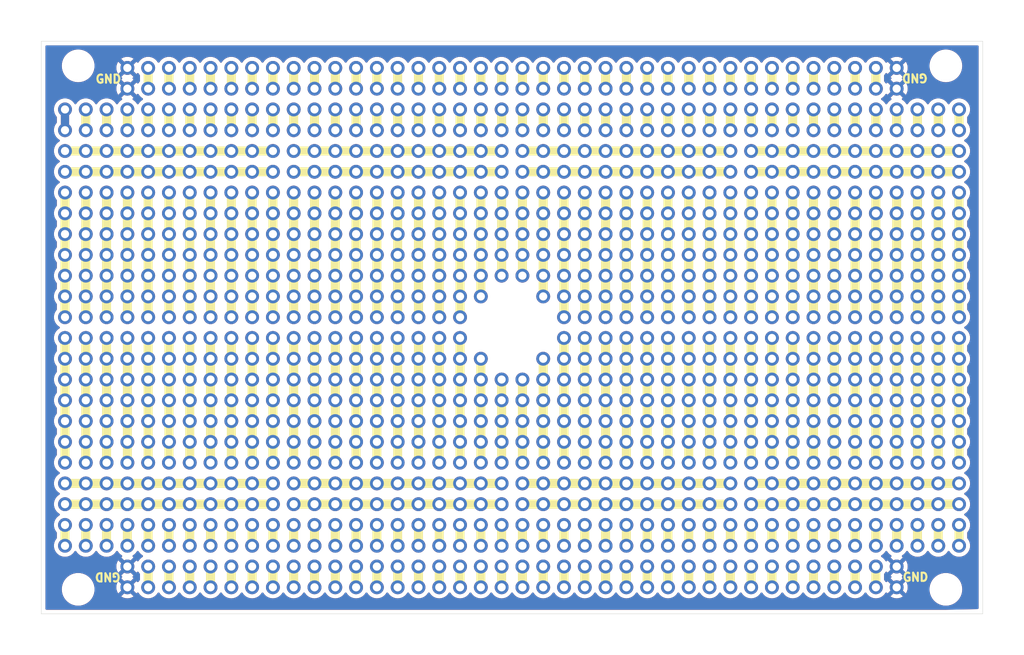
<source format=kicad_pcb>
(kicad_pcb (version 20221018) (generator pcbnew)
  (layers (0 "F.Cu" signal) (31 "B.Cu" signal) (34 "B.Paste" user) (35 "F.Paste" user) (36 "B.SilkS" user "B.Silkscreen") (37 "F.SilkS" user "F.Silkscreen") (38 "B.Mask" user) (39 "F.Mask" user) (44 "Edge.Cuts" user))
  (net 0 "")
  (net 1 "unconnected-(J1-Pin_1-Pad1)")
  (net 2 "GND")
  (footprint "proto-pcb-pads:RoundPad_1.7mm_Hole_1.0mm" (layer "F.Cu") (at 184.17 111.67)
    (fp_text reference "REF**1032" hide)
    (fp_text value "Round_Pad_1.7mm_Hole_1.0mm" hide)
  )
  (footprint "proto-pcb-silks:PadLink_1.7mm_Width_1.0mm" (layer "F.Cu") (at 105.43 101.51 90)
    (fp_text reference "REF**1897" hide)
    (fp_text value "Pad_Link_1.7mm_Width_1.0mm" hide)
  )
  (footprint "proto-pcb-pads:RoundPad_1.7mm_Hole_1.0mm" (layer "F.Cu") (at 128.29 73.57)
    (fp_text reference "REF**350" hide)
    (fp_text value "Round_Pad_1.7mm_Hole_1.0mm" hide)
  )
  (footprint "proto-pcb-pads:RoundPad_1.7mm_Hole_1.0mm" (layer "F.Cu") (at 138.45 106.59)
    (fp_text reference "REF**926" hide)
    (fp_text value "Round_Pad_1.7mm_Hole_1.0mm" hide)
  )
  (footprint "proto-pcb-pads:RoundPad_1.7mm_Hole_1.0mm" (layer "F.Cu") (at 207.03 81.19)
    (fp_text reference "REF**513" hide)
    (fp_text value "Round_Pad_1.7mm_Hole_1.0mm" hide)
  )
  (footprint "proto-pcb-pads:RoundPad_1.7mm_Hole_1.0mm" (layer "F.Cu") (at 123.21 65.95)
    (fp_text reference "REF**216" hide)
    (fp_text value "Round_Pad_1.7mm_Hole_1.0mm" hide)
  )
  (footprint "proto-pcb-silks:PadLink_1.7mm_Width_1.0mm" (layer "F.Cu") (at 156.23 101.51 90)
    (fp_text reference "REF**1917" hide)
    (fp_text value "Pad_Link_1.7mm_Width_1.0mm" hide)
  )
  (footprint "proto-pcb-pads:RoundPad_1.7mm_Hole_1.0mm" (layer "F.Cu") (at 135.91 114.21)
    (fp_text reference "REF**1057" hide)
    (fp_text value "Round_Pad_1.7mm_Hole_1.0mm" hide)
  )
  (footprint "proto-pcb-pads:RoundPad_1.7mm_Hole_1.0mm" (layer "F.Cu") (at 151.15 96.43)
    (fp_text reference "REF**755" hide)
    (fp_text value "Round_Pad_1.7mm_Hole_1.0mm" hide)
  )
  (footprint "proto-pcb-silks:PadLink_1.7mm_Width_1.0mm" (layer "F.Cu") (at 110.51 98.97 90)
    (fp_text reference "REF**1856" hide)
    (fp_text value "Pad_Link_1.7mm_Width_1.0mm" hide)
  )
  (footprint "proto-pcb-pads:RoundPad_1.7mm_Hole_1.0mm" (layer "F.Cu") (at 194.33 60.87)
    (fp_text reference "REF**156" hide)
    (fp_text value "Round_Pad_1.7mm_Hole_1.0mm" hide)
  )
  (footprint "proto-pcb-silks:PadLink_1.7mm_Width_1.0mm" (layer "F.Cu") (at 171.47 71.03 90)
    (fp_text reference "REF**1456" hide)
    (fp_text value "Pad_Link_1.7mm_Width_1.0mm" hide)
  )
  (footprint "proto-pcb-silks:PadLink_1.7mm_Width_1.0mm" (layer "F.Cu") (at 209.57 88.81 90)
    (fp_text reference "REF**1729" hide)
    (fp_text value "Pad_Link_1.7mm_Width_1.0mm" hide)
  )
  (footprint "proto-pcb-silks:PadLink_1.7mm_Width_1.0mm" (layer "F.Cu") (at 151.15 91.35 90)
    (fp_text reference "REF**1745" hide)
    (fp_text value "Pad_Link_1.7mm_Width_1.0mm" hide)
  )
  (footprint "proto-pcb-silks:PadLink_1.7mm_Width_1.0mm" (layer "F.Cu") (at 207.03 98.97 90)
    (fp_text reference "REF**1894" hide)
    (fp_text value "Pad_Link_1.7mm_Width_1.0mm" hide)
  )
  (footprint "proto-pcb-silks:PadLink_1.7mm_Width_1.0mm" (layer "F.Cu") (at 153.69 78.65 90)
    (fp_text reference "REF**1578" hide)
    (fp_text value "Pad_Link_1.7mm_Width_1.0mm" hide)
  )
  (footprint "proto-pcb-pads:RoundPad_1.7mm_Hole_1.0mm" (layer "F.Cu") (at 181.63 96.43)
    (fp_text reference "REF**767" hide)
    (fp_text value "Round_Pad_1.7mm_Hole_1.0mm" hide)
  )
  (footprint "proto-pcb-silks:PadLink_1.7mm_Width_1.0mm" (layer "F.Cu") (at 107.97 101.51 90)
    (fp_text reference "REF**1898" hide)
    (fp_text value "Pad_Link_1.7mm_Width_1.0mm" hide)
  )
  (footprint "proto-pcb-silks:PadLink_1.7mm_Width_1.0mm" (layer "F.Cu") (at 125.75 101.51 90)
    (fp_text reference "REF**1905" hide)
    (fp_text value "Pad_Link_1.7mm_Width_1.0mm" hide)
  )
  (footprint "proto-pcb-pads:RoundPad_1.7mm_Hole_1.0mm" (layer "F.Cu") (at 125.75 58.33)
    (fp_text reference "REF**85" hide)
    (fp_text value "Round_Pad_1.7mm_Hole_1.0mm" hide)
  )
  (footprint "proto-pcb-pads:RoundPad_1.7mm_Hole_1.0mm" (layer "F.Cu") (at 181.63 91.35)
    (fp_text reference "REF**679" hide)
    (fp_text value "Round_Pad_1.7mm_Hole_1.0mm" hide)
  )
  (footprint "proto-pcb-pads:RoundPad_1.7mm_Hole_1.0mm" (layer "F.Cu") (at 118.13 78.65)
    (fp_text reference "REF**434" hide)
    (fp_text value "Round_Pad_1.7mm_Hole_1.0mm" hide)
  )
  (footprint "proto-pcb-silks:PadLink_1.7mm_Width_1.0mm" (layer "F.Cu") (at 181.63 78.65 90)
    (fp_text reference "REF**1589" hide)
    (fp_text value "Pad_Link_1.7mm_Width_1.0mm" hide)
  )
  (footprint "proto-pcb-pads:RoundPad_1.7mm_Hole_1.0mm" (layer "F.Cu") (at 189.25 76.11)
    (fp_text reference "REF**418" hide)
    (fp_text value "Round_Pad_1.7mm_Hole_1.0mm" hide)
  )
  (footprint "proto-pcb-pads:RoundPad_1.7mm_Hole_1.0mm" (layer "F.Cu") (at 102.89 81.19)
    (fp_text reference "REF**472" hide)
    (fp_text value "Round_Pad_1.7mm_Hole_1.0mm" hide)
  )
  (footprint "proto-pcb-pads:RoundPad_1.7mm_Hole_1.0mm" (layer "F.Cu") (at 115.59 116.75)
    (fp_text reference "REF**1093" hide)
    (fp_text value "Round_Pad_1.7mm_Hole_1.0mm" hide)
  )
  (footprint "proto-pcb-pads:RoundPad_1.7mm_Hole_1.0mm" (layer "F.Cu") (at 138.45 58.33)
    (fp_text reference "REF**90" hide)
    (fp_text value "Round_Pad_1.7mm_Hole_1.0mm" hide)
  )
  (footprint "proto-pcb-silks:PadLink_1.7mm_Width_1.0mm" (layer "F.Cu") (at 135.91 96.43 90)
    (fp_text reference "REF**1823" hide)
    (fp_text value "Pad_Link_1.7mm_Width_1.0mm" hide)
  )
  (footprint "proto-pcb-silks:PadLink_1.7mm_Width_1.0mm" (layer "F.Cu") (at 194.33 76.11 90)
    (fp_text reference "REF**1551" hide)
    (fp_text value "Pad_Link_1.7mm_Width_1.0mm" hide)
  )
  (footprint "proto-pcb-pads:RoundPad_1.7mm_Hole_1.0mm" (layer "F.Cu") (at 120.67 93.89)
    (fp_text reference "REF**699" hide)
    (fp_text value "Round_Pad_1.7mm_Hole_1.0mm" hide)
  )
  (footprint "proto-pcb-pads:RoundPad_1.7mm_Hole_1.0mm" (layer "F.Cu") (at 179.09 111.67)
    (fp_text reference "REF**1030" hide)
    (fp_text value "Round_Pad_1.7mm_Hole_1.0mm" hide)
  )
  (footprint "proto-pcb-pads:RoundPad_1.7mm_Hole_1.0mm" (layer "F.Cu") (at 125.75 65.95)
    (fp_text reference "REF**217" hide)
    (fp_text value "Round_Pad_1.7mm_Hole_1.0mm" hide)
  )
  (footprint "proto-pcb-silks:PadLink_1.7mm_Width_1.0mm" (layer "F.Cu") (at 151.15 63.41)
    (fp_text reference "REF**1284" hide)
    (fp_text value "Pad_Link_1.7mm_Width_1.0mm" hide)
  )
  (footprint "proto-pcb-pads:RoundPad_1.7mm_Hole_1.0mm" (layer "F.Cu") (at 107.97 60.87)
    (fp_text reference "REF**122" hide)
    (fp_text value "Round_Pad_1.7mm_Hole_1.0mm" hide)
  )
  (footprint "proto-pcb-silks:PadLink_1.7mm_Width_1.0mm" (layer "F.Cu") (at 148.61 101.51 90)
    (fp_text reference "REF**1914" hide)
    (fp_text value "Pad_Link_1.7mm_Width_1.0mm" hide)
  )
  (footprint "proto-pcb-pads:RoundPad_1.7mm_Hole_1.0mm" (layer "F.Cu") (at 153.69 111.67)
    (fp_text reference "REF**1020" hide)
    (fp_text value "Round_Pad_1.7mm_Hole_1.0mm" hide)
  )
  (footprint "proto-pcb-pads:RoundPad_1.7mm_Hole_1.0mm" (layer "F.Cu") (at 212.11 93.89)
    (fp_text reference "REF**735" hide)
    (fp_text value "Round_Pad_1.7mm_Hole_1.0mm" hide)
  )
  (footprint "proto-pcb-silks:PadLink_1.7mm_Width_1.0mm" (layer "F.Cu") (at 107.97 58.33 -90)
    (fp_text reference "REF**1143" hide)
    (fp_text value "Pad_Link_1.7mm_Width_1.0mm" hide)
  )
  (footprint "proto-pcb-pads:RoundPad_1.7mm_Hole_1.0mm" (layer "F.Cu") (at 191.79 93.89)
    (fp_text reference "REF**727" hide)
    (fp_text value "Round_Pad_1.7mm_Hole_1.0mm" hide)
  )
  (footprint "proto-pcb-pads:RoundPad_1.7mm_Hole_1.0mm" (layer "F.Cu") (at 153.69 68.49)
    (fp_text reference "REF**272" hide)
    (fp_text value "Round_Pad_1.7mm_Hole_1.0mm" hide)
  )
  (footprint "proto-pcb-pads:RoundPad_1.7mm_Hole_1.0mm" (layer "F.Cu") (at 110.51 114.21)
    (fp_text reference "REF**1047" hide)
    (fp_text value "Round_Pad_1.7mm_Hole_1.0mm" hide)
  )
  (footprint "proto-pcb-silks:PadLink_1.7mm_Width_1.0mm" (layer "F.Cu") (at 179.09 65.95)
    (fp_text reference "REF**1337" hide)
    (fp_text value "Pad_Link_1.7mm_Width_1.0mm" hide)
  )
  (footprint "proto-pcb-pads:RoundPad_1.7mm_Hole_1.0mm" (layer "F.Cu") (at 138.45 104.05)
    (fp_text reference "REF**882" hide)
    (fp_text value "Round_Pad_1.7mm_Hole_1.0mm" hide)
  )
  (footprint "proto-pcb-pads:RoundPad_1.7mm_Hole_1.0mm" (layer "F.Cu") (at 151.15 71.03)
    (fp_text reference "REF**315" hide)
    (fp_text value "Round_Pad_1.7mm_Hole_1.0mm" hide)
  )
  (footprint "proto-pcb-silks:PadLink_1.7mm_Width_1.0mm" (layer "F.Cu") (at 102.89 71.03 90)
    (fp_text reference "REF**1286" hide)
    (fp_text value "Pad_Link_1.7mm_Width_1.0mm" hide)
  )
  (footprint "proto-pcb-silks:PadLink_1.7mm_Width_1.0mm" (layer "F.Cu") (at 125.75 104.05)
    (fp_text reference "REF**1356" hide)
    (fp_text value "Pad_Link_1.7mm_Width_1.0mm" hide)
  )
  (footprint "proto-pcb-pads:RoundPad_1.7mm_Hole_1.0mm" (layer "F.Cu") (at 135.91 93.89)
    (fp_text reference "REF**705" hide)
    (fp_text value "Round_Pad_1.7mm_Hole_1.0mm" hide)
  )
  (footprint "proto-pcb-silks:PadLink_1.7mm_Width_1.0mm" (layer "F.Cu") (at 201.95 98.97 90)
    (fp_text reference "REF**1892" hide)
    (fp_text value "Pad_Link_1.7mm_Width_1.0mm" hide)
  )
  (footprint "proto-pcb-silks:PadLink_1.7mm_Width_1.0mm" (layer "F.Cu") (at 107.97 78.65 90)
    (fp_text reference "REF**1560" hide)
    (fp_text value "Pad_Link_1.7mm_Width_1.0mm" hide)
  )
  (footprint "proto-pcb-pads:RoundPad_1.7mm_Hole_1.0mm" (layer "F.Cu") (at 120.67 81.19)
    (fp_text reference "REF**479" hide)
    (fp_text value "Round_Pad_1.7mm_Hole_1.0mm" hide)
  )
  (footprint "proto-pcb-pads:RoundPad_1.7mm_Hole_1.0mm" (layer "F.Cu") (at 194.33 116.75)
    (fp_text reference "REF**1124" hide)
    (fp_text value "Round_Pad_1.7mm_Hole_1.0mm" hide)
  )
  (footprint "proto-pcb-silks:PadLink_1.7mm_Width_1.0mm" (layer "F.Cu") (at 130.83 76.11 90)
    (fp_text reference "REF**1526" hide)
    (fp_text value "Pad_Link_1.7mm_Width_1.0mm" hide)
  )
  (footprint "proto-pcb-silks:PadLink_1.7mm_Width_1.0mm" (layer "F.Cu") (at 146.07 101.51 90)
    (fp_text reference "REF**1913" hide)
    (fp_text value "Pad_Link_1.7mm_Width_1.0mm" hide)
  )
  (footprint "proto-pcb-silks:PadLink_1.7mm_Width_1.0mm" (layer "F.Cu") (at 174.01 96.43 90)
    (fp_text reference "REF**1838" hide)
    (fp_text value "Pad_Link_1.7mm_Width_1.0mm" hide)
  )
  (footprint "proto-pcb-silks:PadLink_1.7mm_Width_1.0mm" (layer "F.Cu") (at 113.05 91.35 90)
    (fp_text reference "REF**1710" hide)
    (fp_text value "Pad_Link_1.7mm_Width_1.0mm" hide)
  )
  (footprint "proto-pcb-silks:PadLink_1.7mm_Width_1.0mm" (layer "F.Cu") (at 148.61 58.33 -90)
    (fp_text reference "REF**1159" hide)
    (fp_text value "Pad_Link_1.7mm_Width_1.0mm" hide)
  )
  (footprint "proto-pcb-pads:RoundPad_1.7mm_Hole_1.0mm" (layer "F.Cu") (at 113.05 60.87)
    (fp_text reference "REF**124" hide)
    (fp_text value "Round_Pad_1.7mm_Hole_1.0mm" hide)
  )
  (footprint "proto-pcb-silks:PadLink_1.7mm_Width_1.0mm" (layer "F.Cu") (at 143.53 65.95)
    (fp_text reference "REF**1323" hide)
    (fp_text value "Pad_Link_1.7mm_Width_1.0mm" hide)
  )
  (footprint "proto-pcb-silks:PadLink_1.7mm_Width_1.0mm" (layer "F.Cu") (at 123.21 65.95)
    (fp_text reference "REF**1315" hide)
    (fp_text value "Pad_Link_1.7mm_Width_1.0mm" hide)
  )
  (footprint "proto-pcb-pads:RoundPad_1.7mm_Hole_1.0mm" (layer "F.Cu") (at 125.75 96.43)
    (fp_text reference "REF**745" hide)
    (fp_text value "Round_Pad_1.7mm_Hole_1.0mm" hide)
  )
  (footprint "proto-pcb-silks:PadLink_1.7mm_Width_1.0mm" (layer "F.Cu") (at 105.43 71.03 90)
    (fp_text reference "REF**1410" hide)
    (fp_text value "Pad_Link_1.7mm_Width_1.0mm" hide)
  )
  (footprint "proto-pcb-pads:RoundPad_1.7mm_Hole_1.0mm" (layer "F.Cu") (at 194.33 73.57)
    (fp_text reference "REF**376" hide)
    (fp_text value "Round_Pad_1.7mm_Hole_1.0mm" hide)
  )
  (footprint "proto-pcb-silks:PadLink_1.7mm_Width_1.0mm" (layer "F.Cu") (at 176.55 83.73 90)
    (fp_text reference "REF**1671" hide)
    (fp_text value "Pad_Link_1.7mm_Width_1.0mm" hide)
  )
  (footprint "proto-pcb-pads:RoundPad_1.7mm_Hole_1.0mm" (layer "F.Cu") (at 118.13 116.75)
    (fp_text reference "REF**1094" hide)
    (fp_text value "Round_Pad_1.7mm_Hole_1.0mm" hide)
  )
  (footprint "proto-pcb-silks:PadLink_1.7mm_Width_1.0mm" (layer "F.Cu") (at 199.41 101.51 90)
    (fp_text reference "REF**1934" hide)
    (fp_text value "Pad_Link_1.7mm_Width_1.0mm" hide)
  )
  (footprint "proto-pcb-silks:PadLink_1.7mm_Width_1.0mm" (layer "F.Cu") (at 110.51 91.35 90)
    (fp_text reference "REF**1709" hide)
    (fp_text value "Pad_Link_1.7mm_Width_1.0mm" hide)
  )
  (footprint "proto-pcb-pads:RoundPad_1.7mm_Hole_1.0mm" (layer "F.Cu") (at 148.61 55.79)
    (fp_text reference "REF**54" hide)
    (fp_text value "Round_Pad_1.7mm_Hole_1.0mm" hide)
  )
  (footprint "proto-pcb-silks:PadLink_1.7mm_Width_1.0mm" (layer "F.Cu") (at 194.33 109.13 -90)
    (fp_text reference "REF**1257" hide)
    (fp_text value "Pad_Link_1.7mm_Width_1.0mm" hide)
  )
  (footprint "proto-pcb-silks:PadLink_1.7mm_Width_1.0mm" (layer "F.Cu") (at 191.79 114.21 -90)
    (fp_text reference "REF**1217" hide)
    (fp_text value "Pad_Link_1.7mm_Width_1.0mm" hide)
  )
  (footprint "proto-pcb-pads:RoundPad_1.7mm_Hole_1.0mm" (layer "F.Cu") (at 163.85 91.35)
    (fp_text reference "REF**672" hide)
    (fp_text value "Round_Pad_1.7mm_Hole_1.0mm" hide)
  )
  (footprint "proto-pcb-pads:RoundPad_1.7mm_Hole_1.0mm" (layer "F.Cu") (at 113.05 88.81)
    (fp_text reference "REF**608" hide)
    (fp_text value "Round_Pad_1.7mm_Hole_1.0mm" hide)
  )
  (footprint "proto-pcb-silks:PadLink_1.7mm_Width_1.0mm" (layer "F.Cu") (at 161.31 109.13 -90)
    (fp_text reference "REF**1244" hide)
    (fp_text value "Pad_Link_1.7mm_Width_1.0mm" hide)
  )
  (footprint "proto-pcb-pads:RoundPad_1.7mm_Hole_1.0mm" (layer "F.Cu") (at 102.89 71.03)
    (fp_text reference "REF**296" hide)
    (fp_text value "Round_Pad_1.7mm_Hole_1.0mm" hide)
  )
  (footprint "proto-pcb-pads:RoundPad_1.7mm_Hole_1.0mm" (layer "F.Cu") (at 148.61 71.03)
    (fp_text reference "REF**314" hide)
    (fp_text value "Round_Pad_1.7mm_Hole_1.0mm" hide)
  )
  (footprint "proto-pcb-silks:PadLink_1.7mm_Width_1.0mm" (layer "F.Cu") (at 113.05 114.21 -90)
    (fp_text reference "REF**1186" hide)
    (fp_text value "Pad_Link_1.7mm_Width_1.0mm" hide)
  )
  (footprint "proto-pcb-pads:RoundPad_1.7mm_Hole_1.0mm" (layer "F.Cu") (at 125.75 60.87)
    (fp_text reference "REF**129" hide)
    (fp_text value "Round_Pad_1.7mm_Hole_1.0mm" hide)
  )
  (footprint "proto-pcb-silks:PadLink_1.7mm_Width_1.0mm" (layer "F.Cu") (at 189.25 73.57 90)
    (fp_text reference "REF**1506" hide)
    (fp_text value "Pad_Link_1.7mm_Width_1.0mm" hide)
  )
  (footprint "proto-pcb-pads:RoundPad_1.7mm_Hole_1.0mm" (layer "F.Cu") (at 128.29 101.51)
    (fp_text reference "REF**834" hide)
    (fp_text value "Round_Pad_1.7mm_Hole_1.0mm" hide)
  )
  (footprint "proto-pcb-pads:RoundPad_1.7mm_Hole_1.0mm" (layer "F.Cu") (at 130.83 114.21)
    (fp_text reference "REF**1055" hide)
    (fp_text value "Round_Pad_1.7mm_Hole_1.0mm" hide)
  )
  (footprint "proto-pcb-silks:PadLink_1.7mm_Width_1.0mm" (layer "F.Cu") (at 166.39 93.89 90)
    (fp_text reference "REF**1792" hide)
    (fp_text value "Pad_Link_1.7mm_Width_1.0mm" hide)
  )
  (footprint "proto-pcb-pads:RoundPad_1.7mm_Hole_1.0mm" (layer "F.Cu") (at 194.33 83.73)
    (fp_text reference "REF**552" hide)
    (fp_text value "Round_Pad_1.7mm_Hole_1.0mm" hide)
  )
  (footprint "proto-pcb-pads:RoundPad_1.7mm_Hole_1.0mm" (layer "F.Cu") (at 148.61 106.59)
    (fp_text reference "REF**930" hide)
    (fp_text value "Round_Pad_1.7mm_Hole_1.0mm" hide)
  )
  (footprint "proto-pcb-pads:RoundPad_1.7mm_Hole_1.0mm" (layer "F.Cu") (at 179.09 114.21)
    (fp_text reference "REF**1074" hide)
    (fp_text value "Round_Pad_1.7mm_Hole_1.0mm" hide)
  )
  (footprint "proto-pcb-silks:PadLink_1.7mm_Width_1.0mm" (layer "F.Cu") (at 140.99 106.59)
    (fp_text reference "REF**1404" hide)
    (fp_text value "Pad_Link_1.7mm_Width_1.0mm" hide)
  )
  (footprint "proto-pcb-silks:PadLink_1.7mm_Width_1.0mm" (layer "F.Cu") (at 204.49 104.05)
    (fp_text reference "REF**1387" hide)
    (fp_text value "Pad_Link_1.7mm_Width_1.0mm" hide)
  )
  (footprint "proto-pcb-pads:RoundPad_1.7mm_Hole_1.0mm" (layer "F.Cu") (at 133.37 106.59)
    (fp_text reference "REF**924" hide)
    (fp_text value "Round_Pad_1.7mm_Hole_1.0mm" hide)
  )
  (footprint "proto-pcb-silks:PadLink_1.7mm_Width_1.0mm" (layer "F.Cu") (at 143.53 109.13 -90)
    (fp_text reference "REF**1237" hide)
    (fp_text value "Pad_Link_1.7mm_Width_1.0mm" hide)
  )
  (footprint "proto-pcb-pads:RoundPad_1.7mm_Hole_1.0mm" (layer "F.Cu") (at 196.87 60.87)
    (fp_text reference "REF**157" hide)
    (fp_text value "Round_Pad_1.7mm_Hole_1.0mm" hide)
  )
  (footprint "proto-pcb-pads:RoundPad_1.7mm_Hole_1.0mm" (layer "F.Cu") (at 107.97 81.19)
    (fp_text reference "REF**474" hide)
    (fp_text value "Round_Pad_1.7mm_Hole_1.0mm" hide)
  )
  (footprint "proto-pcb-silks:PadLink_1.7mm_Width_1.0mm" (layer "F.Cu") (at 133.37 71.03 90)
    (fp_text reference "REF**1441" hide)
    (fp_text value "Pad_Link_1.7mm_Width_1.0mm" hide)
  )
  (footprint "proto-pcb-silks:PadLink_1.7mm_Width_1.0mm" (layer "F.Cu") (at 176.55 98.97 90)
    (fp_text reference "REF**1882" hide)
    (fp_text value "Pad_Link_1.7mm_Width_1.0mm" hide)
  )
  (footprint "proto-pcb-pads:RoundPad_1.7mm_Hole_1.0mm" (layer "F.Cu") (at 146.07 81.19)
    (fp_text reference "REF**489" hide)
    (fp_text value "Round_Pad_1.7mm_Hole_1.0mm" hide)
  )
  (footprint "proto-pcb-pads:RoundPad_1.7mm_Hole_1.0mm" (layer "F.Cu") (at 196.87 76.11)
    (fp_text reference "REF**421" hide)
    (fp_text value "Round_Pad_1.7mm_Hole_1.0mm" hide)
  )
  (footprint "proto-pcb-silks:PadLink_1.7mm_Width_1.0mm" (layer "F.Cu") (at 102.89 63.41)
    (fp_text reference "REF**37" hide)
    (fp_text value "Pad_Link_1.7mm_Width_1.0mm" hide)
  )
  (footprint "proto-pcb-silks:PadLink_1.7mm_Width_1.0mm" (layer "F.Cu") (at 174.01 58.33 -90)
    (fp_text reference "REF**1169" hide)
    (fp_text value "Pad_Link_1.7mm_Width_1.0mm" hide)
  )
  (footprint "proto-pcb-pads:RoundPad_1.7mm_Hole_1.0mm" (layer "F.Cu") (at 156.23 91.35)
    (fp_text reference "REF**669" hide)
    (fp_text value "Round_Pad_1.7mm_Hole_1.0mm" hide)
  )
  (footprint "proto-pcb-silks:PadLink_1.7mm_Width_1.0mm" (layer "F.Cu") (at 176.55 96.43 90)
    (fp_text reference "REF**1839" hide)
    (fp_text value "Pad_Link_1.7mm_Width_1.0mm" hide)
  )
  (footprint "proto-pcb-pads:RoundPad_1.7mm_Hole_1.0mm" (layer "F.Cu") (at 143.53 96.43)
    (fp_text reference "REF**752" hide)
    (fp_text value "Round_Pad_1.7mm_Hole_1.0mm" hide)
  )
  (footprint "proto-pcb-silks:PadLink_1.7mm_Width_1.0mm" (layer "F.Cu") (at 161.31 81.19 90)
    (fp_text reference "REF**1624" hide)
    (fp_text value "Pad_Link_1.7mm_Width_1.0mm" hide)
  )
  (footprint "proto-pcb-silks:PadLink_1.7mm_Width_1.0mm" (layer "F.Cu") (at 161.31 91.35 90)
    (fp_text reference "REF**1749" hide)
    (fp_text value "Pad_Link_1.7mm_Width_1.0mm" hide)
  )
  (footprint "proto-pcb-pads:RoundPad_1.7mm_Hole_1.0mm" (layer "F.Cu") (at 181.63 98.97)
    (fp_text reference "REF**811" hide)
    (fp_text value "Round_Pad_1.7mm_Hole_1.0mm" hide)
  )
  (footprint "proto-pcb-pads:RoundPad_1.7mm_Hole_1.0mm" (layer "F.Cu") (at 171.47 91.35)
    (fp_text reference "REF**675" hide)
    (fp_text value "Round_Pad_1.7mm_Hole_1.0mm" hide)
  )
  (footprint "proto-pcb-pads:RoundPad_1.7mm_Hole_1.0mm" (layer "F.Cu") (at 204.49 86.27)
    (fp_text reference "REF**600" hide)
    (fp_text value "Round_Pad_1.7mm_Hole_1.0mm" hide)
  )
  (footprint "proto-pcb-pads:RoundPad_1.7mm_Hole_1.0mm" (layer "F.Cu") (at 194.33 114.21)
    (fp_text reference "REF**1080" hide)
    (fp_text value "Round_Pad_1.7mm_Hole_1.0mm" hide)
  )
  (footprint "proto-pcb-pads:RoundPad_1.7mm_Hole_1.0mm" (layer "F.Cu") (at 133.37 116.75)
    (fp_text reference "REF**1100" hide)
    (fp_text value "Round_Pad_1.7mm_Hole_1.0mm" hide)
  )
  (footprint "proto-pcb-pads:RoundPad_1.7mm_Hole_1.0mm" (layer "F.Cu") (at 146.07 53.25)
    (fp_text reference "REF**13" hide)
    (fp_text value "Round_Pad_1.7mm_Hole_1.0mm" hide)
  )
  (footprint "proto-pcb-pads:RoundPad_1.7mm_Hole_1.0mm" (layer "F.Cu") (at 166.39 78.65)
    (fp_text reference "REF**453" hide)
    (fp_text value "Round_Pad_1.7mm_Hole_1.0mm" hide)
  )
  (footprint "proto-pcb-pads:RoundPad_1.7mm_Hole_1.0mm" (layer "F.Cu") (at 102.89 111.67)
    (fp_text reference "REF**1000" hide)
    (fp_text value "Round_Pad_1.7mm_Hole_1.0mm" hide)
  )
  (footprint "proto-pcb-silks:PadLink_1.7mm_Width_1.0mm" (layer "F.Cu") (at 125.75 78.65 90)
    (fp_text reference "REF**1567" hide)
    (fp_text value "Pad_Link_1.7mm_Width_1.0mm" hide)
  )
  (footprint "proto-pcb-pads:RoundPad_1.7mm_Hole_1.0mm" (layer "F.Cu") (at 212.11 111.67)
    (fp_text reference "REF**1043" hide)
    (fp_text value "Round_Pad_1.7mm_Hole_1.0mm" hide)
  )
  (footprint "proto-pcb-pads:RoundPad_1.7mm_Hole_1.0mm" (layer "F.Cu") (at 212.11 101.51)
    (fp_text reference "REF**867" hide)
    (fp_text value "Round_Pad_1.7mm_Hole_1.0mm" hide)
  )
  (footprint "proto-pcb-pads:RoundPad_1.7mm_Hole_1.0mm" (layer "F.Cu") (at 199.41 68.49)
    (fp_text reference "REF**290" hide)
    (fp_text value "Round_Pad_1.7mm_Hole_1.0mm" hide)
  )
  (footprint "proto-pcb-pads:RoundPad_1.7mm_Hole_1.0mm" (layer "F.Cu") (at 179.09 86.27)
    (fp_text reference "REF**590" hide)
    (fp_text value "Round_Pad_1.7mm_Hole_1.0mm" hide)
  )
  (footprint "proto-pcb-pads:RoundPad_1.7mm_Hole_1.0mm" (layer "F.Cu") (at 140.99 93.89)
    (fp_text reference "REF**707" hide)
    (fp_text value "Round_Pad_1.7mm_Hole_1.0mm" hide)
  )
  (footprint "proto-pcb-pads:RoundPad_1.7mm_Hole_1.0mm" (layer "F.Cu") (at 120.67 68.49)
    (fp_text reference "REF**259" hide)
    (fp_text value "Round_Pad_1.7mm_Hole_1.0mm" hide)
  )
  (footprint "proto-pcb-pads:RoundPad_1.7mm_Hole_1.0mm" (layer "F.Cu") (at 171.47 73.57)
    (fp_text reference "REF**367" hide)
    (fp_text value "Round_Pad_1.7mm_Hole_1.0mm" hide)
  )
  (footprint "proto-pcb-pads:RoundPad_1.7mm_Hole_1.0mm" (layer "F.Cu") (at 123.21 71.03)
    (fp_text reference "REF**304" hide)
    (fp_text value "Round_Pad_1.7mm_Hole_1.0mm" hide)
  )
  (footprint "proto-pcb-pads:RoundPad_1.7mm_Hole_1.0mm" (layer "F.Cu") (at 201.95 63.41)
    (fp_text reference "REF**203" hide)
    (fp_text value "Round_Pad_1.7mm_Hole_1.0mm" hide)
  )
  (footprint "proto-pcb-pads:RoundPad_1.7mm_Hole_1.0mm" (layer "F.Cu") (at 148.61 86.27)
    (fp_text reference "REF**578" hide)
    (fp_text value "Round_Pad_1.7mm_Hole_1.0mm" hide)
  )
  (footprint "proto-pcb-silks:PadLink_1.7mm_Width_1.0mm" (layer "F.Cu") (at 146.07 53.25 -90)
    (fp_text reference "REF**626" hide)
    (fp_text value "Pad_Link_1.7mm_Width_1.0mm" hide)
  )
  (footprint "proto-pcb-silks:PadLink_1.7mm_Width_1.0mm" (layer "F.Cu") (at 207.03 63.41)
    (fp_text reference "REF**1306" hide)
    (fp_text value "Pad_Link_1.7mm_Width_1.0mm" hide)
  )
  (footprint "proto-pcb-pads:RoundPad_1.7mm_Hole_1.0mm" (layer "F.Cu") (at 156.23 65.95)
    (fp_text reference "REF**229" hide)
    (fp_text value "Round_Pad_1.7mm_Hole_1.0mm" hide)
  )
  (footprint "proto-pcb-pads:RoundPad_1.7mm_Hole_1.0mm" (layer "F.Cu") (at 156.23 106.59)
    (fp_text reference "REF**933" hide)
    (fp_text value "Round_Pad_1.7mm_Hole_1.0mm" hide)
  )
  (footprint "proto-pcb-pads:RoundPad_1.7mm_Hole_1.0mm" (layer "F.Cu") (at 176.55 83.73)
    (fp_text reference "REF**545" hide)
    (fp_text value "Round_Pad_1.7mm_Hole_1.0mm" hide)
  )
  (footprint "proto-pcb-pads:RoundPad_1.7mm_Hole_1.0mm" (layer "F.Cu") (at 128.29 76.11)
    (fp_text reference "REF**394" hide)
    (fp_text value "Round_Pad_1.7mm_Hole_1.0mm" hide)
  )
  (footprint "proto-pcb-pads:RoundPad_1.7mm_Hole_1.0mm" (layer "F.Cu") (at 107.97 104.05)
    (fp_text reference "REF**870" hide)
    (fp_text value "Round_Pad_1.7mm_Hole_1.0mm" hide)
  )
  (footprint "proto-pcb-pads:RoundPad_1.7mm_Hole_1.0mm" (layer "F.Cu") (at 123.21 60.87)
    (fp_text reference "REF**128" hide)
    (fp_text value "Round_Pad_1.7mm_Hole_1.0mm" hide)
  )
  (footprint "proto-pcb-silks:PadLink_1.7mm_Width_1.0mm" (layer "F.Cu") (at 179.09 63.41)
    (fp_text reference "REF**1295" hide)
    (fp_text value "Pad_Link_1.7mm_Width_1.0mm" hide)
  )
  (footprint "proto-pcb-pads:RoundPad_1.7mm_Hole_1.0mm" (layer "F.Cu") (at 179.09 81.19)
    (fp_text reference "REF**502" hide)
    (fp_text value "Round_Pad_1.7mm_Hole_1.0mm" hide)
  )
  (footprint "proto-pcb-pads:RoundPad_1.7mm_Hole_1.0mm" (layer "F.Cu") (at 189.25 109.13)
    (fp_text reference "REF**990" hide)
    (fp_text value "Round_Pad_1.7mm_Hole_1.0mm" hide)
  )
  (footprint "proto-pcb-silks:PadLink_1.7mm_Width_1.0mm" (layer "F.Cu") (at 135.91 53.25 -90)
    (fp_text reference "REF**581" hide)
    (fp_text value "Pad_Link_1.7mm_Width_1.0mm" hide)
  )
  (footprint "proto-pcb-silks:PadLink_1.7mm_Width_1.0mm" (layer "F.Cu") (at 209.57 101.51 90)
    (fp_text reference "REF**1938" hide)
    (fp_text value "Pad_Link_1.7mm_Width_1.0mm" hide)
  )
  (footprint "proto-pcb-silks:PadLink_1.7mm_Width_1.0mm" (layer "F.Cu") (at 158.77 63.41)
    (fp_text reference "REF**1287" hide)
    (fp_text value "Pad_Link_1.7mm_Width_1.0mm" hide)
  )
  (footprint "proto-pcb-silks:PadLink_1.7mm_Width_1.0mm" (layer "F.Cu") (at 138.45 58.33 -90)
    (fp_text reference "REF**1155" hide)
    (fp_text value "Pad_Link_1.7mm_Width_1.0mm" hide)
  )
  (footprint "proto-pcb-pads:RoundPad_1.7mm_Hole_1.0mm" (layer "F.Cu") (at 189.25 93.89)
    (fp_text reference "REF**726" hide)
    (fp_text value "Round_Pad_1.7mm_Hole_1.0mm" hide)
  )
  (footprint "proto-pcb-pads:RoundPad_1.7mm_Hole_1.0mm" (layer "F.Cu") (at 212.11 73.57)
    (fp_text reference "REF**383" hide)
    (fp_text value "Round_Pad_1.7mm_Hole_1.0mm" hide)
  )
  (footprint "proto-pcb-pads:RoundPad_1.7mm_Hole_1.0mm" (layer "F.Cu") (at 168.93 91.35)
    (fp_text reference "REF**674" hide)
    (fp_text value "Round_Pad_1.7mm_Hole_1.0mm" hide)
  )
  (footprint "proto-pcb-pads:RoundPad_1.7mm_Hole_1.0mm" (layer "F.Cu") (at 196.87 78.65)
    (fp_text reference "REF**465" hide)
    (fp_text value "Round_Pad_1.7mm_Hole_1.0mm" hide)
  )
  (footprint "proto-pcb-pads:RoundPad_1.7mm_Hole_1.0mm" (layer "F.Cu") (at 158.77 91.35)
    (fp_text reference "REF**670" hide)
    (fp_text value "Round_Pad_1.7mm_Hole_1.0mm" hide)
  )
  (footprint "proto-pcb-pads:RoundPad_1.7mm_Hole_1.0mm" (layer "F.Cu") (at 118.13 101.51)
    (fp_text reference "REF**830" hide)
    (fp_text value "Round_Pad_1.7mm_Hole_1.0mm" hide)
  )
  (footprint "proto-pcb-pads:RoundPad_1.7mm_Hole_1.0mm" (layer "F.Cu") (at 140.99 91.35)
    (fp_text reference "REF**663" hide)
    (fp_text value "Round_Pad_1.7mm_Hole_1.0mm" hide)
  )
  (footprint "proto-pcb-silks:PadLink_1.7mm_Width_1.0mm" (layer "F.Cu") (at 209.57 109.13 -90)
    (fp_text reference "REF**1263" hide)
    (fp_text value "Pad_Link_1.7mm_Width_1.0mm" hide)
  )
  (footprint "proto-pcb-pads:RoundPad_1.7mm_Hole_1.0mm" (layer "F.Cu") (at 133.37 93.89)
    (fp_text reference "REF**704" hide)
    (fp_text value "Round_Pad_1.7mm_Hole_1.0mm" hide)
  )
  (footprint "proto-pcb-silks:PadLink_1.7mm_Width_1.0mm" (layer "F.Cu") (at 148.61 91.35 90)
    (fp_text reference "REF**1744" hide)
    (fp_text value "Pad_Link_1.7mm_Width_1.0mm" hide)
  )
  (footprint "proto-pcb-silks:PadLink_1.7mm_Width_1.0mm" (layer "F.Cu") (at 125.75 91.35 90)
    (fp_text reference "REF**1735" hide)
    (fp_text value "Pad_Link_1.7mm_Width_1.0mm" hide)
  )
  (footprint "proto-pcb-pads:RoundPad_1.7mm_Hole_1.0mm" (layer "F.Cu") (at 194.33 91.35)
    (fp_text reference "REF**684" hide)
    (fp_text value "Round_Pad_1.7mm_Hole_1.0mm" hide)
  )
  (footprint "proto-pcb-pads:RoundPad_1.7mm_Hole_1.0mm" (layer "F.Cu") (at 204.49 109.13)
    (fp_text reference "REF**996" hide)
    (fp_text value "Round_Pad_1.7mm_Hole_1.0mm" hide)
  )
  (footprint "proto-pcb-pads:RoundPad_1.7mm_Hole_1.0mm" (layer "F.Cu") (at 120.67 83.73)
    (fp_text reference "REF**523" hide)
    (fp_text value "Round_Pad_1.7mm_Hole_1.0mm" hide)
  )
  (footprint "proto-pcb-pads:RoundPad_1.7mm_Hole_1.0mm" (layer "F.Cu") (at 186.71 106.59)
    (fp_text reference "REF**945" hide)
    (fp_text value "Round_Pad_1.7mm_Hole_1.0mm" hide)
  )
  (footprint "proto-pcb-pads:RoundPad_1.7mm_Hole_1.0mm" (layer "F.Cu") (at 209.57 65.95)
    (fp_text reference "REF**250" hide)
    (fp_text value "Round_Pad_1.7mm_Hole_1.0mm" hide)
  )
  (footprint "proto-pcb-pads:RoundPad_1.7mm_Hole_1.0mm" (layer "F.Cu") (at 102.89 60.87)
    (fp_text reference "REF**120" hide)
    (fp_text value "Round_Pad_1.7mm_Hole_1.0mm" hide)
  )
  (footprint "proto-pcb-silks:PadLink_1.7mm_Width_1.0mm" (layer "F.Cu") (at 207.03 58.33 -90)
    (fp_text reference "REF**1182" hide)
    (fp_text value "Pad_Link_1.7mm_Width_1.0mm" hide)
  )
  (footprint "proto-pcb-silks:PadLink_1.7mm_Width_1.0mm" (layer "F.Cu") (at 113.05 93.89 90)
    (fp_text reference "REF**1771" hide)
    (fp_text value "Pad_Link_1.7mm_Width_1.0mm" hide)
  )
  (footprint "proto-pcb-silks:PadLink_1.7mm_Width_1.0mm" (layer "F.Cu") (at 201.95 93.89 90)
    (fp_text reference "REF**1806" hide)
    (fp_text value "Pad_Link_1.7mm_Width_1.0mm" hide)
  )
  (footprint "proto-pcb-pads:RoundPad_1.7mm_Hole_1.0mm" (layer "F.Cu") (at 179.09 73.57)
    (fp_text reference "REF**370" hide)
    (fp_text value "Round_Pad_1.7mm_Hole_1.0mm" hide)
  )
  (footprint "proto-pcb-pads:RoundPad_1.7mm_Hole_1.0mm" (layer "F.Cu") (at 163.85 116.75)
    (fp_text reference "REF**1112" hide)
    (fp_text value "Round_Pad_1.7mm_Hole_1.0mm" hide)
  )
  (footprint "proto-pcb-silks:PadLink_1.7mm_Width_1.0mm" (layer "F.Cu") (at 194.33 106.59)
    (fp_text reference "REF**1425" hide)
    (fp_text value "Pad_Link_1.7mm_Width_1.0mm" hide)
  )
  (footprint "proto-pcb-pads:RoundPad_1.7mm_Hole_1.0mm" (layer "F.Cu") (at 138.45 109.13)
    (fp_text reference "REF**970" hide)
    (fp_text value "Round_Pad_1.7mm_Hole_1.0mm" hide)
  )
  (footprint "proto-pcb-pads:RoundPad_1.7mm_Hole_1.0mm" (layer "F.Cu") (at 105.43 86.27)
    (fp_text reference "REF**561" hide)
    (fp_text value "Round_Pad_1.7mm_Hole_1.0mm" hide)
  )
  (footprint "proto-pcb-pads:RoundPad_1.7mm_Hole_1.0mm" (layer "F.Cu") (at 184.17 88.81)
    (fp_text reference "REF**636" hide)
    (fp_text value "Round_Pad_1.7mm_Hole_1.0mm" hide)
  )
  (footprint "proto-pcb-pads:RoundPad_1.7mm_Hole_1.0mm" (layer "F.Cu") (at 133.37 101.51)
    (fp_text reference "REF**836" hide)
    (fp_text value "Round_Pad_1.7mm_Hole_1.0mm" hide)
  )
  (footprint "proto-pcb-pads:RoundPad_1.7mm_Hole_1.0mm" (layer "F.Cu") (at 163.85 96.43)
    (fp_text reference "REF**760" hide)
    (fp_text value "Round_Pad_1.7mm_Hole_1.0mm" hide)
  )
  (footprint "proto-pcb-pads:RoundPad_1.7mm_Hole_1.0mm" (layer "F.Cu") (at 163.85 101.51)
    (fp_text reference "REF**848" hide)
    (fp_text value "Round_Pad_1.7mm_Hole_1.0mm" hide)
  )
  (footprint "proto-pcb-silks:PadLink_1.7mm_Width_1.0mm" (layer "F.Cu") (at 105.43 96.43 90)
    (fp_text reference "REF**1811" hide)
    (fp_text value "Pad_Link_1.7mm_Width_1.0mm" hide)
  )
  (footprint "proto-pcb-silks:PadLink_1.7mm_Width_1.0mm" (layer "F.Cu") (at 166.39 63.41)
    (fp_text reference "REF**1290" hide)
    (fp_text value "Pad_Link_1.7mm_Width_1.0mm" hide)
  )
  (footprint "proto-pcb-pads:RoundPad_1.7mm_Hole_1.0mm" (layer "F.Cu") (at 115.59 78.65)
    (fp_text reference "REF**433" hide)
    (fp_text value "Round_Pad_1.7mm_Hole_1.0mm" hide)
  )
  (footprint "proto-pcb-silks:PadLink_1.7mm_Width_1.0mm" (layer "F.Cu") (at 135.91 71.03 90)
    (fp_text reference "REF**1442" hide)
    (fp_text value "Pad_Link_1.7mm_Width_1.0mm" hide)
  )
  (footprint "proto-pcb-silks:PadLink_1.7mm_Width_1.0mm" (layer "F.Cu") (at 168.93 91.35 90)
    (fp_text reference "REF**1752" hide)
    (fp_text value "Pad_Link_1.7mm_Width_1.0mm" hide)
  )
  (footprint "proto-pcb-pads:RoundPad_1.7mm_Hole_1.0mm" (layer "F.Cu") (at 196.87 96.43)
    (fp_text reference "REF**773" hide)
    (fp_text value "Round_Pad_1.7mm_Hole_1.0mm" hide)
  )
  (footprint "proto-pcb-pads:RoundPad_1.7mm_Hole_1.0mm" (layer "F.Cu") (at 161.31 93.89)
    (fp_text reference "REF**715" hide)
    (fp_text value "Round_Pad_1.7mm_Hole_1.0mm" hide)
  )
  (footprint "proto-pcb-pads:RoundPad_1.7mm_Hole_1.0mm" (layer "F.Cu") (at 189.25 73.57)
    (fp_text reference "REF**374" hide)
    (fp_text value "Round_Pad_1.7mm_Hole_1.0mm" hide)
  )
  (footprint "proto-pcb-pads:RoundPad_1.7mm_Hole_1.0mm" (layer "F.Cu") (at 128.29 88.81)
    (fp_text reference "REF**614" hide)
    (fp_text value "Round_Pad_1.7mm_Hole_1.0mm" hide)
  )
  (footprint "proto-pcb-pads:RoundPad_1.7mm_Hole_1.0mm" (layer "F.Cu") (at 161.31 60.87)
    (fp_text reference "REF**143" hide)
    (fp_text value "Round_Pad_1.7mm_Hole_1.0mm" hide)
  )
  (footprint "proto-pcb-silks:PadLink_1.7mm_Width_1.0mm" (layer "F.Cu") (at 146.07 83.73 90)
    (fp_text reference "REF**1659" hide)
    (fp_text value "Pad_Link_1.7mm_Width_1.0mm" hide)
  )
  (footprint "proto-pcb-silks:PadLink_1.7mm_Width_1.0mm" (layer "F.Cu") (at 166.39 96.43 90)
    (fp_text reference "REF**1835" hide)
    (fp_text value "Pad_Link_1.7mm_Width_1.0mm" hide)
  )
  (footprint "proto-pcb-pads:RoundPad_1.7mm_Hole_1.0mm" (layer "F.Cu") (at 174.01 91.35)
    (fp_text reference "REF**676" hide)
    (fp_text value "Round_Pad_1.7mm_Hole_1.0mm" hide)
  )
  (footprint "proto-pcb-silks:PadLink_1.7mm_Width_1.0mm" (layer "F.Cu") (at 194.33 63.41)
    (fp_text reference "REF**1301" hide)
    (fp_text value "Pad_Link_1.7mm_Width_1.0mm" hide)
  )
  (footprint "proto-pcb-pads:RoundPad_1.7mm_Hole_1.0mm" (layer "F.Cu") (at 179.09 93.89)
    (fp_text reference "REF**722" hide)
    (fp_text value "Round_Pad_1.7mm_Hole_1.0mm" hide)
  )
  (footprint "proto-pcb-silks:PadLink_1.7mm_Width_1.0mm" (layer "F.Cu") (at 118.13 73.57 90)
    (fp_text reference "REF**1478" hide)
    (fp_text value "Pad_Link_1.7mm_Width_1.0mm" hide)
  )
  (footprint "proto-pcb-silks:PadLink_1.7mm_Width_1.0mm" (layer "F.Cu") (at 115.59 73.57 90)
    (fp_text reference "REF**1477" hide)
    (fp_text value "Pad_Link_1.7mm_Width_1.0mm" hide)
  )
  (footprint "proto-pcb-silks:PadLink_1.7mm_Width_1.0mm" (layer "F.Cu") (at 118.13 53.25 -90)
    (fp_text reference "REF**493" hide)
    (fp_text value "Pad_Link_1.7mm_Width_1.0mm" hide)
  )
  (footprint "proto-pcb-pads:RoundPad_1.7mm_Hole_1.0mm" (layer "F.Cu") (at 115.59 114.21)
    (fp_text reference "REF**1049" hide)
    (fp_text value "Round_Pad_1.7mm_Hole_1.0mm" hide)
  )
  (footprint "proto-pcb-silks:PadLink_1.7mm_Width_1.0mm" (layer "F.Cu") (at 168.93 98.97 90)
    (fp_text reference "REF**1879" hide)
    (fp_text value "Pad_Link_1.7mm_Width_1.0mm" hide)
  )
  (footprint "proto-pcb-pads:RoundPad_1.7mm_Hole_1.0mm" (layer "F.Cu") (at 163.85 86.27)
    (fp_text reference "REF**584" hide)
    (fp_text value "Round_Pad_1.7mm_Hole_1.0mm" hide)
  )
  (footprint "proto-pcb-silks:PadLink_1.7mm_Width_1.0mm" (layer "F.Cu") (at 163.85 76.11 90)
    (fp_text reference "REF**1539" hide)
    (fp_text value "Pad_Link_1.7mm_Width_1.0mm" hide)
  )
  (footprint "proto-pcb-pads:RoundPad_1.7mm_Hole_1.0mm" (layer "F.Cu") (at 168.93 58.33)
    (fp_text reference "REF**102" hide)
    (fp_text value "Round_Pad_1.7mm_Hole_1.0mm" hide)
  )
  (footprint "proto-pcb-pads:RoundPad_1.7mm_Hole_1.0mm" (layer "F.Cu") (at 207.03 109.13)
    (fp_text reference "REF**997" hide)
    (fp_text value "Round_Pad_1.7mm_Hole_1.0mm" hide)
  )
  (footprint "proto-pcb-pads:RoundPad_1.7mm_Hole_1.0mm" (layer "F.Cu") (at 181.63 60.87)
    (fp_text reference "REF**151" hide)
    (fp_text value "Round_Pad_1.7mm_Hole_1.0mm" hide)
  )
  (footprint "proto-pcb-pads:RoundPad_1.7mm_Hole_1.0mm" (layer "F.Cu") (at 115.59 98.97)
    (fp_text reference "REF**785" hide)
    (fp_text value "Round_Pad_1.7mm_Hole_1.0mm" hide)
  )
  (footprint "proto-pcb-pads:RoundPad_1.7mm_Hole_1.0mm" (layer "F.Cu") (at 153.69 60.87)
    (fp_text reference "REF**140" hide)
    (fp_text value "Round_Pad_1.7mm_Hole_1.0mm" hide)
  )
  (footprint "proto-pcb-silks:PadLink_1.7mm_Width_1.0mm" (layer "F.Cu") (at 125.75 96.43 90)
    (fp_text reference "REF**1819" hide)
    (fp_text value "Pad_Link_1.7mm_Width_1.0mm" hide)
  )
  (footprint "proto-pcb-silks:PadLink_1.7mm_Width_1.0mm" (layer "F.Cu") (at 179.09 106.59)
    (fp_text reference "REF**1419" hide)
    (fp_text value "Pad_Link_1.7mm_Width_1.0mm" hide)
  )
  (footprint "proto-pcb-pads:RoundPad_1.7mm_Hole_1.0mm" (layer "F.Cu") (at 140.99 71.03)
    (fp_text reference "REF**311" hide)
    (fp_text value "Round_Pad_1.7mm_Hole_1.0mm" hide)
  )
  (footprint "proto-pcb-pads:RoundPad_1.7mm_Hole_1.0mm" (layer "F.Cu") (at 163.85 83.73)
    (fp_text reference "REF**540" hide)
    (fp_text value "Round_Pad_1.7mm_Hole_1.0mm" hide)
  )
  (footprint "proto-pcb-pads:RoundPad_1.7mm_Hole_1.0mm" (layer "F.Cu") (at 204.49 93.89)
    (fp_text reference "REF**732" hide)
    (fp_text value "Round_Pad_1.7mm_Hole_1.0mm" hide)
  )
  (footprint "proto-pcb-silks:PadLink_1.7mm_Width_1.0mm" (layer "F.Cu") (at 204.49 96.43 90)
    (fp_text reference "REF**1850" hide)
    (fp_text value "Pad_Link_1.7mm_Width_1.0mm" hide)
  )
  (footprint "proto-pcb-pads:RoundPad_1.7mm_Hole_1.0mm" (layer "F.Cu") (at 194.33 71.03)
    (fp_text reference "REF**332" hide)
    (fp_text value "Round_Pad_1.7mm_Hole_1.0mm" hide)
  )
  (footprint "proto-pcb-pads:RoundPad_1.7mm_Hole_1.0mm" (layer "F.Cu") (at 163.85 60.87)
    (fp_text reference "REF**144" hide)
    (fp_text value "Round_Pad_1.7mm_Hole_1.0mm" hide)
  )
  (footprint "proto-pcb-silks:PadLink_1.7mm_Width_1.0mm" (layer "F.Cu") (at 199.41 83.73 90)
    (fp_text reference "REF**1680" hide)
    (fp_text value "Pad_Link_1.7mm_Width_1.0mm" hide)
  )
  (footprint "proto-pcb-pads:RoundPad_1.7mm_Hole_1.0mm" (layer "F.Cu") (at 128.29 71.03)
    (fp_text reference "REF**306" hide)
    (fp_text value "Round_Pad_1.7mm_Hole_1.0mm" hide)
  )
  (footprint "proto-pcb-silks:PadLink_1.7mm_Width_1.0mm" (layer "F.Cu") (at 166.39 73.57 90)
    (fp_text reference "REF**1497" hide)
    (fp_text value "Pad_Link_1.7mm_Width_1.0mm" hide)
  )
  (footprint "proto-pcb-pads:RoundPad_1.7mm_Hole_1.0mm" (layer "F.Cu") (at 161.31 98.97)
    (fp_text reference "REF**803" hide)
    (fp_text value "Round_Pad_1.7mm_Hole_1.0mm" hide)
  )
  (footprint "proto-pcb-silks:PadLink_1.7mm_Width_1.0mm" (layer "F.Cu") (at 156.23 114.21 -90)
    (fp_text reference "REF**1203" hide)
    (fp_text value "Pad_Link_1.7mm_Width_1.0mm" hide)
  )
  (footprint "proto-pcb-silks:PadLink_1.7mm_Width_1.0mm" (layer "F.Cu") (at 184.17 88.81 90)
    (fp_text reference "REF**1719" hide)
    (fp_text value "Pad_Link_1.7mm_Width_1.0mm" hide)
  )
  (footprint "proto-pcb-pads:RoundPad_1.7mm_Hole_1.0mm" (layer "F.Cu") (at 110.51 88.81)
    (fp_text reference "REF**607" hide)
    (fp_text value "Round_Pad_1.7mm_Hole_1.0mm" hide)
  )
  (footprint "proto-pcb-pads:RoundPad_1.7mm_Hole_1.0mm" (layer "F.Cu") (at 181.63 93.89)
    (fp_text reference "REF**723" hide)
    (fp_text value "Round_Pad_1.7mm_Hole_1.0mm" hide)
  )
  (footprint "proto-pcb-pads:RoundPad_1.7mm_Hole_1.0mm" (layer "F.Cu") (at 153.69 55.79)
    (fp_text reference "REF**56" hide)
    (fp_text value "Round_Pad_1.7mm_Hole_1.0mm" hide)
  )
  (footprint "proto-pcb-pads:RoundPad_1.7mm_Hole_1.0mm" (layer "F.Cu") (at 125.75 76.11)
    (fp_text reference "REF**393" hide)
    (fp_text value "Round_Pad_1.7mm_Hole_1.0mm" hide)
  )
  (footprint "proto-pcb-silks:PadLink_1.7mm_Width_1.0mm" (layer "F.Cu") (at 143.53 73.57 90)
    (fp_text reference "REF**1488" hide)
    (fp_text value "Pad_Link_1.7mm_Width_1.0mm" hide)
  )
  (footprint "proto-pcb-pads:RoundPad_1.7mm_Hole_1.0mm" (layer "F.Cu") (at 163.85 55.79)
    (fp_text reference "REF**60" hide)
    (fp_text value "Round_Pad_1.7mm_Hole_1.0mm" hide)
  )
  (footprint "proto-pcb-pads:RoundPad_1.7mm_Hole_1.0mm" (layer "F.Cu") (at 102.89 91.35)
    (fp_text reference "REF**648" hide)
    (fp_text value "Round_Pad_1.7mm_Hole_1.0mm" hide)
  )
  (footprint "proto-pcb-silks:PadLink_1.7mm_Width_1.0mm" (layer "F.Cu") (at 133.37 101.51 90)
    (fp_text reference "REF**1908" hide)
    (fp_text value "Pad_Link_1.7mm_Width_1.0mm" hide)
  )
  (footprint "proto-pcb-silks:PadLink_1.7mm_Width_1.0mm" (layer "F.Cu") (at 212.11 101.51 90)
    (fp_text reference "REF**1939" hide)
    (fp_text value "Pad_Link_1.7mm_Width_1.0mm" hide)
  )
  (footprint "proto-pcb-pads:RoundPad_1.7mm_Hole_1.0mm" (layer "F.Cu") (at 146.07 73.57)
    (fp_text reference "REF**357" hide)
    (fp_text value "Round_Pad_1.7mm_Hole_1.0mm" hide)
  )
  (footprint "proto-pcb-pads:RoundPad_1.7mm_Hole_1.0mm" (layer "F.Cu") (at 166.39 88.81)
    (fp_text reference "REF**629" hide)
    (fp_text value "Round_Pad_1.7mm_Hole_1.0mm" hide)
  )
  (footprint "proto-pcb-pads:RoundPad_1.7mm_Hole_1.0mm" (layer "F.Cu") (at 174.01 104.05)
    (fp_text reference "REF**896" hide)
    (fp_text value "Round_Pad_1.7mm_Hole_1.0mm" hide)
  )
  (footprint "proto-pcb-pads:RoundPad_1.7mm_Hole_1.0mm" (layer "F.Cu") (at 133.37 73.57)
    (fp_text reference "REF**352" hide)
    (fp_text value "Round_Pad_1.7mm_Hole_1.0mm" hide)
  )
  (footprint "proto-pcb-silks:PadLink_1.7mm_Width_1.0mm" (layer "F.Cu") (at 118.13 114.21 -90)
    (fp_text reference "REF**1188" hide)
    (fp_text value "Pad_Link_1.7mm_Width_1.0mm" hide)
  )
  (footprint "proto-pcb-silks:PadLink_1.7mm_Width_1.0mm" (layer "F.Cu") (at 194.33 65.95)
    (fp_text reference "REF**1343" hide)
    (fp_text value "Pad_Link_1.7mm_Width_1.0mm" hide)
  )
  (footprint "proto-pcb-pads:RoundPad_1.7mm_Hole_1.0mm" (layer "F.Cu") (at 201.95 104.05)
    (fp_text reference "REF**907" hide)
    (fp_text value "Round_Pad_1.7mm_Hole_1.0mm" hide)
  )
  (footprint "proto-pcb-silks:PadLink_1.7mm_Width_1.0mm" (layer "F.Cu") (at 118.13 71.03 90)
    (fp_text reference "REF**1435" hide)
    (fp_text value "Pad_Link_1.7mm_Width_1.0mm" hide)
  )
  (footprint "proto-pcb-pads:RoundPad_1.7mm_Hole_1.0mm" (layer "F.Cu") (at 166.39 86.27)
    (fp_text reference "REF**585" hide)
    (fp_text value "Round_Pad_1.7mm_Hole_1.0mm" hide)
  )
  (footprint "proto-pcb-pads:RoundPad_1.7mm_Hole_1.0mm" (layer "F.Cu") (at 191.79 111.67)
    (fp_text reference "REF**1035" hide)
    (fp_text value "Round_Pad_1.7mm_Hole_1.0mm" hide)
  )
  (footprint "proto-pcb-pads:RoundPad_1.7mm_Hole_1.0mm" (layer "F.Cu") (at 194.33 86.27)
    (fp_text reference "REF**596" hide)
    (fp_text value "Round_Pad_1.7mm_Hole_1.0mm" hide)
  )
  (footprint "proto-pcb-silks:PadLink_1.7mm_Width_1.0mm" (layer "F.Cu") (at 168.93 106.59)
    (fp_text reference "REF**1415" hide)
    (fp_text value "Pad_Link_1.7mm_Width_1.0mm" hide)
  )
  (footprint "proto-pcb-pads:RoundPad_1.7mm_Hole_1.0mm" (layer "F.Cu") (at 176.55 104.05)
    (fp_text reference "REF**897" hide)
    (fp_text value "Round_Pad_1.7mm_Hole_1.0mm" hide)
  )
  (footprint "proto-pcb-pads:RoundPad_1.7mm_Hole_1.0mm" (layer "F.Cu") (at 105.43 88.81)
    (fp_text reference "REF**605" hide)
    (fp_text value "Round_Pad_1.7mm_Hole_1.0mm" hide)
  )
  (footprint "proto-pcb-pads:RoundPad_1.7mm_Hole_1.0mm" (layer "F.Cu") (at 194.33 93.89)
    (fp_text reference "REF**728" hide)
    (fp_text value "Round_Pad_1.7mm_Hole_1.0mm" hide)
  )
  (footprint "proto-pcb-pads:RoundPad_1.7mm_Hole_1.0mm" (layer "F.Cu") (at 156.23 111.67)
    (fp_text reference "REF**1021" hide)
    (fp_text value "Round_Pad_1.7mm_Hole_1.0mm" hide)
  )
  (footprint "proto-pcb-pads:RoundPad_1.7mm_Hole_1.0mm" (layer "F.Cu") (at 148.61 114.21)
    (fp_text reference "REF**1062" hide)
    (fp_text value "Round_Pad_1.7mm_Hole_1.0mm" hide)
  )
  (footprint "proto-pcb-pads:RoundPad_1.7mm_Hole_1.0mm" (layer "F.Cu") (at 140.99 81.19)
    (fp_text reference "REF**487" hide)
    (fp_text value "Round_Pad_1.7mm_Hole_1.0mm" hide)
  )
  (footprint "proto-pcb-silks:PadLink_1.7mm_Width_1.0mm" (layer "F.Cu") (at 148.61 65.95)
    (fp_text reference "REF**1325" hide)
    (fp_text value "Pad_Link_1.7mm_Width_1.0mm" hide)
  )
  (footprint "proto-pcb-pads:RoundPad_1.7mm_Hole_1.0mm" (layer "F.Cu") (at 176.55 53.25)
    (fp_text reference "REF**25" hide)
    (fp_text value "Round_Pad_1.7mm_Hole_1.0mm" hide)
  )
  (footprint "proto-pcb-silks:PadLink_1.7mm_Width_1.0mm" (layer "F.Cu") (at 148.61 71.03 90)
    (fp_text reference "REF**1447" hide)
    (fp_text value "Pad_Link_1.7mm_Width_1.0mm" hide)
  )
  (footprint "proto-pcb-pads:RoundPad_1.7mm_Hole_1.0mm" (layer "F.Cu") (at 118.13 109.13)
    (fp_text reference "REF**962" hide)
    (fp_text value "Round_Pad_1.7mm_Hole_1.0mm" hide)
  )
  (footprint "proto-pcb-silks:PadLink_1.7mm_Width_1.0mm" (layer "F.Cu") (at 153.69 98.97 90)
    (fp_text reference "REF**1873" hide)
    (fp_text value "Pad_Link_1.7mm_Width_1.0mm" hide)
  )
  (footprint "proto-pcb-silks:PadLink_1.7mm_Width_1.0mm" (layer "F.Cu") (at 140.99 53.25 -90)
    (fp_text reference "REF**583" hide)
    (fp_text value "Pad_Link_1.7mm_Width_1.0mm" hide)
  )
  (footprint "proto-pcb-pads:RoundPad_1.7mm_Hole_1.0mm" (layer "F.Cu") (at 189.25 68.49)
    (fp_text reference "REF**286" hide)
    (fp_text value "Round_Pad_1.7mm_Hole_1.0mm" hide)
  )
  (footprint "proto-pcb-pads:RoundPad_1.7mm_Hole_1.0mm" (layer "F.Cu") (at 143.53 81.19)
    (fp_text reference "REF**488" hide)
    (fp_text value "Round_Pad_1.7mm_Hole_1.0mm" hide)
  )
  (footprint "proto-pcb-silks:PadLink_1.7mm_Width_1.0mm" (layer "F.Cu") (at 153.69 58.33 -90)
    (fp_text reference "REF**1161" hide)
    (fp_text value "Pad_Link_1.7mm_Width_1.0mm" hide)
  )
  (footprint "proto-pcb-pads:RoundPad_1.7mm_Hole_1.0mm" (layer "F.Cu") (at 138.45 101.51)
    (fp_text reference "REF**838" hide)
    (fp_text value "Round_Pad_1.7mm_Hole_1.0mm" hide)
  )
  (footprint "proto-pcb-pads:RoundPad_1.7mm_Hole_1.0mm" (layer "F.Cu") (at 135.91 76.11)
    (fp_text reference "REF**397" hide)
    (fp_text value "Round_Pad_1.7mm_Hole_1.0mm" hide)
  )
  (footprint "proto-pcb-pads:RoundPad_1.7mm_Hole_1.0mm" (layer "F.Cu") (at 118.13 53.25)
    (fp_text reference "REF**2" hide)
    (fp_text value "Round_Pad_1.7mm_Hole_1.0mm" hide)
  )
  (footprint "proto-pcb-pads:RoundPad_1.7mm_Hole_1.0mm" (layer "F.Cu") (at 176.55 93.89)
    (fp_text reference "REF**721" hide)
    (fp_text value "Round_Pad_1.7mm_Hole_1.0mm" hide)
  )
  (footprint "proto-pcb-pads:RoundPad_1.7mm_Hole_1.0mm" (layer "F.Cu") (at 133.37 98.97)
    (fp_text reference "REF**792" hide)
    (fp_text value "Round_Pad_1.7mm_Hole_1.0mm" hide)
  )
  (footprint "proto-pcb-pads:RoundPad_1.7mm_Hole_1.0mm" (layer "F.Cu") (at 189.25 65.95)
    (fp_text reference "REF**242" hide)
    (fp_text value "Round_Pad_1.7mm_Hole_1.0mm" hide)
  )
  (footprint "proto-pcb-pads:RoundPad_1.7mm_Hole_1.0mm" (layer "F.Cu") (at 110.51 71.03)
    (fp_text reference "REF**299" hide)
    (fp_text value "Round_Pad_1.7mm_Hole_1.0mm" hide)
  )
  (footprint "proto-pcb-silks:PadLink_1.7mm_Width_1.0mm" (layer "F.Cu") (at 130.83 91.35 90)
    (fp_text reference "REF**1737" hide)
    (fp_text value "Pad_Link_1.7mm_Width_1.0mm" hide)
  )
  (footprint "proto-pcb-silks:PadLink_1.7mm_Width_1.0mm" (layer "F.Cu") (at 199.41 76.11 90)
    (fp_text reference "REF**1553" hide)
    (fp_text value "Pad_Link_1.7mm_Width_1.0mm" hide)
  )
  (footprint "proto-pcb-silks:PadLink_1.7mm_Width_1.0mm" (layer "F.Cu") (at 146.07 71.03 90)
    (fp_text reference "REF**1446" hide)
    (fp_text value "Pad_Link_1.7mm_Width_1.0mm" hide)
  )
  (footprint "proto-pcb-silks:PadLink_1.7mm_Width_1.0mm" (layer "F.Cu") (at 179.09 78.65 90)
    (fp_text reference "REF**1588" hide)
    (fp_text value "Pad_Link_1.7mm_Width_1.0mm" hide)
  )
  (footprint "proto-pcb-silks:PadLink_1.7mm_Width_1.0mm" (layer "F.Cu") (at 113.05 83.73 90)
    (fp_text reference "REF**1646" hide)
    (fp_text value "Pad_Link_1.7mm_Width_1.0mm" hide)
  )
  (footprint "proto-pcb-silks:PadLink_1.7mm_Width_1.0mm" (layer "F.Cu") (at 184.17 58.33 -90)
    (fp_text reference "REF**1173" hide)
    (fp_text value "Pad_Link_1.7mm_Width_1.0mm" hide)
  )
  (footprint "proto-pcb-silks:PadLink_1.7mm_Width_1.0mm" (layer "F.Cu") (at 171.47 83.73 90)
    (fp_text reference "REF**1669" hide)
    (fp_text value "Pad_Link_1.7mm_Width_1.0mm" hide)
  )
  (footprint "proto-pcb-pads:RoundPad_1.7mm_Hole_1.0mm" (layer "F.Cu") (at 212.11 65.95)
    (fp_text reference "REF**251" hide)
    (fp_text value "Round_Pad_1.7mm_Hole_1.0mm" hide)
  )
  (footprint "proto-pcb-pads:RoundPad_1.7mm_Hole_1.0mm" (layer "F.Cu") (at 191.79 91.35)
    (fp_text reference "REF**683" hide)
    (fp_text value "Round_Pad_1.7mm_Hole_1.0mm" hide)
  )
  (footprint "proto-pcb-pads:RoundPad_1.7mm_Hole_1.0mm" (layer "F.Cu") (at 107.97 73.57)
    (fp_text reference "REF**342" hide)
    (fp_text value "Round_Pad_1.7mm_Hole_1.0mm" hide)
  )
  (footprint "proto-pcb-pads:RoundPad_1.7mm_Hole_1.0mm" (layer "F.Cu") (at 148.61 78.65)
    (fp_text reference "REF**446" hide)
    (fp_text value "Round_Pad_1.7mm_Hole_1.0mm" hide)
  )
  (footprint "proto-pcb-pads:RoundPad_1.7mm_Hole_1.0mm" (layer "F.Cu") (at 125.75 53.25)
    (fp_text reference "REF**5" hide)
    (fp_text value "Round_Pad_1.7mm_Hole_1.0mm" hide)
  )
  (footprint "proto-pcb-pads:RoundPad_1.7mm_Hole_1.0mm" (layer "F.Cu") (at 110.51 78.65)
    (fp_text reference "REF**431" hide)
    (fp_text value "Round_Pad_1.7mm_Hole_1.0mm" hide)
  )
  (footprint "proto-pcb-pads:RoundPad_1.7mm_Hole_1.0mm" (layer "F.Cu") (at 161.31 91.35)
    (fp_text reference "REF**671" hide)
    (fp_text value "Round_Pad_1.7mm_Hole_1.0mm" hide)
  )
  (footprint "proto-pcb-silks:PadLink_1.7mm_Width_1.0mm" (layer "F.Cu") (at 146.07 91.35 90)
    (fp_text reference "REF**1743" hide)
    (fp_text value "Pad_Link_1.7mm_Width_1.0mm" hide)
  )
  (footprint "proto-pcb-silks:PadLink_1.7mm_Width_1.0mm" (layer "F.Cu") (at 189.25 91.35 90)
    (fp_text reference "REF**1760" hide)
    (fp_text value "Pad_Link_1.7mm_Width_1.0mm" hide)
  )
  (footprint "proto-pcb-silks:PadLink_1.7mm_Width_1.0mm" (layer "F.Cu") (at 140.99 96.43 90)
    (fp_text reference "REF**1825" hide)
    (fp_text value "Pad_Link_1.7mm_Width_1.0mm" hide)
  )
  (footprint "proto-pcb-silks:PadLink_1.7mm_Width_1.0mm" (layer "F.Cu") (at 179.09 96.43 90)
    (fp_text reference "REF**1840" hide)
    (fp_text value "Pad_Link_1.7mm_Width_1.0mm" hide)
  )
  (footprint "proto-pcb-pads:RoundPad_1.7mm_Hole_1.0mm" (layer "F.Cu") (at 115.59 109.13)
    (fp_text reference "REF**961" hide)
    (fp_text value "Round_Pad_1.7mm_Hole_1.0mm" hide)
  )
  (footprint "proto-pcb-pads:RoundPad_1.7mm_Hole_1.0mm" (layer "F.Cu") (at 168.93 65.95)
    (fp_text reference "REF**234" hide)
    (fp_text value "Round_Pad_1.7mm_Hole_1.0mm" hide)
  )
  (footprint "proto-pcb-silks:PadLink_1.7mm_Width_1.0mm" (layer "F.Cu") (at 151.15 73.57 90)
    (fp_text reference "REF**1491" hide)
    (fp_text value "Pad_Link_1.7mm_Width_1.0mm" hide)
  )
  (footprint "proto-pcb-silks:PadLink_1.7mm_Width_1.0mm" (layer "F.Cu") (at 118.13 81.19 90)
    (fp_text reference "REF**1607" hide)
    (fp_text value "Pad_Link_1.7mm_Width_1.0mm" hide)
  )
  (footprint "proto-pcb-pads:RoundPad_1.7mm_Hole_1.0mm" (layer "F.Cu") (at 118.13 68.49)
    (fp_text reference "REF**258" hide)
    (fp_text value "Round_Pad_1.7mm_Hole_1.0mm" hide)
  )
  (footprint "proto-pcb-silks:PadLink_1.7mm_Width_1.0mm" (layer "F.Cu") (at 212.11 93.89 90)
    (fp_text reference "REF**1810" hide)
    (fp_text value "Pad_Link_1.7mm_Width_1.0mm" hide)
  )
  (footprint "proto-pcb-pads:RoundPad_1.7mm_Hole_1.0mm" (layer "F.Cu") (at 171.47 88.81)
    (fp_text reference "REF**631" hide)
    (fp_text value "Round_Pad_1.7mm_Hole_1.0mm" hide)
  )
  (footprint "proto-pcb-silks:PadLink_1.7mm_Width_1.0mm" (layer "F.Cu") (at 130.83 93.89 90)
    (fp_text reference "REF**1778" hide)
    (fp_text value "Pad_Link_1.7mm_Width_1.0mm" hide)
  )
  (footprint "proto-pcb-silks:PadLink_1.7mm_Width_1.0mm" (layer "F.Cu") (at 125.75 83.73 90)
    (fp_text reference "REF**1651" hide)
    (fp_text value "Pad_Link_1.7mm_Width_1.0mm" hide)
  )
  (footprint "proto-pcb-pads:RoundPad_1.7mm_Hole_1.0mm" (layer "F.Cu") (at 135.91 65.95)
    (fp_text reference "REF**221" hide)
    (fp_text value "Round_Pad_1.7mm_Hole_1.0mm" hide)
  )
  (footprint "proto-pcb-silks:PadLink_1.7mm_Width_1.0mm" (layer "F.Cu") (at 201.95 71.03 90)
    (fp_text reference "REF**1468" hide)
    (fp_text value "Pad_Link_1.7mm_Width_1.0mm" hide)
  )
  (footprint "proto-pcb-silks:PadLink_1.7mm_Width_1.0mm" (layer "F.Cu") (at 120.67 53.25 -90)
    (fp_text reference "REF**494" hide)
    (fp_text value "Pad_Link_1.7mm_Width_1.0mm" hide)
  )
  (footprint "proto-pcb-pads:RoundPad_1.7mm_Hole_1.0mm" (layer "F.Cu") (at 156.23 73.57)
    (fp_text reference "REF**361" hide)
    (fp_text value "Round_Pad_1.7mm_Hole_1.0mm" hide)
  )
  (footprint "proto-pcb-silks:PadLink_1.7mm_Width_1.0mm" (layer "F.Cu") (at 120.67 104.05)
    (fp_text reference "REF**1354" hide)
    (fp_text value "Pad_Link_1.7mm_Width_1.0mm" hide)
  )
  (footprint "proto-pcb-silks:PadLink_1.7mm_Width_1.0mm" (layer "F.Cu") (at 189.25 71.03 90)
    (fp_text reference "REF**1463" hide)
    (fp_text value "Pad_Link_1.7mm_Width_1.0mm" hide)
  )
  (footprint "proto-pcb-pads:RoundPad_1.7mm_Hole_1.0mm" (layer "F.Cu") (at 135.91 109.13)
    (fp_text reference "REF**969" hide)
    (fp_text value "Round_Pad_1.7mm_Hole_1.0mm" hide)
  )
  (footprint "proto-pcb-pads:RoundPad_1.7mm_Hole_1.0mm" (layer "F.Cu") (at 171.47 109.13)
    (fp_text reference "REF**983" hide)
    (fp_text value "Round_Pad_1.7mm_Hole_1.0mm" hide)
  )
  (footprint "proto-pcb-pads:RoundPad_1.7mm_Hole_1.0mm" (layer "F.Cu") (at 184.17 55.79)
    (fp_text reference "REF**68" hide)
    (fp_text value "Round_Pad_1.7mm_Hole_1.0mm" hide)
  )
  (footprint "proto-pcb-silks:PadLink_1.7mm_Width_1.0mm" (layer "F.Cu") (at 199.41 81.19 90)
    (fp_text reference "REF**1639" hide)
    (fp_text value "Pad_Link_1.7mm_Width_1.0mm" hide)
  )
  (footprint "proto-pcb-pads:RoundPad_1.7mm_Hole_1.0mm" (layer "F.Cu") (at 120.67 109.13)
    (fp_text reference "REF**963" hide)
    (fp_text value "Round_Pad_1.7mm_Hole_1.0mm" hide)
  )
  (footprint "proto-pcb-silks:PadLink_1.7mm_Width_1.0mm" (layer "F.Cu") (at 212.11 83.73 90)
    (fp_text reference "REF**1685" hide)
    (fp_text value "Pad_Link_1.7mm_Width_1.0mm" hide)
  )
  (footprint "proto-pcb-pads:RoundPad_1.7mm_Hole_1.0mm" (layer "F.Cu") (at 148.61 76.11)
    (fp_text reference "REF**402" hide)
    (fp_text value "Round_Pad_1.7mm_Hole_1.0mm" hide)
  )
  (footprint "proto-pcb-pads:RoundPad_1.7mm_Hole_1.0mm" (layer "F.Cu") (at 133.37 76.11)
    (fp_text reference "REF**396" hide)
    (fp_text value "Round_Pad_1.7mm_Hole_1.0mm" hide)
  )
  (footprint "proto-pcb-silks:PadLink_1.7mm_Width_1.0mm" (layer "F.Cu") (at 199.41 88.81 90)
    (fp_text reference "REF**1725" hide)
    (fp_text value "Pad_Link_1.7mm_Width_1.0mm" hide)
  )
  (footprint "proto-pcb-silks:PadLink_1.7mm_Width_1.0mm" (layer "F.Cu") (at 209.57 104.05)
    (fp_text reference "REF**1389" hide)
    (fp_text value "Pad_Link_1.7mm_Width_1.0mm" hide)
  )
  (footprint "proto-pcb-pads:RoundPad_1.7mm_Hole_1.0mm" (layer "F.Cu") (at 166.39 53.25)
    (fp_text reference "REF**21" hide)
    (fp_text value "Round_Pad_1.7mm_Hole_1.0mm" hide)
  )
  (footprint "proto-pcb-pads:RoundPad_1.7mm_Hole_1.0mm" (layer "F.Cu") (at 105.43 104.05)
    (fp_text reference "REF**869" hide)
    (fp_text value "Round_Pad_1.7mm_Hole_1.0mm" hide)
  )
  (footprint "proto-pcb-pads:RoundPad_1.7mm_Hole_1.0mm" (layer "F.Cu") (at 186.71 81.19)
    (fp_text reference "REF**505" hide)
    (fp_text value "Round_Pad_1.7mm_Hole_1.0mm" hide)
  )
  (footprint "proto-pcb-pads:RoundPad_1.7mm_Hole_1.0mm" (layer "F.Cu") (at 209.57 78.65)
    (fp_text reference "REF**470" hide)
    (fp_text value "Round_Pad_1.7mm_Hole_1.0mm" hide)
  )
  (footprint "MountingHole:MountingHole_3.5mm" (layer "F.Cu") (at 104.5 117)
    (fp_text reference "REF**" hide)
    (fp_text value "MountingHole_3.5mm")
  )
  (footprint "proto-pcb-silks:PadLink_1.7mm_Width_1.0mm" (layer "F.Cu") (at 107.97 65.95)
    (fp_text reference "REF**1309" hide)
    (fp_text value "Pad_Link_1.7mm_Width_1.0mm" hide)
  )
  (footprint "proto-pcb-silks:PadLink_1.7mm_Width_1.0mm" (layer "F.Cu") (at 140.99 81.19 90)
    (fp_text reference "REF**1616" hide)
    (fp_text value "Pad_Link_1.7mm_Width_1.0mm" hide)
  )
  (footprint "proto-pcb-pads:RoundPad_1.7mm_Hole_1.0mm" (layer "F.Cu") (at 199.41 65.95)
    (fp_text reference "REF**246" hide)
    (fp_text value "Round_Pad_1.7mm_Hole_1.0mm" hide)
  )
  (footprint "proto-pcb-pads:RoundPad_1.7mm_Hole_1.0mm" (layer "F.Cu") (at 143.53 76.11)
    (fp_text reference "REF**400" hide)
    (fp_text value "Round_Pad_1.7mm_Hole_1.0mm" hide)
  )
  (footprint "proto-pcb-silks:PadLink_1.7mm_Width_1.0mm" (layer "F.Cu") (at 174.01 76.11 90)
    (fp_text reference "REF**1543" hide)
    (fp_text value "Pad_Link_1.7mm_Width_1.0mm" hide)
  )
  (footprint "proto-pcb-pads:RoundPad_1.7mm_Hole_1.0mm" (layer "F.Cu") (at 204.49 53.25)
    (fp_text reference "REF**36" hide)
    (fp_text value "Round_Pad_1.7mm_Hole_1.0mm" hide)
  )
  (footprint "proto-pcb-pads:RoundPad_1.7mm_Hole_1.0mm" (layer "F.Cu") (at 161.31 53.25)
    (fp_text reference "REF**19" hide)
    (fp_text value "Round_Pad_1.7mm_Hole_1.0mm" hide)
  )
  (footprint "proto-pcb-silks:PadLink_1.7mm_Width_1.0mm" (layer "F.Cu") (at 189.25 101.51 90)
    (fp_text reference "REF**1930" hide)
    (fp_text value "Pad_Link_1.7mm_Width_1.0mm" hide)
  )
  (footprint "proto-pcb-pads:RoundPad_1.7mm_Hole_1.0mm" (layer "F.Cu") (at 204.49 114.21)
    (fp_text reference "REF**1084" hide)
    (fp_text value "Round_Pad_1.7mm_Hole_1.0mm" hide)
  )
  (footprint "proto-pcb-silks:PadLink_1.7mm_Width_1.0mm" (layer "F.Cu") (at 168.93 71.03 90)
    (fp_text reference "REF**1455" hide)
    (fp_text value "Pad_Link_1.7mm_Width_1.0mm" hide)
  )
  (footprint "proto-pcb-silks:PadLink_1.7mm_Width_1.0mm" (layer "F.Cu") (at 209.57 76.11 90)
    (fp_text reference "REF**1557" hide)
    (fp_text value "Pad_Link_1.7mm_Width_1.0mm" hide)
  )
  (footprint "proto-pcb-pads:RoundPad_1.7mm_Hole_1.0mm" (layer "F.Cu") (at 171.47 83.73)
    (fp_text reference "REF**543" hide)
    (fp_text value "Round_Pad_1.7mm_Hole_1.0mm" hide)
  )
  (footprint "proto-pcb-pads:RoundPad_1.7mm_Hole_1.0mm" (layer "F.Cu") (at 123.21 88.81)
    (fp_text reference "REF**612" hide)
    (fp_text value "Round_Pad_1.7mm_Hole_1.0mm" hide)
  )
  (footprint "proto-pcb-silks:PadLink_1.7mm_Width_1.0mm" (layer "F.Cu") (at 171.47 101.51 90)
    (fp_text reference "REF**1923" hide)
    (fp_text value "Pad_Link_1.7mm_Width_1.0mm" hide)
  )
  (footprint "proto-pcb-pads:RoundPad_1.7mm_Hole_1.0mm" (layer "F.Cu") (at 186.71 63.41)
    (fp_text reference "REF**197" hide)
    (fp_text value "Round_Pad_1.7mm_Hole_1.0mm" hide)
  )
  (footprint "proto-pcb-pads:RoundPad_1.7mm_Hole_1.0mm" (layer "F.Cu") (at 133.37 83.73)
    (fp_text reference "REF**528" hide)
    (fp_text value "Round_Pad_1.7mm_Hole_1.0mm" hide)
  )
  (footprint "proto-pcb-pads:RoundPad_1.7mm_Hole_1.0mm" (layer "F.Cu") (at 115.59 73.57)
    (fp_text reference "REF**345" hide)
    (fp_text value "Round_Pad_1.7mm_Hole_1.0mm" hide)
  )
  (footprint "proto-pcb-pads:RoundPad_1.7mm_Hole_1.0mm" (layer "F.Cu") (at 120.67 111.67)
    (fp_text reference "REF**1007" hide)
    (fp_text value "Round_Pad_1.7mm_Hole_1.0mm" hide)
  )
  (footprint "proto-pcb-silks:PadLink_1.7mm_Width_1.0mm" (layer "F.Cu") (at 158.77 104.05)
    (fp_text reference "REF**1369" hide)
    (fp_text value "Pad_Link_1.7mm_Width_1.0mm" hide)
  )
  (footprint "proto-pcb-pads:RoundPad_1.7mm_Hole_1.0mm" (layer "F.Cu") (at 107.97 63.41)
    (fp_text reference "REF**166" hide)
    (fp_text value "Round_Pad_1.7mm_Hole_1.0mm" hide)
  )
  (footprint "proto-pcb-silks:PadLink_1.7mm_Width_1.0mm" (layer "F.Cu") (at 189.25 96.43 90)
    (fp_text reference "REF**1844" hide)
    (fp_text value "Pad_Link_1.7mm_Width_1.0mm" hide)
  )
  (footprint "proto-pcb-pads:RoundPad_1.7mm_Hole_1.0mm" (layer "F.Cu") (at 171.47 63.41)
    (fp_text reference "REF**191" hide)
    (fp_text value "Round_Pad_1.7mm_Hole_1.0mm" hide)
  )
  (footprint "proto-pcb-pads:RoundPad_1.7mm_Hole_1.0mm" (layer "F.Cu") (at 166.39 60.87)
    (fp_text reference "REF**145" hide)
    (fp_text value "Round_Pad_1.7mm_Hole_1.0mm" hide)
  )
  (footprint "proto-pcb-pads:RoundPad_1.7mm_Hole_1.0mm" (layer "F.Cu") (at 194.33 111.67)
    (fp_text reference "REF**1036" hide)
    (fp_text value "Round_Pad_1.7mm_Hole_1.0mm" hide)
  )
  (footprint "proto-pcb-silks:PadLink_1.7mm_Width_1.0mm" (layer "F.Cu") (at 212.11 73.57 90)
    (fp_text reference "REF**1515" hide)
    (fp_text value "Pad_Link_1.7mm_Width_1.0mm" hide)
  )
  (footprint "proto-pcb-pads:RoundPad_1.7mm_Hole_1.0mm" (layer "F.Cu") (at 176.55 76.11)
    (fp_text reference "REF**413" hide)
    (fp_text value "Round_Pad_1.7mm_Hole_1.0mm" hide)
  )
  (footprint "proto-pcb-silks:PadLink_1.7mm_Width_1.0mm" (layer "F.Cu") (at 146.07 76.11 90)
    (fp_text reference "REF**1532" hide)
    (fp_text value "Pad_Link_1.7mm_Width_1.0mm" hide)
  )
  (footprint "proto-pcb-pads:RoundPad_1.7mm_Hole_1.0mm" (layer "F.Cu") (at 189.25 96.43)
    (fp_text reference "REF**770" hide)
    (fp_text value "Round_Pad_1.7mm_Hole_1.0mm" hide)
  )
  (footprint "proto-pcb-pads:RoundPad_1.7mm_Hole_1.0mm" (layer "F.Cu") (at 140.99 86.27)
    (fp_text reference "REF**575" hide)
    (fp_text value "Round_Pad_1.7mm_Hole_1.0mm" hide)
  )
  (footprint "proto-pcb-pads:RoundPad_1.7mm_Hole_1.0mm" (layer "F.Cu") (at 186.71 104.05)
    (fp_text reference "REF**901" hide)
    (fp_text value "Round_Pad_1.7mm_Hole_1.0mm" hide)
  )
  (footprint "proto-pcb-silks:PadLink_1.7mm_Width_1.0mm" (layer "F.Cu") (at 140.99 101.51 90)
    (fp_text reference "REF**1911" hide)
    (fp_text value "Pad_Link_1.7mm_Width_1.0mm" hide)
  )
  (footprint "proto-pcb-pads:RoundPad_1.7mm_Hole_1.0mm" (layer "F.Cu") (at 179.09 116.75)
    (fp_text reference "REF**1118" hide)
    (fp_text value "Round_Pad_1.7mm_Hole_1.0mm" hide)
  )
  (footprint "proto-pcb-silks:PadLink_1.7mm_Width_1.0mm" (layer "F.Cu") (at 128.29 81.19 90)
    (fp_text reference "REF**1611" hide)
    (fp_text value "Pad_Link_1.7mm_Width_1.0mm" hide)
  )
  (footprint "proto-pcb-silks:PadLink_1.7mm_Width_1.0mm" (layer "F.Cu") (at 158.77 114.21 -90)
    (fp_text reference "REF**1204" hide)
    (fp_text value "Pad_Link_1.7mm_Width_1.0mm" hide)
  )
  (footprint "proto-pcb-pads:RoundPad_1.7mm_Hole_1.0mm" (layer "F.Cu") (at 110.51 83.73)
    (fp_text reference "REF**519" hide)
    (fp_text value "Round_Pad_1.7mm_Hole_1.0mm" hide)
  )
  (footprint "proto-pcb-pads:RoundPad_1.7mm_Hole_1.0mm" (layer "F.Cu") (at 110.51 76.11)
    (fp_text reference "REF**387" hide)
    (fp_text value "Round_Pad_1.7mm_Hole_1.0mm" hide)
  )
  (footprint "proto-pcb-pads:RoundPad_1.7mm_Hole_1.0mm" (layer "F.Cu") (at 181.63 111.67)
    (fp_text reference "REF**1031" hide)
    (fp_text value "Round_Pad_1.7mm_Hole_1.0mm" hide)
  )
  (footprint "proto-pcb-pads:RoundPad_1.7mm_Hole_1.0mm" (layer "F.Cu") (at 148.61 93.89)
    (fp_text reference "REF**710" hide)
    (fp_text value "Round_Pad_1.7mm_Hole_1.0mm" hide)
  )
  (footprint "proto-pcb-pads:RoundPad_1.7mm_Hole_1.0mm" (layer "F.Cu") (at 168.93 68.49)
    (fp_text reference "REF**278" hide)
    (fp_text value "Round_Pad_1.7mm_Hole_1.0mm" hide)
  )
  (footprint "proto-pcb-pads:RoundPad_1.7mm_Hole_1.0mm" (layer "F.Cu") (at 110.51 91.35)
    (fp_text reference "REF**651" hide)
    (fp_text value "Round_Pad_1.7mm_Hole_1.0mm" hide)
  )
  (footprint "proto-pcb-silks:PadLink_1.7mm_Width_1.0mm" (layer "F.Cu") (at 138.45 114.21 -90)
    (fp_text reference "REF**1196" hide)
    (fp_text value "Pad_Link_1.7mm_Width_1.0mm" hide)
  )
  (footprint "proto-pcb-silks:PadLink_1.7mm_Width_1.0mm" (layer "F.Cu") (at 194.33 83.73 90)
    (fp_text reference "REF**1678" hide)
    (fp_text value "Pad_Link_1.7mm_Width_1.0mm" hide)
  )
  (footprint "proto-pcb-silks:PadLink_1.7mm_Width_1.0mm" (layer "F.Cu") (at 120.67 106.59)
    (fp_text reference "REF**1396" hide)
    (fp_text value "Pad_Link_1.7mm_Width_1.0mm" hide)
  )
  (footprint "proto-pcb-pads:RoundPad_1.7mm_Hole_1.0mm" (layer "F.Cu") (at 176.55 68.49)
    (fp_text reference "REF**281" hide)
    (fp_text value "Round_Pad_1.7mm_Hole_1.0mm" hide)
  )
  (footprint "proto-pcb-silks:PadLink_1.7mm_Width_1.0mm" (layer "F.Cu") (at 186.71 93.89 90)
    (fp_text reference "REF**1800" hide)
    (fp_text value "Pad_Link_1.7mm_Width_1.0mm" hide)
  )
  (footprint "proto-pcb-silks:PadLink_1.7mm_Width_1.0mm" (layer "F.Cu") (at 171.47 109.13 -90)
    (fp_text reference "REF**1248" hide)
    (fp_text value "Pad_Link_1.7mm_Width_1.0mm" hide)
  )
  (footprint "proto-pcb-pads:RoundPad_1.7mm_Hole_1.0mm" (layer "F.Cu") (at 130.83 71.03)
    (fp_text reference "REF**307" hide)
    (fp_text value "Round_Pad_1.7mm_Hole_1.0mm" hide)
  )
  (footprint "proto-pcb-silks:PadLink_1.7mm_Width_1.0mm" (layer "F.Cu") (at 140.99 109.13 -90)
    (fp_text reference "REF**1236" hide)
    (fp_text value "Pad_Link_1.7mm_Width_1.0mm" hide)
  )
  (footprint "MountingHole:MountingHole_3.5mm" (layer "F.Cu") (at 157.5 85)
    (fp_text reference "REF**" hide)
    (fp_text value "MountingHole_3.5mm")
  )
  (footprint "proto-pcb-silks:PadLink_1.7mm_Width_1.0mm" (layer "F.Cu") (at 191.79 109.13 -90)
    (fp_text reference "REF**1256" hide)
    (fp_text value "Pad_Link_1.7mm_Width_1.0mm" hide)
  )
  (footprint "proto-pcb-pads:RoundPad_1.7mm_Hole_1.0mm" (layer "F.Cu") (at 125.75 98.97)
    (fp_text reference "REF**789" hide)
    (fp_text value "Round_Pad_1.7mm_Hole_1.0mm" hide)
  )
  (footprint "proto-pcb-pads:RoundPad_1.7mm_Hole_1.0mm" (layer "F.Cu") (at 140.99 104.05)
    (fp_text reference "REF**883" hide)
    (fp_text value "Round_Pad_1.7mm_Hole_1.0mm" hide)
  )
  (footprint "proto-pcb-pads:RoundPad_1.7mm_Hole_1.0mm" (layer "F.Cu") (at 168.93 53.25)
    (fp_text reference "REF**22" hide)
    (fp_text value "Round_Pad_1.7mm_Hole_1.0mm" hide)
  )
  (footprint "proto-pcb-silks:PadLink_1.7mm_Width_1.0mm" (layer "F.Cu") (at 186.71 65.95)
    (fp_text reference "REF**1340" hide)
    (fp_text value "Pad_Link_1.7mm_Width_1.0mm" hide)
  )
  (footprint "proto-pcb-silks:PadLink_1.7mm_Width_1.0mm" (layer "F.Cu") (at 133.37 114.21 -90)
    (fp_text reference "REF**1194" hide)
    (fp_text value "Pad_Link_1.7mm_Width_1.0mm" hide)
  )
  (footprint "proto-pcb-pads:RoundPad_1.7mm_Hole_1.0mm" (layer "F.Cu") (at 181.63 68.49)
    (fp_text reference "REF**283" hide)
    (fp_text value "Round_Pad_1.7mm_Hole_1.0mm" hide)
  )
  (footprint "proto-pcb-silks:PadLink_1.7mm_Width_1.0mm" (layer "F.Cu") (at 138.45 101.51 90)
    (fp_text reference "REF**1910" hide)
    (fp_text value "Pad_Link_1.7mm_Width_1.0mm" hide)
  )
  (footprint "proto-pcb-pads:RoundPad_1.7mm_Hole_1.0mm" (layer "F.Cu") (at 161.31 63.41)
    (fp_text reference "REF**187" hide)
    (fp_text value "Round_Pad_1.7mm_Hole_1.0mm" hide)
  )
  (footprint "proto-pcb-pads:RoundPad_1.7mm_Hole_1.0mm" (layer "F.Cu") (at 135.91 68.49)
    (fp_text reference "REF**265" hide)
    (fp_text value "Round_Pad_1.7mm_Hole_1.0mm" hide)
  )
  (footprint "proto-pcb-silks:PadLink_1.7mm_Width_1.0mm" (layer "F.Cu") (at 120.67 63.41)
    (fp_text reference "REF**1272" hide)
    (fp_text value "Pad_Link_1.7mm_Width_1.0mm" hide)
  )
  (footprint "proto-pcb-pads:RoundPad_1.7mm_Hole_1.0mm" (layer "F.Cu") (at 207.03 86.27)
    (fp_text reference "REF**601" hide)
    (fp_text value "Round_Pad_1.7mm_Hole_1.0mm" hide)
  )
  (footprint "proto-pcb-silks:PadLink_1.7mm_Width_1.0mm" (layer "F.Cu") (at 161.31 106.59)
    (fp_text reference "REF**1412" hide)
    (fp_text value "Pad_Link_1.7mm_Width_1.0mm" hide)
  )
  (footprint "proto-pcb-pads:RoundPad_1.7mm_Hole_1.0mm" (layer "F.Cu") (at 201.95 116.75)
    (fp_text reference "REF**1127" hide)
    (fp_text value "Round_Pad_1.7mm_Hole_1.0mm" hide)
  )
  (footprint "proto-pcb-silks:PadLink_1.7mm_Width_1.0mm" (layer "F.Cu") (at 128.29 58.33 -90)
    (fp_text reference "REF**1151" hide)
    (fp_text value "Pad_Link_1.7mm_Width_1.0mm" hide)
  )
  (footprint "proto-pcb-pads:RoundPad_1.7mm_Hole_1.0mm" (layer "F.Cu") (at 196.87 101.51)
    (fp_text reference "REF**861" hide)
    (fp_text value "Round_Pad_1.7mm_Hole_1.0mm" hide)
  )
  (footprint "proto-pcb-pads:RoundPad_1.7mm_Hole_1.0mm" (layer "F.Cu") (at 158.77 73.57)
    (fp_text reference "REF**362" hide)
    (fp_text value "Round_Pad_1.7mm_Hole_1.0mm" hide)
  )
  (footprint "proto-pcb-pads:RoundPad_1.7mm_Hole_1.0mm" (layer "F.Cu") (at 128.29 111.67)
    (fp_text reference "REF**1010" hide)
    (fp_text value "Round_Pad_1.7mm_Hole_1.0mm" hide)
  )
  (footprint "proto-pcb-pads:RoundPad_1.7mm_Hole_1.0mm" (layer "F.Cu") (at 168.93 73.57)
    (fp_text reference "REF**366" hide)
    (fp_text value "Round_Pad_1.7mm_Hole_1.0mm" hide)
  )
  (footprint "proto-pcb-pads:RoundPad_1.7mm_Hole_1.0mm" (layer "F.Cu") (at 168.93 55.79)
    (fp_text reference "REF**62" hide)
    (fp_text value "Round_Pad_1.7mm_Hole_1.0mm" hide)
  )
  (footprint "proto-pcb-silks:PadLink_1.7mm_Width_1.0mm" (layer "F.Cu") (at 143.53 106.59)
    (fp_text reference "REF**1405" hide)
    (fp_text value "Pad_Link_1.7mm_Width_1.0mm" hide)
  )
  (footprint "proto-pcb-silks:PadLink_1.7mm_Width_1.0mm" (layer "F.Cu") (at 143.53 93.89 90)
    (fp_text reference "REF**1783" hide)
    (fp_text value "Pad_Link_1.7mm_Width_1.0mm" hide)
  )
  (footprint "proto-pcb-pads:RoundPad_1.7mm_Hole_1.0mm" (layer "F.Cu") (at 166.39 76.11)
    (fp_text reference "REF**409" hide)
    (fp_text value "Round_Pad_1.7mm_Hole_1.0mm" hide)
  )
  (footprint "proto-pcb-silks:PadLink_1.7mm_Width_1.0mm" (layer "F.Cu") (at 194.33 53.25 -90)
    (fp_text reference "REF**1138" hide)
    (fp_text value "Pad_Link_1.7mm_Width_1.0mm" hide)
  )
  (footprint "proto-pcb-silks:PadLink_1.7mm_Width_1.0mm" (layer "F.Cu") (at 207.03 78.65 90)
    (fp_text reference "REF**1599" hide)
    (fp_text value "Pad_Link_1.7mm_Width_1.0mm" hide)
  )
  (footprint "proto-pcb-silks:PadLink_1.7mm_Width_1.0mm" (layer "F.Cu") (at 163.85 101.51 90)
    (fp_text reference "REF**1920" hide)
    (fp_text value "Pad_Link_1.7mm_Width_1.0mm" hide)
  )
  (footprint "proto-pcb-pads:RoundPad_1.7mm_Hole_1.0mm" (layer "F.Cu") (at 123.21 68.49)
    (fp_text reference "REF**260" hide)
    (fp_text value "Round_Pad_1.7mm_Hole_1.0mm" hide)
  )
  (footprint "proto-pcb-silks:PadLink_1.7mm_Width_1.0mm" (layer "F.Cu") (at 120.67 65.95)
    (fp_text reference "REF**1314" hide)
    (fp_text value "Pad_Link_1.7mm_Width_1.0mm" hide)
  )
  (footprint "proto-pcb-pads:RoundPad_1.7mm_Hole_1.0mm" (layer "F.Cu") (at 125.75 93.89)
    (fp_text reference "REF**701" hide)
    (fp_text value "Round_Pad_1.7mm_Hole_1.0mm" hide)
  )
  (footprint "proto-pcb-silks:PadLink_1.7mm_Width_1.0mm" (layer "F.Cu") (at 171.47 53.25 -90)
    (fp_text reference "REF**1129" hide)
    (fp_text value "Pad_Link_1.7mm_Width_1.0mm" hide)
  )
  (footprint "proto-pcb-silks:PadLink_1.7mm_Width_1.0mm" (layer "F.Cu") (at 179.09 98.97 90)
    (fp_text reference "REF**1883" hide)
    (fp_text value "Pad_Link_1.7mm_Width_1.0mm" hide)
  )
  (footprint "proto-pcb-pads:RoundPad_1.7mm_Hole_1.0mm" (layer "F.Cu") (at 196.87 71.03)
    (fp_text reference "REF**333" hide)
    (fp_text value "Round_Pad_1.7mm_Hole_1.0mm" hide)
  )
  (footprint "proto-pcb-silks:PadLink_1.7mm_Width_1.0mm" (layer "F.Cu") (at 115.59 98.97 90)
    (fp_text reference "REF**1858" hide)
    (fp_text value "Pad_Link_1.7mm_Width_1.0mm" hide)
  )
  (footprint "proto-pcb-silks:PadLink_1.7mm_Width_1.0mm" (layer "F.Cu") (at 186.71 81.19 90)
    (fp_text reference "REF**1634" hide)
    (fp_text value "Pad_Link_1.7mm_Width_1.0mm" hide)
  )
  (footprint "proto-pcb-silks:PadLink_1.7mm_Width_1.0mm" (layer "F.Cu") (at 201.95 58.33 -90)
    (fp_text reference "REF**1180" hide)
    (fp_text value "Pad_Link_1.7mm_Width_1.0mm" hide)
  )
  (footprint "proto-pcb-silks:PadLink_1.7mm_Width_1.0mm" (layer "F.Cu") (at 120.67 78.65 90)
    (fp_text reference "REF**1565" hide)
    (fp_text value "Pad_Link_1.7mm_Width_1.0mm" hide)
  )
  (footprint "proto-pcb-pads:RoundPad_1.7mm_Hole_1.0mm" (layer "F.Cu") (at 118.13 96.43)
    (fp_text reference "REF**742" hide)
    (fp_text value "Round_Pad_1.7mm_Hole_1.0mm" hide)
  )
  (footprint "proto-pcb-pads:RoundPad_1.7mm_Hole_1.0mm" (layer "F.Cu") (at 212.11 68.49)
    (fp_text reference "REF**295" hide)
    (fp_text value "Round_Pad_1.7mm_Hole_1.0mm" hide)
  )
  (footprint "proto-pcb-pads:RoundPad_1.7mm_Hole_1.0mm" (layer "F.Cu") (at 140.99 65.95)
    (fp_text reference "REF**223" hide)
    (fp_text value "Round_Pad_1.7mm_Hole_1.0mm" hide)
  )
  (footprint "proto-pcb-pads:RoundPad_1.7mm_Hole_1.0mm" (layer "F.Cu") (at 143.53 68.49)
    (fp_text reference "REF**268" hide)
    (fp_text value "Round_Pad_1.7mm_Hole_1.0mm" hide)
  )
  (footprint "proto-pcb-silks:PadLink_1.7mm_Width_1.0mm" (layer "F.Cu") (at 204.49 65.95)
    (fp_text reference "REF**1347" hide)
    (fp_text value "Pad_Link_1.7mm_Width_1.0mm" hide)
  )
  (footprint "proto-pcb-silks:PadLink_1.7mm_Width_1.0mm" (layer "F.Cu") (at 107.97 104.05)
    (fp_text reference "REF**1339" hide)
    (fp_text value "Pad_Link_1.7mm_Width_1.0mm" hide)
  )
  (footprint "proto-pcb-pads:RoundPad_1.7mm_Hole_1.0mm" (layer "F.Cu") (at 113.05 93.89)
    (fp_text reference "REF**696" hide)
    (fp_text value "Round_Pad_1.7mm_Hole_1.0mm" hide)
  )
  (footprint "proto-pcb-silks:PadLink_1.7mm_Width_1.0mm" (layer "F.Cu") (at 143.53 78.65 90)
    (fp_text reference "REF**1574" hide)
    (fp_text value "Pad_Link_1.7mm_Width_1.0mm" hide)
  )
  (footprint "proto-pcb-pads:RoundPad_1.7mm_Hole_1.0mm" (layer "F.Cu") (at 113.05 73.57)
    (fp_text reference "REF**344" hide)
    (fp_text value "Round_Pad_1.7mm_Hole_1.0mm" hide)
  )
  (footprint "proto-pcb-silks:PadLink_1.7mm_Width_1.0mm" (layer "F.Cu") (at 151.15 76.11 90)
    (fp_text reference "REF**1534" hide)
    (fp_text value "Pad_Link_1.7mm_Width_1.0mm" hide)
  )
  (footprint "proto-pcb-pads:RoundPad_1.7mm_Hole_1.0mm" (layer "F.Cu") (at 153.69 71.03)
    (fp_text reference "REF**316" hide)
    (fp_text value "Round_Pad_1.7mm_Hole_1.0mm" hide)
  )
  (footprint "proto-pcb-silks:PadLink_1.7mm_Width_1.0mm" (layer "F.Cu") (at 207.03 83.73 90)
    (fp_text reference "REF**1683" hide)
    (fp_text value "Pad_Link_1.7mm_Width_1.0mm" hide)
  )
  (footprint "proto-pcb-silks:PadLink_1.7mm_Width_1.0mm" (layer "F.Cu") (at 184.17 114.21 -90)
    (fp_text reference "REF**1214" hide)
    (fp_text value "Pad_Link_1.7mm_Width_1.0mm" hide)
  )
  (footprint "proto-pcb-pads:RoundPad_1.7mm_Hole_1.0mm" (layer "F.Cu") (at 118.13 88.81)
    (fp_text reference "REF**610" hide)
    (fp_text value "Round_Pad_1.7mm_Hole_1.0mm" hide)
  )
  (footprint "proto-pcb-silks:PadLink_1.7mm_Width_1.0mm" (layer "F.Cu") (at 201.95 73.57 90)
    (fp_text reference "REF**1511" hide)
    (fp_text value "Pad_Link_1.7mm_Width_1.0mm" hide)
  )
  (footprint "proto-pcb-pads:RoundPad_1.7mm_Hole_1.0mm" (layer "F.Cu") (at 194.33 106.59)
    (fp_text reference "REF**948" hide)
    (fp_text value "Round_Pad_1.7mm_Hole_1.0mm" hide)
  )
  (footprint "proto-pcb-silks:PadLink_1.7mm_Width_1.0mm" (layer "F.Cu") (at 186.71 58.33 -90)
    (fp_text reference "REF**1174" hide)
    (fp_text value "Pad_Link_1.7mm_Width_1.0mm" hide)
  )
  (footprint "proto-pcb-silks:PadLink_1.7mm_Width_1.0mm" (layer "F.Cu") (at 171.47 106.59)
    (fp_text reference "REF**1416" hide)
    (fp_text value "Pad_Link_1.7mm_Width_1.0mm" hide)
  )
  (footprint "proto-pcb-silks:PadLink_1.7mm_Width_1.0mm" (layer "F.Cu") (at 146.07 58.33 -90)
    (fp_text reference "REF**1158" hide)
    (fp_text value "Pad_Link_1.7mm_Width_1.0mm" hide)
  )
  (footprint "proto-pcb-pads:RoundPad_1.7mm_Hole_1.0mm" (layer "F.Cu") (at 166.39 93.89)
    (fp_text reference "REF**717" hide)
    (fp_text value "Round_Pad_1.7mm_Hole_1.0mm" hide)
  )
  (footprint "proto-pcb-silks:PadLink_1.7mm_Width_1.0mm" (layer "F.Cu") (at 174.01 114.21 -90)
    (fp_text reference "REF**1210" hide)
    (fp_text value "Pad_Link_1.7mm_Width_1.0mm" hide)
  )
  (footprint "proto-pcb-pads:RoundPad_1.7mm_Hole_1.0mm" (layer "F.Cu") (at 146.07 93.89)
    (fp_text reference "REF**709" hide)
    (fp_text value "Round_Pad_1.7mm_Hole_1.0mm" hide)
  )
  (footprint "proto-pcb-pads:RoundPad_1.7mm_Hole_1.0mm" (layer "F.Cu") (at 209.57 109.13)
    (fp_text reference "REF**998" hide)
    (fp_text value "Round_Pad_1.7mm_Hole_1.0mm" hide)
  )
  (footprint "proto-pcb-pads:RoundPad_1.7mm_Hole_1.0mm" (layer "F.Cu") (at 174.01 106.59)
    (fp_text reference "REF**940" hide)
    (fp_text value "Round_Pad_1.7mm_Hole_1.0mm" hide)
  )
  (footprint "proto-pcb-pads:RoundPad_1.7mm_Hole_1.0mm" (layer "F.Cu") (at 186.71 68.49)
    (fp_text reference "REF**285" hide)
    (fp_text value "Round_Pad_1.7mm_Hole_1.0mm" hide)
  )
  (footprint "proto-pcb-pads:RoundPad_1.7mm_Hole_1.0mm" (layer "F.Cu") (at 186.71 86.27)
    (fp_text reference "REF**593" hide)
    (fp_text value "Round_Pad_1.7mm_Hole_1.0mm" hide)
  )
  (footprint "proto-pcb-pads:RoundPad_1.7mm_Hole_1.0mm" (layer "F.Cu") (at 143.53 65.95)
    (fp_text reference "REF**224" hide)
    (fp_text value "Round_Pad_1.7mm_Hole_1.0mm" hide)
  )
  (footprint "proto-pcb-silks:PadLink_1.7mm_Width_1.0mm" (layer "F.Cu") (at 158.77 73.57 90)
    (fp_text reference "REF**1494" hide)
    (fp_text value "Pad_Link_1.7mm_Width_1.0mm" hide)
  )
  (footprint "proto-pcb-silks:PadLink_1.7mm_Width_1.0mm" (layer "F.Cu") (at 207.03 93.89 90)
    (fp_text reference "REF**1808" hide)
    (fp_text value "Pad_Link_1.7mm_Width_1.0mm" hide)
  )
  (footprint "proto-pcb-silks:PadLink_1.7mm_Width_1.0mm" (layer "F.Cu") (at 135.91 58.33 -90)
    (fp_text reference "REF**1154" hide)
    (fp_text value "Pad_Link_1.7mm_Width_1.0mm" hide)
  )
  (footprint "proto-pcb-silks:PadLink_1.7mm_Width_1.0mm" (layer "F.Cu") (at 113.05 63.41)
    (fp_text reference "REF**1269" hide)
    (fp_text value "Pad_Link_1.7mm_Width_1.0mm" hide)
  )
  (footprint "proto-pcb-pads:RoundPad_1.7mm_Hole_1.0mm" (layer "F.Cu") (at 196.87 88.81)
    (fp_text reference "REF**641" hide)
    (fp_text value "Round_Pad_1.7mm_Hole_1.0mm" hide)
  )
  (footprint "proto-pcb-silks:PadLink_1.7mm_Width_1.0mm" (layer "F.Cu") (at 201.95 114.21 -90)
    (fp_text reference "REF**1221" hide)
    (fp_text value "Pad_Link_1.7mm_Width_1.0mm" hide)
  )
  (footprint "proto-pcb-silks:PadLink_1.7mm_Width_1.0mm" (layer "F.Cu") (at 133.37 109.13 -90)
    (fp_text reference "REF**1233" hide)
    (fp_text value "Pad_Link_1.7mm_Width_1.0mm" hide)
  )
  (footprint "proto-pcb-silks:PadLink_1.7mm_Width_1.0mm" (layer "F.Cu") (at 163.85 88.81 90)
    (fp_text reference "REF**1711" hide)
    (fp_text value "Pad_Link_1.7mm_Width_1.0mm" hide)
  )
  (footprint "proto-pcb-pads:RoundPad_1.7mm_Hole_1.0mm" (layer "F.Cu") (at 201.95 96.43)
    (fp_text reference "REF**775" hide)
    (fp_text value "Round_Pad_1.7mm_Hole_1.0mm" hide)
  )
  (footprint "proto-pcb-silks:PadLink_1.7mm_Width_1.0mm" (layer "F.Cu") (at 204.49 83.73 90)
    (fp_text reference "REF**1682" hide)
    (fp_text value "Pad_Link_1.7mm_Width_1.0mm" hide)
  )
  (footprint "proto-pcb-pads:RoundPad_1.7mm_Hole_1.0mm" (layer "F.Cu") (at 153.69 88.81)
    (fp_text reference "REF**624" hide)
    (fp_text value "Round_Pad_1.7mm_Hole_1.0mm" hide)
  )
  (footprint "proto-pcb-silks:PadLink_1.7mm_Width_1.0mm" (layer "F.Cu") (at 204.49 109.13 -90)
    (fp_text reference "REF**1261" hide)
    (fp_text value "Pad_Link_1.7mm_Width_1.0mm" hide)
  )
  (footprint "proto-pcb-pads:RoundPad_1.7mm_Hole_1.0mm" (layer "F.Cu") (at 207.03 78.65)
    (fp_text reference "REF**469" hide)
    (fp_text value "Round_Pad_1.7mm_Hole_1.0mm" hide)
  )
  (footprint "proto-pcb-silks:PadLink_1.7mm_Width_1.0mm" (layer "F.Cu") (at 176.55 91.35 90)
    (fp_text reference "REF**1755" hide)
    (fp_text value "Pad_Link_1.7mm_Width_1.0mm" hide)
  )
  (footprint "proto-pcb-pads:RoundPad_1.7mm_Hole_1.0mm" (layer "F.Cu") (at 102.89 86.27)
    (fp_text reference "REF**560" hide)
    (fp_text value "Round_Pad_1.7mm_Hole_1.0mm" hide)
  )
  (footprint "proto-pcb-pads:RoundPad_1.7mm_Hole_1.0mm" (layer "F.Cu") (at 120.67 55.79)
    (fp_text reference "REF**43" hide)
    (fp_text value "Round_Pad_1.7mm_Hole_1.0mm" hide)
  )
  (footprint "proto-pcb-pads:RoundPad_1.7mm_Hole_1.0mm" (layer "F.Cu") (at 176.55 114.21)
    (fp_text reference "REF**1073" hide)
    (fp_text value "Round_Pad_1.7mm_Hole_1.0mm" hide)
  )
  (footprint "proto-pcb-pads:RoundPad_1.7mm_Hole_1.0mm" (layer "F.Cu") (at 143.53 53.25)
    (fp_text reference "REF**12" hide)
    (fp_text value "Round_Pad_1.7mm_Hole_1.0mm" hide)
  )
  (footprint "proto-pcb-silks:PadLink_1.7mm_Width_1.0mm" (layer "F.Cu") (at 179.09 53.25 -90)
    (fp_text reference "REF**1132" hide)
    (fp_text value "Pad_Link_1.7mm_Width_1.0mm" hide)
  )
  (footprint "proto-pcb-pads:RoundPad_1.7mm_Hole_1.0mm" (layer "F.Cu") (at 212.11 88.81)
    (fp_text reference "REF**647" hide)
    (fp_text value "Round_Pad_1.7mm_Hole_1.0mm" hide)
  )
  (footprint "proto-pcb-pads:RoundPad_1.7mm_Hole_1.0mm" (layer "F.Cu") (at 130.83 83.73)
    (fp_text reference "REF**527" hide)
    (fp_text value "Round_Pad_1.7mm_Hole_1.0mm" hide)
  )
  (footprint "proto-pcb-pads:RoundPad_1.7mm_Hole_1.0mm" (layer "F.Cu") (at 113.05 63.41)
    (fp_text reference "REF**168" hide)
    (fp_text value "Round_Pad_1.7mm_Hole_1.0mm" hide)
  )
  (footprint "MountingHole:MountingHole_3.5mm" (layer "F.Cu") (at 210.5 117)
    (fp_text reference "REF**" hide)
    (fp_text value "MountingHole_3.5mm")
  )
  (footprint "proto-pcb-pads:RoundPad_1.7mm_Hole_1.0mm" (layer "F.Cu") (at 102.89 63.41)
    (fp_text reference "REF**164" hide)
    (fp_text value "Round_Pad_1.7mm_Hole_1.0mm" hide)
  )
  (footprint "proto-pcb-silks:PadLink_1.7mm_Width_1.0mm" (layer "F.Cu") (at 196.87 58.33 -90)
    (fp_text reference "REF**1178" hide)
    (fp_text value "Pad_Link_1.7mm_Width_1.0mm" hide)
  )
  (footprint "proto-pcb-pads:RoundPad_1.7mm_Hole_1.0mm" (layer "F.Cu") (at 196.87 104.05)
    (fp_text reference "REF**905" hide)
    (fp_text value "Round_Pad_1.7mm_Hole_1.0mm" hide)
  )
  (footprint "proto-pcb-silks:PadLink_1.7mm_Width_1.0mm" (layer "F.Cu") (at 189.25 76.11 90)
    (fp_text reference "REF**1549" hide)
    (fp_text value "Pad_Link_1.7mm_Width_1.0mm" hide)
  )
  (footprint "proto-pcb-silks:PadLink_1.7mm_Width_1.0mm" (layer "F.Cu") (at 153.69 104.05)
    (fp_text reference "REF**1367" hide)
    (fp_text value "Pad_Link_1.7mm_Width_1.0mm" hide)
  )
  (footprint "proto-pcb-silks:PadLink_1.7mm_Width_1.0mm" (layer "F.Cu") (at 196.87 96.43 90)
    (fp_text reference "REF**1847" hide)
    (fp_text value "Pad_Link_1.7mm_Width_1.0mm" hide)
  )
  (footprint "proto-pcb-pads:RoundPad_1.7mm_Hole_1.0mm" (layer "F.Cu") (at 107.97 71.03)
    (fp_text reference "REF**298" hide)
    (fp_text value "Round_Pad_1.7mm_Hole_1.0mm" hide)
  )
  (footprint "proto-pcb-pads:RoundPad_1.7mm_Hole_1.0mm" (layer "F.Cu") (at 189.25 86.27)
    (fp_text reference "REF**594" hide)
    (fp_text value "Round_Pad_1.7mm_Hole_1.0mm" hide)
  )
  (footprint "proto-pcb-pads:RoundPad_1.7mm_Hole_1.0mm" (layer "F.Cu") (at 184.17 58.33)
    (fp_text reference "REF**108" hide)
    (fp_text value "Round_Pad_1.7mm_Hole_1.0mm" hide)
  )
  (footprint "proto-pcb-silks:PadLink_1.7mm_Width_1.0mm" (layer "F.Cu") (at 199.41 93.89 90)
    (fp_text reference "REF**1805" hide)
    (fp_text value "Pad_Link_1.7mm_Width_1.0mm" hide)
  )
  (footprint "proto-pcb-pads:RoundPad_1.7mm_Hole_1.0mm" (layer "F.Cu") (at 153.69 101.51)
    (fp_text reference "REF**844" hide)
    (fp_text value "Round_Pad_1.7mm_Hole_1.0mm" hide)
  )
  (footprint "proto-pcb-pads:RoundPad_1.7mm_Hole_1.0mm" (layer "F.Cu") (at 140.99 114.21)
    (fp_text reference "REF**1059" hide)
    (fp_text value "Round_Pad_1.7mm_Hole_1.0mm" hide)
  )
  (footprint "proto-pcb-silks:PadLink_1.7mm_Width_1.0mm" (layer "F.Cu") (at 201.95 106.59)
    (fp_text reference "REF**1428" hide)
    (fp_text value "Pad_Link_1.7mm_Width_1.0mm" hide)
  )
  (footprint "proto-pcb-pads:RoundPad_1.7mm_Hole_1.0mm" (layer "F.Cu") (at 148.61 60.87)
    (fp_text reference "REF**138" hide)
    (fp_text value "Round_Pad_1.7mm_Hole_1.0mm" hide)
  )
  (footprint "proto-pcb-pads:RoundPad_1.7mm_Hole_1.0mm" (layer "F.Cu") (at 163.85 65.95)
    (fp_text reference "REF**232" hide)
    (fp_text value "Round_Pad_1.7mm_Hole_1.0mm" hide)
  )
  (footprint "proto-pcb-pads:RoundPad_1.7mm_Hole_1.0mm" (layer "F.Cu") (at 158.77 109.13)
    (fp_text reference "REF**978" hide)
    (fp_text value "Round_Pad_1.7mm_Hole_1.0mm" hide)
  )
  (footprint "proto-pcb-pads:RoundPad_1.7mm_Hole_1.0mm" (layer "F.Cu") (at 196.87 58.33)
    (fp_text reference "REF**113" hide)
    (fp_text value "Round_Pad_1.7mm_Hole_1.0mm" hide)
  )
  (footprint "proto-pcb-pads:RoundPad_1.7mm_Hole_1.0mm" (layer "F.Cu") (at 115.59 93.89)
    (fp_text reference "REF**697" hide)
    (fp_text value "Round_Pad_1.7mm_Hole_1.0mm" hide)
  )
  (footprint "proto-pcb-silks:PadLink_1.7mm_Width_1.0mm" (layer "F.Cu") (at 113.05 96.43 90)
    (fp_text reference "REF**1814" hide)
    (fp_text value "Pad_Link_1.7mm_Width_1.0mm" hide)
  )
  (footprint "proto-pcb-silks:PadLink_1.7mm_Width_1.0mm" (layer "F.Cu") (at 115.59 109.13 -90)
    (fp_text reference "REF**1226" hide)
    (fp_text value "Pad_Link_1.7mm_Width_1.0mm" hide)
  )
  (footprint "proto-pcb-pads:RoundPad_1.7mm_Hole_1.0mm" (layer "F.Cu") (at 146.07 65.95)
    (fp_text reference "REF**225" hide)
    (fp_text value "Round_Pad_1.7mm_Hole_1.0mm" hide)
  )
  (footprint "proto-pcb-pads:RoundPad_1.7mm_Hole_1.0mm" (layer "F.Cu") (at 186.71 101.51)
    (fp_text reference "REF**857" hide)
    (fp_text value "Round_Pad_1.7mm_Hole_1.0mm" hide)
  )
  (footprint "proto-pcb-silks:PadLink_1.7mm_Width_1.0mm" (layer "F.Cu") (at 113.05 104.05)
    (fp_text reference "REF**1351" hide)
    (fp_text value "Pad_Link_1.7mm_Width_1.0mm" hide)
  )
  (footprint "proto-pcb-silks:PadLink_1.7mm_Width_1.0mm" (layer "F.Cu") (at 199.41 96.43 90)
    (fp_text reference "REF**1848" hide)
    (fp_text value "Pad_Link_1.7mm_Width_1.0mm" hide)
  )
  (footprint "proto-pcb-pads:RoundPad_1.7mm_Hole_1.0mm" (layer "F.Cu") (at 207.03 96.43)
    (fp_text reference "REF**777" hide)
    (fp_text value "Round_Pad_1.7mm_Hole_1.0mm" hide)
  )
  (footprint "proto-pcb-silks:PadLink_1.7mm_Width_1.0mm" (layer "F.Cu") (at 135.91 101.51 90)
    (fp_text reference "REF**1909" hide)
    (fp_text value "Pad_Link_1.7mm_Width_1.0mm" hide)
  )
  (footprint "proto-pcb-pads:RoundPad_1.7mm_Hole_1.0mm" (layer "F.Cu") (at 201.95 76.11)
    (fp_text reference "REF**423" hide)
    (fp_text value "Round_Pad_1.7mm_Hole_1.0mm" hide)
  )
  (footprint "proto-pcb-pads:RoundPad_1.7mm_Hole_1.0mm" (layer "F.Cu") (at 140.99 76.11)
    (fp_text reference "REF**399" hide)
    (fp_text value "Round_Pad_1.7mm_Hole_1.0mm" hide)
  )
  (footprint "proto-pcb-silks:PadLink_1.7mm_Width_1.0mm" (layer "F.Cu") (at 196.87 114.21 -90)
    (fp_text reference "REF**1219" hide)
    (fp_text value "Pad_Link_1.7mm_Width_1.0mm" hide)
  )
  (footprint "proto-pcb-pads:RoundPad_1.7mm_Hole_1.0mm" (layer "F.Cu") (at 176.55 116.75)
    (fp_text reference "REF**1117" hide)
    (fp_text value "Round_Pad_1.7mm_Hole_1.0mm" hide)
  )
  (footprint "proto-pcb-silks:PadLink_1.7mm_Width_1.0mm" (layer "F.Cu") (at 174.01 81.19 90)
    (fp_text reference "REF**1629" hide)
    (fp_text value "Pad_Link_1.7mm_Width_1.0mm" hide)
  )
  (footprint "proto-pcb-silks:PadLink_1.7mm_Width_1.0mm" (layer "F.Cu") (at 171.47 58.33 -90)
    (fp_text reference "REF**1168" hide)
    (fp_text value "Pad_Link_1.7mm_Width_1.0mm" hide)
  )
  (footprint "proto-pcb-pads:RoundPad_1.7mm_Hole_1.0mm" (layer "F.Cu") (at 110.51 53.25)
    (fp_text reference "REF**" hide)
    (fp_text value "Round_Pad_1.7mm_Hole_1.0mm" hide)
  )
  (footprint "proto-pcb-silks:PadLink_1.7mm_Width_1.0mm" (layer "F.Cu") (at 102.89 101.51 90)
    (fp_text reference "REF**1687" hide)
    (fp_text value "Pad_Link_1.7mm_Width_1.0mm" hide)
  )
  (footprint "proto-pcb-pads:RoundPad_1.7mm_Hole_1.0mm" (layer "F.Cu") (at 143.53 98.97)
    (fp_text reference "REF**796" hide)
    (fp_text value "Round_Pad_1.7mm_Hole_1.0mm" hide)
  )
  (footprint "proto-pcb-pads:RoundPad_1.7mm_Hole_1.0mm" (layer "F.Cu") (at 174.01 101.51)
    (fp_text reference "REF**852" hide)
    (fp_text value "Round_Pad_1.7mm_Hole_1.0mm" hide)
  )
  (footprint "proto-pcb-pads:RoundPad_1.7mm_Hole_1.0mm" (layer "F.Cu") (at 128.29 114.21)
    (fp_text reference "REF**1054" hide)
    (fp_text value "Round_Pad_1.7mm_Hole_1.0mm" hide)
  )
  (footprint "proto-pcb-silks:PadLink_1.7mm_Width_1.0mm" (layer "F.Cu") (at 140.99 88.81 90)
    (fp_text reference "REF**1702" hide)
    (fp_text value "Pad_Link_1.7mm_Width_1.0mm" hide)
  )
  (footprint "proto-pcb-silks:PadLink_1.7mm_Width_1.0mm" (layer "F.Cu") (at 148.61 106.59)
    (fp_text reference "REF**1407" hide)
    (fp_text value "Pad_Link_1.7mm_Width_1.0mm" hide)
  )
  (footprint "proto-pcb-pads:RoundPad_1.7mm_Hole_1.0mm" (layer "F.Cu") (at 110.51 65.95)
    (fp_text reference "REF**211" hide)
    (fp_text value "Round_Pad_1.7mm_Hole_1.0mm" hide)
  )
  (footprint "proto-pcb-pads:RoundPad_1.7mm_Hole_1.0mm" (layer "F.Cu") (at 166.39 116.75)
    (fp_text reference "REF**1113" hide)
    (fp_text value "Round_Pad_1.7mm_Hole_1.0mm" hide)
  )
  (footprint "proto-pcb-pads:RoundPad_1.7mm_Hole_1.0mm" (layer "F.Cu") (at 209.57 81.19)
    (fp_text reference "REF**514" hide)
    (fp_text value "Round_Pad_1.7mm_Hole_1.0mm" hide)
  )
  (footprint "proto-pcb-silks:PadLink_1.7mm_Width_1.0mm" (layer "F.Cu") (at 181.63 114.21 -90)
    (fp_text reference "REF**1213" hide)
    (fp_text value "Pad_Link_1.7mm_Width_1.0mm" hide)
  )
  (footprint "proto-pcb-pads:RoundPad_1.7mm_Hole_1.0mm" (layer "F.Cu") (at 201.95 91.35)
    (fp_text reference "REF**687" hide)
    (fp_text value "Round_Pad_1.7mm_Hole_1.0mm" hide)
  )
  (footprint "proto-pcb-silks:PadLink_1.7mm_Width_1.0mm" (layer "F.Cu") (at 181.63 93.89 90)
    (fp_text reference "REF**1798" hide)
    (fp_text value "Pad_Link_1.7mm_Width_1.0mm" hide)
  )
  (footprint "proto-pcb-pads:RoundPad_1.7mm_Hole_1.0mm" (layer "F.Cu") (at 176.55 60.87)
    (fp_text reference "REF**149" hide)
    (fp_text value "Round_Pad_1.7mm_Hole_1.0mm" hide)
  )
  (footprint "proto-pcb-pads:RoundPad_1.7mm_Hole_1.0mm" (layer "F.Cu") (at 209.57 101.51)
    (fp_text reference "REF**866" hide)
    (fp_text value "Round_Pad_1.7mm_Hole_1.0mm" hide)
  )
  (footprint "proto-pcb-pads:RoundPad_1.7mm_Hole_1.0mm" (layer "F.Cu") (at 212.11 63.41)
    (fp_text reference "REF**207" hide)
    (fp_text value "Round_Pad_1.7mm_Hole_1.0mm" hide)
  )
  (footprint "proto-pcb-pads:RoundPad_1.7mm_Hole_1.0mm" (layer "F.Cu") (at 105.43 109.13)
    (fp_text reference "REF**957" hide)
    (fp_text value "Round_Pad_1.7mm_Hole_1.0mm" hide)
  )
  (footprint "proto-pcb-pads:RoundPad_1.7mm_Hole_1.0mm" (layer "F.Cu") (at 196.87 83.73)
    (fp_text reference "REF**553" hide)
    (fp_text value "Round_Pad_1.7mm_Hole_1.0mm" hide)
  )
  (footprint "proto-pcb-silks:PadLink_1.7mm_Width_1.0mm" (layer "F.Cu") (at 125.75 63.41)
    (fp_text reference "REF**1274" hide)
    (fp_text value "Pad_Link_1.7mm_Width_1.0mm" hide)
  )
  (footprint "proto-pcb-pads:RoundPad_1.7mm_Hole_1.0mm" (layer "F.Cu") (at 161.31 111.67)
    (fp_text reference "REF**1023" hide)
    (fp_text value "Round_Pad_1.7mm_Hole_1.0mm" hide)
  )
  (footprint "proto-pcb-silks:PadLink_1.7mm_Width_1.0mm" (layer "F.Cu") (at 179.09 83.73 90)
    (fp_text reference "REF**1672" hide)
    (fp_text value "Pad_Link_1.7mm_Width_1.0mm" hide)
  )
  (footprint "proto-pcb-silks:PadLink_1.7mm_Width_1.0mm" (layer "F.Cu") (at 105.43 104.05)
    (fp_text reference "REF**1328" hide)
    (fp_text value "Pad_Link_1.7mm_Width_1.0mm" hide)
  )
  (footprint "proto-pcb-silks:PadLink_1.7mm_Width_1.0mm" (layer "F.Cu") (at 120.67 91.35 90)
    (fp_text reference "REF**1733" hide)
    (fp_text value "Pad_Link_1.7mm_Width_1.0mm" hide)
  )
  (footprint "proto-pcb-pads:RoundPad_1.7mm_Hole_1.0mm" (layer "F.Cu") (at 176.55 111.67)
    (fp_text reference "REF**1029" hide)
    (fp_text value "Round_Pad_1.7mm_Hole_1.0mm" hide)
  )
  (footprint "proto-pcb-pads:RoundPad_1.7mm_Hole_1.0mm" (layer "F.Cu") (at 148.61 63.41)
    (fp_text reference "REF**182" hide)
    (fp_text value "Round_Pad_1.7mm_Hole_1.0mm" hide)
  )
  (footprint "proto-pcb-silks:PadLink_1.7mm_Width_1.0mm" (layer "F.Cu") (at 125.75 58.33 -90)
    (fp_text reference "REF**1150" hide)
    (fp_text value "Pad_Link_1.7mm_Width_1.0mm" hide)
  )
  (footprint "proto-pcb-silks:PadLink_1.7mm_Width_1.0mm" (layer "F.Cu") (at 115.59 91.35 90)
    (fp_text reference "REF**1731" hide)
    (fp_text value "Pad_Link_1.7mm_Width_1.0mm" hide)
  )
  (footprint "proto-pcb-pads:RoundPad_1.7mm_Hole_1.0mm" (layer "F.Cu") (at 153.69 98.97)
    (fp_text reference "REF**800" hide)
    (fp_text value "Round_Pad_1.7mm_Hole_1.0mm" hide)
  )
  (footprint "proto-pcb-silks:PadLink_1.7mm_Width_1.0mm" (layer "F.Cu") (at 123.21 114.21 -90)
    (fp_text reference "REF**1190" hide)
    (fp_text value "Pad_Link_1.7mm_Width_1.0mm" hide)
  )
  (footprint "proto-pcb-silks:PadLink_1.7mm_Width_1.0mm" (layer "F.Cu") (at 176.55 106.59)
    (fp_text reference "REF**1418" hide)
    (fp_text value "Pad_Link_1.7mm_Width_1.0mm" hide)
  )
  (footprint "proto-pcb-silks:PadLink_1.7mm_Width_1.0mm" (layer "F.Cu") (at 171.47 73.57 90)
    (fp_text reference "REF**1499" hide)
    (fp_text value "Pad_Link_1.7mm_Width_1.0mm" hide)
  )
  (footprint "proto-pcb-silks:PadLink_1.7mm_Width_1.0mm" (layer "F.Cu") (at 181.63 104.05)
    (fp_text reference "REF**1378" hide)
    (fp_text value "Pad_Link_1.7mm_Width_1.0mm" hide)
  )
  (footprint "proto-pcb-pads:RoundPad_1.7mm_Hole_1.0mm" (layer "F.Cu") (at 161.31 73.57)
    (fp_text reference "REF**363" hide)
    (fp_text value "Round_Pad_1.7mm_Hole_1.0mm" hide)
  )
  (footprint "proto-pcb-silks:PadLink_1.7mm_Width_1.0mm" (layer "F.Cu") (at 118.13 76.11 90)
    (fp_text reference "REF**1521" hide)
    (fp_text value "Pad_Link_1.7mm_Width_1.0mm" hide)
  )
  (footprint "proto-pcb-pads:RoundPad_1.7mm_Hole_1.0mm" (layer "F.Cu") (at 138.45 63.41)
    (fp_text reference "REF**178" hide)
    (fp_text value "Round_Pad_1.7mm_Hole_1.0mm" hide)
  )
  (footprint "proto-pcb-pads:RoundPad_1.7mm_Hole_1.0mm" (layer "F.Cu") (at 189.25 83.73)
    (fp_text reference "REF**550" hide)
    (fp_text value "Round_Pad_1.7mm_Hole_1.0mm" hide)
  )
  (footprint "proto-pcb-pads:RoundPad_1.7mm_Hole_1.0mm" (layer "F.Cu") (at 151.15 116.75)
    (fp_text reference "REF**1107" hide)
    (fp_text value "Round_Pad_1.7mm_Hole_1.0mm" hide)
  )
  (footprint "proto-pcb-pads:RoundPad_1.7mm_Hole_1.0mm" (layer "F.Cu") (at 156.23 55.79)
    (fp_text reference "REF**57" hide)
    (fp_text value "Round_Pad_1.7mm_Hole_1.0mm" hide)
  )
  (footprint "proto-pcb-pads:RoundPad_1.7mm_Hole_1.0mm" (layer "F.Cu") (at 105.43 63.41)
    (fp_text reference "REF**165" hide)
    (fp_text value "Round_Pad_1.7mm_Hole_1.0mm" hide)
  )
  (footprint "proto-pcb-silks:PadLink_1.7mm_Width_1.0mm" (layer "F.Cu") (at 148.61 98.97 90)
    (fp_text reference "REF**1871" hide)
    (fp_text value "Pad_Link_1.7mm_Width_1.0mm" hide)
  )
  (footprint "proto-pcb-silks:PadLink_1.7mm_Width_1.0mm" (layer "F.Cu") (at 163.85 71.03 90)
    (fp_text reference "REF**1453" hide)
    (fp_text value "Pad_Link_1.7mm_Width_1.0mm" hide)
  )
  (footprint "proto-pcb-pads:RoundPad_1.7mm_Hole_1.0mm" (layer "F.Cu") (at 199.41 96.43)
    (fp_text reference "REF**774" hide)
    (fp_text value "Round_Pad_1.7mm_Hole_1.0mm" hide)
  )
  (footprint "proto-pcb-pads:RoundPad_1.7mm_Hole_1.0mm" (layer "F.Cu") (at 168.93 98.97)
    (fp_text reference "REF**806" hide)
    (fp_text value "Round_Pad_1.7mm_Hole_1.0mm" hide)
  )
  (footprint "proto-pcb-pads:RoundPad_1.7mm_Hole_1.0mm" (layer "F.Cu") (at 105.43 60.87)
    (fp_text reference "REF**121" hide)
    (fp_text value "Round_Pad_1.7mm_Hole_1.0mm" hide)
  )
  (footprint "proto-pcb-silks:PadLink_1.7mm_Width_1.0mm" (layer "F.Cu") (at 196.87 78.65 90)
    (fp_text reference "REF**1595" hide)
    (fp_text value "Pad_Link_1.7mm_Width_1.0mm" hide)
  )
  (footprint "proto-pcb-pads:RoundPad_1.7mm_Hole_1.0mm" (layer "F.Cu") (at 191.79 58.33)
    (fp_text reference "REF**111" hide)
    (fp_text value "Round_Pad_1.7mm_Hole_1.0mm" hide)
  )
  (footprint "proto-pcb-pads:RoundPad_1.7mm_Hole_1.0mm" (layer "F.Cu") (at 207.03 106.59)
    (fp_text reference "REF**953" hide)
    (fp_text value "Round_Pad_1.7mm_Hole_1.0mm" hide)
  )
  (footprint "proto-pcb-pads:RoundPad_1.7mm_Hole_1.0mm" (layer "F.Cu") (at 118.13 60.87)
    (fp_text reference "REF**126" hide)
    (fp_text value "Round_Pad_1.7mm_Hole_1.0mm" hide)
  )
  (footprint "proto-pcb-pads:RoundPad_1.7mm_Hole_1.0mm" (layer "F.Cu") (at 181.63 114.21)
    (fp_text reference "REF**1075" hide)
    (fp_text value "Round_Pad_1.7mm_Hole_1.0mm" hide)
  )
  (footprint "proto-pcb-pads:RoundPad_1.7mm_Hole_1.0mm" (layer "F.Cu") (at 120.67 96.43)
    (fp_text reference "REF**743" hide)
    (fp_text value "Round_Pad_1.7mm_Hole_1.0mm" hide)
  )
  (footprint "proto-pcb-silks:PadLink_1.7mm_Width_1.0mm" (layer "F.Cu") (at 176.55 76.11 90)
    (fp_text reference "REF**1544" hide)
    (fp_text value "Pad_Link_1.7mm_Width_1.0mm" hide)
  )
  (footprint "proto-pcb-pads:RoundPad_1.7mm_Hole_1.0mm" (layer "F.Cu") (at 105.43 91.35)
    (fp_text reference "REF**649" hide)
    (fp_text value "Round_Pad_1.7mm_Hole_1.0mm" hide)
  )
  (footprint "proto-pcb-pads:RoundPad_1.7mm_Hole_1.0mm" (layer "F.Cu") (at 191.79 71.03)
    (fp_text reference "REF**331" hide)
    (fp_text value "Round_Pad_1.7mm_Hole_1.0mm" hide)
  )
  (footprint "proto-pcb-silks:PadLink_1.7mm_Width_1.0mm" (layer "F.Cu") (at 105.43 81.19 90)
    (fp_text reference "REF**1602" hide)
    (fp_text value "Pad_Link_1.7mm_Width_1.0mm" hide)
  )
  (footprint "proto-pcb-silks:PadLink_1.7mm_Width_1.0mm" (layer "F.Cu") (at 148.61 104.05)
    (fp_text reference "REF**1365" hide)
    (fp_text value "Pad_Link_1.7mm_Width_1.0mm" hide)
  )
  (footprint "proto-pcb-pads:RoundPad_1.7mm_Hole_1.0mm" (layer "F.Cu") (at 199.41 76.11)
    (fp_text reference "REF**422" hide)
    (fp_text value "Round_Pad_1.7mm_Hole_1.0mm" hide)
  )
  (footprint "proto-pcb-pads:RoundPad_1.7mm_Hole_1.0mm" (layer "F.Cu") (at 128.29 63.41)
    (fp_text reference "REF**174" hide)
    (fp_text value "Round_Pad_1.7mm_Hole_1.0mm" hide)
  )
  (footprint "proto-pcb-silks:PadLink_1.7mm_Width_1.0mm" (layer "F.Cu") (at 176.55 114.21 -90)
    (fp_text reference "REF**1211" hide)
    (fp_text value "Pad_Link_1.7mm_Width_1.0mm" hide)
  )
  (footprint "proto-pcb-pads:RoundPad_1.7mm_Hole_1.0mm" (layer "F.Cu") (at 181.63 58.33)
    (fp_text reference "REF**107" hide)
    (fp_text value "Round_Pad_1.7mm_Hole_1.0mm" hide)
  )
  (footprint "proto-pcb-pads:RoundPad_1.7mm_Hole_1.0mm" (layer "F.Cu") (at 176.55 96.43)
    (fp_text reference "REF**765" hide)
    (fp_text value "Round_Pad_1.7mm_Hole_1.0mm" hide)
  )
  (footprint "proto-pcb-pads:RoundPad_1.7mm_Hole_1.0mm" (layer "F.Cu") (at 130.83 58.33)
    (fp_text reference "REF**87" hide)
    (fp_text value "Round_Pad_1.7mm_Hole_1.0mm" hide)
  )
  (footprint "proto-pcb-silks:PadLink_1.7mm_Width_1.0mm" (layer "F.Cu") (at 133.37 104.05)
    (fp_text reference "REF**1359" hide)
    (fp_text value "Pad_Link_1.7mm_Width_1.0mm" hide)
  )
  (footprint "proto-pcb-silks:PadLink_1.7mm_Width_1.0mm" (layer "F.Cu") (at 199.41 98.97 90)
    (fp_text reference "REF**1891" hide)
    (fp_text value "Pad_Link_1.7mm_Width_1.0mm" hide)
  )
  (footprint "proto-pcb-pads:RoundPad_1.7mm_Hole_1.0mm" (layer "F.Cu") (at 140.99 106.59)
    (fp_text reference "REF**927" hide)
    (fp_text value "Round_Pad_1.7mm_Hole_1.0mm" hide)
  )
  (footprint "proto-pcb-pads:RoundPad_1.7mm_Hole_1.0mm" (layer "F.Cu") (at 186.71 96.43)
    (fp_text reference "REF**769" hide)
    (fp_text value "Round_Pad_1.7mm_Hole_1.0mm" hide)
  )
  (footprint "proto-pcb-pads:RoundPad_1.7mm_Hole_1.0mm" (layer "F.Cu") (at 125.75 111.67)
    (fp_text reference "REF**1009" hide)
    (fp_text value "Round_Pad_1.7mm_Hole_1.0mm" hide)
  )
  (footprint "proto-pcb-pads:RoundPad_1.7mm_Hole_1.0mm" (layer "F.Cu") (at 181.63 88.81)
    (fp_text reference "REF**635" hide)
    (fp_text value "Round_Pad_1.7mm_Hole_1.0mm" hide)
  )
  (footprint "proto-pcb-pads:RoundPad_1.7mm_Hole_1.0mm" (layer "F.Cu") (at 171.47 78.65)
    (fp_text reference "REF**455" hide)
    (fp_text value "Round_Pad_1.7mm_Hole_1.0mm" hide)
  )
  (footprint "proto-pcb-silks:PadLink_1.7mm_Width_1.0mm" (layer "F.Cu") (at 115.59 65.95)
    (fp_text reference "REF**1312" hide)
    (fp_text value "Pad_Link_1.7mm_Width_1.0mm" hide)
  )
  (footprint "proto-pcb-pads:RoundPad_1.7mm_Hole_1.0mm" (layer "F.Cu") (at 184.17 78.65)
    (fp_text reference "REF**460" hide)
    (fp_text value "Round_Pad_1.7mm_Hole_1.0mm" hide)
  )
  (footprint "proto-pcb-pads:RoundPad_1.7mm_Hole_1.0mm" (layer "F.Cu") (at 140.99 53.25)
    (fp_text reference "REF**11" hide)
    (fp_text value "Round_Pad_1.7mm_Hole_1.0mm" hide)
  )
  (footprint "proto-pcb-pads:RoundPad_1.7mm_Hole_1.0mm" (layer "F.Cu") (at 181.63 86.27)
    (fp_text reference "REF**591" hide)
    (fp_text value "Round_Pad_1.7mm_Hole_1.0mm" hide)
  )
  (footprint "proto-pcb-silks:PadLink_1.7mm_Width_1.0mm" (layer "F.Cu") (at 168.93 109.13 -90)
    (fp_text reference "REF**1247" hide)
    (fp_text value "Pad_Link_1.7mm_Width_1.0mm" hide)
  )
  (footprint "proto-pcb-silks:PadLink_1.7mm_Width_1.0mm" (layer "F.Cu") (at 174.01 101.51 90)
    (fp_text reference "REF**1924" hide)
    (fp_text value "Pad_Link_1.7mm_Width_1.0mm" hide)
  )
  (footprint "proto-pcb-silks:PadLink_1.7mm_Width_1.0mm" (layer "F.Cu") (at 189.25 83.73 90)
    (fp_text reference "REF**1676" hide)
    (fp_text value "Pad_Link_1.7mm_Width_1.0mm" hide)
  )
  (footprint "proto-pcb-pads:RoundPad_1.7mm_Hole_1.0mm" (layer "F.Cu") (at 163.85 109.13)
    (fp_text reference "REF**980" hide)
    (fp_text value "Round_Pad_1.7mm_Hole_1.0mm" hide)
  )
  (footprint "proto-pcb-pads:RoundPad_1.7mm_Hole_1.0mm" (layer "F.Cu") (at 140.99 116.75)
    (fp_text reference "REF**1103" hide)
    (fp_text value "Round_Pad_1.7mm_Hole_1.0mm" hide)
  )
  (footprint "proto-pcb-pads:RoundPad_1.7mm_Hole_1.0mm" (layer "F.Cu") (at 153.69 93.89)
    (fp_text reference "REF**712" hide)
    (fp_text value "Round_Pad_1.7mm_Hole_1.0mm" hide)
  )
  (footprint "proto-pcb-pads:RoundPad_1.7mm_Hole_1.0mm" (layer "F.Cu") (at 171.47 106.59)
    (fp_text reference "REF**939" hide)
    (fp_text value "Round_Pad_1.7mm_Hole_1.0mm" hide)
  )
  (footprint "proto-pcb-pads:RoundPad_1.7mm_Hole_1.0mm" (layer "F.Cu") (at 135.91 101.51)
    (fp_text reference "REF**837" hide)
    (fp_text value "Round_Pad_1.7mm_Hole_1.0mm" hide)
  )
  (footprint "proto-pcb-pads:RoundPad_1.7mm_Hole_1.0mm" (layer "F.Cu") (at 125.75 86.27)
    (fp_text reference "REF**569" hide)
    (fp_text value "Round_Pad_1.7mm_Hole_1.0mm" hide)
  )
  (footprint "proto-pcb-pads:RoundPad_1.7mm_Hole_1.0mm" (layer "F.Cu") (at 135.91 73.57)
    (fp_text reference "REF**353" hide)
    (fp_text value "Round_Pad_1.7mm_Hole_1.0mm" hide)
  )
  (footprint "proto-pcb-pads:RoundPad_1.7mm_Hole_1.0mm" (layer "F.Cu") (at 158.77 60.87)
    (fp_text reference "REF**142" hide)
    (fp_text value "Round_Pad_1.7mm_Hole_1.0mm" hide)
  )
  (footprint "proto-pcb-silks:PadLink_1.7mm_Width_1.0mm" (layer "F.Cu") (at 113.05 101.51 90)
    (fp_text reference "REF**1900" hide)
    (fp_text value "Pad_Link_1.7mm_Width_1.0mm" hide)
  )
  (footprint "proto-pcb-silks:PadLink_1.7mm_Width_1.0mm" (layer "F.Cu") (at 191.79 76.11 90)
    (fp_text reference "REF**1550" hide)
    (fp_text value "Pad_Link_1.7mm_Width_1.0mm" hide)
  )
  (footprint "proto-pcb-pads:RoundPad_1.7mm_Hole_1.0mm" (layer "F.Cu") (at 110.51 81.19)
    (fp_text reference "REF**475" hide)
    (fp_text value "Round_Pad_1.7mm_Hole_1.0mm" hide)
  )
  (footprint "proto-pcb-pads:RoundPad_1.7mm_Hole_1.0mm" (layer "F.Cu") (at 163.85 71.03)
    (fp_text reference "REF**320" hide)
    (fp_text value "Round_Pad_1.7mm_Hole_1.0mm" hide)
  )
  (footprint "proto-pcb-silks:PadLink_1.7mm_Width_1.0mm" (layer "F.Cu") (at 153.69 93.89 90)
    (fp_text reference "REF**1787" hide)
    (fp_text value "Pad_Link_1.7mm_Width_1.0mm" hide)
  )
  (footprint "proto-pcb-pads:RoundPad_1.7mm_Hole_1.0mm" (layer "F.Cu") (at 199.41 71.03)
    (fp_text reference "REF**334" hide)
    (fp_text value "Round_Pad_1.7mm_Hole_1.0mm" hide)
  )
  (footprint "proto-pcb-pads:RoundPad_1.7mm_Hole_1.0mm" (layer "F.Cu") (at 199.41 83.73)
    (fp_text reference "REF**554" hide)
    (fp_text value "Round_Pad_1.7mm_Hole_1.0mm" hide)
  )
  (footprint "proto-pcb-silks:PadLink_1.7mm_Width_1.0mm" (layer "F.Cu") (at 113.05 81.19 90)
    (fp_text reference "REF**1605" hide)
    (fp_text value "Pad_Link_1.7mm_Width_1.0mm" hide)
  )
  (footprint "MountingHole:MountingHole_3.5mm" (layer "F.Cu") (at 210.5 53)
    (fp_text reference "REF**" hide)
    (fp_text value "MountingHole_3.5mm")
  )
  (footprint "proto-pcb-silks:PadLink_1.7mm_Width_1.0mm" (layer "F.Cu") (at 191.79 106.59)
    (fp_text reference "REF**1424" hide)
    (fp_text value "Pad_Link_1.7mm_Width_1.0mm" hide)
  )
  (footprint "proto-pcb-pads:RoundPad_1.7mm_Hole_1.0mm" (layer "F.Cu") (at 102.89 73.57)
    (fp_text reference "REF**340" hide)
    (fp_text value "Round_Pad_1.7mm_Hole_1.0mm" hide)
  )
  (footprint "proto-pcb-silks:PadLink_1.7mm_Width_1.0mm" (layer "F.Cu") (at 196.87 71.03 90)
    (fp_text reference "REF**1466" hide)
    (fp_text value "Pad_Link_1.7mm_Width_1.0mm" hide)
  )
  (footprint "proto-pcb-pads:RoundPad_1.7mm_Hole_1.0mm" (layer "F.Cu") (at 120.67 58.33)
    (fp_text reference "REF**83" hide)
    (fp_text value "Round_Pad_1.7mm_Hole_1.0mm" hide)
  )
  (footprint "proto-pcb-silks:PadLink_1.7mm_Width_1.0mm" (layer "F.Cu") (at 196.87 53.25 -90)
    (fp_text reference "REF**1139" hide)
    (fp_text value "Pad_Link_1.7mm_Width_1.0mm" hide)
  )
  (footprint "proto-pcb-pads:RoundPad_1.7mm_Hole_1.0mm" (layer "F.Cu") (at 105.43 68.49)
    (fp_text reference "REF**253" hide)
    (fp_text value "Round_Pad_1.7mm_Hole_1.0mm" hide)
  )
  (footprint "proto-pcb-pads:RoundPad_1.7mm_Hole_1.0mm" (layer "F.Cu") (at 207.03 91.35)
    (fp_text reference "REF**689" hide)
    (fp_text value "Round_Pad_1.7mm_Hole_1.0mm" hide)
  )
  (footprint "proto-pcb-pads:RoundPad_1.7mm_Hole_1.0mm" (layer "F.Cu") (at 128.29 109.13)
    (fp_text reference "REF**966" hide)
    (fp_text value "Round_Pad_1.7mm_Hole_1.0mm" hide)
  )
  (footprint "proto-pcb-pads:RoundPad_1.7mm_Hole_1.0mm" (layer "F.Cu") (at 133.37 88.81)
    (fp_text reference "REF**616" hide)
    (fp_text value "Round_Pad_1.7mm_Hole_1.0mm" hide)
  )
  (footprint "proto-pcb-pads:RoundPad_1.7mm_Hole_1.0mm" (layer "F.Cu") (at 158.77 96.43)
    (fp_text reference "REF**758" hide)
    (fp_text value "Round_Pad_1.7mm_Hole_1.0mm" hide)
  )
  (footprint "proto-pcb-silks:PadLink_1.7mm_Width_1.0mm" (layer "F.Cu") (at 102.89 104.05)
    (fp_text reference "REF**1308" hide)
    (fp_text value "Pad_Link_1.7mm_Width_1.0mm" hide)
  )
  (footprint "proto-pcb-silks:PadLink_1.7mm_Width_1.0mm" (layer "F.Cu") (at 191.79 93.89 90)
    (fp_text reference "REF**1802" hide)
    (fp_text value "Pad_Link_1.7mm_Width_1.0mm" hide)
  )
  (footprint "proto-pcb-pads:RoundPad_1.7mm_Hole_1.0mm" (layer "F.Cu") (at 168.93 104.05)
    (fp_text reference "REF**894" hide)
    (fp_text value "Round_Pad_1.7mm_Hole_1.0mm" hide)
  )
  (footprint "proto-pcb-silks:PadLink_1.7mm_Width_1.0mm" (layer "F.Cu") (at 189.25 81.19 90)
    (fp_text reference "REF**1635" hide)
    (fp_text value "Pad_Link_1.7mm_Width_1.0mm" hide)
  )
  (footprint "proto-pcb-silks:PadLink_1.7mm_Width_1.0mm" (layer "F.Cu") (at 199.41 58.33 -90)
    (fp_text reference "REF**1179" hide)
    (fp_text value "Pad_Link_1.7mm_Width_1.0mm" hide)
  )
  (footprint "proto-pcb-pads:RoundPad_1.7mm_Hole_1.0mm" (layer "F.Cu") (at 174.01 65.95)
    (fp_text reference "REF**236" hide)
    (fp_text value "Round_Pad_1.7mm_Hole_1.0mm" hide)
  )
  (footprint "proto-pcb-silks:PadLink_1.7mm_Width_1.0mm" (layer "F.Cu") (at 133.37 53.25 -90)
    (fp_text reference "REF**580" hide)
    (fp_text value "Pad_Link_1.7mm_Width_1.0mm" hide)
  )
  (footprint "proto-pcb-pads:RoundPad_1.7mm_Hole_1.0mm" (layer "F.Cu") (at 191.79 53.25)
    (fp_text reference "REF**31" hide)
    (fp_text value "Round_Pad_1.7mm_Hole_1.0mm" hide)
  )
  (footprint "proto-pcb-silks:PadLink_1.7mm_Width_1.0mm" (layer "F.Cu") (at 143.53 91.35 90)
    (fp_text reference "REF**1742" hide)
    (fp_text value "Pad_Link_1.7mm_Width_1.0mm" hide)
  )
  (footprint "proto-pcb-pads:RoundPad_1.7mm_Hole_1.0mm" (layer "F.Cu") (at 118.13 58.33)
    (fp_text reference "REF**82" hide)
    (fp_text value "Round_Pad_1.7mm_Hole_1.0mm" hide)
  )
  (footprint "proto-pcb-silks:PadLink_1.7mm_Width_1.0mm" (layer "F.Cu") (at 204.49 58.33 -90)
    (fp_text reference "REF**1181" hide)
    (fp_text value "Pad_Link_1.7mm_Width_1.0mm" hide)
  )
  (footprint "proto-pcb-silks:PadLink_1.7mm_Width_1.0mm" (layer "F.Cu") (at 171.47 104.05)
    (fp_text reference "REF**1374" hide)
    (fp_text value "Pad_Link_1.7mm_Width_1.0mm" hide)
  )
  (footprint "proto-pcb-silks:PadLink_1.7mm_Width_1.0mm" (layer "F.Cu") (at 128.29 71.03 90)
    (fp_text reference "REF**1439" hide)
    (fp_text value "Pad_Link_1.7mm_Width_1.0mm" hide)
  )
  (footprint "proto-pcb-pads:RoundPad_1.7mm_Hole_1.0mm" (layer "F.Cu") (at 212.11 104.05)
    (fp_text reference "REF**911" hide)
    (fp_text value "Round_Pad_1.7mm_Hole_1.0mm" hide)
  )
  (footprint "proto-pcb-pads:RoundPad_1.7mm_Hole_1.0mm" (layer "F.Cu") (at 207.03 93.89)
    (fp_text reference "REF**733" hide)
    (fp_text value "Round_Pad_1.7mm_Hole_1.0mm" hide)
  )
  (footprint "proto-pcb-pads:RoundPad_1.7mm_Hole_1.0mm" (layer "F.Cu") (at 201.95 55.79)
    (fp_text reference "REF**75" hide)
    (fp_text value "Round_Pad_1.7mm_Hole_1.0mm" hide)
  )
  (footprint "proto-pcb-pads:RoundPad_1.7mm_Hole_1.0mm" (layer "F.Cu") (at 174.01 76.11)
    (fp_text reference "REF**412" hide)
    (fp_text value "Round_Pad_1.7mm_Hole_1.0mm" hide)
  )
  (footprint "proto-pcb-pads:RoundPad_1.7mm_Hole_1.0mm" (layer "F.Cu") (at 196.87 53.25)
    (fp_text reference "REF**33" hide)
    (fp_text value "Round_Pad_1.7mm_Hole_1.0mm" hide)
  )
  (footprint "proto-pcb-pads:RoundPad_1.7mm_Hole_1.0mm" (layer "F.Cu") (at 166.39 73.57)
    (fp_text reference "REF**365" hide)
    (fp_text value "Round_Pad_1.7mm_Hole_1.0mm" hide)
  )
  (footprint "proto-pcb-pads:RoundPad_1.7mm_Hole_1.0mm" (layer "F.Cu") (at 186.71 116.75)
    (fp_text reference "REF**1121" hide)
    (fp_text value "Round_Pad_1.7mm_Hole_1.0mm" hide)
  )
  (footprint "proto-pcb-silks:PadLink_1.7mm_Width_1.0mm" (layer "F.Cu") (at 166.39 58.33 -90)
    (fp_text reference "REF**1166" hide)
    (fp_text value "Pad_Link_1.7mm_Width_1.0mm" hide)
  )
  (footprint "proto-pcb-pads:RoundPad_1.7mm_Hole_1.0mm" (layer "F.Cu") (at 186.71 65.95)
    (fp_text reference "REF**241" hide)
    (fp_text value "Round_Pad_1.7mm_Hole_1.0mm" hide)
  )
  (footprint "proto-pcb-pads:RoundPad_1.7mm_Hole_1.0mm" (layer "F.Cu") (at 194.33 98.97)
    (fp_text reference "REF**816" hide)
    (fp_text value "Round_Pad_1.7mm_Hole_1.0mm" hide)
  )
  (footprint "proto-pcb-pads:RoundPad_1.7mm_Hole_1.0mm" (layer "F.Cu") (at 158.77 71.03)
    (fp_text reference "REF**318" hide)
    (fp_text value "Round_Pad_1.7mm_Hole_1.0mm" hide)
  )
  (footprint "proto-pcb-pads:RoundPad_1.7mm_Hole_1.0mm" (layer "F.Cu") (at 207.03 71.03)
    (fp_text reference "REF**337" hide)
    (fp_text value "Round_Pad_1.7mm_Hole_1.0mm" hide)
  )
  (footprint "proto-pcb-pads:RoundPad_1.7mm_Hole_1.0mm" (layer "F.Cu") (at 151.15 53.25)
    (fp_text reference "REF**15" hide)
    (fp_text value "Round_Pad_1.7mm_Hole_1.0mm" hide)
  )
  (footprint "proto-pcb-silks:PadLink_1.7mm_Width_1.0mm" (layer "F.Cu") (at 107.97 98.97 90)
    (fp_text reference "REF**1855" hide)
    (fp_text value "Pad_Link_1.7mm_Width_1.0mm" hide)
  )
  (footprint "proto-pcb-pads:RoundPad_1.7mm_Hole_1.0mm" (layer "F.Cu") (at 204.49 96.43)
    (fp_text reference "REF**776" hide)
    (fp_text value "Round_Pad_1.7mm_Hole_1.0mm" hide)
  )
  (footprint "proto-pcb-pads:RoundPad_1.7mm_Hole_1.0mm" (layer "F.Cu") (at 130.83 91.35)
    (fp_text reference "REF**659" hide)
    (fp_text value "Round_Pad_1.7mm_Hole_1.0mm" hide)
  )
  (footprint "proto-pcb-pads:RoundPad_1.7mm_Hole_1.0mm" (layer "F.Cu") (at 135.91 104.05)
    (fp_text reference "REF**881" hide)
    (fp_text value "Round_Pad_1.7mm_Hole_1.0mm" hide)
  )
  (footprint "proto-pcb-silks:PadLink_1.7mm_Width_1.0mm" (layer "F.Cu") (at 123.21 73.57 90)
    (fp_text reference "REF**1480" hide)
    (fp_text value "Pad_Link_1.7mm_Width_1.0mm" hide)
  )
  (footprint "proto-pcb-pads:RoundPad_1.7mm_Hole_1.0mm" (layer "F.Cu") (at 199.41 88.81)
    (fp_text reference "REF**642" hide)
    (fp_text value "Round_Pad_1.7mm_Hole_1.0mm" hide)
  )
  (footprint "proto-pcb-pads:RoundPad_1.7mm_Hole_1.0mm" (layer "F.Cu") (at 207.03 60.87)
    (fp_text reference "REF**161" hide)
    (fp_text value "Round_Pad_1.7mm_Hole_1.0mm" hide)
  )
  (footprint "proto-pcb-pads:RoundPad_1.7mm_Hole_1.0mm" (layer "F.Cu") (at 176.55 109.13)
    (fp_text reference "REF**985" hide)
    (fp_text value "Round_Pad_1.7mm_Hole_1.0mm" hide)
  )
  (footprint "proto-pcb-pads:RoundPad_1.7mm_Hole_1.0mm" (layer "F.Cu") (at 199.41 86.27)
    (fp_text reference "REF**598" hide)
    (fp_text value "Round_Pad_1.7mm_Hole_1.0mm" hide)
  )
  (footprint "proto-pcb-silks:PadLink_1.7mm_Width_1.0mm" (layer "F.Cu") (at 148.61 83.73 90)
    (fp_text reference "REF**1660" hide)
    (fp_text value "Pad_Link_1.7mm_Width_1.0mm" hide)
  )
  (footprint "proto-pcb-silks:PadLink_1.7mm_Width_1.0mm" (layer "F.Cu") (at 113.05 58.33 -90)
    (fp_text reference "REF**1145" hide)
    (fp_text value "Pad_Link_1.7mm_Width_1.0mm" hide)
  )
  (footprint "proto-pcb-pads:RoundPad_1.7mm_Hole_1.0mm" (layer "F.Cu") (at 151.15 58.33)
    (fp_text reference "REF**95" hide)
    (fp_text value "Round_Pad_1.7mm_Hole_1.0mm" hide)
  )
  (footprint "proto-pcb-pads:RoundPad_1.7mm_Hole_1.0mm" (layer "F.Cu") (at 107.97 83.73)
    (fp_text reference "REF**518" hide)
    (fp_text value "Round_Pad_1.7mm_Hole_1.0mm" hide)
  )
  (footprint "proto-pcb-pads:RoundPad_1.7mm_Hole_1.0mm" (layer "F.Cu") (at 133.37 53.25)
    (fp_text reference "REF**8" hide)
    (fp_text value "Round_Pad_1.7mm_Hole_1.0mm" hide)
  )
  (footprint "proto-pcb-silks:PadLink_1.7mm_Width_1.0mm" (layer "F.Cu") (at 189.25 53.25 -90)
    (fp_text reference "REF**1136" hide)
    (fp_text value "Pad_Link_1.7mm_Width_1.0mm" hide)
  )
  (footprint "proto-pcb-silks:PadLink_1.7mm_Width_1.0mm" (layer "F.Cu") (at 118.13 58.33 -90)
    (fp_text reference "REF**1147" hide)
    (fp_text value "Pad_Link_1.7mm_Width_1.0mm" hide)
  )
  (footprint "proto-pcb-pads:RoundPad_1.7mm_Hole_1.0mm" (layer "F.Cu") (at 143.53 71.03)
    (fp_text reference "REF**312" hide)
    (fp_text value "Round_Pad_1.7mm_Hole_1.0mm" hide)
  )
  (footprint "proto-pcb-pads:RoundPad_1.7mm_Hole_1.0mm" (layer "F.Cu") (at 138.45 88.81)
    (fp_text reference "REF**618" hide)
    (fp_text value "Round_Pad_1.7mm_Hole_1.0mm" hide)
  )
  (footprint "proto-pcb-pads:RoundPad_1.7mm_Hole_1.0mm" (layer "F.Cu") (at 207.03 58.33)
    (fp_text reference "REF**117" hide)
    (fp_text value "Round_Pad_1.7mm_Hole_1.0mm" hide)
  )
  (footprint "proto-pcb-silks:PadLink_1.7mm_Width_1.0mm" (layer "F.Cu") (at 204.49 76.11 90)
    (fp_text reference "REF**1555" hide)
    (fp_text value "Pad_Link_1.7mm_Width_1.0mm" hide)
  )
  (footprint "proto-pcb-silks:PadLink_1.7mm_Width_1.0mm" (layer "F.Cu") (at 120.67 81.19 90)
    (fp_text reference "REF**1608" hide)
    (fp_text value "Pad_Link_1.7mm_Width_1.0mm" hide)
  )
  (footprint "proto-pcb-pads:RoundPad_1.7mm_Hole_1.0mm" (layer "F.Cu") (at 163.85 78.65)
    (fp_text reference "REF**452" hide)
    (fp_text value "Round_Pad_1.7mm_Hole_1.0mm" hide)
  )
  (footprint "proto-pcb-silks:PadLink_1.7mm_Width_1.0mm" (layer "F.Cu") (at 186.71 88.81 90)
    (fp_text reference "REF**1720" hide)
    (fp_text value "Pad_Link_1.7mm_Width_1.0mm" hide)
  )
  (footprint "proto-pcb-pads:RoundPad_1.7mm_Hole_1.0mm" (layer "F.Cu") (at 196.87 91.35)
    (fp_text reference "REF**685" hide)
    (fp_text value "Round_Pad_1.7mm_Hole_1.0mm" hide)
  )
  (footprint "proto-pcb-silks:PadLink_1.7mm_Width_1.0mm" (layer "F.Cu") (at 102.89 106.59)
    (fp_text reference "REF**1317" hide)
    (fp_text value "Pad_Link_1.7mm_Width_1.0mm" hide)
  )
  (footprint "proto-pcb-silks:PadLink_1.7mm_Width_1.0mm" (layer "F.Cu") (at 201.95 91.35 90)
    (fp_text reference "REF**1765" hide)
    (fp_text value "Pad_Link_1.7mm_Width_1.0mm" hide)
  )
  (footprint "proto-pcb-pads:RoundPad_1.7mm_Hole_1.0mm" (layer "F.Cu") (at 181.63 78.65)
    (fp_text reference "REF**459" hide)
    (fp_text value "Round_Pad_1.7mm_Hole_1.0mm" hide)
  )
  (footprint "proto-pcb-silks:PadLink_1.7mm_Width_1.0mm" (layer "F.Cu") (at 151.15 65.95)
    (fp_text reference "REF**1326" hide)
    (fp_text value "Pad_Link_1.7mm_Width_1.0mm" hide)
  )
  (footprint "proto-pcb-pads:RoundPad_1.7mm_Hole_1.0mm" (layer "F.Cu") (at 148.61 96.43)
    (fp_text reference "REF**754" hide)
    (fp_text value "Round_Pad_1.7mm_Hole_1.0mm" hide)
  )
  (footprint "proto-pcb-silks:PadLink_1.7mm_Width_1.0mm" (layer "F.Cu") (at 176.55 53.25 -90)
    (fp_text reference "REF**1131" hide)
    (fp_text value "Pad_Link_1.7mm_Width_1.0mm" hide)
  )
  (footprint "proto-pcb-silks:PadLink_1.7mm_Width_1.0mm" (layer "F.Cu") (at 196.87 91.35 90)
    (fp_text reference "REF**1763" hide)
    (fp_text value "Pad_Link_1.7mm_Width_1.0mm" hide)
  )
  (footprint "proto-pcb-pads:RoundPad_1.7mm_Hole_1.0mm" (layer "F.Cu") (at 179.09 58.33)
    (fp_text reference "REF**106" hide)
    (fp_text value "Round_Pad_1.7mm_Hole_1.0mm" hide)
  )
  (footprint "proto-pcb-silks:PadLink_1.7mm_Width_1.0mm" (layer "F.Cu") (at 186.71 73.57 90)
    (fp_text reference "REF**1505" hide)
    (fp_text value "Pad_Link_1.7mm_Width_1.0mm" hide)
  )
  (footprint "proto-pcb-pads:RoundPad_1.7mm_Hole_1.0mm" (layer "F.Cu") (at 161.31 76.11)
    (fp_text reference "REF**407" hide)
    (fp_text value "Round_Pad_1.7mm_Hole_1.0mm" hide)
  )
  (footprint "proto-pcb-silks:PadLink_1.7mm_Width_1.0mm" (layer "F.Cu") (at 161.31 114.21 -90)
    (fp_text reference "REF**1205" hide)
    (fp_text value "Pad_Link_1.7mm_Width_1.0mm" hide)
  )
  (footprint "proto-pcb-pads:RoundPad_1.7mm_Hole_1.0mm" (layer "F.Cu") (at 179.09 65.95)
    (fp_text reference "REF**238" hide)
    (fp_text value "Round_Pad_1.7mm_Hole_1.0mm" hide)
  )
  (footprint "proto-pcb-pads:RoundPad_1.7mm_Hole_1.0mm" (layer "F.Cu") (at 138.45 93.89)
    (fp_text reference "REF**706" hide)
    (fp_text value "Round_Pad_1.7mm_Hole_1.0mm" hide)
  )
  (footprint "proto-pcb-pads:RoundPad_1.7mm_Hole_1.0mm" (layer "F.Cu") (at 209.57 76.11)
    (fp_text reference "REF**426" hide)
    (fp_text value "Round_Pad_1.7mm_Hole_1.0mm" hide)
  )
  (footprint "proto-pcb-silks:PadLink_1.7mm_Width_1.0mm" (layer "F.Cu") (at 105.43 98.97 90)
    (fp_text reference "REF**1854" hide)
    (fp_text value "Pad_Link_1.7mm_Width_1.0mm" hide)
  )
  (footprint "proto-pcb-pads:RoundPad_1.7mm_Hole_1.0mm" (layer "F.Cu") (at 156.23 68.49)
    (fp_text reference "REF**273" hide)
    (fp_text value "Round_Pad_1.7mm_Hole_1.0mm" hide)
  )
  (footprint "proto-pcb-silks:PadLink_1.7mm_Width_1.0mm" (layer "F.Cu") (at 194.33 73.57 90)
    (fp_text reference "REF**1508" hide)
    (fp_text value "Pad_Link_1.7mm_Width_1.0mm" hide)
  )
  (footprint "proto-pcb-silks:PadLink_1.7mm_Width_1.0mm" (layer "F.Cu") (at 186.71 71.03 90)
    (fp_text reference "REF**1462" hide)
    (fp_text value "Pad_Link_1.7mm_Width_1.0mm" hide)
  )
  (footprint "proto-pcb-pads:RoundPad_1.7mm_Hole_1.0mm" (layer "F.Cu") (at 107.97 65.95)
    (fp_text reference "REF**210" hide)
    (fp_text value "Round_Pad_1.7mm_Hole_1.0mm" hide)
  )
  (footprint "proto-pcb-pads:RoundPad_1.7mm_Hole_1.0mm" (layer "F.Cu") (at 191.79 60.87)
    (fp_text reference "REF**155" hide)
    (fp_text value "Round_Pad_1.7mm_Hole_1.0mm" hide)
  )
  (footprint "proto-pcb-pads:RoundPad_1.7mm_Hole_1.0mm" (layer "F.Cu") (at 212.11 76.11)
    (fp_text reference "REF**427" hide)
    (fp_text value "Round_Pad_1.7mm_Hole_1.0mm" hide)
  )
  (footprint "proto-pcb-pads:RoundPad_1.7mm_Hole_1.0mm" (layer "F.Cu") (at 179.09 53.25)
    (fp_text reference "REF**26" hide)
    (fp_text value "Round_Pad_1.7mm_Hole_1.0mm" hide)
  )
  (footprint "proto-pcb-silks:PadLink_1.7mm_Width_1.0mm" (layer "F.Cu") (at 171.47 93.89 90)
    (fp_text reference "REF**1794" hide)
    (fp_text value "Pad_Link_1.7mm_Width_1.0mm" hide)
  )
  (footprint "proto-pcb-silks:PadLink_1.7mm_Width_1.0mm" (layer "F.Cu") (at 212.11 96.43 90)
    (fp_text reference "REF**1853" hide)
    (fp_text value "Pad_Link_1.7mm_Width_1.0mm" hide)
  )
  (footprint "proto-pcb-silks:PadLink_1.7mm_Width_1.0mm" (layer "F.Cu") (at 209.57 106.59)
    (fp_text reference "REF**1431" hide)
    (fp_text value "Pad_Link_1.7mm_Width_1.0mm" hide)
  )
  (footprint "proto-pcb-pads:RoundPad_1.7mm_Hole_1.0mm" (layer "F.Cu") (at 176.55 71.03)
    (fp_text reference "REF**325" hide)
    (fp_text value "Round_Pad_1.7mm_Hole_1.0mm" hide)
  )
  (footprint "proto-pcb-silks:PadLink_1.7mm_Width_1.0mm" (layer "F.Cu") (at 110.51 81.19 90)
    (fp_text reference "REF**1604" hide)
    (fp_text value "Pad_Link_1.7mm_Width_1.0mm" hide)
  )
  (footprint "proto-pcb-pads:RoundPad_1.7mm_Hole_1.0mm" (layer "F.Cu") (at 199.41 111.67)
    (fp_text reference "REF**1038" hide)
    (fp_text value "Round_Pad_1.7mm_Hole_1.0mm" hide)
  )
  (footprint "proto-pcb-silks:PadLink_1.7mm_Width_1.0mm" (layer "F.Cu") (at 168.93 73.57 90)
    (fp_text reference "REF**1498" hide)
    (fp_text value "Pad_Link_1.7mm_Width_1.0mm" hide)
  )
  (footprint "proto-pcb-silks:PadLink_1.7mm_Width_1.0mm" (layer "F.Cu") (at 125.75 73.57 90)
    (fp_text reference "REF**1481" hide)
    (fp_text value "Pad_Link_1.7mm_Width_1.0mm" hide)
  )
  (footprint "proto-pcb-silks:PadLink_1.7mm_Width_1.0mm" (layer "F.Cu") (at 133.37 106.59)
    (fp_text reference "REF**1401" hide)
    (fp_text value "Pad_Link_1.7mm_Width_1.0mm" hide)
  )
  (footprint "proto-pcb-pads:RoundPad_1.7mm_Hole_1.0mm" (layer "F.Cu") (at 146.07 111.67)
    (fp_text reference "REF**1017" hide)
    (fp_text value "Round_Pad_1.7mm_Hole_1.0mm" hide)
  )
  (footprint "proto-pcb-pads:RoundPad_1.7mm_Hole_1.0mm" (layer "F.Cu") (at 120.67 65.95)
    (fp_text reference "REF**215" hide)
    (fp_text value "Round_Pad_1.7mm_Hole_1.0mm" hide)
  )
  (footprint "proto-pcb-pads:RoundPad_1.7mm_Hole_1.0mm" (layer "F.Cu") (at 133.37 114.21)
    (fp_text reference "REF**1056" hide)
    (fp_text value "Round_Pad_1.7mm_Hole_1.0mm" hide)
  )
  (footprint "proto-pcb-pads:RoundPad_1.7mm_Hole_1.0mm" (layer "F.Cu") (at 138.45 86.27)
    (fp_text reference "REF**574" hide)
    (fp_text value "Round_Pad_1.7mm_Hole_1.0mm" hide)
  )
  (footprint "proto-pcb-pads:RoundPad_1.7mm_Hole_1.0mm" (layer "F.Cu") (at 201.95 53.25)
    (fp_text reference "REF**35" hide)
    (fp_text value "Round_Pad_1.7mm_Hole_1.0mm" hide)
  )
  (footprint "proto-pcb-pads:RoundPad_1.7mm_Hole_1.0mm" (layer "F.Cu") (at 130.83 78.65)
    (fp_text reference "REF**439" hide)
    (fp_text value "Round_Pad_1.7mm_Hole_1.0mm" hide)
  )
  (footprint "proto-pcb-pads:RoundPad_1.7mm_Hole_1.0mm" (layer "F.Cu") (at 179.09 78.65)
    (fp_text reference "REF**458" hide)
    (fp_text value "Round_Pad_1.7mm_Hole_1.0mm" hide)
  )
  (footprint "proto-pcb-silks:PadLink_1.7mm_Width_1.0mm" (layer "F.Cu") (at 143.53 63.41)
    (fp_text reference "REF**1281" hide)
    (fp_text value "Pad_Link_1.7mm_Width_1.0mm" hide)
  )
  (footprint "proto-pcb-pads:RoundPad_1.7mm_Hole_1.0mm" (layer "F.Cu") (at 199.41 109.13)
    (fp_text reference "REF**994" hide)
    (fp_text value "Round_Pad_1.7mm_Hole_1.0mm" hide)
  )
  (footprint "proto-pcb-pads:RoundPad_1.7mm_Hole_1.0mm" (layer "F.Cu") (at 196.87 73.57)
    (fp_text reference "REF**377" hide)
    (fp_text value "Round_Pad_1.7mm_Hole_1.0mm" hide)
  )
  (footprint "proto-pcb-pads:RoundPad_1.7mm_Hole_1.0mm" (layer "F.Cu") (at 133.37 63.41)
    (fp_text reference "REF**176" hide)
    (fp_text value "Round_Pad_1.7mm_Hole_1.0mm" hide)
  )
  (footprint "proto-pcb-pads:RoundPad_1.7mm_Hole_1.0mm" (layer "F.Cu") (at 194.33 104.05)
    (fp_text reference "REF**904" hide)
    (fp_text value "Round_Pad_1.7mm_Hole_1.0mm" hide)
  )
  (footprint "proto-pcb-pads:RoundPad_1.7mm_Hole_1.0mm" (layer "F.Cu") (at 113.05 96.43)
    (fp_text reference "REF**740" hide)
    (fp_text value "Round_Pad_1.7mm_Hole_1.0mm" hide)
  )
  (footprint "proto-pcb-silks:PadLink_1.7mm_Width_1.0mm" (layer "F.Cu") (at 110.51 63.41)
    (fp_text reference "REF**1268" hide)
    (fp_text value "Pad_Link_1.7mm_Width_1.0mm" hide)
  )
  (footprint "proto-pcb-silks:PadLink_1.7mm_Width_1.0mm" (layer "F.Cu") (at 171.47 88.81 90)
    (fp_text reference "REF**1714" hide)
    (fp_text value "Pad_Link_1.7mm_Width_1.0mm" hide)
  )
  (footprint "proto-pcb-pads:RoundPad_1.7mm_Hole_1.0mm" (layer "F.Cu") (at 176.55 101.51)
    (fp_text reference "REF**853" hide)
    (fp_text value "Round_Pad_1.7mm_Hole_1.0mm" hide)
  )
  (footprint "proto-pcb-silks:PadLink_1.7mm_Width_1.0mm" (layer "F.Cu") (at 207.03 101.51 90)
    (fp_text reference "REF**1937" hide)
    (fp_text value "Pad_Link_1.7mm_Width_1.0mm" hide)
  )
  (footprint "proto-pcb-pads:RoundPad_1.7mm_Hole_1.0mm" (layer "F.Cu") (at 118.13 106.59)
    (fp_text reference "REF**918" hide)
    (fp_text value "Round_Pad_1.7mm_Hole_1.0mm" hide)
  )
  (footprint "proto-pcb-pads:RoundPad_1.7mm_Hole_1.0mm" (layer "F.Cu") (at 204.49 63.41)
    (fp_text reference "REF**204" hide)
    (fp_text value "Round_Pad_1.7mm_Hole_1.0mm" hide)
  )
  (footprint "proto-pcb-pads:RoundPad_1.7mm_Hole_1.0mm" (layer "F.Cu") (at 204.49 76.11)
    (fp_text reference "REF**424" hide)
    (fp_text value "Round_Pad_1.7mm_Hole_1.0mm" hide)
  )
  (footprint "proto-pcb-silks:PadLink_1.7mm_Width_1.0mm" (layer "F.Cu") (at 102.89 93.89 90)
    (fp_text reference "REF**1664" hide)
    (fp_text value "Pad_Link_1.7mm_Width_1.0mm" hide)
  )
  (footprint "proto-pcb-silks:PadLink_1.7mm_Width_1.0mm" (layer "F.Cu") (at 161.31 65.95)
    (fp_text reference "REF**1330" hide)
    (fp_text value "Pad_Link_1.7mm_Width_1.0mm" hide)
  )
  (footprint "proto-pcb-silks:PadLink_1.7mm_Width_1.0mm" (layer "F.Cu") (at 196.87 104.05)
    (fp_text reference "REF**1384" hide)
    (fp_text value "Pad_Link_1.7mm_Width_1.0mm" hide)
  )
  (footprint "proto-pcb-silks:PadLink_1.7mm_Width_1.0mm" (layer "F.Cu") (at 196.87 101.51 90)
    (fp_text reference "REF**1933" hide)
    (fp_text value "Pad_Link_1.7mm_Width_1.0mm" hide)
  )
  (footprint "proto-pcb-pads:RoundPad_1.7mm_Hole_1.0mm" (layer "F.Cu") (at 191.79 104.05)
    (fp_text reference "REF**903" hide)
    (fp_text value "Round_Pad_1.7mm_Hole_1.0mm" hide)
  )
  (footprint "proto-pcb-pads:RoundPad_1.7mm_Hole_1.0mm" (layer "F.Cu") (at 207.03 111.67)
    (fp_text reference "REF**1041" hide)
    (fp_text value "Round_Pad_1.7mm_Hole_1.0mm" hide)
  )
  (footprint "proto-pcb-silks:PadLink_1.7mm_Width_1.0mm" (layer "F.Cu") (at 166.39 101.51 90)
    (fp_text reference "REF**1921" hide)
    (fp_text value "Pad_Link_1.7mm_Width_1.0mm" hide)
  )
  (footprint "proto-pcb-pads:RoundPad_1.7mm_Hole_1.0mm" (layer "F.Cu") (at 135.91 71.03)
    (fp_text reference "REF**309" hide)
    (fp_text value "Round_Pad_1.7mm_Hole_1.0mm" hide)
  )
  (footprint "proto-pcb-silks:PadLink_1.7mm_Width_1.0mm" (layer "F.Cu") (at 123.21 58.33 -90)
    (fp_text reference "REF**1149" hide)
    (fp_text value "Pad_Link_1.7mm_Width_1.0mm" hide)
  )
  (footprint "proto-pcb-pads:RoundPad_1.7mm_Hole_1.0mm" (layer "F.Cu") (at 196.87 114.21)
    (fp_text reference "REF**1081" hide)
    (fp_text value "Round_Pad_1.7mm_Hole_1.0mm" hide)
  )
  (footprint "proto-pcb-silks:PadLink_1.7mm_Width_1.0mm" (layer "F.Cu") (at 118.13 98.97 90)
    (fp_text reference "REF**1859" hide)
    (fp_text value "Pad_Link_1.7mm_Width_1.0mm" hide)
  )
  (footprint "proto-pcb-pads:RoundPad_1.7mm_Hole_1.0mm" (layer "F.Cu") (at 196.87 63.41)
    (fp_text reference "REF**201" hide)
    (fp_text value "Round_Pad_1.7mm_Hole_1.0mm" hide)
  )
  (footprint "proto-pcb-pads:RoundPad_1.7mm_Hole_1.0mm" (layer "F.Cu") (at 125.75 91.35)
    (fp_text reference "REF**657" hide)
    (fp_text value "Round_Pad_1.7mm_Hole_1.0mm" hide)
  )
  (footprint "proto-pcb-pads:RoundPad_1.7mm_Hole_1.0mm" (layer "F.Cu") (at 153.69 114.21)
    (fp_text reference "REF**1064" hide)
    (fp_text value "Round_Pad_1.7mm_Hole_1.0mm" hide)
  )
  (footprint "proto-pcb-pads:RoundPad_1.7mm_Hole_1.0mm" (layer "F.Cu") (at 191.79 78.65)
    (fp_text reference "REF**463" hide)
    (fp_text value "Round_Pad_1.7mm_Hole_1.0mm" hide)
  )
  (footprint "proto-pcb-pads:RoundPad_1.7mm_Hole_1.0mm" (layer "F.Cu") (at 156.23 98.97)
    (fp_text reference "REF**801" hide)
    (fp_text value "Round_Pad_1.7mm_Hole_1.0mm" hide)
  )
  (footprint "proto-pcb-pads:RoundPad_1.7mm_Hole_1.0mm" (layer "F.Cu") (at 153.69 65.95)
    (fp_text reference "REF**228" hide)
    (fp_text value "Round_Pad_1.7mm_Hole_1.0mm" hide)
  )
  (footprint "proto-pcb-pads:RoundPad_1.7mm_Hole_1.0mm" (layer "F.Cu") (at 194.33 96.43)
    (fp_text reference "REF**772" hide)
    (fp_text value "Round_Pad_1.7mm_Hole_1.0mm" hide)
  )
  (footprint "proto-pcb-pads:RoundPad_1.7mm_Hole_1.0mm" (layer "F.Cu") (at 163.85 106.59)
    (fp_text reference "REF**936" hide)
    (fp_text value "Round_Pad_1.7mm_Hole_1.0mm" hide)
  )
  (footprint "proto-pcb-pads:RoundPad_1.7mm_Hole_1.0mm" (layer "F.Cu") (at 186.71 88.81)
    (fp_text reference "REF**637" hide)
    (fp_text value "Round_Pad_1.7mm_Hole_1.0mm" hide)
  )
  (footprint "proto-pcb-silks:PadLink_1.7mm_Width_1.0mm" (layer "F.Cu") (at 130.83 83.73 90)
    (fp_text reference "REF**1653" hide)
    (fp_text value "Pad_Link_1.7mm_Width_1.0mm" hide)
  )
  (footprint "proto-pcb-pads:RoundPad_1.7mm_Hole_1.0mm" (layer "F.Cu") (at 199.41 114.21)
    (fp_text reference "REF**1082" hide)
    (fp_text value "Round_Pad_1.7mm_Hole_1.0mm" hide)
  )
  (footprint "proto-pcb-silks:PadLink_1.7mm_Width_1.0mm" (layer "F.Cu") (at 174.01 71.03 90)
    (fp_text reference "REF**1457" hide)
    (fp_text value "Pad_Link_1.7mm_Width_1.0mm" hide)
  )
  (footprint "proto-pcb-silks:PadLink_1.7mm_Width_1.0mm" (layer "F.Cu") (at 135.91 109.13 -90)
    (fp_text reference "REF**1234" hide)
    (fp_text value "Pad_Link_1.7mm_Width_1.0mm" hide)
  )
  (footprint "proto-pcb-pads:RoundPad_1.7mm_Hole_1.0mm" (layer "F.Cu") (at 189.25 111.67)
    (fp_text reference "REF**1034" hide)
    (fp_text value "Round_Pad_1.7mm_Hole_1.0mm" hide)
  )
  (footprint "proto-pcb-pads:RoundPad_1.7mm_Hole_1.0mm" (layer "F.Cu") (at 191.79 116.75)
    (fp_text reference "REF**1123" hide)
    (fp_text value "Round_Pad_1.7mm_Hole_1.0mm" hide)
  )
  (footprint "proto-pcb-silks:PadLink_1.7mm_Width_1.0mm" (layer "F.Cu") (at 209.57 63.41)
    (fp_text reference "REF**1307" hide)
    (fp_text value "Pad_Link_1.7mm_Width_1.0mm" hide)
  )
  (footprint "proto-pcb-pads:RoundPad_1.7mm_Hole_1.0mm" (layer "F.Cu") (at 209.57 60.87)
    (fp_text reference "REF**162" hide)
    (fp_text value "Round_Pad_1.7mm_Hole_1.0mm" hide)
  )
  (footprint "proto-pcb-pads:RoundPad_1.7mm_Hole_1.0mm" (layer "F.Cu") (at 194.33 55.79)
    (fp_text reference "REF**72" hide)
    (fp_text value "Round_Pad_1.7mm_Hole_1.0mm" hide)
  )
  (footprint "proto-pcb-silks:PadLink_1.7mm_Width_1.0mm" (layer "F.Cu") (at 207.03 91.35 90)
    (fp_text reference "REF**1767" hide)
    (fp_text value "Pad_Link_1.7mm_Width_1.0mm" hide)
  )
  (footprint "proto-pcb-silks:PadLink_1.7mm_Width_1.0mm" (layer "F.Cu") (at 176.55 71.03 90)
    (fp_text reference "REF**1458" hide)
    (fp_text value "Pad_Link_1.7mm_Width_1.0mm" hide)
  )
  (footprint "proto-pcb-silks:PadLink_1.7mm_Width_1.0mm" (layer "F.Cu") (at 140.99 76.11 90)
    (fp_text reference "REF**1530" hide)
    (fp_text value "Pad_Link_1.7mm_Width_1.0mm" hide)
  )
  (footprint "proto-pcb-silks:PadLink_1.7mm_Width_1.0mm" (layer "F.Cu") (at 133.37 65.95)
    (fp_text reference "REF**1319" hide)
    (fp_text value "Pad_Link_1.7mm_Width_1.0mm" hide)
  )
  (footprint "proto-pcb-pads:RoundPad_1.7mm_Hole_1.0mm" (layer "F.Cu") (at 209.57 68.49)
    (fp_text reference "REF**294" hide)
    (fp_text value "Round_Pad_1.7mm_Hole_1.0mm" hide)
  )
  (footprint "proto-pcb-silks:PadLink_1.7mm_Width_1.0mm" (layer "F.Cu") (at 207.03 109.13 -90)
    (fp_text reference "REF**1262" hide)
    (fp_text value "Pad_Link_1.7mm_Width_1.0mm" hide)
  )
  (footprint "proto-pcb-pads:RoundPad_1.7mm_Hole_1.0mm" (layer "F.Cu") (at 189.25 81.19)
    (fp_text reference "REF**506" hide)
    (fp_text value "Round_Pad_1.7mm_Hole_1.0mm" hide)
  )
  (footprint "proto-pcb-pads:RoundPad_1.7mm_Hole_1.0mm" (layer "F.Cu") (at 212.11 58.33)
    (fp_text reference "REF**119" hide)
    (fp_text value "Round_Pad_1.7mm_Hole_1.0mm" hide)
  )
  (footprint "proto-pcb-silks:PadLink_1.7mm_Width_1.0mm" (layer "F.Cu") (at 174.01 53.25 -90)
    (fp_text reference "REF**1130" hide)
    (fp_text value "Pad_Link_1.7mm_Width_1.0mm" hide)
  )
  (footprint "proto-pcb-silks:PadLink_1.7mm_Width_1.0mm" (layer "F.Cu") (at 163.85 83.73 90)
    (fp_text reference "REF**1666" hide)
    (fp_text value "Pad_Link_1.7mm_Width_1.0mm" hide)
  )
  (footprint "proto-pcb-pads:RoundPad_1.7mm_Hole_1.0mm" (layer "F.Cu") (at 174.01 86.27)
    (fp_text reference "REF**588" hide)
    (fp_text value "Round_Pad_1.7mm_Hole_1.0mm" hide)
  )
  (footprint "proto-pcb-pads:RoundPad_1.7mm_Hole_1.0mm" (layer "F.Cu") (at 181.63 83.73)
    (fp_text reference "REF**547" hide)
    (fp_text value "Round_Pad_1.7mm_Hole_1.0mm" hide)
  )
  (footprint "proto-pcb-silks:PadLink_1.7mm_Width_1.0mm" (layer "F.Cu") (at 196.87 98.97 90)
    (fp_text reference "REF**1890" hide)
    (fp_text value "Pad_Link_1.7mm_Width_1.0mm" hide)
  )
  (footprint "proto-pcb-pads:RoundPad_1.7mm_Hole_1.0mm" (layer "F.Cu") (at 113.05 71.03)
    (fp_text reference "REF**300" hide)
    (fp_text value "Round_Pad_1.7mm_Hole_1.0mm" hide)
  )
  (footprint "proto-pcb-pads:RoundPad_1.7mm_Hole_1.0mm" (layer "F.Cu") (at 151.15 78.65)
    (fp_text reference "REF**447" hide)
    (fp_text value "Round_Pad_1.7mm_Hole_1.0mm" hide)
  )
  (footprint "proto-pcb-silks:PadLink_1.7mm_Width_1.0mm" (layer "F.Cu") (at 146.07 65.95)
    (fp_text reference "REF**1324" hide)
    (fp_text value "Pad_Link_1.7mm_Width_1.0mm" hide)
  )
  (footprint "proto-pcb-silks:PadLink_1.7mm_Width_1.0mm" (layer "F.Cu") (at 148.61 73.57 90)
    (fp_text reference "REF**1490" hide)
    (fp_text value "Pad_Link_1.7mm_Width_1.0mm" hide)
  )
  (footprint "proto-pcb-silks:PadLink_1.7mm_Width_1.0mm" (layer "F.Cu") (at 163.85 104.05)
    (fp_text reference "REF**1371" hide)
    (fp_text value "Pad_Link_1.7mm_Width_1.0mm" hide)
  )
  (footprint "proto-pcb-pads:RoundPad_1.7mm_Hole_1.0mm" (layer "F.Cu") (at 204.49 106.59)
    (fp_text reference "REF**952" hide)
    (fp_text value "Round_Pad_1.7mm_Hole_1.0mm" hide)
  )
  (footprint "proto-pcb-silks:PadLink_1.7mm_Width_1.0mm" (layer "F.Cu") (at 186.71 76.11 90)
    (fp_text reference "REF**1548" hide)
    (fp_text value "Pad_Link_1.7mm_Width_1.0mm" hide)
  )
  (footprint "proto-pcb-silks:PadLink_1.7mm_Width_1.0mm" (layer "F.Cu") (at 110.51 96.43 90)
    (fp_text reference "REF**1813" hide)
    (fp_text value "Pad_Link_1.7mm_Width_1.0mm" hide)
  )
  (footprint "proto-pcb-pads:RoundPad_1.7mm_Hole_1.0mm" (layer "F.Cu") (at 209.57 83.73)
    (fp_text reference "REF**558" hide)
    (fp_text value "Round_Pad_1.7mm_Hole_1.0mm" hide)
  )
  (footprint "proto-pcb-silks:PadLink_1.7mm_Width_1.0mm" (layer "F.Cu") (at 166.39 76.11 90)
    (fp_text reference "REF**1540" hide)
    (fp_text value "Pad_Link_1.7mm_Width_1.0mm" hide)
  )
  (footprint "proto-pcb-pads:RoundPad_1.7mm_Hole_1.0mm" (layer "F.Cu") (at 194.33 68.49)
    (fp_text reference "REF**288" hide)
    (fp_text value "Round_Pad_1.7mm_Hole_1.0mm" hide)
  )
  (footprint "proto-pcb-pads:RoundPad_1.7mm_Hole_1.0mm" (layer "F.Cu") (at 191.79 63.41)
    (fp_text reference "REF**199" hide)
    (fp_text value "Round_Pad_1.7mm_Hole_1.0mm" hide)
  )
  (footprint "proto-pcb-pads:RoundPad_1.7mm_Hole_1.0mm" (layer "F.Cu") (at 179.09 60.87)
    (fp_text reference "REF**150" hide)
    (fp_text value "Round_Pad_1.7mm_Hole_1.0mm" hide)
  )
  (footprint "proto-pcb-silks:PadLink_1.7mm_Width_1.0mm" (layer "F.Cu") (at 207.03 104.05)
    (fp_text reference "REF**1388" hide)
    (fp_text value "Pad_Link_1.7mm_Width_1.0mm" hide)
  )
  (footprint "proto-pcb-pads:RoundPad_1.7mm_Hole_1.0mm" (layer "F.Cu") (at 194.33 78.65)
    (fp_text reference "REF**464" hide)
    (fp_text value "Round_Pad_1.7mm_Hole_1.0mm" hide)
  )
  (footprint "proto-pcb-pads:RoundPad_1.7mm_Hole_1.0mm" (layer "F.Cu") (at 102.89 101.51)
    (fp_text reference "REF**824" hide)
    (fp_text value "Round_Pad_1.7mm_Hole_1.0mm" hide)
  )
  (footprint "proto-pcb-silks:PadLink_1.7mm_Width_1.0mm" (layer "F.Cu") (at 209.57 98.97 90)
    (fp_text reference "REF**1895" hide)
    (fp_text value "Pad_Link_1.7mm_Width_1.0mm" hide)
  )
  (footprint "proto-pcb-silks:PadLink_1.7mm_Width_1.0mm" (layer "F.Cu") (at 199.41 106.59)
    (fp_text reference "REF**1427" hide)
    (fp_text value "Pad_Link_1.7mm_Width_1.0mm" hide)
  )
  (footprint "proto-pcb-silks:PadLink_1.7mm_Width_1.0mm" (layer "F.Cu") (at 181.63 63.41)
    (fp_text reference "REF**1296" hide)
    (fp_text value "Pad_Link_1.7mm_Width_1.0mm" hide)
  )
  (footprint "proto-pcb-silks:PadLink_1.7mm_Width_1.0mm" (layer "F.Cu") (at 199.41 91.35 90)
    (fp_text reference "REF**1764" hide)
    (fp_text value "Pad_Link_1.7mm_Width_1.0mm" hide)
  )
  (footprint "proto-pcb-silks:PadLink_1.7mm_Width_1.0mm" (layer "F.Cu") (at 138.45 53.25 -90)
    (fp_text reference "REF**582" hide)
    (fp_text value "Pad_Link_1.7mm_Width_1.0mm" hide)
  )
  (footprint "proto-pcb-pads:RoundPad_1.7mm_Hole_1.0mm" (layer "F.Cu") (at 128.29 55.79)
    (fp_text reference "REF**46" hide)
    (fp_text value "Round_Pad_1.7mm_Hole_1.0mm" hide)
  )
  (footprint "proto-pcb-pads:RoundPad_1.7mm_Hole_1.0mm" (layer "F.Cu") (at 161.31 81.19)
    (fp_text reference "REF**495" hide)
    (fp_text value "Round_Pad_1.7mm_Hole_1.0mm" hide)
  )
  (footprint "proto-pcb-pads:RoundPad_1.7mm_Hole_1.0mm" (layer "F.Cu") (at 158.77 68.49)
    (fp_text reference "REF**274" hide)
    (fp_text value "Round_Pad_1.7mm_Hole_1.0mm" hide)
  )
  (footprint "proto-pcb-pads:RoundPad_1.7mm_Hole_1.0mm" (layer "F.Cu") (at 204.49 81.19)
    (fp_text reference "REF**512" hide)
    (fp_text value "Round_Pad_1.7mm_Hole_1.0mm" hide)
  )
  (footprint "proto-pcb-silks:PadLink_1.7mm_Width_1.0mm" (layer "F.Cu") (at 196.87 83.73 90)
    (fp_text reference "REF**1679" hide)
    (fp_text value "Pad_Link_1.7mm_Width_1.0mm" hide)
  )
  (footprint "proto-pcb-silks:PadLink_1.7mm_Width_1.0mm" (layer "F.Cu") (at 158.77 98.97 90)
    (fp_text reference "REF**1875" hide)
    (fp_text value "Pad_Link_1.7mm_Width_1.0mm" hide)
  )
  (footprint "proto-pcb-silks:PadLink_1.7mm_Width_1.0mm" (layer "F.Cu") (at 209.57 65.95)
    (fp_text reference "REF**1349" hide)
    (fp_text value "Pad_Link_1.7mm_Width_1.0mm" hide)
  )
  (footprint "proto-pcb-pads:RoundPad_1.7mm_Hole_1.0mm" (layer "F.Cu") (at 113.05 65.95)
    (fp_text reference "REF**212" hide)
    (fp_text value "Round_Pad_1.7mm_Hole_1.0mm" hide)
  )
  (footprint "proto-pcb-pads:RoundPad_1.7mm_Hole_1.0mm" (layer "F.Cu") (at 209.57 73.57)
    (fp_text reference "REF**382" hide)
    (fp_text value "Round_Pad_1.7mm_Hole_1.0mm" hide)
  )
  (footprint "proto-pcb-pads:RoundPad_1.7mm_Hole_1.0mm" (layer "F.Cu") (at 158.77 53.25)
    (fp_text reference "REF**18" hide)
    (fp_text value "Round_Pad_1.7mm_Hole_1.0mm" hide)
  )
  (footprint "proto-pcb-pads:RoundPad_1.7mm_Hole_1.0mm" (layer "F.Cu") (at 166.39 55.79)
    (fp_text reference "REF**61" hide)
    (fp_text value "Round_Pad_1.7mm_Hole_1.0mm" hide)
  )
  (footprint "proto-pcb-silks:PadLink_1.7mm_Width_1.0mm" (layer "F.Cu") (at 161.31 76.11 90)
    (fp_text reference "REF**1538" hide)
    (fp_text value "Pad_Link_1.7mm_Width_1.0mm" hide)
  )
  (footprint "proto-pcb-pads:RoundPad_1.7mm_Hole_1.0mm" (layer "F.Cu") (at 130.83 76.11)
    (fp_text reference "REF**395" hide)
    (fp_text value "Round_Pad_1.7mm_Hole_1.0mm" hide)
  )
  (footprint "proto-pcb-silks:PadLink_1.7mm_Width_1.0mm" (layer "F.Cu") (at 113.05 53.25 -90)
    (fp_text reference "REF**" hide)
    (fp_text value "Pad_Link_1.7mm_Width_1.0mm" hide)
  )
  (footprint "proto-pcb-pads:RoundPad_1.7mm_Hole_1.0mm" (layer "F.Cu") (at 143.53 101.51)
    (fp_text reference "REF**840" hide)
    (fp_text value "Round_Pad_1.7mm_Hole_1.0mm" hide)
  )
  (footprint "proto-pcb-silks:PadLink_1.7mm_Width_1.0mm" (layer "F.Cu") (at 138.45 63.41)
    (fp_text reference "REF**1279" hide)
    (fp_text value "Pad_Link_1.7mm_Width_1.0mm" hide)
  )
  (footprint "proto-pcb-pads:RoundPad_1.7mm_Hole_1.0mm" (layer "F.Cu") (at 115.59 81.19)
    (fp_text reference "REF**477" hide)
    (fp_text value "Round_Pad_1.7mm_Hole_1.0mm" hide)
  )
  (footprint "proto-pcb-pads:RoundPad_1.7mm_Hole_1.0mm" (layer "F.Cu") (at 135.91 58.33)
    (fp_text reference "REF**89" hide)
    (fp_text value "Round_Pad_1.7mm_Hole_1.0mm" hide)
  )
  (footprint "proto-pcb-pads:RoundPad_1.7mm_Hole_1.0mm" (layer "F.Cu") (at 201.95 83.73)
    (fp_text reference "REF**555" hide)
    (fp_text value "Round_Pad_1.7mm_Hole_1.0mm" hide)
  )
  (footprint "proto-pcb-silks:PadLink_1.7mm_Width_1.0mm" (layer "F.Cu") (at 113.05 71.03 90)
    (fp_text reference "REF**1433" hide)
    (fp_text value "Pad_Link_1.7mm_Width_1.0mm" hide)
  )
  (footprint "proto-pcb-pads:RoundPad_1.7mm_Hole_1.0mm" (layer "F.Cu") (at 143.53 83.73)
    (fp_text reference "REF**532" hide)
    (fp_text value "Round_Pad_1.7mm_Hole_1.0mm" hide)
  )
  (footprint "proto-pcb-pads:RoundPad_1.7mm_Hole_1.0mm" (layer "F.Cu") (at 140.99 78.65)
    (fp_text reference "REF**443" hide)
    (fp_text value "Round_Pad_1.7mm_Hole_1.0mm" hide)
  )
  (footprint "proto-pcb-silks:PadLink_1.7mm_Width_1.0mm" (layer "F.Cu") (at 201.95 83.73 90)
    (fp_text reference "REF**1681" hide)
    (fp_text value "Pad_Link_1.7mm_Width_1.0mm" hide)
  )
  (footprint "proto-pcb-pads:RoundPad_1.7mm_Hole_1.0mm" (layer "F.Cu") (at 143.53 60.87)
    (fp_text reference "REF**136" hide)
    (fp_text value "Round_Pad_1.7mm_Hole_1.0mm" hide)
  )
  (footprint "proto-pcb-pads:RoundPad_1.7mm_Hole_1.0mm" (layer "F.Cu") (at 107.97 93.89)
    (fp_text reference "REF**694" hide)
    (fp_text value "Round_Pad_1.7mm_Hole_1.0mm" hide)
  )
  (footprint "proto-pcb-pads:RoundPad_1.7mm_Hole_1.0mm" (layer "F.Cu") (at 166.39 106.59)
    (fp_text reference "REF**937" hide)
    (fp_text value "Round_Pad_1.7mm_Hole_1.0mm" hide)
  )
  (footprint "proto-pcb-pads:RoundPad_1.7mm_Hole_1.0mm" (layer "F.Cu") (at 105.43 65.95)
    (fp_text reference "REF**209" hide)
    (fp_text value "Round_Pad_1.7mm_Hole_1.0mm" hide)
  )
  (footprint "proto-pcb-pads:RoundPad_1.7mm_Hole_1.0mm" (layer "F.Cu") (at 130.83 104.05)
    (fp_text reference "REF**879" hide)
    (fp_text value "Round_Pad_1.7mm_Hole_1.0mm" hide)
  )
  (footprint "proto-pcb-pads:RoundPad_1.7mm_Hole_1.0mm" (layer "F.Cu") (at 163.85 68.49)
    (fp_text reference "REF**276" hide)
    (fp_text value "Round_Pad_1.7mm_Hole_1.0mm" hide)
  )
  (footprint "proto-pcb-silks:PadLink_1.7mm_Width_1.0mm" (layer "F.Cu") (at 140.99 104.05)
    (fp_text reference "REF**1362" hide)
    (fp_text value "Pad_Link_1.7mm_Width_1.0mm" hide)
  )
  (footprint "proto-pcb-silks:PadLink_1.7mm_Width_1.0mm" (layer "F.Cu") (at 191.79 91.35 90)
    (fp_text reference "REF**1761" hide)
    (fp_text value "Pad_Link_1.7mm_Width_1.0mm" hide)
  )
  (footprint "proto-pcb-silks:PadLink_1.7mm_Width_1.0mm" (layer "F.Cu") (at 107.97 71.03 90)
    (fp_text reference "REF**1421" hide)
    (fp_text value "Pad_Link_1.7mm_Width_1.0mm" hide)
  )
  (footprint "proto-pcb-pads:RoundPad_1.7mm_Hole_1.0mm" (layer "F.Cu") (at 128.29 86.27)
    (fp_text reference "REF**570" hide)
    (fp_text value "Round_Pad_1.7mm_Hole_1.0mm" hide)
  )
  (footprint "proto-pcb-pads:RoundPad_1.7mm_Hole_1.0mm" (layer "F.Cu") (at 194.33 76.11)
    (fp_text reference "REF**420" hide)
    (fp_text value "Round_Pad_1.7mm_Hole_1.0mm" hide)
  )
  (footprint "proto-pcb-pads:RoundPad_1.7mm_Hole_1.0mm" (layer "F.Cu") (at 196.87 111.67)
    (fp_text reference "REF**1037" hide)
    (fp_text value "Round_Pad_1.7mm_Hole_1.0mm" hide)
  )
  (footprint "proto-pcb-silks:PadLink_1.7mm_Width_1.0mm" (layer "F.Cu") (at 204.49 71.03 90)
    (fp_text reference "REF**1469" hide)
    (fp_text value "Pad_Link_1.7mm_Width_1.0mm" hide)
  )
  (footprint "proto-pcb-pads:RoundPad_1.7mm_Hole_1.0mm" (layer "F.Cu") (at 151.15 93.89)
    (fp_text reference "REF**711" hide)
    (fp_text value "Round_Pad_1.7mm_Hole_1.0mm" hide)
  )
  (footprint "proto-pcb-pads:RoundPad_1.7mm_Hole_1.0mm" (layer "F.Cu") (at 212.11 91.35)
    (fp_text reference "REF**691" hide)
    (fp_text value "Round_Pad_1.7mm_Hole_1.0mm" hide)
  )
  (footprint "proto-pcb-pads:RoundPad_1.7mm_Hole_1.0mm" (layer "F.Cu") (at 199.41 60.87)
    (fp_text reference "REF**158" hide)
    (fp_text value "Round_Pad_1.7mm_Hole_1.0mm" hide)
  )
  (footprint "proto-pcb-pads:RoundPad_1.7mm_Hole_1.0mm" (layer "F.Cu") (at 166.39 68.49)
    (fp_text reference "REF**277" hide)
    (fp_text value "Round_Pad_1.7mm_Hole_1.0mm" hide)
  )
  (footprint "proto-pcb-silks:PadLink_1.7mm_Width_1.0mm" (layer "F.Cu") (at 146.07 93.89 90)
    (fp_text reference "REF**1784" hide)
    (fp_text value "Pad_Link_1.7mm_Width_1.0mm" hide)
  )
  (footprint "proto-pcb-pads:RoundPad_1.7mm_Hole_1.0mm" (layer "F.Cu") (at 148.61 83.73)
    (fp_text reference "REF**534" hide)
    (fp_text value "Round_Pad_1.7mm_Hole_1.0mm" hide)
  )
  (footprint "proto-pcb-pads:RoundPad_1.7mm_Hole_1.0mm" (layer "F.Cu") (at 156.23 78.65)
    (fp_text reference "REF**449" hide)
    (fp_text value "Round_Pad_1.7mm_Hole_1.0mm" hide)
  )
  (footprint "proto-pcb-pads:RoundPad_1.7mm_Hole_1.0mm" (layer "F.Cu") (at 105.43 71.03)
    (fp_text reference "REF**297" hide)
    (fp_text value "Round_Pad_1.7mm_Hole_1.0mm" hide)
  )
  (footprint "proto-pcb-silks:PadLink_1.7mm_Width_1.0mm" (layer "F.Cu") (at 143.53 101.51 90)
    (fp_text reference "REF**1912" hide)
    (fp_text value "Pad_Link_1.7mm_Width_1.0mm" hide)
  )
  (footprint "proto-pcb-pads:RoundPad_1.7mm_Hole_1.0mm" (layer "F.Cu") (at 146.07 91.35)
    (fp_text reference "REF**665" hide)
    (fp_text value "Round_Pad_1.7mm_Hole_1.0mm" hide)
  )
  (footprint "proto-pcb-pads:RoundPad_1.7mm_Hole_1.0mm" (layer "F.Cu") (at 181.63 71.03)
    (fp_text reference "REF**327" hide)
    (fp_text value "Round_Pad_1.7mm_Hole_1.0mm" hide)
  )
  (footprint "proto-pcb-pads:RoundPad_1.7mm_Hole_1.0mm" (layer "F.Cu") (at 209.57 71.03)
    (fp_text reference "REF**338" hide)
    (fp_text value "Round_Pad_1.7mm_Hole_1.0mm" hide)
  )
  (footprint "proto-pcb-silks:PadLink_1.7mm_Width_1.0mm" (layer "F.Cu") (at 110.51 109.13 -90)
    (fp_text reference "REF**1224" hide)
    (fp_text value "Pad_Link_1.7mm_Width_1.0mm" hide)
  )
  (footprint "proto-pcb-silks:PadLink_1.7mm_Width_1.0mm" (layer "F.Cu") (at 123.21 98.97 90)
    (fp_text reference "REF**1861" hide)
    (fp_text value "Pad_Link_1.7mm_Width_1.0mm" hide)
  )
  (footprint "proto-pcb-silks:PadLink_1.7mm_Width_1.0mm" (layer "F.Cu") (at 138.45 93.89 90)
    (fp_text reference "REF**1781" hide)
    (fp_text value "Pad_Link_1.7mm_Width_1.0mm" hide)
  )
  (footprint "proto-pcb-silks:PadLink_1.7mm_Width_1.0mm" (layer "F.Cu") (at 168.93 114.21 -90)
    (fp_text reference "REF**1208" hide)
    (fp_text value "Pad_Link_1.7mm_Width_1.0mm" hide)
  )
  (footprint "proto-pcb-silks:PadLink_1.7mm_Width_1.0mm" (layer "F.Cu") (at 181.63 101.51 90)
    (fp_text reference "REF**1927" hide)
    (fp_text value "Pad_Link_1.7mm_Width_1.0mm" hide)
  )
  (footprint "proto-pcb-silks:PadLink_1.7mm_Width_1.0mm" (layer "F.Cu") (at 120.67 58.33 -90)
    (fp_text reference "REF**1148" hide)
    (fp_text value "Pad_Link_1.7mm_Width_1.0mm" hide)
  )
  (footprint "proto-pcb-silks:PadLink_1.7mm_Width_1.0mm" (layer "F.Cu") (at 207.03 96.43 90)
    (fp_text reference "REF**1851" hide)
    (fp_text value "Pad_Link_1.7mm_Width_1.0mm" hide)
  )
  (footprint "proto-pcb-pads:RoundPad_1.7mm_Hole_1.0mm" (layer "F.Cu") (at 156.23 109.13)
    (fp_text reference "REF**977" hide)
    (fp_text value "Round_Pad_1.7mm_Hole_1.0mm" hide)
  )
  (footprint "proto-pcb-pads:RoundPad_1.7mm_Hole_1.0mm" (layer "F.Cu") (at 168.93 60.87)
    (fp_text reference "REF**146" hide)
    (fp_text value "Round_Pad_1.7mm_Hole_1.0mm" hide)
  )
  (footprint "proto-pcb-silks:PadLink_1.7mm_Width_1.0mm" (layer "F.Cu") (at 179.09 76.11 90)
    (fp_text reference "REF**1545" hide)
    (fp_text value "Pad_Link_1.7mm_Width_1.0mm" hide)
  )
  (footprint "proto-pcb-silks:PadLink_1.7mm_Width_1.0mm" (layer "F.Cu") (at 194.33 96.43 90)
    (fp_text reference "REF**1846" hide)
    (fp_text value "Pad_Link_1.7mm_Width_1.0mm" hide)
  )
  (footprint "proto-pcb-pads:RoundPad_1.7mm_Hole_1.0mm" (layer "F.Cu") (at 113.05 109.13)
    (fp_text reference "REF**960" hide)
    (fp_text value "Round_Pad_1.7mm_Hole_1.0mm" hide)
  )
  (footprint "proto-pcb-pads:RoundPad_1.7mm_Hole_1.0mm" (layer "F.Cu") (at 133.37 78.65)
    (fp_text reference "REF**440" hide)
    (fp_text value "Round_Pad_1.7mm_Hole_1.0mm" hide)
  )
  (footprint "proto-pcb-pads:RoundPad_1.7mm_Hole_1.0mm" (layer "F.Cu") (at 179.09 55.79)
    (fp_text reference "REF**66" hide)
    (fp_text value "Round_Pad_1.7mm_Hole_1.0mm" hide)
  )
  (footprint "proto-pcb-pads:RoundPad_1.7mm_Hole_1.0mm" (layer "F.Cu") (at 184.17 106.59)
    (fp_text reference "REF**944" hide)
    (fp_text value "Round_Pad_1.7mm_Hole_1.0mm" hide)
  )
  (footprint "proto-pcb-silks:PadLink_1.7mm_Width_1.0mm" (layer "F.Cu") (at 186.71 114.21 -90)
    (fp_text reference "REF**1215" hide)
    (fp_text value "Pad_Link_1.7mm_Width_1.0mm" hide)
  )
  (footprint "proto-pcb-silks:PadLink_1.7mm_Width_1.0mm" (layer "F.Cu") (at 176.55 65.95)
    (fp_text reference "REF**1336" hide)
    (fp_text value "Pad_Link_1.7mm_Width_1.0mm" hide)
  )
  (footprint "proto-pcb-pads:RoundPad_1.7mm_Hole_1.0mm" (layer "F.Cu") (at 204.49 111.67)
    (fp_text reference "REF**1040" hide)
    (fp_text value "Round_Pad_1.7mm_Hole_1.0mm" hide)
  )
  (footprint "proto-pcb-silks:PadLink_1.7mm_Width_1.0mm" (layer "F.Cu") (at 130.83 101.51 90)
    (fp_text reference "REF**1907" hide)
    (fp_text value "Pad_Link_1.7mm_Width_1.0mm" hide)
  )
  (footprint "proto-pcb-silks:PadLink_1.7mm_Width_1.0mm" (layer "F.Cu") (at 146.07 78.65 90)
    (fp_text reference "REF**1575" hide)
    (fp_text value "Pad_Link_1.7mm_Width_1.0mm" hide)
  )
  (footprint "proto-pcb-pads:RoundPad_1.7mm_Hole_1.0mm" (layer "F.Cu") (at 196.87 55.79)
    (fp_text reference "REF**73" hide)
    (fp_text value "Round_Pad_1.7mm_Hole_1.0mm" hide)
  )
  (footprint "proto-pcb-pads:RoundPad_1.7mm_Hole_1.0mm" (layer "F.Cu") (at 133.37 55.79)
    (fp_text reference "REF**48" hide)
    (fp_text value "Round_Pad_1.7mm_Hole_1.0mm" hide)
  )
  (footprint "proto-pcb-silks:PadLink_1.7mm_Width_1.0mm" (layer "F.Cu") (at 120.67 71.03 90)
    (fp_text reference "REF**1436" hide)
    (fp_text value "Pad_Link_1.7mm_Width_1.0mm" hide)
  )
  (footprint "proto-pcb-pads:RoundPad_1.7mm_Hole_1.0mm" (layer "F.Cu") (at 125.75 88.81)
    (fp_text reference "REF**613" hide)
    (fp_text value "Round_Pad_1.7mm_Hole_1.0mm" hide)
  )
  (footprint "proto-pcb-pads:RoundPad_1.7mm_Hole_1.0mm" (layer "F.Cu") (at 207.03 65.95)
    (fp_text reference "REF**249" hide)
    (fp_text value "Round_Pad_1.7mm_Hole_1.0mm" hide)
  )
  (footprint "proto-pcb-silks:PadLink_1.7mm_Width_1.0mm" (layer "F.Cu") (at 161.31 101.51 90)
    (fp_text reference "REF**1919" hide)
    (fp_text value "Pad_Link_1.7mm_Width_1.0mm" hide)
  )
  (footprint "proto-pcb-pads:RoundPad_1.7mm_Hole_1.0mm" (layer "F.Cu") (at 148.61 53.25)
    (fp_text reference "REF**14" hide)
    (fp_text value "Round_Pad_1.7mm_Hole_1.0mm" hide)
  )
  (footprint "proto-pcb-pads:RoundPad_1.7mm_Hole_1.0mm" (layer "F.Cu") (at 128.29 81.19)
    (fp_text reference "REF**482" hide)
    (fp_text value "Round_Pad_1.7mm_Hole_1.0mm" hide)
  )
  (footprint "proto-pcb-pads:RoundPad_1.7mm_Hole_1.0mm" (layer "F.Cu") (at 113.05 98.97)
    (fp_text reference "REF**784" hide)
    (fp_text value "Round_Pad_1.7mm_Hole_1.0mm" hide)
  )
  (footprint "proto-pcb-pads:RoundPad_1.7mm_Hole_1.0mm" (layer "F.Cu") (at 196.87 65.95)
    (fp_text reference "REF**245" hide)
    (fp_text value "Round_Pad_1.7mm_Hole_1.0mm" hide)
  )
  (footprint "proto-pcb-pads:RoundPad_1.7mm_Hole_1.0mm" (layer "F.Cu") (at 212.11 96.43)
    (fp_text reference "REF**779" hide)
    (fp_text value "Round_Pad_1.7mm_Hole_1.0mm" hide)
  )
  (footprint "proto-pcb-pads:RoundPad_1.7mm_Hole_1.0mm" (layer "F.Cu") (at 186.71 71.03)
    (fp_text reference "REF**329" hide)
    (fp_text value "Round_Pad_1.7mm_Hole_1.0mm" hide)
  )
  (footprint "proto-pcb-pads:RoundPad_1.7mm_Hole_1.0mm" (layer "F.Cu") (at 174.01 73.57)
    (fp_text reference "REF**368" hide)
    (fp_text value "Round_Pad_1.7mm_Hole_1.0mm" hide)
  )
  (footprint "proto-pcb-pads:RoundPad_1.7mm_Hole_1.0mm" (layer "F.Cu") (at 133.37 104.05)
    (fp_text reference "REF**880" hide)
    (fp_text value "Round_Pad_1.7mm_Hole_1.0mm" hide)
  )
  (footprint "proto-pcb-silks:PadLink_1.7mm_Width_1.0mm" (layer "F.Cu") (at 140.99 91.35 90)
    (fp_text reference "REF**1741" hide)
    (fp_text value "Pad_Link_1.7mm_Width_1.0mm" hide)
  )
  (footprint "proto-pcb-silks:PadLink_1.7mm_Width_1.0mm" (layer "F.Cu") (at 209.57 96.43 90)
    (fp_text reference "REF**1852" hide)
    (fp_text value "Pad_Link_1.7mm_Width_1.0mm" hide)
  )
  (footprint "proto-pcb-pads:RoundPad_1.7mm_Hole_1.0mm" (layer "F.Cu") (at 107.97 111.67)
    (fp_text reference "REF**1002" hide)
    (fp_text value "Round_Pad_1.7mm_Hole_1.0mm" hide)
  )
  (footprint "proto-pcb-silks:PadLink_1.7mm_Width_1.0mm" (layer "F.Cu") (at 168.93 93.89 90)
    (fp_text reference "REF**1793" hide)
    (fp_text value "Pad_Link_1.7mm_Width_1.0mm" hide)
  )
  (footprint "proto-pcb-pads:RoundPad_1.7mm_Hole_1.0mm" (layer "F.Cu") (at 194.33 101.51)
    (fp_text reference "REF**860" hide)
    (fp_text value "Round_Pad_1.7mm_Hole_1.0mm" hide)
  )
  (footprint "proto-pcb-pads:RoundPad_1.7mm_Hole_1.0mm" (layer "F.Cu") (at 191.79 81.19)
    (fp_text reference "REF**507" hide)
    (fp_text value "Round_Pad_1.7mm_Hole_1.0mm" hide)
  )
  (footprint "proto-pcb-pads:RoundPad_1.7mm_Hole_1.0mm" (layer "F.Cu") (at 110.51 55.79)
    (fp_text reference "REF**39" hide)
    (fp_text value "Round_Pad_1.7mm_Hole_1.0mm" hide)
  )
  (footprint "proto-pcb-pads:RoundPad_1.7mm_Hole_1.0mm" (layer "F.Cu") (at 199.41 98.97)
    (fp_text reference "REF**818" hide)
    (fp_text value "Round_Pad_1.7mm_Hole_1.0mm" hide)
  )
  (footprint "proto-pcb-pads:RoundPad_1.7mm_Hole_1.0mm" (layer "F.Cu") (at 199.41 55.79)
    (fp_text reference "REF**74" hide)
    (fp_text value "Round_Pad_1.7mm_Hole_1.0mm" hide)
  )
  (footprint "proto-pcb-silks:PadLink_1.7mm_Width_1.0mm" (layer "F.Cu") (at 138.45 106.59)
    (fp_text reference "REF**1403" hide)
    (fp_text value "Pad_Link_1.7mm_Width_1.0mm" hide)
  )
  (footprint "proto-pcb-silks:PadLink_1.7mm_Width_1.0mm" (layer "F.Cu") (at 161.31 63.41)
    (fp_text reference "REF**1288" hide)
    (fp_text value "Pad_Link_1.7mm_Width_1.0mm" hide)
  )
  (footprint "proto-pcb-silks:PadLink_1.7mm_Width_1.0mm" (layer "F.Cu") (at 140.99 83.73 90)
    (fp_text reference "REF**1657" hide)
    (fp_text value "Pad_Link_1.7mm_Width_1.0mm" hide)
  )
  (footprint "proto-pcb-silks:PadLink_1.7mm_Width_1.0mm" (layer "F.Cu") (at 209.57 81.19 90)
    (fp_text reference "REF**1643" hide)
    (fp_text value "Pad_Link_1.7mm_Width_1.0mm" hide)
  )
  (footprint "proto-pcb-pads:RoundPad_1.7mm_Hole_1.0mm" (layer "F.Cu") (at 179.09 88.81)
    (fp_text reference "REF**634" hide)
    (fp_text value "Round_Pad_1.7mm_Hole_1.0mm" hide)
  )
  (footprint "proto-pcb-silks:PadLink_1.7mm_Width_1.0mm" (layer "F.Cu") (at 196.87 65.95)
    (fp_text reference "REF**1344" hide)
    (fp_text value "Pad_Link_1.7mm_Width_1.0mm" hide)
  )
  (footprint "proto-pcb-pads:RoundPad_1.7mm_Hole_1.0mm" (layer "F.Cu") (at 107.97 101.51)
    (fp_text reference "REF**826" hide)
    (fp_text value "Round_Pad_1.7mm_Hole_1.0mm" hide)
  )
  (footprint "proto-pcb-pads:RoundPad_1.7mm_Hole_1.0mm" (layer "F.Cu") (at 174.01 71.03)
    (fp_text reference "REF**324" hide)
    (fp_text value "Round_Pad_1.7mm_Hole_1.0mm" hide)
  )
  (footprint "proto-pcb-silks:PadLink_1.7mm_Width_1.0mm" (layer "F.Cu") (at 107.97 91.35 90)
    (fp_text reference "REF**1708" hide)
    (fp_text value "Pad_Link_1.7mm_Width_1.0mm" hide)
  )
  (footprint "proto-pcb-pads:RoundPad_1.7mm_Hole_1.0mm" (layer "F.Cu") (at 120.67 114.21)
    (fp_text reference "REF**1051" hide)
    (fp_text value "Round_Pad_1.7mm_Hole_1.0mm" hide)
  )
  (footprint "proto-pcb-silks:PadLink_1.7mm_Width_1.0mm" (layer "F.Cu") (at 107.97 76.11 90)
    (fp_text reference "REF**1517" hide)
    (fp_text value "Pad_Link_1.7mm_Width_1.0mm" hide)
  )
  (footprint "proto-pcb-silks:PadLink_1.7mm_Width_1.0mm" (layer "F.Cu") (at 123.21 91.35 90)
    (fp_text reference "REF**1734" hide)
    (fp_text value "Pad_Link_1.7mm_Width_1.0mm" hide)
  )
  (footprint "proto-pcb-pads:RoundPad_1.7mm_Hole_1.0mm" (layer "F.Cu") (at 191.79 73.57)
    (fp_text reference "REF**375" hide)
    (fp_text value "Round_Pad_1.7mm_Hole_1.0mm" hide)
  )
  (footprint "proto-pcb-pads:RoundPad_1.7mm_Hole_1.0mm" (layer "F.Cu") (at 123.21 98.97)
    (fp_text reference "REF**788" hide)
    (fp_text value "Round_Pad_1.7mm_Hole_1.0mm" hide)
  )
  (footprint "proto-pcb-silks:PadLink_1.7mm_Width_1.0mm" (layer "F.Cu") (at 123.21 101.51 90)
    (fp_text reference "REF**1904" hide)
    (fp_text value "Pad_Link_1.7mm_Width_1.0mm" hide)
  )
  (footprint "proto-pcb-silks:PadLink_1.7mm_Width_1.0mm" (layer "F.Cu") (at 179.09 81.19 90)
    (fp_text reference "REF**1631" hide)
    (fp_text value "Pad_Link_1.7mm_Width_1.0mm" hide)
  )
  (footprint "proto-pcb-pads:RoundPad_1.7mm_Hole_1.0mm" (layer "F.Cu") (at 120.67 60.87)
    (fp_text reference "REF**127" hide)
    (fp_text value "Round_Pad_1.7mm_Hole_1.0mm" hide)
  )
  (footprint "proto-pcb-silks:PadLink_1.7mm_Width_1.0mm" (layer "F.Cu") (at 105.43 58.33 -90)
    (fp_text reference "REF**1142" hide)
    (fp_text value "Pad_Link_1.7mm_Width_1.0mm" hide)
  )
  (footprint "proto-pcb-pads:RoundPad_1.7mm_Hole_1.0mm" (layer "F.Cu") (at 209.57 98.97)
    (fp_text reference "REF**822" hide)
    (fp_text value "Round_Pad_1.7mm_Hole_1.0mm" hide)
  )
  (footprint "proto-pcb-pads:RoundPad_1.7mm_Hole_1.0mm" (layer "F.Cu") (at 212.11 83.73)
    (fp_text reference "REF**559" hide)
    (fp_text value "Round_Pad_1.7mm_Hole_1.0mm" hide)
  )
  (footprint "proto-pcb-pads:RoundPad_1.7mm_Hole_1.0mm" (layer "F.Cu") (at 189.25 101.51)
    (fp_text reference "REF**858" hide)
    (fp_text value "Round_Pad_1.7mm_Hole_1.0mm" hide)
  )
  (footprint "proto-pcb-pads:RoundPad_1.7mm_Hole_1.0mm" (layer "F.Cu") (at 146.07 76.11)
    (fp_text reference "REF**401" hide)
    (fp_text value "Round_Pad_1.7mm_Hole_1.0mm" hide)
  )
  (footprint "proto-pcb-pads:RoundPad_1.7mm_Hole_1.0mm" (layer "F.Cu") (at 174.01 83.73)
    (fp_text reference "REF**544" hide)
    (fp_text value "Round_Pad_1.7mm_Hole_1.0mm" hide)
  )
  (footprint "proto-pcb-silks:PadLink_1.7mm_Width_1.0mm" (layer "F.Cu") (at 186.71 109.13 -90)
    (fp_text reference "REF**1254" hide)
    (fp_text value "Pad_Link_1.7mm_Width_1.0mm" hide)
  )
  (footprint "proto-pcb-pads:RoundPad_1.7mm_Hole_1.0mm" (layer "F.Cu") (at 113.05 91.35)
    (fp_text reference "REF**652" hide)
    (fp_text value "Round_Pad_1.7mm_Hole_1.0mm" hide)
  )
  (footprint "proto-pcb-pads:RoundPad_1.7mm_Hole_1.0mm" (layer "F.Cu") (at 209.57 58.33)
    (fp_text reference "REF**118" hide)
    (fp_text value "Round_Pad_1.7mm_Hole_1.0mm" hide)
  )
  (footprint "proto-pcb-pads:RoundPad_1.7mm_Hole_1.0mm" (layer "F.Cu") (at 174.01 55.79)
    (fp_text reference "REF**64" hide)
    (fp_text value "Round_Pad_1.7mm_Hole_1.0mm" hide)
  )
  (footprint "proto-pcb-silks:PadLink_1.7mm_Width_1.0mm" (layer "F.Cu") (at 179.09 58.33 -90)
    (fp_text reference "REF**1171" hide)
    (fp_text value "Pad_Link_1.7mm_Width_1.0mm" hide)
  )
  (footprint "proto-pcb-silks:PadLink_1.7mm_Width_1.0mm" (layer "F.Cu") (at 186.71 104.05)
    (fp_text reference "REF**1380" hide)
    (fp_text value "Pad_Link_1.7mm_Width_1.0mm" hide)
  )
  (footprint "proto-pcb-pads:RoundPad_1.7mm_Hole_1.0mm" (layer "F.Cu") (at 166.39 71.03)
    (fp_text reference "REF**321" hide)
    (fp_text value "Round_Pad_1.7mm_Hole_1.0mm" hide)
  )
  (footprint "proto-pcb-pads:RoundPad_1.7mm_Hole_1.0mm" (layer "F.Cu") (at 199.41 58.33)
    (fp_text reference "REF**114" hide)
    (fp_text value "Round_Pad_1.7mm_Hole_1.0mm" hide)
  )
  (footprint "proto-pcb-silks:PadLink_1.7mm_Width_1.0mm" (layer "F.Cu") (at 204.49 91.35 90)
    (fp_text reference "REF**1766" hide)
    (fp_text value "Pad_Link_1.7mm_Width_1.0mm" hide)
  )
  (footprint "proto-pcb-pads:RoundPad_1.7mm_Hole_1.0mm" (layer "F.Cu") (at 189.25 106.59)
    (fp_text reference "REF**946" hide)
    (fp_text value "Round_Pad_1.7mm_Hole_1.0mm" hide)
  )
  (footprint "proto-pcb-pads:RoundPad_1.7mm_Hole_1.0mm" (layer "F.Cu") (at 168.93 96.43)
    (fp_text reference "REF**762" hide)
    (fp_text value "Round_Pad_1.7mm_Hole_1.0mm" hide)
  )
  (footprint "proto-pcb-pads:RoundPad_1.7mm_Hole_1.0mm" (layer "F.Cu") (at 138.45 71.03)
    (fp_text reference "REF**310" hide)
    (fp_text value "Round_Pad_1.7mm_Hole_1.0mm" hide)
  )
  (footprint "proto-pcb-pads:RoundPad_1.7mm_Hole_1.0mm" (layer "F.Cu") (at 120.67 71.03)
    (fp_text reference "REF**303" hide)
    (fp_text value "Round_Pad_1.7mm_Hole_1.0mm" hide)
  )
  (footprint "proto-pcb-pads:RoundPad_1.7mm_Hole_1.0mm" (layer "F.Cu") (at 102.89 58.33)
    (fp_text reference "REF**39" hide)
    (fp_text value "Round_Pad_1.7mm_Hole_1.0mm" hide)
  )
  (footprint "proto-pcb-pads:RoundPad_1.7mm_Hole_1.0mm" (layer "F.Cu") (at 204.49 116.75)
    (fp_text reference "REF**1128" hide)
    (fp_text value "Round_Pad_1.7mm_Hole_1.0mm" hide)
  )
  (footprint "proto-pcb-pads:RoundPad_1.7mm_Hole_1.0mm" (layer "F.Cu") (at 102.89 98.97)
    (fp_text reference "REF**780" hide)
    (fp_text value "Round_Pad_1.7mm_Hole_1.0mm" hide)
  )
  (footprint "proto-pcb-silks:PadLink_1.7mm_Width_1.0mm" (layer "F.Cu") (at 151.15 78.65 90)
    (fp_text reference "REF**1577" hide)
    (fp_text value "Pad_Link_1.7mm_Width_1.0mm" hide)
  )
  (footprint "proto-pcb-pads:RoundPad_1.7mm_Hole_1.0mm" (layer "F.Cu") (at 105.43 73.57)
    (fp_text reference "REF**341" hide)
    (fp_text value "Round_Pad_1.7mm_Hole_1.0mm" hide)
  )
  (footprint "proto-pcb-pads:RoundPad_1.7mm_Hole_1.0mm" (layer "F.Cu") (at 184.17 101.51)
    (fp_text reference "REF**856" hide)
    (fp_text value "Round_Pad_1.7mm_Hole_1.0mm" hide)
  )
  (footprint "proto-pcb-pads:RoundPad_1.7mm_Hole_1.0mm" (layer "F.Cu") (at 110.51 60.87)
    (fp_text reference "REF**123" hide)
    (fp_text value "Round_Pad_1.7mm_Hole_1.0mm" hide)
  )
  (footprint "proto-pcb-pads:RoundPad_1.7mm_Hole_1.0mm" (layer "F.Cu") (at 179.09 106.59)
    (fp_text reference "REF**942" hide)
    (fp_text value "Round_Pad_1.7mm_Hole_1.0mm" hide)
  )
  (footprint "proto-pcb-silks:PadLink_1.7mm_Width_1.0mm" (layer "F.Cu") (at 107.97 106.59)
    (fp_text reference "REF**1391" hide)
    (fp_text value "Pad_Link_1.7mm_Width_1.0mm" hide)
  )
  (footprint "proto-pcb-silks:PadLink_1.7mm_Width_1.0mm" (layer "F.Cu") (at 166.39 104.05)
    (fp_text reference "REF**1372" hide)
    (fp_text value "Pad_Link_1.7mm_Width_1.0mm" hide)
  )
  (footprint "proto-pcb-silks:PadLink_1.7mm_Width_1.0mm" (layer "F.Cu") (at 199.41 65.95)
    (fp_text reference "REF**1345" hide)
    (fp_text value "Pad_Link_1.7mm_Width_1.0mm" hide)
  )
  (footprint "proto-pcb-silks:PadLink_1.7mm_Width_1.0mm" (layer "F.Cu") (at 201.95 76.11 90)
    (fp_text reference "REF**1554" hide)
    (fp_text value "Pad_Link_1.7mm_Width_1.0mm" hide)
  )
  (footprint "proto-pcb-pads:RoundPad_1.7mm_Hole_1.0mm" (layer "F.Cu") (at 148.61 81.19)
    (fp_text reference "REF**490" hide)
    (fp_text value "Round_Pad_1.7mm_Hole_1.0mm" hide)
  )
  (footprint "proto-pcb-silks:PadLink_1.7mm_Width_1.0mm" (layer "F.Cu") (at 181.63 96.43 90)
    (fp_text reference "REF**1841" hide)
    (fp_text value "Pad_Link_1.7mm_Width_1.0mm" hide)
  )
  (footprint "proto-pcb-pads:RoundPad_1.7mm_Hole_1.0mm" (layer "F.Cu") (at 130.83 68.49)
    (fp_text reference "REF**263" hide)
    (fp_text value "Round_Pad_1.7mm_Hole_1.0mm" hide)
  )
  (footprint "proto-pcb-pads:RoundPad_1.7mm_Hole_1.0mm" (layer "F.Cu") (at 184.17 86.27)
    (fp_text reference "REF**592" hide)
    (fp_text value "Round_Pad_1.7mm_Hole_1.0mm" hide)
  )
  (footprint "proto-pcb-pads:RoundPad_1.7mm_Hole_1.0mm" (layer "F.Cu") (at 212.11 86.27)
    (fp_text reference "REF**603" hide)
    (fp_text value "Round_Pad_1.7mm_Hole_1.0mm" hide)
  )
  (footprint "proto-pcb-pads:RoundPad_1.7mm_Hole_1.0mm" (layer "F.Cu") (at 168.93 114.21)
    (fp_text reference "REF**1070" hide)
    (fp_text value "Round_Pad_1.7mm_Hole_1.0mm" hide)
  )
  (footprint "proto-pcb-pads:RoundPad_1.7mm_Hole_1.0mm" (layer "F.Cu") (at 207.03 73.57)
    (fp_text reference "REF**381" hide)
    (fp_text value "Round_Pad_1.7mm_Hole_1.0mm" hide)
  )
  (footprint "proto-pcb-silks:PadLink_1.7mm_Width_1.0mm" (layer "F.Cu") (at 138.45 104.05)
    (fp_text reference "REF**1361" hide)
    (fp_text value "Pad_Link_1.7mm_Width_1.0mm" hide)
  )
  (footprint "proto-pcb-silks:PadLink_1.7mm_Width_1.0mm" (layer "F.Cu") (at 125.75 71.03 90)
    (fp_text reference "REF**1438" hide)
    (fp_text value "Pad_Link_1.7mm_Width_1.0mm" hide)
  )
  (footprint "proto-pcb-pads:RoundPad_1.7mm_Hole_1.0mm" (layer "F.Cu") (at 128.29 58.33)
    (fp_text reference "REF**86" hide)
    (fp_text value "Round_Pad_1.7mm_Hole_1.0mm" hide)
  )
  (footprint "proto-pcb-pads:RoundPad_1.7mm_Hole_1.0mm" (layer "F.Cu") (at 133.37 96.43)
    (fp_text reference "REF**748" hide)
    (fp_text value "Round_Pad_1.7mm_Hole_1.0mm" hide)
  )
  (footprint "proto-pcb-silks:PadLink_1.7mm_Width_1.0mm" (layer "F.Cu") (at 174.01 78.65 90)
    (fp_text reference "REF**1586" hide)
    (fp_text value "Pad_Link_1.7mm_Width_1.0mm" hide)
  )
  (footprint "proto-pcb-silks:PadLink_1.7mm_Width_1.0mm" (layer "F.Cu") (at 128.29 109.13 -90)
    (fp_text reference "REF**1231" hide)
    (fp_text value "Pad_Link_1.7mm_Width_1.0mm" hide)
  )
  (footprint "proto-pcb-pads:RoundPad_1.7mm_Hole_1.0mm" (layer "F.Cu") (at 181.63 76.11)
    (fp_text reference "REF**415" hide)
    (fp_text value "Round_Pad_1.7mm_Hole_1.0mm" hide)
  )
  (footprint "proto-pcb-pads:RoundPad_1.7mm_Hole_1.0mm" (layer "F.Cu") (at 184.17 109.13)
    (fp_text reference "REF**988" hide)
    (fp_text value "Round_Pad_1.7mm_Hole_1.0mm" hide)
  )
  (footprint "proto-pcb-silks:PadLink_1.7mm_Width_1.0mm" (layer "F.Cu") (at 189.25 93.89 90)
    (fp_text reference "REF**1801" hide)
    (fp_text value "Pad_Link_1.7mm_Width_1.0mm" hide)
  )
  (footprint "proto-pcb-pads:RoundPad_1.7mm_Hole_1.0mm" (layer "F.Cu") (at 140.99 60.87)
    (fp_text reference "REF**135" hide)
    (fp_text value "Round_Pad_1.7mm_Hole_1.0mm" hide)
  )
  (footprint "proto-pcb-silks:PadLink_1.7mm_Width_1.0mm" (layer "F.Cu") (at 123.21 109.13 -90)
    (fp_text reference "REF**1229" hide)
    (fp_text value "Pad_Link_1.7mm_Width_1.0mm" hide)
  )
  (footprint "proto-pcb-pads:RoundPad_1.7mm_Hole_1.0mm" (layer "F.Cu") (at 151.15 104.05)
    (fp_text reference "REF**887" hide)
    (fp_text value "Round_Pad_1.7mm_Hole_1.0mm" hide)
  )
  (footprint "proto-pcb-pads:RoundPad_1.7mm_Hole_1.0mm" (layer "F.Cu") (at 143.53 106.59)
    (fp_text reference "REF**928" hide)
    (fp_text value "Round_Pad_1.7mm_Hole_1.0mm" hide)
  )
  (footprint "proto-pcb-pads:RoundPad_1.7mm_Hole_1.0mm" (layer "F.Cu") (at 143.53 78.65)
    (fp_text reference "REF**444" hide)
    (fp_text value "Round_Pad_1.7mm_Hole_1.0mm" hide)
  )
  (footprint "proto-pcb-pads:RoundPad_1.7mm_Hole_1.0mm" (layer "F.Cu") (at 161.31 78.65)
    (fp_text reference "REF**451" hide)
    (fp_text value "Round_Pad_1.7mm_Hole_1.0mm" hide)
  )
  (footprint "proto-pcb-silks:PadLink_1.7mm_Width_1.0mm" (layer "F.Cu") (at 140.99 114.21 -90)
    (fp_text reference "REF**1197" hide)
    (fp_text value "Pad_Link_1.7mm_Width_1.0mm" hide)
  )
  (footprint "proto-pcb-pads:RoundPad_1.7mm_Hole_1.0mm" (layer "F.Cu") (at 207.03 104.05)
    (fp_text reference "REF**909" hide)
    (fp_text value "Round_Pad_1.7mm_Hole_1.0mm" hide)
  )
  (footprint "proto-pcb-pads:RoundPad_1.7mm_Hole_1.0mm" (layer "F.Cu") (at 186.71 93.89)
    (fp_text reference "REF**725" hide)
    (fp_text value "Round_Pad_1.7mm_Hole_1.0mm" hide)
  )
  (footprint "proto-pcb-silks:PadLink_1.7mm_Width_1.0mm" (layer "F.Cu") (at 125.75 76.11 90)
    (fp_text reference "REF**1524" hide)
    (fp_text value "Pad_Link_1.7mm_Width_1.0mm" hide)
  )
  (footprint "proto-pcb-silks:PadLink_1.7mm_Width_1.0mm" (layer "F.Cu") (at 102.89 88.81 90)
    (fp_text reference "REF**1662" hide)
    (fp_text value "Pad_Link_1.7mm_Width_1.0mm" hide)
  )
  (footprint "proto-pcb-pads:RoundPad_1.7mm_Hole_1.0mm" (layer "F.Cu") (at 143.53 88.81)
    (fp_text reference "REF**620" hide)
    (fp_text value "Round_Pad_1.7mm_Hole_1.0mm" hide)
  )
  (footprint "proto-pcb-pads:RoundPad_1.7mm_Hole_1.0mm" (layer "F.Cu") (at 146.07 109.13)
    (fp_text reference "REF**973" hide)
    (fp_text value "Round_Pad_1.7mm_Hole_1.0mm" hide)
  )
  (footprint "proto-pcb-pads:RoundPad_1.7mm_Hole_1.0mm" (layer "F.Cu") (at 153.69 76.11)
    (fp_text reference "REF**404" hide)
    (fp_text value "Round_Pad_1.7mm_Hole_1.0mm" hide)
  )
  (footprint "proto-pcb-pads:RoundPad_1.7mm_Hole_1.0mm" (layer "F.Cu") (at 113.05 55.79)
    (fp_text reference "REF**40" hide)
    (fp_text value "Round_Pad_1.7mm_Hole_1.0mm" hide)
  )
  (footprint "proto-pcb-silks:PadLink_1.7mm_Width_1.0mm" (layer "F.Cu") (at 168.93 76.11 90)
    (fp_text reference "REF**1541" hide)
    (fp_text value "Pad_Link_1.7mm_Width_1.0mm" hide)
  )
  (footprint "proto-pcb-silks:PadLink_1.7mm_Width_1.0mm" (layer "F.Cu") (at 209.57 73.57 90)
    (fp_text reference "REF**1514" hide)
    (fp_text value "Pad_Link_1.7mm_Width_1.0mm" hide)
  )
  (footprint "proto-pcb-pads:RoundPad_1.7mm_Hole_1.0mm" (layer "F.Cu") (at 113.05 116.75)
    (fp_text reference "REF**1092" hide)
    (fp_text value "Round_Pad_1.7mm_Hole_1.0mm" hide)
  )
  (footprint "proto-pcb-pads:RoundPad_1.7mm_Hole_1.0mm" (layer "F.Cu") (at 181.63 73.57)
    (fp_text reference "REF**371" hide)
    (fp_text value "Round_Pad_1.7mm_Hole_1.0mm" hide)
  )
  (footprint "proto-pcb-pads:RoundPad_1.7mm_Hole_1.0mm" (layer "F.Cu") (at 184.17 63.41)
    (fp_text reference "REF**196" hide)
    (fp_text value "Round_Pad_1.7mm_Hole_1.0mm" hide)
  )
  (footprint "proto-pcb-pads:RoundPad_1.7mm_Hole_1.0mm" (layer "F.Cu") (at 146.07 78.65)
    (fp_text reference "REF**445" hide)
    (fp_text value "Round_Pad_1.7mm_Hole_1.0mm" hide)
  )
  (footprint "proto-pcb-silks:PadLink_1.7mm_Width_1.0mm" (layer "F.Cu") (at 201.95 81.19 90)
    (fp_text reference "REF**1640" hide)
    (fp_text value "Pad_Link_1.7mm_Width_1.0mm" hide)
  )
  (footprint "proto-pcb-pads:RoundPad_1.7mm_Hole_1.0mm" (layer "F.Cu") (at 201.95 73.57)
    (fp_text reference "REF**379" hide)
    (fp_text value "Round_Pad_1.7mm_Hole_1.0mm" hide)
  )
  (footprint "proto-pcb-pads:RoundPad_1.7mm_Hole_1.0mm" (layer "F.Cu") (at 107.97 86.27)
    (fp_text reference "REF**562" hide)
    (fp_text value "Round_Pad_1.7mm_Hole_1.0mm" hide)
  )
  (footprint "proto-pcb-pads:RoundPad_1.7mm_Hole_1.0mm" (layer "F.Cu") (at 161.31 101.51)
    (fp_text reference "REF**847" hide)
    (fp_text value "Round_Pad_1.7mm_Hole_1.0mm" hide)
  )
  (footprint "proto-pcb-silks:PadLink_1.7mm_Width_1.0mm" (layer "F.Cu") (at 179.09 91.35 90)
    (fp_text reference "REF**1756" hide)
    (fp_text value "Pad_Link_1.7mm_Width_1.0mm" hide)
  )
  (footprint "proto-pcb-pads:RoundPad_1.7mm_Hole_1.0mm" (layer "F.Cu") (at 125.75 78.65)
    (fp_text reference "REF**437" hide)
    (fp_text value "Round_Pad_1.7mm_Hole_1.0mm" hide)
  )
  (footprint "proto-pcb-silks:PadLink_1.7mm_Width_1.0mm" (layer "F.Cu") (at 135.91 104.05)
    (fp_text reference "REF**1360" hide)
    (fp_text value "Pad_Link_1.7mm_Width_1.0mm" hide)
  )
  (footprint "proto-pcb-pads:RoundPad_1.7mm_Hole_1.0mm" (layer "F.Cu") (at 186.71 73.57)
    (fp_text reference "REF**373" hide)
    (fp_text value "Round_Pad_1.7mm_Hole_1.0mm" hide)
  )
  (footprint "proto-pcb-silks:PadLink_1.7mm_Width_1.0mm" (layer "F.Cu") (at 181.63 81.19 90)
    (fp_text reference "REF**1632" hide)
    (fp_text value "Pad_Link_1.7mm_Width_1.0mm" hide)
  )
  (footprint "proto-pcb-pads:RoundPad_1.7mm_Hole_1.0mm" (layer "F.Cu") (at 168.93 93.89)
    (fp_text reference "REF**718" hide)
    (fp_text value "Round_Pad_1.7mm_Hole_1.0mm" hide)
  )
  (footprint "proto-pcb-pads:RoundPad_1.7mm_Hole_1.0mm" (layer "F.Cu") (at 125.75 68.49)
    (fp_text reference "REF**261" hide)
    (fp_text value "Round_Pad_1.7mm_Hole_1.0mm" hide)
  )
  (footprint "proto-pcb-pads:RoundPad_1.7mm_Hole_1.0mm" (layer "F.Cu") (at 133.37 60.87)
    (fp_text reference "REF**132" hide)
    (fp_text value "Round_Pad_1.7mm_Hole_1.0mm" hide)
  )
  (footprint "proto-pcb-pads:RoundPad_1.7mm_Hole_1.0mm" (layer "F.Cu") (at 113.05 86.27)
    (fp_text reference "REF**564" hide)
    (fp_text value "Round_Pad_1.7mm_Hole_1.0mm" hide)
  )
  (footprint "proto-pcb-pads:RoundPad_1.7mm_Hole_1.0mm" (layer "F.Cu") (at 120.67 98.97)
    (fp_text reference "REF**787" hide)
    (fp_text value "Round_Pad_1.7mm_Hole_1.0mm" hide)
  )
  (footprint "proto-pcb-silks:PadLink_1.7mm_Width_1.0mm" (layer "F.Cu") (at 156.23 53.25 -90)
    (fp_text reference "REF**1085" hide)
    (fp_text value "Pad_Link_1.7mm_Width_1.0mm" hide)
  )
  (footprint "proto-pcb-pads:RoundPad_1.7mm_Hole_1.0mm" (layer "F.Cu") (at 123.21 101.51)
    (fp_text reference "REF**832" hide)
    (fp_text value "Round_Pad_1.7mm_Hole_1.0mm" hide)
  )
  (footprint "proto-pcb-silks:PadLink_1.7mm_Width_1.0mm" (layer "F.Cu") (at 201.95 96.43 90)
    (fp_text reference "REF**1849" hide)
    (fp_text value "Pad_Link_1.7mm_Width_1.0mm" hide)
  )
  (footprint "proto-pcb-pads:RoundPad_1.7mm_Hole_1.0mm" (layer "F.Cu") (at 179.09 104.05)
    (fp_text reference "REF**898" hide)
    (fp_text value "Round_Pad_1.7mm_Hole_1.0mm" hide)
  )
  (footprint "proto-pcb-pads:RoundPad_1.7mm_Hole_1.0mm" (layer "F.Cu") (at 209.57 91.35)
    (fp_text reference "REF**690" hide)
    (fp_text value "Round_Pad_1.7mm_Hole_1.0mm" hide)
  )
  (footprint "proto-pcb-pads:RoundPad_1.7mm_Hole_1.0mm" (layer "F.Cu") (at 125.75 116.75)
    (fp_text reference "REF**1097" hide)
    (fp_text value "Round_Pad_1.7mm_Hole_1.0mm" hide)
  )
  (footprint "proto-pcb-pads:RoundPad_1.7mm_Hole_1.0mm" (layer "F.Cu") (at 113.05 106.59)
    (fp_text reference "REF**916" hide)
    (fp_text value "Round_Pad_1.7mm_Hole_1.0mm" hide)
  )
  (footprint "proto-pcb-silks:PadLink_1.7mm_Width_1.0mm" (layer "F.Cu") (at 130.83 104.05)
    (fp_text reference "REF**1358" hide)
    (fp_text value "Pad_Link_1.7mm_Width_1.0mm" hide)
  )
  (footprint "proto-pcb-silks:PadLink_1.7mm_Width_1.0mm" (layer "F.Cu") (at 184.17 109.13 -90)
    (fp_text reference "REF**1253" hide)
    (fp_text value "Pad_Link_1.7mm_Width_1.0mm" hide)
  )
  (footprint "proto-pcb-pads:RoundPad_1.7mm_Hole_1.0mm" (layer "F.Cu") (at 138.45 78.65)
    (fp_text reference "REF**442" hide)
    (fp_text value "Round_Pad_1.7mm_Hole_1.0mm" hide)
  )
  (footprint "proto-pcb-silks:PadLink_1.7mm_Width_1.0mm" (layer "F.Cu") (at 168.93 53.25 -90)
    (fp_text reference "REF**1090" hide)
    (fp_text value "Pad_Link_1.7mm_Width_1.0mm" hide)
  )
  (footprint "proto-pcb-pads:RoundPad_1.7mm_Hole_1.0mm" (layer "F.Cu") (at 130.83 98.97)
    (fp_text reference "REF**791" hide)
    (fp_text value "Round_Pad_1.7mm_Hole_1.0mm" hide)
  )
  (footprint "proto-pcb-pads:RoundPad_1.7mm_Hole_1.0mm" (layer "F.Cu") (at 115.59 71.03)
    (fp_text reference "REF**301" hide)
    (fp_text value "Round_Pad_1.7mm_Hole_1.0mm" hide)
  )
  (footprint "proto-pcb-silks:PadLink_1.7mm_Width_1.0mm" (layer "F.Cu") (at 156.23 98.97 90)
    (fp_text reference "REF**1874" hide)
    (fp_text value "Pad_Link_1.7mm_Width_1.0mm" hide)
  )
  (footprint "proto-pcb-silks:PadLink_1.7mm_Width_1.0mm" (layer "F.Cu") (at 125.75 114.21 -90)
    (fp_text reference "REF**1191" hide)
    (fp_text value "Pad_Link_1.7mm_Width_1.0mm" hide)
  )
  (footprint "proto-pcb-silks:PadLink_1.7mm_Width_1.0mm" (layer "F.Cu") (at 120.67 109.13 -90)
    (fp_text reference "REF**1228" hide)
    (fp_text value "Pad_Link_1.7mm_Width_1.0mm" hide)
  )
  (footprint "proto-pcb-pads:RoundPad_1.7mm_Hole_1.0mm" (layer "F.Cu") (at 209.57 63.41)
    (fp_text reference "REF**206" hide)
    (fp_text value "Round_Pad_1.7mm_Hole_1.0mm" hide)
  )
  (footprint "proto-pcb-silks:PadLink_1.7mm_Width_1.0mm" (layer "F.Cu") (at 118.13 93.89 90)
    (fp_text reference "REF**1773" hide)
    (fp_text value "Pad_Link_1.7mm_Width_1.0mm" hide)
  )
  (footprint "proto-pcb-silks:PadLink_1.7mm_Width_1.0mm" (layer "F.Cu") (at 135.91 78.65 90)
    (fp_text reference "REF**1571" hide)
    (fp_text value "Pad_Link_1.7mm_Width_1.0mm" hide)
  )
  (footprint "proto-pcb-silks:PadLink_1.7mm_Width_1.0mm" (layer "F.Cu") (at 110.51 104.05)
    (fp_text reference "REF**1350" hide)
    (fp_text value "Pad_Link_1.7mm_Width_1.0mm" hide)
  )
  (footprint "proto-pcb-pads:RoundPad_1.7mm_Hole_1.0mm" (layer "F.Cu") (at 123.21 83.73)
    (fp_text reference "REF**524" hide)
    (fp_text value "Round_Pad_1.7mm_Hole_1.0mm" hide)
  )
  (footprint "proto-pcb-pads:RoundPad_1.7mm_Hole_1.0mm" (layer "F.Cu") (at 140.99 88.81)
    (fp_text reference "REF**619" hide)
    (fp_text value "Round_Pad_1.7mm_Hole_1.0mm" hide)
  )
  (footprint "proto-pcb-pads:RoundPad_1.7mm_Hole_1.0mm" (layer "F.Cu") (at 130.83 101.51)
    (fp_text reference "REF**835" hide)
    (fp_text value "Round_Pad_1.7mm_Hole_1.0mm" hide)
  )
  (footprint "proto-pcb-silks:PadLink_1.7mm_Width_1.0mm" (layer "F.Cu") (at 174.01 88.81 90)
    (fp_text reference "REF**1715" hide)
    (fp_text value "Pad_Link_1.7mm_Width_1.0mm" hide)
  )
  (footprint "proto-pcb-silks:PadLink_1.7mm_Width_1.0mm" (layer "F.Cu") (at 146.07 109.13 -90)
    (fp_text reference "REF**1238" hide)
    (fp_text value "Pad_Link_1.7mm_Width_1.0mm" hide)
  )
  (footprint "proto-pcb-pads:RoundPad_1.7mm_Hole_1.0mm" (layer "F.Cu") (at 161.31 68.49)
    (fp_text reference "REF**275" hide)
    (fp_text value "Round_Pad_1.7mm_Hole_1.0mm" hide)
  )
  (footprint "proto-pcb-pads:RoundPad_1.7mm_Hole_1.0mm" (layer "F.Cu") (at 120.67 91.35)
    (fp_text reference "REF**655" hide)
    (fp_text value "Round_Pad_1.7mm_Hole_1.0mm" hide)
  )
  (footprint "proto-pcb-pads:RoundPad_1.7mm_Hole_1.0mm" (layer "F.Cu") (at 204.49 78.65)
    (fp_text reference "REF**468" hide)
    (fp_text value "Round_Pad_1.7mm_Hole_1.0mm" hide)
  )
  (footprint "proto-pcb-pads:RoundPad_1.7mm_Hole_1.0mm" (layer "F.Cu") (at 186.71 55.79)
    (fp_text reference "REF**69" hide)
    (fp_text value "Round_Pad_1.7mm_Hole_1.0mm" hide)
  )
  (footprint "proto-pcb-silks:PadLink_1.7mm_Width_1.0mm" (layer "F.Cu") (at 128.29 88.81 90)
    (fp_text reference "REF**1697" hide)
    (fp_text value "Pad_Link_1.7mm_Width_1.0mm" hide)
  )
  (footprint "proto-pcb-silks:PadLink_1.7mm_Width_1.0mm" (layer "F.Cu") (at 120.67 83.73 90)
    (fp_text reference "REF**1649" hide)
    (fp_text value "Pad_Link_1.7mm_Width_1.0mm" hide)
  )
  (footprint "proto-pcb-silks:PadLink_1.7mm_Width_1.0mm" (layer "F.Cu") (at 135.91 83.73 90)
    (fp_text reference "REF**1655" hide)
    (fp_text value "Pad_Link_1.7mm_Width_1.0mm" hide)
  )
  (footprint "proto-pcb-pads:RoundPad_1.7mm_Hole_1.0mm" (layer "F.Cu") (at 151.15 60.87)
    (fp_text reference "REF**139" hide)
    (fp_text value "Round_Pad_1.7mm_Hole_1.0mm" hide)
  )
  (footprint "proto-pcb-pads:RoundPad_1.7mm_Hole_1.0mm" (layer "F.Cu") (at 153.69 78.65)
    (fp_text reference "REF**448" hide)
    (fp_text value "Round_Pad_1.7mm_Hole_1.0mm" hide)
  )
  (footprint "proto-pcb-pads:RoundPad_1.7mm_Hole_1.0mm" (layer "F.Cu") (at 110.51 111.67)
    (fp_text reference "REF**1003" hide)
    (fp_text value "Round_Pad_1.7mm_Hole_1.0mm" hide)
  )
  (footprint "proto-pcb-silks:PadLink_1.7mm_Width_1.0mm" (layer "F.Cu") (at 133.37 63.41)
    (fp_text reference "REF**1277" hide)
    (fp_text value "Pad_Link_1.7mm_Width_1.0mm" hide)
  )
  (footprint "proto-pcb-pads:RoundPad_1.7mm_Hole_1.0mm" (layer "F.Cu") (at 148.61 109.13)
    (fp_text reference "REF**974" hide)
    (fp_text value "Round_Pad_1.7mm_Hole_1.0mm" hide)
  )
  (footprint "proto-pcb-pads:RoundPad_1.7mm_Hole_1.0mm" (layer "F.Cu") (at 130.83 109.13)
    (fp_text reference "REF**967" hide)
    (fp_text value "Round_Pad_1.7mm_Hole_1.0mm" hide)
  )
  (footprint "proto-pcb-pads:RoundPad_1.7mm_Hole_1.0mm" (layer "F.Cu") (at 163.85 63.41)
    (fp_text reference "REF**188" hide)
    (fp_text value "Round_Pad_1.7mm_Hole_1.0mm" hide)
  )
  (footprint "proto-pcb-silks:PadLink_1.7mm_Width_1.0mm" (layer "F.Cu") (at 166.39 106.59)
    (fp_text reference "REF**1414" hide)
    (fp_text value "Pad_Link_1.7mm_Width_1.0mm" hide)
  )
  (footprint "proto-pcb-pads:RoundPad_1.7mm_Hole_1.0mm" (layer "F.Cu") (at 179.09 71.03)
    (fp_text reference "REF**326" hide)
    (fp_text value "Round_Pad_1.7mm_Hole_1.0mm" hide)
  )
  (footprint "proto-pcb-pads:RoundPad_1.7mm_Hole_1.0mm" (layer "F.Cu") (at 176.55 106.59)
    (fp_text reference "REF**941" hide)
    (fp_text value "Round_Pad_1.7mm_Hole_1.0mm" hide)
  )
  (footprint "proto-pcb-silks:PadLink_1.7mm_Width_1.0mm" (layer "F.Cu") (at 168.93 104.05)
    (fp_text reference "REF**1373" hide)
    (fp_text value "Pad_Link_1.7mm_Width_1.0mm" hide)
  )
  (footprint "proto-pcb-silks:PadLink_1.7mm_Width_1.0mm" (layer "F.Cu") (at 143.53 81.19 90)
    (fp_text reference "REF**1617" hide)
    (fp_text value "Pad_Link_1.7mm_Width_1.0mm" hide)
  )
  (footprint "proto-pcb-pads:RoundPad_1.7mm_Hole_1.0mm" (layer "F.Cu") (at 161.31 65.95)
    (fp_text reference "REF**231" hide)
    (fp_text value "Round_Pad_1.7mm_Hole_1.0mm" hide)
  )
  (footprint "proto-pcb-pads:RoundPad_1.7mm_Hole_1.0mm" (layer "F.Cu") (at 110.51 116.75)
    (fp_text reference "REF**1091" hide)
    (fp_text value "Round_Pad_1.7mm_Hole_1.0mm" hide)
  )
  (footprint "proto-pcb-silks:PadLink_1.7mm_Width_1.0mm" (layer "F.Cu") (at 153.69 96.43 90)
    (fp_text reference "REF**1830" hide)
    (fp_text value "Pad_Link_1.7mm_Width_1.0mm" hide)
  )
  (footprint "proto-pcb-silks:PadLink_1.7mm_Width_1.0mm" (layer "F.Cu") (at 107.97 81.19 90)
    (fp_text reference "REF**1603" hide)
    (fp_text value "Pad_Link_1.7mm_Width_1.0mm" hide)
  )
  (footprint "proto-pcb-silks:PadLink_1.7mm_Width_1.0mm" (layer "F.Cu") (at 199.41 53.25 -90)
    (fp_text reference "REF**1140" hide)
    (fp_text value "Pad_Link_1.7mm_Width_1.0mm" hide)
  )
  (footprint "proto-pcb-pads:RoundPad_1.7mm_Hole_1.0mm" (layer "F.Cu") (at 191.79 96.43)
    (fp_text reference "REF**771" hide)
    (fp_text value "Round_Pad_1.7mm_Hole_1.0mm" hide)
  )
  (footprint "proto-pcb-silks:PadLink_1.7mm_Width_1.0mm" (layer "F.Cu") (at 125.75 53.25 -90)
    (fp_text reference "REF**537" hide)
    (fp_text value "Pad_Link_1.7mm_Width_1.0mm" hide)
  )
  (footprint "proto-pcb-pads:RoundPad_1.7mm_Hole_1.0mm" (layer "F.Cu") (at 153.69 116.75)
    (fp_text reference "REF**1108" hide)
    (fp_text value "Round_Pad_1.7mm_Hole_1.0mm" hide)
  )
  (footprint "proto-pcb-pads:RoundPad_1.7mm_Hole_1.0mm" (layer "F.Cu") (at 138.45 96.43)
    (fp_text reference "REF**750" hide)
    (fp_text value "Round_Pad_1.7mm_Hole_1.0mm" hide)
  )
  (footprint "proto-pcb-pads:RoundPad_1.7mm_Hole_1.0mm" (layer "F.Cu") (at 115.59 111.67)
    (fp_text reference "REF**1005" hide)
    (fp_text value "Round_Pad_1.7mm_Hole_1.0mm" hide)
  )
  (footprint "proto-pcb-pads:RoundPad_1.7mm_Hole_1.0mm" (layer "F.Cu") (at 166.39 83.73)
    (fp_text reference "REF**541" hide)
    (fp_text value "Round_Pad_1.7mm_Hole_1.0mm" hide)
  )
  (footprint "proto-pcb-silks:PadLink_1.7mm_Width_1.0mm" (layer "F.Cu") (at 146.07 81.19 90)
    (fp_text reference "REF**1618" hide)
    (fp_text value "Pad_Link_1.7mm_Width_1.0mm" hide)
  )
  (footprint "proto-pcb-silks:PadLink_1.7mm_Width_1.0mm" (layer "F.Cu") (at 128.29 76.11 90)
    (fp_text reference "REF**1525" hide)
    (fp_text value "Pad_Link_1.7mm_Width_1.0mm" hide)
  )
  (footprint "proto-pcb-silks:PadLink_1.7mm_Width_1.0mm" (layer "F.Cu") (at 171.47 65.95)
    (fp_text reference "REF**1334" hide)
    (fp_text value "Pad_Link_1.7mm_Width_1.0mm" hide)
  )
  (footprint "proto-pcb-silks:PadLink_1.7mm_Width_1.0mm" (layer "F.Cu") (at 105.43 83.73 90)
    (fp_text reference "REF**1622" hide)
    (fp_text value "Pad_Link_1.7mm_Width_1.0mm" hide)
  )
  (footprint "proto-pcb-pads:RoundPad_1.7mm_Hole_1.0mm" (layer "F.Cu") (at 156.23 116.75)
    (fp_text reference "REF**1109" hide)
    (fp_text value "Round_Pad_1.7mm_Hole_1.0mm" hide)
  )
  (footprint "proto-pcb-pads:RoundPad_1.7mm_Hole_1.0mm" (layer "F.Cu") (at 207.03 68.49)
    (fp_text reference "REF**293" hide)
    (fp_text value "Round_Pad_1.7mm_Hole_1.0mm" hide)
  )
  (footprint "proto-pcb-pads:RoundPad_1.7mm_Hole_1.0mm" (layer "F.Cu") (at 161.31 114.21)
    (fp_text reference "REF**1067" hide)
    (fp_text value "Round_Pad_1.7mm_Hole_1.0mm" hide)
  )
  (footprint "proto-pcb-silks:PadLink_1.7mm_Width_1.0mm" (layer "F.Cu") (at 174.01 98.97 90)
    (fp_text reference "REF**1881" hide)
    (fp_text value "Pad_Link_1.7mm_Width_1.0mm" hide)
  )
  (footprint "proto-pcb-pads:RoundPad_1.7mm_Hole_1.0mm" (layer "F.Cu") (at 186.71 91.35)
    (fp_text reference "REF**681" hide)
    (fp_text value "Round_Pad_1.7mm_Hole_1.0mm" hide)
  )
  (footprint "proto-pcb-pads:RoundPad_1.7mm_Hole_1.0mm" (layer "F.Cu") (at 120.67 101.51)
    (fp_text reference "REF**831" hide)
    (fp_text value "Round_Pad_1.7mm_Hole_1.0mm" hide)
  )
  (footprint "proto-pcb-silks:PadLink_1.7mm_Width_1.0mm" (layer "F.Cu") (at 186.71 78.65 90)
    (fp_text reference "REF**1591" hide)
    (fp_text value "Pad_Link_1.7mm_Width_1.0mm" hide)
  )
  (footprint "proto-pcb-silks:PadLink_1.7mm_Width_1.0mm" (layer "F.Cu") (at 158.77 93.89 90)
    (fp_text reference "REF**1789" hide)
    (fp_text value "Pad_Link_1.7mm_Width_1.0mm" hide)
  )
  (footprint "proto-pcb-pads:RoundPad_1.7mm_Hole_1.0mm" (layer "F.Cu") (at 138.45 60.87)
    (fp_text reference "REF**134" hide)
    (fp_text value "Round_Pad_1.7mm_Hole_1.0mm" hide)
  )
  (footprint "proto-pcb-silks:PadLink_1.7mm_Width_1.0mm" (layer "F.Cu") (at 148.61 81.19 90)
    (fp_text reference "REF**1619" hide)
    (fp_text value "Pad_Link_1.7mm_Width_1.0mm" hide)
  )
  (footprint "proto-pcb-silks:PadLink_1.7mm_Width_1.0mm" (layer "F.Cu") (at 156.23 96.43 90)
    (fp_text reference "REF**1831" hide)
    (fp_text value "Pad_Link_1.7mm_Width_1.0mm" hide)
  )
  (footprint "proto-pcb-pads:RoundPad_1.7mm_Hole_1.0mm" (layer "F.Cu") (at 174.01 81.19)
    (fp_text reference "REF**500" hide)
    (fp_text value "Round_Pad_1.7mm_Hole_1.0mm" hide)
  )
  (footprint "proto-pcb-pads:RoundPad_1.7mm_Hole_1.0mm" (layer "F.Cu") (at 161.31 96.43)
    (fp_text reference "REF**759" hide)
    (fp_text value "Round_Pad_1.7mm_Hole_1.0mm" hide)
  )
  (footprint "proto-pcb-silks:PadLink_1.7mm_Width_1.0mm" (layer "F.Cu") (at 186.71 101.51 90)
    (fp_text reference "REF**1929" hide)
    (fp_text value "Pad_Link_1.7mm_Width_1.0mm" hide)
  )
  (footprint "proto-pcb-silks:PadLink_1.7mm_Width_1.0mm" (layer "F.Cu") (at 204.49 106.59)
    (fp_text reference "REF**1429" hide)
    (fp_text value "Pad_Link_1.7mm_Width_1.0mm" hide)
  )
  (footprint "proto-pcb-pads:RoundPad_1.7mm_Hole_1.0mm" (layer "F.Cu") (at 115.59 65.95)
    (fp_text reference "REF**213" hide)
    (fp_text value "Round_Pad_1.7mm_Hole_1.0mm" hide)
  )
  (footprint "proto-pcb-pads:RoundPad_1.7mm_Hole_1.0mm" (layer "F.Cu") (at 204.49 68.49)
    (fp_text reference "REF**292" hide)
    (fp_text value "Round_Pad_1.7mm_Hole_1.0mm" hide)
  )
  (footprint "proto-pcb-pads:RoundPad_1.7mm_Hole_1.0mm" (layer "F.Cu") (at 184.17 104.05)
    (fp_text reference "REF**900" hide)
    (fp_text value "Round_Pad_1.7mm_Hole_1.0mm" hide)
  )
  (footprint "proto-pcb-silks:PadLink_1.7mm_Width_1.0mm" (layer "F.Cu") (at 207.03 73.57 90)
    (fp_text reference "REF**1513" hide)
    (fp_text value "Pad_Link_1.7mm_Width_1.0mm" hide)
  )
  (footprint "proto-pcb-silks:PadLink_1.7mm_Width_1.0mm" (layer "F.Cu") (at 143.53 83.73 90)
    (fp_text reference "REF**1658" hide)
    (fp_text value "Pad_Link_1.7mm_Width_1.0mm" hide)
  )
  (footprint "proto-pcb-pads:RoundPad_1.7mm_Hole_1.0mm" (layer "F.Cu") (at 138.45 111.67)
    (fp_text reference "REF**1014" hide)
    (fp_text value "Round_Pad_1.7mm_Hole_1.0mm" hide)
  )
  (footprint "proto-pcb-pads:RoundPad_1.7mm_Hole_1.0mm" (layer "F.Cu") (at 156.23 71.03)
    (fp_text reference "REF**317" hide)
    (fp_text value "Round_Pad_1.7mm_Hole_1.0mm" hide)
  )
  (footprint "proto-pcb-silks:PadLink_1.7mm_Width_1.0mm" (layer "F.Cu") (at 158.77 96.43 90)
    (fp_text reference "REF**1832" hide)
    (fp_text value "Pad_Link_1.7mm_Width_1.0mm" hide)
  )
  (footprint "proto-pcb-pads:RoundPad_1.7mm_Hole_1.0mm" (layer "F.Cu") (at 123.21 78.65)
    (fp_text reference "REF**436" hide)
    (fp_text value "Round_Pad_1.7mm_Hole_1.0mm" hide)
  )
  (footprint "proto-pcb-silks:PadLink_1.7mm_Width_1.0mm" (layer "F.Cu") (at 113.05 88.81 90)
    (fp_text reference "REF**1691" hide)
    (fp_text value "Pad_Link_1.7mm_Width_1.0mm" hide)
  )
  (footprint "proto-pcb-pads:RoundPad_1.7mm_Hole_1.0mm" (layer "F.Cu") (at 174.01 53.25)
    (fp_text reference "REF**24" hide)
    (fp_text value "Round_Pad_1.7mm_Hole_1.0mm" hide)
  )
  (footprint "proto-pcb-pads:RoundPad_1.7mm_Hole_1.0mm" (layer "F.Cu") (at 130.83 60.87)
    (fp_text reference "REF**131" hide)
    (fp_text value "Round_Pad_1.7mm_Hole_1.0mm" hide)
  )
  (footprint "proto-pcb-pads:RoundPad_1.7mm_Hole_1.0mm" (layer "F.Cu") (at 189.25 58.33)
    (fp_text reference "REF**110" hide)
    (fp_text value "Round_Pad_1.7mm_Hole_1.0mm" hide)
  )
  (footprint "proto-pcb-silks:PadLink_1.7mm_Width_1.0mm" (layer "F.Cu") (at 158.77 58.33 -90)
    (fp_text reference "REF**1163" hide)
    (fp_text value "Pad_Link_1.7mm_Width_1.0mm" hide)
  )
  (footprint "proto-pcb-pads:RoundPad_1.7mm_Hole_1.0mm" (layer "F.Cu") (at 130.83 55.79)
    (fp_text reference "REF**47" hide)
    (fp_text value "Round_Pad_1.7mm_Hole_1.0mm" hide)
  )
  (footprint "proto-pcb-silks:PadLink_1.7mm_Width_1.0mm" (layer "F.Cu") (at 179.09 93.89 90)
    (fp_text reference "REF**1797" hide)
    (fp_text value "Pad_Link_1.7mm_Width_1.0mm" hide)
  )
  (footprint "proto-pcb-silks:PadLink_1.7mm_Width_1.0mm" (layer "F.Cu") (at 184.17 53.25 -90)
    (fp_text reference "REF**1134" hide)
    (fp_text value "Pad_Link_1.7mm_Width_1.0mm" hide)
  )
  (footprint "proto-pcb-silks:PadLink_1.7mm_Width_1.0mm" (layer "F.Cu") (at 166.39 81.19 90)
    (fp_text reference "REF**1626" hide)
    (fp_text value "Pad_Link_1.7mm_Width_1.0mm" hide)
  )
  (footprint "proto-pcb-pads:RoundPad_1.7mm_Hole_1.0mm" (layer "F.Cu") (at 199.41 73.57)
    (fp_text reference "REF**378" hide)
    (fp_text value "Round_Pad_1.7mm_Hole_1.0mm" hide)
  )
  (footprint "proto-pcb-pads:RoundPad_1.7mm_Hole_1.0mm" (layer "F.Cu") (at 179.09 91.35)
    (fp_text reference "REF**678" hide)
    (fp_text value "Round_Pad_1.7mm_Hole_1.0mm" hide)
  )
  (footprint "proto-pcb-silks:PadLink_1.7mm_Width_1.0mm" (layer "F.Cu") (at 153.69 71.03 90)
    (fp_text reference "REF**1449" hide)
    (fp_text value "Pad_Link_1.7mm_Width_1.0mm" hide)
  )
  (footprint "proto-pcb-silks:PadLink_1.7mm_Width_1.0mm" (layer "F.Cu") (at 191.79 63.41)
    (fp_text reference "REF**1300" hide)
    (fp_text value "Pad_Link_1.7mm_Width_1.0mm" hide)
  )
  (footprint "proto-pcb-silks:PadLink_1.7mm_Width_1.0mm" (layer "F.Cu") (at 110.51 58.33 -90)
    (fp_text reference "REF**1144" hide)
    (fp_text value "Pad_Link_1.7mm_Width_1.0mm" hide)
  )
  (footprint "proto-pcb-silks:PadLink_1.7mm_Width_1.0mm" (layer "F.Cu") (at 120.67 114.21 -90)
    (fp_text reference "REF**1189" hide)
    (fp_text value "Pad_Link_1.7mm_Width_1.0mm" hide)
  )
  (footprint "proto-pcb-silks:PadLink_1.7mm_Width_1.0mm" (layer "F.Cu") (at 153.69 53.25 -90)
    (fp_text reference "REF**1046" hide)
    (fp_text value "Pad_Link_1.7mm_Width_1.0mm" hide)
  )
  (footprint "proto-pcb-pads:RoundPad_1.7mm_Hole_1.0mm" (layer "F.Cu") (at 125.75 106.59)
    (fp_text reference "REF**921" hide)
    (fp_text value "Round_Pad_1.7mm_Hole_1.0mm" hide)
  )
  (footprint "proto-pcb-silks:PadLink_1.7mm_Width_1.0mm" (layer "F.Cu") (at 186.71 63.41)
    (fp_text reference "REF**1298" hide)
    (fp_text value "Pad_Link_1.7mm_Width_1.0mm" hide)
  )
  (footprint "proto-pcb-pads:RoundPad_1.7mm_Hole_1.0mm" (layer "F.Cu") (at 201.95 71.03)
    (fp_text reference "REF**335" hide)
    (fp_text value "Round_Pad_1.7mm_Hole_1.0mm" hide)
  )
  (footprint "proto-pcb-silks:PadLink_1.7mm_Width_1.0mm" (layer "F.Cu") (at 110.51 93.89 90)
    (fp_text reference "REF**1770" hide)
    (fp_text value "Pad_Link_1.7mm_Width_1.0mm" hide)
  )
  (footprint "proto-pcb-silks:PadLink_1.7mm_Width_1.0mm" (layer "F.Cu") (at 107.97 93.89 90)
    (fp_text reference "REF**1748" hide)
    (fp_text value "Pad_Link_1.7mm_Width_1.0mm" hide)
  )
  (footprint "proto-pcb-pads:RoundPad_1.7mm_Hole_1.0mm" (layer "F.Cu") (at 146.07 68.49)
    (fp_text reference "REF**269" hide)
    (fp_text value "Round_Pad_1.7mm_Hole_1.0mm" hide)
  )
  (footprint "proto-pcb-pads:RoundPad_1.7mm_Hole_1.0mm" (layer "F.Cu") (at 171.47 55.79)
    (fp_text reference "REF**63" hide)
    (fp_text value "Round_Pad_1.7mm_Hole_1.0mm" hide)
  )
  (footprint "proto-pcb-silks:PadLink_1.7mm_Width_1.0mm" (layer "F.Cu") (at 128.29 53.25 -90)
    (fp_text reference "REF**538" hide)
    (fp_text value "Pad_Link_1.7mm_Width_1.0mm" hide)
  )
  (footprint "proto-pcb-silks:PadLink_1.7mm_Width_1.0mm" (layer "F.Cu") (at 140.99 71.03 90)
    (fp_text reference "REF**1444" hide)
    (fp_text value "Pad_Link_1.7mm_Width_1.0mm" hide)
  )
  (footprint "proto-pcb-silks:PadLink_1.7mm_Width_1.0mm" (layer "F.Cu") (at 151.15 53.25 -90)
    (fp_text reference "REF**1045" hide)
    (fp_text value "Pad_Link_1.7mm_Width_1.0mm" hide)
  )
  (footprint "proto-pcb-pads:RoundPad_1.7mm_Hole_1.0mm" (layer "F.Cu") (at 120.67 86.27)
    (fp_text reference "REF**567" hide)
    (fp_text value "Round_Pad_1.7mm_Hole_1.0mm" hide)
  )
  (footprint "proto-pcb-pads:RoundPad_1.7mm_Hole_1.0mm" (layer "F.Cu") (at 138.45 114.21)
    (fp_text reference "REF**1058" hide)
    (fp_text value "Round_Pad_1.7mm_Hole_1.0mm" hide)
  )
  (footprint "proto-pcb-pads:RoundPad_1.7mm_Hole_1.0mm" (layer "F.Cu") (at 196.87 106.59)
    (fp_text reference "REF**949" hide)
    (fp_text value "Round_Pad_1.7mm_Hole_1.0mm" hide)
  )
  (footprint "proto-pcb-silks:PadLink_1.7mm_Width_1.0mm" (layer "F.Cu") (at 163.85 98.97 90)
    (fp_text reference "REF**1877" hide)
    (fp_text value "Pad_Link_1.7mm_Width_1.0mm" hide)
  )
  (footprint "proto-pcb-pads:RoundPad_1.7mm_Hole_1.0mm" (layer "F.Cu") (at 130.83 63.41)
    (fp_text reference "REF**175" hide)
    (fp_text value "Round_Pad_1.7mm_Hole_1.0mm" hide)
  )
  (footprint "proto-pcb-pads:RoundPad_1.7mm_Hole_1.0mm" (layer "F.Cu") (at 171.47 116.75)
    (fp_text reference "REF**1115" hide)
    (fp_text value "Round_Pad_1.7mm_Hole_1.0mm" hide)
  )
  (footprint "proto-pcb-pads:RoundPad_1.7mm_Hole_1.0mm" (layer "F.Cu") (at 118.13 65.95)
    (fp_text reference "REF**214" hide)
    (fp_text value "Round_Pad_1.7mm_Hole_1.0mm" hide)
  )
  (footprint "proto-pcb-pads:RoundPad_1.7mm_Hole_1.0mm" (layer "F.Cu") (at 138.45 73.57)
    (fp_text reference "REF**354" hide)
    (fp_text value "Round_Pad_1.7mm_Hole_1.0mm" hide)
  )
  (footprint "proto-pcb-silks:PadLink_1.7mm_Width_1.0mm" (layer "F.Cu") (at 102.89 73.57 90)
    (fp_text reference "REF**1297" hide)
    (fp_text value "Pad_Link_1.7mm_Width_1.0mm" hide)
  )
  (footprint "proto-pcb-silks:PadLink_1.7mm_Width_1.0mm" (layer "F.Cu") (at 135.91 106.59)
    (fp_text reference "REF**1402" hide)
    (fp_text value "Pad_Link_1.7mm_Width_1.0mm" hide)
  )
  (footprint "proto-pcb-silks:PadLink_1.7mm_Width_1.0mm" (layer "F.Cu") (at 158.77 78.65 90)
    (fp_text reference "REF**1580" hide)
    (fp_text value "Pad_Link_1.7mm_Width_1.0mm" hide)
  )
  (footprint "proto-pcb-pads:RoundPad_1.7mm_Hole_1.0mm" (layer "F.Cu") (at 189.25 71.03)
    (fp_text reference "REF**330" hide)
    (fp_text value "Round_Pad_1.7mm_Hole_1.0mm" hide)
  )
  (footprint "proto-pcb-silks:PadLink_1.7mm_Width_1.0mm" (layer "F.Cu") (at 174.01 93.89 90)
    (fp_text reference "REF**1795" hide)
    (fp_text value "Pad_Link_1.7mm_Width_1.0mm" hide)
  )
  (footprint "proto-pcb-silks:PadLink_1.7mm_Width_1.0mm" (layer "F.Cu") (at 138.45 73.57 90)
    (fp_text reference "REF**1486" hide)
    (fp_text value "Pad_Link_1.7mm_Width_1.0mm" hide)
  )
  (footprint "proto-pcb-silks:PadLink_1.7mm_Width_1.0mm" (layer "F.Cu") (at 123.21 96.43 90)
    (fp_text reference "REF**1818" hide)
    (fp_text value "Pad_Link_1.7mm_Width_1.0mm" hide)
  )
  (footprint "proto-pcb-silks:PadLink_1.7mm_Width_1.0mm" (layer "F.Cu") (at 166.39 71.03 90)
    (fp_text reference "REF**1454" hide)
    (fp_text value "Pad_Link_1.7mm_Width_1.0mm" hide)
  )
  (footprint "proto-pcb-pads:RoundPad_1.7mm_Hole_1.0mm" (layer "F.Cu") (at 166.39 101.51)
    (fp_text reference "REF**849" hide)
    (fp_text value "Round_Pad_1.7mm_Hole_1.0mm" hide)
  )
  (footprint "proto-pcb-silks:PadLink_1.7mm_Width_1.0mm" (layer "F.Cu") (at 212.11 88.81 90)
    (fp_text reference "REF**1730" hide)
    (fp_text value "Pad_Link_1.7mm_Width_1.0mm" hide)
  )
  (footprint "proto-pcb-pads:RoundPad_1.7mm_Hole_1.0mm" (layer "F.Cu") (at 115.59 68.49)
    (fp_text reference "REF**257" hide)
    (fp_text value "Round_Pad_1.7mm_Hole_1.0mm" hide)
  )
  (footprint "proto-pcb-pads:RoundPad_1.7mm_Hole_1.0mm" (layer "F.Cu") (at 191.79 65.95)
    (fp_text reference "REF**243" hide)
    (fp_text value "Round_Pad_1.7mm_Hole_1.0mm" hide)
  )
  (footprint "proto-pcb-pads:RoundPad_1.7mm_Hole_1.0mm" (layer "F.Cu") (at 201.95 60.87)
    (fp_text reference "REF**159" hide)
    (fp_text value "Round_Pad_1.7mm_Hole_1.0mm" hide)
  )
  (footprint "proto-pcb-silks:PadLink_1.7mm_Width_1.0mm" (layer "F.Cu") (at 204.49 93.89 90)
    (fp_text reference "REF**1807" hide)
    (fp_text value "Pad_Link_1.7mm_Width_1.0mm" hide)
  )
  (footprint "proto-pcb-silks:PadLink_1.7mm_Width_1.0mm" (layer "F.Cu") (at 151.15 71.03 90)
    (fp_text reference "REF**1448" hide)
    (fp_text value "Pad_Link_1.7mm_Width_1.0mm" hide)
  )
  (footprint "proto-pcb-pads:RoundPad_1.7mm_Hole_1.0mm" (layer "F.Cu") (at 156.23 53.25)
    (fp_text reference "REF**17" hide)
    (fp_text value "Round_Pad_1.7mm_Hole_1.0mm" hide)
  )
  (footprint "proto-pcb-silks:PadLink_1.7mm_Width_1.0mm" (layer "F.Cu") (at 191.79 78.65 90)
    (fp_text reference "REF**1593" hide)
    (fp_text value "Pad_Link_1.7mm_Width_1.0mm" hide)
  )
  (footprint "proto-pcb-silks:PadLink_1.7mm_Width_1.0mm" (layer "F.Cu") (at 151.15 83.73 90)
    (fp_text reference "REF**1661" hide)
    (fp_text value "Pad_Link_1.7mm_Width_1.0mm" hide)
  )
  (footprint "proto-pcb-pads:RoundPad_1.7mm_Hole_1.0mm" (layer "F.Cu") (at 123.21 93.89)
    (fp_text reference "REF**700" hide)
    (fp_text value "Round_Pad_1.7mm_Hole_1.0mm" hide)
  )
  (footprint "proto-pcb-silks:PadLink_1.7mm_Width_1.0mm" (layer "F.Cu") (at 168.93 81.19 90)
    (fp_text reference "REF**1627" hide)
    (fp_text value "Pad_Link_1.7mm_Width_1.0mm" hide)
  )
  (footprint "proto-pcb-pads:RoundPad_1.7mm_Hole_1.0mm" (layer "F.Cu") (at 115.59 60.87)
    (fp_text reference "REF**125" hide)
    (fp_text value "Round_Pad_1.7mm_Hole_1.0mm" hide)
  )
  (footprint "proto-pcb-pads:RoundPad_1.7mm_Hole_1.0mm" (layer "F.Cu") (at 156.23 63.41)
    (fp_text reference "REF**185" hide)
    (fp_text value "Round_Pad_1.7mm_Hole_1.0mm" hide)
  )
  (footprint "proto-pcb-silks:PadLink_1.7mm_Width_1.0mm" (layer "F.Cu") (at 148.61 93.89 90)
    (fp_text reference "REF**1785" hide)
    (fp_text value "Pad_Link_1.7mm_Width_1.0mm" hide)
  )
  (footprint "proto-pcb-pads:RoundPad_1.7mm_Hole_1.0mm" (layer "F.Cu") (at 204.49 60.87)
    (fp_text reference "REF**160" hide)
    (fp_text value "Round_Pad_1.7mm_Hole_1.0mm" hide)
  )
  (footprint "proto-pcb-pads:RoundPad_1.7mm_Hole_1.0mm" (layer "F.Cu") (at 135.91 96.43)
    (fp_text reference "REF**749" hide)
    (fp_text value "Round_Pad_1.7mm_Hole_1.0mm" hide)
  )
  (footprint "proto-pcb-pads:RoundPad_1.7mm_Hole_1.0mm" (layer "F.Cu") (at 138.45 65.95)
    (fp_text reference "REF**222" hide)
    (fp_text value "Round_Pad_1.7mm_Hole_1.0mm" hide)
  )
  (footprint "proto-pcb-silks:PadLink_1.7mm_Width_1.0mm" (layer "F.Cu") (at 130.83 65.95)
    (fp_text reference "REF**1318" hide)
    (fp_text value "Pad_Link_1.7mm_Width_1.0mm" hide)
  )
  (footprint "proto-pcb-silks:PadLink_1.7mm_Width_1.0mm" (layer "F.Cu") (at 196.87 106.59)
    (fp_text reference "REF**1426" hide)
    (fp_text value "Pad_Link_1.7mm_Width_1.0mm" hide)
  )
  (footprint "proto-pcb-pads:RoundPad_1.7mm_Hole_1.0mm" (layer "F.Cu") (at 115.59 88.81)
    (fp_text reference "REF**609" hide)
    (fp_text value "Round_Pad_1.7mm_Hole_1.0mm" hide)
  )
  (footprint "proto-pcb-silks:PadLink_1.7mm_Width_1.0mm" (layer "F.Cu") (at 138.45 98.97 90)
    (fp_text reference "REF**1867" hide)
    (fp_text value "Pad_Link_1.7mm_Width_1.0mm" hide)
  )
  (footprint "proto-pcb-silks:PadLink_1.7mm_Width_1.0mm" (layer "F.Cu") (at 194.33 101.51 90)
    (fp_text reference "REF**1932" hide)
    (fp_text value "Pad_Link_1.7mm_Width_1.0mm" hide)
  )
  (footprint "proto-pcb-pads:RoundPad_1.7mm_Hole_1.0mm" (layer "F.Cu") (at 153.69 81.19)
    (fp_text reference "REF**492" hide)
    (fp_text value "Round_Pad_1.7mm_Hole_1.0mm" hide)
  )
  (footprint "proto-pcb-silks:PadLink_1.7mm_Width_1.0mm" (layer "F.Cu") (at 196.87 88.81 90)
    (fp_text reference "REF**1724" hide)
    (fp_text value "Pad_Link_1.7mm_Width_1.0mm" hide)
  )
  (footprint "proto-pcb-pads:RoundPad_1.7mm_Hole_1.0mm" (layer "F.Cu") (at 204.49 55.79)
    (fp_text reference "REF**76" hide)
    (fp_text value "Round_Pad_1.7mm_Hole_1.0mm" hide)
  )
  (footprint "proto-pcb-silks:PadLink_1.7mm_Width_1.0mm" (layer "F.Cu") (at 171.47 96.43 90)
    (fp_text reference "REF**1837" hide)
    (fp_text value "Pad_Link_1.7mm_Width_1.0mm" hide)
  )
  (footprint "proto-pcb-silks:PadLink_1.7mm_Width_1.0mm" (layer "F.Cu") (at 204.49 81.19 90)
    (fp_text reference "REF**1641" hide)
    (fp_text value "Pad_Link_1.7mm_Width_1.0mm" hide)
  )
  (footprint "proto-pcb-pads:RoundPad_1.7mm_Hole_1.0mm" (layer "F.Cu") (at 118.13 76.11)
    (fp_text reference "REF**390" hide)
    (fp_text value "Round_Pad_1.7mm_Hole_1.0mm" hide)
  )
  (footprint "proto-pcb-pads:RoundPad_1.7mm_Hole_1.0mm" (layer "F.Cu") (at 212.11 109.13)
    (fp_text reference "REF**999" hide)
    (fp_text value "Round_Pad_1.7mm_Hole_1.0mm" hide)
  )
  (footprint "proto-pcb-pads:RoundPad_1.7mm_Hole_1.0mm" (layer "F.Cu") (at 212.11 71.03)
    (fp_text reference "REF**339" hide)
    (fp_text value "Round_Pad_1.7mm_Hole_1.0mm" hide)
  )
  (footprint "proto-pcb-silks:PadLink_1.7mm_Width_1.0mm" (layer "F.Cu") (at 135.91 65.95)
    (fp_text reference "REF**1320" hide)
    (fp_text value "Pad_Link_1.7mm_Width_1.0mm" hide)
  )
  (footprint "proto-pcb-pads:RoundPad_1.7mm_Hole_1.0mm" (layer "F.Cu") (at 168.93 83.73)
    (fp_text reference "REF**542" hide)
    (fp_text value "Round_Pad_1.7mm_Hole_1.0mm" hide)
  )
  (footprint "proto-pcb-silks:PadLink_1.7mm_Width_1.0mm" (layer "F.Cu") (at 113.05 98.97 90)
    (fp_text reference "REF**1857" hide)
    (fp_text value "Pad_Link_1.7mm_Width_1.0mm" hide)
  )
  (footprint "proto-pcb-pads:RoundPad_1.7mm_Hole_1.0mm" (layer "F.Cu") (at 196.87 109.13)
    (fp_text reference "REF**993" hide)
    (fp_text value "Round_Pad_1.7mm_Hole_1.0mm" hide)
  )
  (footprint "proto-pcb-pads:RoundPad_1.7mm_Hole_1.0mm" (layer "F.Cu") (at 191.79 68.49)
    (fp_text reference "REF**287" hide)
    (fp_text value "Round_Pad_1.7mm_Hole_1.0mm" hide)
  )
  (footprint "proto-pcb-pads:RoundPad_1.7mm_Hole_1.0mm" (layer "F.Cu") (at 128.29 106.59)
    (fp_text reference "REF**922" hide)
    (fp_text value "Round_Pad_1.7mm_Hole_1.0mm" hide)
  )
  (footprint "proto-pcb-silks:PadLink_1.7mm_Width_1.0mm" (layer "F.Cu") (at 158.77 106.59)
    (fp_text reference "REF**1411" hide)
    (fp_text value "Pad_Link_1.7mm_Width_1.0mm" hide)
  )
  (footprint "proto-pcb-silks:PadLink_1.7mm_Width_1.0mm" (layer "F.Cu") (at 102.89 83.73 90)
    (fp_text reference "REF**1399" hide)
    (fp_text value "Pad_Link_1.7mm_Width_1.0mm" hide)
  )
  (footprint "proto-pcb-pads:RoundPad_1.7mm_Hole_1.0mm" (layer "F.Cu") (at 133.37 111.67)
    (fp_text reference "REF**1012" hide)
    (fp_text value "Round_Pad_1.7mm_Hole_1.0mm" hide)
  )
  (footprint "proto-pcb-silks:PadLink_1.7mm_Width_1.0mm" (layer "F.Cu") (at 174.01 83.73 90)
    (fp_text reference "REF**1670" hide)
    (fp_text value "Pad_Link_1.7mm_Width_1.0mm" hide)
  )
  (footprint "proto-pcb-pads:RoundPad_1.7mm_Hole_1.0mm" (layer "F.Cu") (at 166.39 63.41)
    (fp_text reference "REF**189" hide)
    (fp_text value "Round_Pad_1.7mm_Hole_1.0mm" hide)
  )
  (footprint "proto-pcb-pads:RoundPad_1.7mm_Hole_1.0mm" (layer "F.Cu") (at 168.93 106.59)
    (fp_text reference "REF**938" hide)
    (fp_text value "Round_Pad_1.7mm_Hole_1.0mm" hide)
  )
  (footprint "proto-pcb-silks:PadLink_1.7mm_Width_1.0mm" (layer "F.Cu") (at 201.95 101.51 90)
    (fp_text reference "REF**1935" hide)
    (fp_text value "Pad_Link_1.7mm_Width_1.0mm" hide)
  )
  (footprint "proto-pcb-pads:RoundPad_1.7mm_Hole_1.0mm" (layer "F.Cu") (at 201.95 65.95)
    (fp_text reference "REF**247" hide)
    (fp_text value "Round_Pad_1.7mm_Hole_1.0mm" hide)
  )
  (footprint "proto-pcb-silks:PadLink_1.7mm_Width_1.0mm" (layer "F.Cu") (at 125.75 98.97 90)
    (fp_text reference "REF**1862" hide)
    (fp_text value "Pad_Link_1.7mm_Width_1.0mm" hide)
  )
  (footprint "proto-pcb-pads:RoundPad_1.7mm_Hole_1.0mm" (layer "F.Cu") (at 184.17 91.35)
    (fp_text reference "REF**680" hide)
    (fp_text value "Round_Pad_1.7mm_Hole_1.0mm" hide)
  )
  (footprint "proto-pcb-silks:PadLink_1.7mm_Width_1.0mm" (layer "F.Cu") (at 191.79 58.33 -90)
    (fp_text reference "REF**1176" hide)
    (fp_text value "Pad_Link_1.7mm_Width_1.0mm" hide)
  )
  (footprint "proto-pcb-pads:RoundPad_1.7mm_Hole_1.0mm" (layer "F.Cu") (at 174.01 63.41)
    (fp_text reference "REF**192" hide)
    (fp_text value "Round_Pad_1.7mm_Hole_1.0mm" hide)
  )
  (footprint "proto-pcb-pads:RoundPad_1.7mm_Hole_1.0mm" (layer "F.Cu") (at 113.05 114.21)
    (fp_text reference "REF**1048" hide)
    (fp_text value "Round_Pad_1.7mm_Hole_1.0mm" hide)
  )
  (footprint "proto-pcb-pads:RoundPad_1.7mm_Hole_1.0mm" (layer "F.Cu") (at 171.47 86.27)
    (fp_text reference "REF**587" hide)
    (fp_text value "Round_Pad_1.7mm_Hole_1.0mm" hide)
  )
  (footprint "proto-pcb-silks:PadLink_1.7mm_Width_1.0mm" (layer "F.Cu") (at 138.45 65.95)
    (fp_text reference "REF**1321" hide)
    (fp_text value "Pad_Link_1.7mm_Width_1.0mm" hide)
  )
  (footprint "proto-pcb-pads:RoundPad_1.7mm_Hole_1.0mm" (layer "F.Cu") (at 186.71 58.33)
    (fp_text reference "REF**109" hide)
    (fp_text value "Round_Pad_1.7mm_Hole_1.0mm" hide)
  )
  (footprint "proto-pcb-pads:RoundPad_1.7mm_Hole_1.0mm" (layer "F.Cu") (at 191.79 109.13)
    (fp_text reference "REF**991" hide)
    (fp_text value "Round_Pad_1.7mm_Hole_1.0mm" hide)
  )
  (footprint "proto-pcb-pads:RoundPad_1.7mm_Hole_1.0mm" (layer "F.Cu") (at 118.13 114.21)
    (fp_text reference "REF**1050" hide)
    (fp_text value "Round_Pad_1.7mm_Hole_1.0mm" hide)
  )
  (footprint "proto-pcb-pads:RoundPad_1.7mm_Hole_1.0mm" (layer "F.Cu") (at 102.89 93.89)
    (fp_text reference "REF**692" hide)
    (fp_text value "Round_Pad_1.7mm_Hole_1.0mm" hide)
  )
  (footprint "proto-pcb-pads:RoundPad_1.7mm_Hole_1.0mm" (layer "F.Cu") (at 125.75 83.73)
    (fp_text reference "REF**525" hide)
    (fp_text value "Round_Pad_1.7mm_Hole_1.0mm" hide)
  )
  (footprint "proto-pcb-silks:PadLink_1.7mm_Width_1.0mm" (layer "F.Cu") (at 146.07 96.43 90)
    (fp_text reference "REF**1827" hide)
    (fp_text value "Pad_Link_1.7mm_Width_1.0mm" hide)
  )
  (footprint "proto-pcb-pads:RoundPad_1.7mm_Hole_1.0mm" (layer "F.Cu") (at 199.41 63.41)
    (fp_text reference "REF**202" hide)
    (fp_text value "Round_Pad_1.7mm_Hole_1.0mm" hide)
  )
  (footprint "proto-pcb-silks:PadLink_1.7mm_Width_1.0mm" (layer "F.Cu") (at 179.09 109.13 -90)
    (fp_text reference "REF**1251" hide)
    (fp_text value "Pad_Link_1.7mm_Width_1.0mm" hide)
  )
  (footprint "proto-pcb-silks:PadLink_1.7mm_Width_1.0mm" (layer "F.Cu") (at 189.25 88.81 90)
    (fp_text reference "REF**1721" hide)
    (fp_text value "Pad_Link_1.7mm_Width_1.0mm" hide)
  )
  (footprint "proto-pcb-pads:RoundPad_1.7mm_Hole_1.0mm" (layer "F.Cu") (at 201.95 109.13)
    (fp_text reference "REF**995" hide)
    (fp_text value "Round_Pad_1.7mm_Hole_1.0mm" hide)
  )
  (footprint "proto-pcb-silks:PadLink_1.7mm_Width_1.0mm" (layer "F.Cu") (at 115.59 93.89 90)
    (fp_text reference "REF**1772" hide)
    (fp_text value "Pad_Link_1.7mm_Width_1.0mm" hide)
  )
  (footprint "proto-pcb-pads:RoundPad_1.7mm_Hole_1.0mm" (layer "F.Cu") (at 138.45 83.73)
    (fp_text reference "REF**530" hide)
    (fp_text value "Round_Pad_1.7mm_Hole_1.0mm" hide)
  )
  (footprint "proto-pcb-pads:RoundPad_1.7mm_Hole_1.0mm" (layer "F.Cu") (at 130.83 81.19)
    (fp_text reference "REF**483" hide)
    (fp_text value "Round_Pad_1.7mm_Hole_1.0mm" hide)
  )
  (footprint "proto-pcb-pads:RoundPad_1.7mm_Hole_1.0mm" (layer "F.Cu") (at 151.15 76.11)
    (fp_text reference "REF**403" hide)
    (fp_text value "Round_Pad_1.7mm_Hole_1.0mm" hide)
  )
  (footprint "proto-pcb-pads:RoundPad_1.7mm_Hole_1.0mm" (layer "F.Cu") (at 133.37 71.03)
    (fp_text reference "REF**308" hide)
    (fp_text value "Round_Pad_1.7mm_Hole_1.0mm" hide)
  )
  (footprint "proto-pcb-pads:RoundPad_1.7mm_Hole_1.0mm" (layer "F.Cu") (at 184.17 53.25)
    (fp_text reference "REF**28" hide)
    (fp_text value "Round_Pad_1.7mm_Hole_1.0mm" hide)
  )
  (footprint "proto-pcb-pads:RoundPad_1.7mm_Hole_1.0mm" (layer "F.Cu") (at 186.71 109.13)
    (fp_text reference "REF**989" hide)
    (fp_text value "Round_Pad_1.7mm_Hole_1.0mm" hide)
  )
  (footprint "proto-pcb-pads:RoundPad_1.7mm_Hole_1.0mm" (layer "F.Cu") (at 148.61 68.49)
    (fp_text reference "REF**270" hide)
    (fp_text value "Round_Pad_1.7mm_Hole_1.0mm" hide)
  )
  (footprint "proto-pcb-pads:RoundPad_1.7mm_Hole_1.0mm" (layer "F.Cu") (at 113.05 81.19)
    (fp_text reference "REF**476" hide)
    (fp_text value "Round_Pad_1.7mm_Hole_1.0mm" hide)
  )
  (footprint "proto-pcb-silks:PadLink_1.7mm_Width_1.0mm" (layer "F.Cu") (at 194.33 98.97 90)
    (fp_text reference "REF**1889" hide)
    (fp_text value "Pad_Link_1.7mm_Width_1.0mm" hide)
  )
  (footprint "proto-pcb-pads:RoundPad_1.7mm_Hole_1.0mm" (layer "F.Cu") (at 105.43 111.67)
    (fp_text reference "REF**1001" hide)
    (fp_text value "Round_Pad_1.7mm_Hole_1.0mm" hide)
  )
  (footprint "proto-pcb-pads:RoundPad_1.7mm_Hole_1.0mm" (layer "F.Cu") (at 161.31 109.13)
    (fp_text reference "REF**979" hide)
    (fp_text value "Round_Pad_1.7mm_Hole_1.0mm" hide)
  )
  (footprint "proto-pcb-pads:RoundPad_1.7mm_Hole_1.0mm" (layer "F.Cu") (at 166.39 58.33)
    (fp_text reference "REF**101" hide)
    (fp_text value "Round_Pad_1.7mm_Hole_1.0mm" hide)
  )
  (footprint "proto-pcb-pads:RoundPad_1.7mm_Hole_1.0mm" (layer "F.Cu") (at 209.57 88.81)
    (fp_text reference "REF**646" hide)
    (fp_text value "Round_Pad_1.7mm_Hole_1.0mm" hide)
  )
  (footprint "proto-pcb-pads:RoundPad_1.7mm_Hole_1.0mm" (layer "F.Cu") (at 204.49 101.51)
    (fp_text reference "REF**864" hide)
    (fp_text value "Round_Pad_1.7mm_Hole_1.0mm" hide)
  )
  (footprint "proto-pcb-silks:PadLink_1.7mm_Width_1.0mm" (layer "F.Cu") (at 199.41 78.65 90)
    (fp_text reference "REF**1596" hide)
    (fp_text value "Pad_Link_1.7mm_Width_1.0mm" hide)
  )
  (footprint "proto-pcb-pads:RoundPad_1.7mm_Hole_1.0mm" (layer "F.Cu") (at 189.25 53.25)
    (fp_text reference "REF**30" hide)
    (fp_text value "Round_Pad_1.7mm_Hole_1.0mm" hide)
  )
  (footprint "proto-pcb-silks:PadLink_1.7mm_Width_1.0mm" (layer "F.Cu") (at 113.05 65.95)
    (fp_text reference "REF**1311" hide)
    (fp_text value "Pad_Link_1.7mm_Width_1.0mm" hide)
  )
  (footprint "proto-pcb-pads:RoundPad_1.7mm_Hole_1.0mm" (layer "F.Cu") (at 153.69 106.59)
    (fp_text reference "REF**932" hide)
    (fp_text value "Round_Pad_1.7mm_Hole_1.0mm" hide)
  )
  (footprint "proto-pcb-pads:RoundPad_1.7mm_Hole_1.0mm" (layer "F.Cu") (at 118.13 104.05)
    (fp_text reference "REF**874" hide)
    (fp_text value "Round_Pad_1.7mm_Hole_1.0mm" hide)
  )
  (footprint "proto-pcb-silks:PadLink_1.7mm_Width_1.0mm" (layer "F.Cu") (at 179.09 101.51 90)
    (fp_text reference "REF**1926" hide)
    (fp_text value "Pad_Link_1.7mm_Width_1.0mm" hide)
  )
  (footprint "proto-pcb-silks:PadLink_1.7mm_Width_1.0mm" (layer "F.Cu") (at 204.49 101.51 90)
    (fp_text reference "REF**1936" hide)
    (fp_text value "Pad_Link_1.7mm_Width_1.0mm" hide)
  )
  (footprint "proto-pcb-pads:RoundPad_1.7mm_Hole_1.0mm" (layer "F.Cu") (at 115.59 96.43)
    (fp_text reference "REF**741" hide)
    (fp_text value "Round_Pad_1.7mm_Hole_1.0mm" hide)
  )
  (footprint "proto-pcb-silks:PadLink_1.7mm_Width_1.0mm" (layer "F.Cu") (at 105.43 63.41)
    (fp_text reference "REF**1266" hide)
    (fp_text value "Pad_Link_1.7mm_Width_1.0mm" hide)
  )
  (footprint "proto-pcb-silks:PadLink_1.7mm_Width_1.0mm" (layer "F.Cu") (at 130.83 109.13 -90)
    (fp_text reference "REF**1232" hide)
    (fp_text value "Pad_Link_1.7mm_Width_1.0mm" hide)
  )
  (footprint "proto-pcb-pads:RoundPad_1.7mm_Hole_1.0mm" (layer "F.Cu") (at 186.71 98.97)
    (fp_text reference "REF**813" hide)
    (fp_text value "Round_Pad_1.7mm_Hole_1.0mm" hide)
  )
  (footprint "proto-pcb-silks:PadLink_1.7mm_Width_1.0mm" (layer "F.Cu") (at 161.31 73.57 90)
    (fp_text reference "REF**1495" hide)
    (fp_text value "Pad_Link_1.7mm_Width_1.0mm" hide)
  )
  (footprint "proto-pcb-pads:RoundPad_1.7mm_Hole_1.0mm" (layer "F.Cu") (at 171.47 76.11)
    (fp_text reference "REF**411" hide)
    (fp_text value "Round_Pad_1.7mm_Hole_1.0mm" hide)
  )
  (footprint "proto-pcb-pads:RoundPad_1.7mm_Hole_1.0mm" (layer "F.Cu") (at 118.13 111.67)
    (fp_text reference "REF**1006" hide)
    (fp_text value "Round_Pad_1.7mm_Hole_1.0mm" hide)
  )
  (footprint "proto-pcb-pads:RoundPad_1.7mm_Hole_1.0mm" (layer "F.Cu") (at 201.95 86.27)
    (fp_text reference "REF**599" hide)
    (fp_text value "Round_Pad_1.7mm_Hole_1.0mm" hide)
  )
  (footprint "proto-pcb-silks:PadLink_1.7mm_Width_1.0mm" (layer "F.Cu") (at 115.59 104.05)
    (fp_text reference "REF**1352" hide)
    (fp_text value "Pad_Link_1.7mm_Width_1.0mm" hide)
  )
  (footprint "proto-pcb-silks:PadLink_1.7mm_Width_1.0mm" (layer "F.Cu") (at 140.99 93.89 90)
    (fp_text reference "REF**1782" hide)
    (fp_text value "Pad_Link_1.7mm_Width_1.0mm" hide)
  )
  (footprint "proto-pcb-silks:PadLink_1.7mm_Width_1.0mm" (layer "F.Cu") (at 128.29 93.89 90)
    (fp_text reference "REF**1777" hide)
    (fp_text value "Pad_Link_1.7mm_Width_1.0mm" hide)
  )
  (footprint "proto-pcb-silks:PadLink_1.7mm_Width_1.0mm" (layer "F.Cu") (at 181.63 73.57 90)
    (fp_text reference "REF**1503" hide)
    (fp_text value "Pad_Link_1.7mm_Width_1.0mm" hide)
  )
  (footprint "proto-pcb-silks:PadLink_1.7mm_Width_1.0mm" (layer "F.Cu") (at 130.83 88.81 90)
    (fp_text reference "REF**1698" hide)
    (fp_text value "Pad_Link_1.7mm_Width_1.0mm" hide)
  )
  (footprint "proto-pcb-pads:RoundPad_1.7mm_Hole_1.0mm" (layer "F.Cu") (at 140.99 101.51)
    (fp_text reference "REF**839" hide)
    (fp_text value "Round_Pad_1.7mm_Hole_1.0mm" hide)
  )
  (footprint "proto-pcb-silks:PadLink_1.7mm_Width_1.0mm" (layer "F.Cu") (at 207.03 76.11 90)
    (fp_text reference "REF**1556" hide)
    (fp_text value "Pad_Link_1.7mm_Width_1.0mm" hide)
  )
  (footprint "proto-pcb-silks:PadLink_1.7mm_Width_1.0mm" (layer "F.Cu") (at 196.87 109.13 -90)
    (fp_text reference "REF**1258" hide)
    (fp_text value "Pad_Link_1.7mm_Width_1.0mm" hide)
  )
  (footprint "proto-pcb-pads:RoundPad_1.7mm_Hole_1.0mm" (layer "F.Cu") (at 189.25 114.21)
    (fp_text reference "REF**1078" hide)
    (fp_text value "Round_Pad_1.7mm_Hole_1.0mm" hide)
  )
  (footprint "proto-pcb-pads:RoundPad_1.7mm_Hole_1.0mm" (layer "F.Cu") (at 189.25 91.35)
    (fp_text reference "REF**682" hide)
    (fp_text value "Round_Pad_1.7mm_Hole_1.0mm" hide)
  )
  (footprint "proto-pcb-silks:PadLink_1.7mm_Width_1.0mm" (layer "F.Cu") (at 163.85 93.89 90)
    (fp_text reference "REF**1791" hide)
    (fp_text value "Pad_Link_1.7mm_Width_1.0mm" hide)
  )
  (footprint "proto-pcb-silks:PadLink_1.7mm_Width_1.0mm" (layer "F.Cu") (at 102.89 96.43 90)
    (fp_text reference "REF**1665" hide)
    (fp_text value "Pad_Link_1.7mm_Width_1.0mm" hide)
  )
  (footprint "proto-pcb-silks:PadLink_1.7mm_Width_1.0mm" (layer "F.Cu") (at 191.79 73.57 90)
    (fp_text reference "REF**1507" hide)
    (fp_text value "Pad_Link_1.7mm_Width_1.0mm" hide)
  )
  (footprint "proto-pcb-silks:PadLink_1.7mm_Width_1.0mm" (layer "F.Cu") (at 146.07 98.97 90)
    (fp_text reference "REF**1870" hide)
    (fp_text value "Pad_Link_1.7mm_Width_1.0mm" hide)
  )
  (footprint "proto-pcb-pads:RoundPad_1.7mm_Hole_1.0mm" (layer "F.Cu") (at 128.29 65.95)
    (fp_text reference "REF**218" hide)
    (fp_text value "Round_Pad_1.7mm_Hole_1.0mm" hide)
  )
  (footprint "proto-pcb-silks:PadLink_1.7mm_Width_1.0mm" (layer "F.Cu") (at 191.79 88.81 90)
    (fp_text reference "REF**1722" hide)
    (fp_text value "Pad_Link_1.7mm_Width_1.0mm" hide)
  )
  (footprint "proto-pcb-silks:PadLink_1.7mm_Width_1.0mm" (layer "F.Cu") (at 148.61 78.65 90)
    (fp_text reference "REF**1576" hide)
    (fp_text value "Pad_Link_1.7mm_Width_1.0mm" hide)
  )
  (footprint "proto-pcb-silks:PadLink_1.7mm_Width_1.0mm" (layer "F.Cu") (at 181.63 58.33 -90)
    (fp_text reference "REF**1172" hide)
    (fp_text value "Pad_Link_1.7mm_Width_1.0mm" hide)
  )
  (footprint "proto-pcb-pads:RoundPad_1.7mm_Hole_1.0mm" (layer "F.Cu") (at 107.97 58.33)
    (fp_text reference "REF**78" hide)
    (fp_text value "Round_Pad_1.7mm_Hole_1.0mm" hide)
  )
  (footprint "proto-pcb-silks:PadLink_1.7mm_Width_1.0mm" (layer "F.Cu") (at 189.25 58.33 -90)
    (fp_text reference "REF**1175" hide)
    (fp_text value "Pad_Link_1.7mm_Width_1.0mm" hide)
  )
  (footprint "proto-pcb-pads:RoundPad_1.7mm_Hole_1.0mm" (layer "F.Cu") (at 133.37 86.27)
    (fp_text reference "REF**572" hide)
    (fp_text value "Round_Pad_1.7mm_Hole_1.0mm" hide)
  )
  (footprint "proto-pcb-silks:PadLink_1.7mm_Width_1.0mm" (layer "F.Cu") (at 156.23 78.65 90)
    (fp_text reference "REF**1579" hide)
    (fp_text value "Pad_Link_1.7mm_Width_1.0mm" hide)
  )
  (footprint "proto-pcb-pads:RoundPad_1.7mm_Hole_1.0mm" (layer "F.Cu") (at 128.29 68.49)
    (fp_text reference "REF**262" hide)
    (fp_text value "Round_Pad_1.7mm_Hole_1.0mm" hide)
  )
  (footprint "proto-pcb-silks:PadLink_1.7mm_Width_1.0mm" (layer "F.Cu") (at 153.69 63.41)
    (fp_text reference "REF**1285" hide)
    (fp_text value "Pad_Link_1.7mm_Width_1.0mm" hide)
  )
  (footprint "proto-pcb-pads:RoundPad_1.7mm_Hole_1.0mm" (layer "F.Cu") (at 189.25 63.41)
    (fp_text reference "REF**198" hide)
    (fp_text value "Round_Pad_1.7mm_Hole_1.0mm" hide)
  )
  (footprint "proto-pcb-silks:PadLink_1.7mm_Width_1.0mm" (layer "F.Cu") (at 113.05 76.11 90)
    (fp_text reference "REF**1519" hide)
    (fp_text value "Pad_Link_1.7mm_Width_1.0mm" hide)
  )
  (footprint "proto-pcb-silks:PadLink_1.7mm_Width_1.0mm" (layer "F.Cu") (at 143.53 71.03 90)
    (fp_text reference "REF**1445" hide)
    (fp_text value "Pad_Link_1.7mm_Width_1.0mm" hide)
  )
  (footprint "proto-pcb-silks:PadLink_1.7mm_Width_1.0mm" (layer "F.Cu") (at 123.21 81.19 90)
    (fp_text reference "REF**1609" hide)
    (fp_text value "Pad_Link_1.7mm_Width_1.0mm" hide)
  )
  (footprint "proto-pcb-silks:PadLink_1.7mm_Width_1.0mm" (layer "F.Cu") (at 189.25 65.95)
    (fp_text reference "REF**1341" hide)
    (fp_text value "Pad_Link_1.7mm_Width_1.0mm" hide)
  )
  (footprint "proto-pcb-silks:PadLink_1.7mm_Width_1.0mm" (layer "F.Cu") (at 133.37 96.43 90)
    (fp_text reference "REF**1822" hide)
    (fp_text value "Pad_Link_1.7mm_Width_1.0mm" hide)
  )
  (footprint "proto-pcb-pads:RoundPad_1.7mm_Hole_1.0mm" (layer "F.Cu") (at 143.53 116.75)
    (fp_text reference "REF**1104" hide)
    (fp_text value "Round_Pad_1.7mm_Hole_1.0mm" hide)
  )
  (footprint "proto-pcb-silks:PadLink_1.7mm_Width_1.0mm" (layer "F.Cu") (at 176.55 101.51 90)
    (fp_text reference "REF**1925" hide)
    (fp_text value "Pad_Link_1.7mm_Width_1.0mm" hide)
  )
  (footprint "proto-pcb-pads:RoundPad_1.7mm_Hole_1.0mm" (layer "F.Cu") (at 153.69 91.35)
    (fp_text reference "REF**668" hide)
    (fp_text value "Round_Pad_1.7mm_Hole_1.0mm" hide)
  )
  (footprint "proto-pcb-silks:PadLink_1.7mm_Width_1.0mm" (layer "F.Cu") (at 151.15 98.97 90)
    (fp_text reference "REF**1872" hide)
    (fp_text value "Pad_Link_1.7mm_Width_1.0mm" hide)
  )
  (footprint "proto-pcb-pads:RoundPad_1.7mm_Hole_1.0mm" (layer "F.Cu") (at 158.77 93.89)
    (fp_text reference "REF**714" hide)
    (fp_text value "Round_Pad_1.7mm_Hole_1.0mm" hide)
  )
  (footprint "proto-pcb-pads:RoundPad_1.7mm_Hole_1.0mm" (layer "F.Cu") (at 196.87 81.19)
    (fp_text reference "REF**509" hide)
    (fp_text value "Round_Pad_1.7mm_Hole_1.0mm" hide)
  )
  (footprint "proto-pcb-silks:PadLink_1.7mm_Width_1.0mm" (layer "F.Cu") (at 191.79 53.25 -90)
    (fp_text reference "REF**1137" hide)
    (fp_text value "Pad_Link_1.7mm_Width_1.0mm" hide)
  )
  (footprint "proto-pcb-silks:PadLink_1.7mm_Width_1.0mm" (layer "F.Cu") (at 102.89 91.35 90)
    (fp_text reference "REF**1663" hide)
    (fp_text value "Pad_Link_1.7mm_Width_1.0mm" hide)
  )
  (footprint "proto-pcb-pads:RoundPad_1.7mm_Hole_1.0mm" (layer "F.Cu") (at 146.07 101.51)
    (fp_text reference "REF**841" hide)
    (fp_text value "Round_Pad_1.7mm_Hole_1.0mm" hide)
  )
  (footprint "proto-pcb-silks:PadLink_1.7mm_Width_1.0mm" (layer "F.Cu") (at 118.13 104.05)
    (fp_text reference "REF**1353" hide)
    (fp_text value "Pad_Link_1.7mm_Width_1.0mm" hide)
  )
  (footprint "proto-pcb-silks:PadLink_1.7mm_Width_1.0mm" (layer "F.Cu") (at 133.37 81.19 90)
    (fp_text reference "REF**1613" hide)
    (fp_text value "Pad_Link_1.7mm_Width_1.0mm" hide)
  )
  (footprint "proto-pcb-pads:RoundPad_1.7mm_Hole_1.0mm" (layer "F.Cu") (at 158.77 76.11)
    (fp_text reference "REF**406" hide)
    (fp_text value "Round_Pad_1.7mm_Hole_1.0mm" hide)
  )
  (footprint "proto-pcb-silks:PadLink_1.7mm_Width_1.0mm" (layer "F.Cu") (at 156.23 58.33 -90)
    (fp_text reference "REF**1162" hide)
    (fp_text value "Pad_Link_1.7mm_Width_1.0mm" hide)
  )
  (footprint "proto-pcb-pads:RoundPad_1.7mm_Hole_1.0mm" (layer "F.Cu") (at 194.33 88.81)
    (fp_text reference "REF**640" hide)
    (fp_text value "Round_Pad_1.7mm_Hole_1.0mm" hide)
  )
  (footprint "proto-pcb-pads:RoundPad_1.7mm_Hole_1.0mm" (layer "F.Cu") (at 113.05 101.51)
    (fp_text reference "REF**828" hide)
    (fp_text value "Round_Pad_1.7mm_Hole_1.0mm" hide)
  )
  (footprint "proto-pcb-silks:PadLink_1.7mm_Width_1.0mm" (layer "F.Cu") (at 158.77 109.13 -90)
    (fp_text reference "REF**1243" hide)
    (fp_text value "Pad_Link_1.7mm_Width_1.0mm" hide)
  )
  (footprint "MountingHole:MountingHole_3.5mm" (layer "F.Cu") (at 104.5 53)
    (fp_text reference "REF**" hide)
    (fp_text value "MountingHole_3.5mm")
  )
  (footprint "proto-pcb-silks:PadLink_1.7mm_Width_1.0mm" (layer "F.Cu") (at 123.21 76.11 90)
    (fp_text reference "REF**1523" hide)
    (fp_text value "Pad_Link_1.7mm_Width_1.0mm" hide)
  )
  (footprint "proto-pcb-pads:RoundPad_1.7mm_Hole_1.0mm" (layer "F.Cu") (at 179.09 96.43)
    (fp_text reference "REF**766" hide)
    (fp_text value "Round_Pad_1.7mm_Hole_1.0mm" hide)
  )
  (footprint "proto-pcb-pads:RoundPad_1.7mm_Hole_1.0mm" (layer "F.Cu") (at 194.33 53.25)
    (fp_text reference "REF**32" hide)
    (fp_text value "Round_Pad_1.7mm_Hole_1.0mm" hide)
  )
  (footprint "proto-pcb-pads:RoundPad_1.7mm_Hole_1.0mm" (layer "F.Cu") (at 148.61 101.51)
    (fp_text reference "REF**842" hide)
    (fp_text value "Round_Pad_1.7mm_Hole_1.0mm" hide)
  )
  (footprint "proto-pcb-pads:RoundPad_1.7mm_Hole_1.0mm" (layer "F.Cu") (at 151.15 106.59)
    (fp_text reference "REF**931" hide)
    (fp_text value "Round_Pad_1.7mm_Hole_1.0mm" hide)
  )
  (footprint "proto-pcb-silks:PadLink_1.7mm_Width_1.0mm" (layer "F.Cu") (at 128.29 83.73 90)
    (fp_text reference "REF**1652" hide)
    (fp_text value "Pad_Link_1.7mm_Width_1.0mm" hide)
  )
  (footprint "proto-pcb-pads:RoundPad_1.7mm_Hole_1.0mm" (layer "F.Cu") (at 125.75 71.03)
    (fp_text reference "REF**305" hide)
    (fp_text value "Round_Pad_1.7mm_Hole_1.0mm" hide)
  )
  (footprint "proto-pcb-pads:RoundPad_1.7mm_Hole_1.0mm" (layer "F.Cu") (at 189.25 104.05)
    (fp_text reference "REF**902" hide)
    (fp_text value "Round_Pad_1.7mm_Hole_1.0mm" hide)
  )
  (footprint "proto-pcb-silks:PadLink_1.7mm_Width_1.0mm" (layer "F.Cu") (at 156.23 76.11 90)
    (fp_text reference "REF**1536" hide)
    (fp_text value "Pad_Link_1.7mm_Width_1.0mm" hide)
  )
  (footprint "proto-pcb-pads:RoundPad_1.7mm_Hole_1.0mm" (layer "F.Cu") (at 148.61 88.81)
    (fp_text reference "REF**622" hide)
    (fp_text value "Round_Pad_1.7mm_Hole_1.0mm" hide)
  )
  (footprint "proto-pcb-pads:RoundPad_1.7mm_Hole_1.0mm" (layer "F.Cu") (at 130.83 65.95)
    (fp_text reference "REF**219" hide)
    (fp_text value "Round_Pad_1.7mm_Hole_1.0mm" hide)
  )
  (footprint "proto-pcb-pads:RoundPad_1.7mm_Hole_1.0mm" (layer "F.Cu") (at 102.89 76.11)
    (fp_text reference "REF**384" hide)
    (fp_text value "Round_Pad_1.7mm_Hole_1.0mm" hide)
  )
  (footprint "proto-pcb-pads:RoundPad_1.7mm_Hole_1.0mm" (layer "F.Cu") (at 201.95 98.97)
    (fp_text reference "REF**819" hide)
    (fp_text value "Round_Pad_1.7mm_Hole_1.0mm" hide)
  )
  (footprint "proto-pcb-silks:PadLink_1.7mm_Width_1.0mm" (layer "F.Cu") (at 115.59 71.03 90)
    (fp_text reference "REF**1434" hide)
    (fp_text value "Pad_Link_1.7mm_Width_1.0mm" hide)
  )
  (footprint "proto-pcb-silks:PadLink_1.7mm_Width_1.0mm" (layer "F.Cu") (at 194.33 104.05)
    (fp_text reference "REF**1383" hide)
    (fp_text value "Pad_Link_1.7mm_Width_1.0mm" hide)
  )
  (footprint "proto-pcb-silks:PadLink_1.7mm_Width_1.0mm" (layer "F.Cu") (at 189.25 104.05)
    (fp_text reference "REF**1381" hide)
    (fp_text value "Pad_Link_1.7mm_Width_1.0mm" hide)
  )
  (footprint "proto-pcb-pads:RoundPad_1.7mm_Hole_1.0mm" (layer "F.Cu") (at 186.71 114.21)
    (fp_text reference "REF**1077" hide)
    (fp_text value "Round_Pad_1.7mm_Hole_1.0mm" hide)
  )
  (footprint "proto-pcb-pads:RoundPad_1.7mm_Hole_1.0mm" (layer "F.Cu") (at 146.07 55.79)
    (fp_text reference "REF**53" hide)
    (fp_text value "Round_Pad_1.7mm_Hole_1.0mm" hide)
  )
  (footprint "proto-pcb-silks:PadLink_1.7mm_Width_1.0mm" (layer "F.Cu") (at 204.49 98.97 90)
    (fp_text reference "REF**1893" hide)
    (fp_text value "Pad_Link_1.7mm_Width_1.0mm" hide)
  )
  (footprint "proto-pcb-silks:PadLink_1.7mm_Width_1.0mm" (layer "F.Cu") (at 125.75 106.59)
    (fp_text reference "REF**1398" hide)
    (fp_text value "Pad_Link_1.7mm_Width_1.0mm" hide)
  )
  (footprint "proto-pcb-pads:RoundPad_1.7mm_Hole_1.0mm" (layer "F.Cu") (at 143.53 63.41)
    (fp_text reference "REF**180" hide)
    (fp_text value "Round_Pad_1.7mm_Hole_1.0mm" hide)
  )
  (footprint "proto-pcb-silks:PadLink_1.7mm_Width_1.0mm" (layer "F.Cu") (at 156.23 109.13 -90)
    (fp_text reference "REF**1242" hide)
    (fp_text value "Pad_Link_1.7mm_Width_1.0mm" hide)
  )
  (footprint "proto-pcb-pads:RoundPad_1.7mm_Hole_1.0mm" (layer "F.Cu") (at 115.59 53.25)
    (fp_text reference "REF**1" hide)
    (fp_text value "Round_Pad_1.7mm_Hole_1.0mm" hide)
  )
  (footprint "proto-pcb-pads:RoundPad_1.7mm_Hole_1.0mm" (layer "F.Cu") (at 118.13 63.41)
    (fp_text reference "REF**170" hide)
    (fp_text value "Round_Pad_1.7mm_Hole_1.0mm" hide)
  )
  (footprint "proto-pcb-pads:RoundPad_1.7mm_Hole_1.0mm" (layer "F.Cu") (at 174.01 114.21)
    (fp_text reference "REF**1072" hide)
    (fp_text value "Round_Pad_1.7mm_Hole_1.0mm" hide)
  )
  (footprint "proto-pcb-pads:RoundPad_1.7mm_Hole_1.0mm" (layer "F.Cu") (at 184.17 93.89)
    (fp_text reference "REF**724" hide)
    (fp_text value "Round_Pad_1.7mm_Hole_1.0mm" hide)
  )
  (footprint "proto-pcb-silks:PadLink_1.7mm_Width_1.0mm" (layer "F.Cu") (at 201.95 104.05)
    (fp_text reference "REF**1386" hide)
    (fp_text value "Pad_Link_1.7mm_Width_1.0mm" hide)
  )
  (footprint "proto-pcb-pads:RoundPad_1.7mm_Hole_1.0mm" (layer "F.Cu") (at 184.17 83.73)
    (fp_text reference "REF**548" hide)
    (fp_text value "Round_Pad_1.7mm_Hole_1.0mm" hide)
  )
  (footprint "proto-pcb-pads:RoundPad_1.7mm_Hole_1.0mm" (layer "F.Cu") (at 179.09 101.51)
    (fp_text reference "REF**854" hide)
    (fp_text value "Round_Pad_1.7mm_Hole_1.0mm" hide)
  )
  (footprint "proto-pcb-silks:PadLink_1.7mm_Width_1.0mm" (layer "F.Cu") (at 156.23 73.57 90)
    (fp_text reference "REF**1493" hide)
    (fp_text value "Pad_Link_1.7mm_Width_1.0mm" hide)
  )
  (footprint "proto-pcb-silks:PadLink_1.7mm_Width_1.0mm" (layer "F.Cu") (at 115.59 78.65 90)
    (fp_text reference "REF**1563" hide)
    (fp_text value "Pad_Link_1.7mm_Width_1.0mm" hide)
  )
  (footprint "proto-pcb-pads:RoundPad_1.7mm_Hole_1.0mm" (layer "F.Cu") (at 171.47 111.67)
    (fp_text reference "REF**1027" hide)
    (fp_text value "Round_Pad_1.7mm_Hole_1.0mm" hide)
  )
  (footprint "proto-pcb-silks:PadLink_1.7mm_Width_1.0mm" (layer "F.Cu") (at 146.07 88.81 90)
    (fp_text reference "REF**1704" hide)
    (fp_text value "Pad_Link_1.7mm_Width_1.0mm" hide)
  )
  (footprint "proto-pcb-silks:PadLink_1.7mm_Width_1.0mm" (layer "F.Cu") (at 107.97 83.73 90)
    (fp_text reference "REF**1623" hide)
    (fp_text value "Pad_Link_1.7mm_Width_1.0mm" hide)
  )
  (footprint "proto-pcb-silks:PadLink_1.7mm_Width_1.0mm" (layer "F.Cu") (at 151.15 101.51 90)
    (fp_text reference "REF**1915" hide)
    (fp_text value "Pad_Link_1.7mm_Width_1.0mm" hide)
  )
  (footprint "proto-pcb-pads:RoundPad_1.7mm_Hole_1.0mm" (layer "F.Cu") (at 168.93 116.75)
    (fp_text reference "REF**1114" hide)
    (fp_text value "Round_Pad_1.7mm_Hole_1.0mm" hide)
  )
  (footprint "proto-pcb-pads:RoundPad_1.7mm_Hole_1.0mm" (layer "F.Cu") (at 176.55 65.95)
    (fp_text reference "REF**237" hide)
    (fp_text value "Round_Pad_1.7mm_Hole_1.0mm" hide)
  )
  (footprint "proto-pcb-pads:RoundPad_1.7mm_Hole_1.0mm" (layer "F.Cu") (at 107.97 106.59)
    (fp_text reference "REF**914" hide)
    (fp_text value "Round_Pad_1.7mm_Hole_1.0mm" hide)
  )
  (footprint "proto-pcb-pads:RoundPad_1.7mm_Hole_1.0mm" (layer "F.Cu") (at 125.75 109.13)
    (fp_text reference "REF**965" hide)
    (fp_text value "Round_Pad_1.7mm_Hole_1.0mm" hide)
  )
  (footprint "proto-pcb-silks:PadLink_1.7mm_Width_1.0mm" (layer "F.Cu") (at 207.03 106.59)
    (fp_text reference "REF**1430" hide)
    (fp_text value "Pad_Link_1.7mm_Width_1.0mm" hide)
  )
  (footprint "proto-pcb-silks:PadLink_1.7mm_Width_1.0mm" (layer "F.Cu") (at 201.95 65.95)
    (fp_text reference "REF**1346" hide)
    (fp_text value "Pad_Link_1.7mm_Width_1.0mm" hide)
  )
  (footprint "proto-pcb-pads:RoundPad_1.7mm_Hole_1.0mm" (layer "F.Cu") (at 171.47 98.97)
    (fp_text reference "REF**807" hide)
    (fp_text value "Round_Pad_1.7mm_Hole_1.0mm" hide)
  )
  (footprint "proto-pcb-pads:RoundPad_1.7mm_Hole_1.0mm" (layer "F.Cu") (at 171.47 68.49)
    (fp_text reference "REF**279" hide)
    (fp_text value "Round_Pad_1.7mm_Hole_1.0mm" hide)
  )
  (footprint "proto-pcb-pads:RoundPad_1.7mm_Hole_1.0mm" (layer "F.Cu") (at 151.15 73.57)
    (fp_text reference "REF**359" hide)
    (fp_text value "Round_Pad_1.7mm_Hole_1.0mm" hide)
  )
  (footprint "proto-pcb-silks:PadLink_1.7mm_Width_1.0mm" (layer "F.Cu") (at 161.31 104.05)
    (fp_text reference "REF**1370" hide)
    (fp_text value "Pad_Link_1.7mm_Width_1.0mm" hide)
  )
  (footprint "proto-pcb-pads:RoundPad_1.7mm_Hole_1.0mm" (layer "F.Cu") (at 123.21 104.05)
    (fp_text reference "REF**876" hide)
    (fp_text value "Round_Pad_1.7mm_Hole_1.0mm" hide)
  )
  (footprint "proto-pcb-pads:RoundPad_1.7mm_Hole_1.0mm" (layer "F.Cu") (at 123.21 76.11)
    (fp_text reference "REF**392" hide)
    (fp_text value "Round_Pad_1.7mm_Hole_1.0mm" hide)
  )
  (footprint "proto-pcb-pads:RoundPad_1.7mm_Hole_1.0mm" (layer "F.Cu") (at 189.25 55.79)
    (fp_text reference "REF**70" hide)
    (fp_text value "Round_Pad_1.7mm_Hole_1.0mm" hide)
  )
  (footprint "proto-pcb-silks:PadLink_1.7mm_Width_1.0mm" (layer "F.Cu") (at 209.57 93.89 90)
    (fp_text reference "REF**1809" hide)
    (fp_text value "Pad_Link_1.7mm_Width_1.0mm" hide)
  )
  (footprint "proto-pcb-silks:PadLink_1.7mm_Width_1.0mm" (layer "F.Cu") (at 105.43 78.65 90)
    (fp_text reference "REF**1559" hide)
    (fp_text value "Pad_Link_1.7mm_Width_1.0mm" hide)
  )
  (footprint "proto-pcb-pads:RoundPad_1.7mm_Hole_1.0mm" (layer "F.Cu") (at 184.17 68.49)
    (fp_text reference "REF**284" hide)
    (fp_text value "Round_Pad_1.7mm_Hole_1.0mm" hide)
  )
  (footprint "proto-pcb-silks:PadLink_1.7mm_Width_1.0mm" (layer "F.Cu") (at 161.31 71.03 90)
    (fp_text reference "REF**1452" hide)
    (fp_text value "Pad_Link_1.7mm_Width_1.0mm" hide)
  )
  (footprint "proto-pcb-pads:RoundPad_1.7mm_Hole_1.0mm" (layer "F.Cu") (at 107.97 88.81)
    (fp_text reference "REF**606" hide)
    (fp_text value "Round_Pad_1.7mm_Hole_1.0mm" hide)
  )
  (footprint "proto-pcb-pads:RoundPad_1.7mm_Hole_1.0mm" (layer "F.Cu") (at 148.61 116.75)
    (fp_text reference "REF**1106" hide)
    (fp_text value "Round_Pad_1.7mm_Hole_1.0mm" hide)
  )
  (footprint "proto-pcb-silks:PadLink_1.7mm_Width_1.0mm" (layer "F.Cu") (at 161.31 93.89 90)
    (fp_text reference "REF**1790" hide)
    (fp_text value "Pad_Link_1.7mm_Width_1.0mm" hide)
  )
  (footprint "proto-pcb-silks:PadLink_1.7mm_Width_1.0mm" (layer "F.Cu") (at 123.21 104.05)
    (fp_text reference "REF**1355" hide)
    (fp_text value "Pad_Link_1.7mm_Width_1.0mm" hide)
  )
  (footprint "proto-pcb-pads:RoundPad_1.7mm_Hole_1.0mm" (layer "F.Cu") (at 110.51 58.33)
    (fp_text reference "REF**79" hide)
    (fp_text value "Round_Pad_1.7mm_Hole_1.0mm" hide)
  )
  (footprint "proto-pcb-silks:PadLink_1.7mm_Width_1.0mm" (layer "F.Cu") (at 130.83 53.25 -90)
    (fp_text reference "REF**539" hide)
    (fp_text value "Pad_Link_1.7mm_Width_1.0mm" hide)
  )
  (footprint "proto-pcb-silks:PadLink_1.7mm_Width_1.0mm" (layer "F.Cu") (at 138.45 91.35 90)
    (fp_text reference "REF**1740" hide)
    (fp_text value "Pad_Link_1.7mm_Width_1.0mm" hide)
  )
  (footprint "proto-pcb-pads:RoundPad_1.7mm_Hole_1.0mm" (layer "F.Cu") (at 120.67 88.81)
    (fp_text reference "REF**611" hide)
    (fp_text value "Round_Pad_1.7mm_Hole_1.0mm" hide)
  )
  (footprint "proto-pcb-pads:RoundPad_1.7mm_Hole_1.0mm" (layer "F.Cu") (at 135.91 83.73)
    (fp_text reference "REF**529" hide)
    (fp_text value "Round_Pad_1.7mm_Hole_1.0mm" hide)
  )
  (footprint "proto-pcb-pads:RoundPad_1.7mm_Hole_1.0mm" (layer "F.Cu") (at 171.47 71.03)
    (fp_text reference "REF**323" hide)
    (fp_text value "Round_Pad_1.7mm_Hole_1.0mm" hide)
  )
  (footprint "proto-pcb-silks:PadLink_1.7mm_Width_1.0mm" (layer "F.Cu") (at 146.07 114.21 -90)
    (fp_text reference "REF**1199" hide)
    (fp_text value "Pad_Link_1.7mm_Width_1.0mm" hide)
  )
  (footprint "proto-pcb-silks:PadLink_1.7mm_Width_1.0mm" (layer "F.Cu") (at 148.61 109.13 -90)
    (fp_text reference "REF**1239" hide)
    (fp_text value "Pad_Link_1.7mm_Width_1.0mm" hide)
  )
  (footprint "proto-pcb-silks:PadLink_1.7mm_Width_1.0mm" (layer "F.Cu") (at 166.39 83.73 90)
    (fp_text reference "REF**1667" hide)
    (fp_text value "Pad_Link_1.7mm_Width_1.0mm" hide)
  )
  (footprint "proto-pcb-pads:RoundPad_1.7mm_Hole_1.0mm" (layer "F.Cu") (at 166.39 104.05)
    (fp_text reference "REF**893" hide)
    (fp_text value "Round_Pad_1.7mm_Hole_1.0mm" hide)
  )
  (footprint "proto-pcb-silks:PadLink_1.7mm_Width_1.0mm" (layer "F.Cu") (at 123.21 106.59)
    (fp_text reference "REF**1397" hide)
    (fp_text value "Pad_Link_1.7mm_Width_1.0mm" hide)
  )
  (footprint "proto-pcb-pads:RoundPad_1.7mm_Hole_1.0mm" (layer "F.Cu") (at 171.47 60.87)
    (fp_text reference "REF**147" hide)
    (fp_text value "Round_Pad_1.7mm_Hole_1.0mm" hide)
  )
  (footprint "proto-pcb-silks:PadLink_1.7mm_Width_1.0mm" (layer "F.Cu") (at 118.13 78.65 90)
    (fp_text reference "REF**1564" hide)
    (fp_text value "Pad_Link_1.7mm_Width_1.0mm" hide)
  )
  (footprint "proto-pcb-pads:RoundPad_1.7mm_Hole_1.0mm" (layer "F.Cu") (at 105.43 106.59)
    (fp_text reference "REF**913" hide)
    (fp_text value "Round_Pad_1.7mm_Hole_1.0mm" hide)
  )
  (footprint "proto-pcb-pads:RoundPad_1.7mm_Hole_1.0mm" (layer "F.Cu") (at 113.05 83.73)
    (fp_text reference "REF**520" hide)
    (fp_text value "Round_Pad_1.7mm_Hole_1.0mm" hide)
  )
  (footprint "proto-pcb-silks:PadLink_1.7mm_Width_1.0mm" (layer "F.Cu") (at 191.79 81.19 90)
    (fp_text reference "REF**1636" hide)
    (fp_text value "Pad_Link_1.7mm_Width_1.0mm" hide)
  )
  (footprint "proto-pcb-silks:PadLink_1.7mm_Width_1.0mm" (layer "F.Cu") (at 153.69 101.51 90)
    (fp_text reference "REF**1916" hide)
    (fp_text value "Pad_Link_1.7mm_Width_1.0mm" hide)
  )
  (footprint "proto-pcb-pads:RoundPad_1.7mm_Hole_1.0mm" (layer "F.Cu") (at 151.15 98.97)
    (fp_text reference "REF**799" hide)
    (fp_text value "Round_Pad_1.7mm_Hole_1.0mm" hide)
  )
  (footprint "proto-pcb-pads:RoundPad_1.7mm_Hole_1.0mm" (layer "F.Cu") (at 115.59 55.79)
    (fp_text reference "REF**41" hide)
    (fp_text value "Round_Pad_1.7mm_Hole_1.0mm" hide)
  )
  (footprint "proto-pcb-silks:PadLink_1.7mm_Width_1.0mm" (layer "F.Cu") (at 133.37 78.65 90)
    (fp_text reference "REF**1570" hide)
    (fp_text value "Pad_Link_1.7mm_Width_1.0mm" hide)
  )
  (footprint "proto-pcb-silks:PadLink_1.7mm_Width_1.0mm" (layer "F.Cu") (at 191.79 98.97 90)
    (fp_text reference "REF**1888" hide)
    (fp_text value "Pad_Link_1.7mm_Width_1.0mm" hide)
  )
  (footprint "proto-pcb-silks:PadLink_1.7mm_Width_1.0mm" (layer "F.Cu") (at 158.77 53.25 -90)
    (fp_text reference "REF**1086" hide)
    (fp_text value "Pad_Link_1.7mm_Width_1.0mm" hide)
  )
  (footprint "proto-pcb-silks:PadLink_1.7mm_Width_1.0mm" (layer "F.Cu") (at 184.17 96.43 90)
    (fp_text reference "REF**1842" hide)
    (fp_text value "Pad_Link_1.7mm_Width_1.0mm" hide)
  )
  (footprint "proto-pcb-silks:PadLink_1.7mm_Width_1.0mm" (layer "F.Cu") (at 130.83 58.33 -90)
    (fp_text reference "REF**1152" hide)
    (fp_text value "Pad_Link_1.7mm_Width_1.0mm" hide)
  )
  (footprint "proto-pcb-silks:PadLink_1.7mm_Width_1.0mm" (layer "F.Cu") (at 118.13 101.51 90)
    (fp_text reference "REF**1902" hide)
    (fp_text value "Pad_Link_1.7mm_Width_1.0mm" hide)
  )
  (footprint "proto-pcb-silks:PadLink_1.7mm_Width_1.0mm" (layer "F.Cu") (at 176.55 63.41)
    (fp_text reference "REF**1294" hide)
    (fp_text value "Pad_Link_1.7mm_Width_1.0mm" hide)
  )
  (footprint "proto-pcb-silks:PadLink_1.7mm_Width_1.0mm" (layer "F.Cu") (at 146.07 106.59)
    (fp_text reference "REF**1406" hide)
    (fp_text value "Pad_Link_1.7mm_Width_1.0mm" hide)
  )
  (footprint "proto-pcb-pads:RoundPad_1.7mm_Hole_1.0mm" (layer "F.Cu") (at 148.61 65.95)
    (fp_text reference "REF**226" hide)
    (fp_text value "Round_Pad_1.7mm_Hole_1.0mm" hide)
  )
  (footprint "proto-pcb-pads:RoundPad_1.7mm_Hole_1.0mm" (layer "F.Cu") (at 196.87 68.49)
    (fp_text reference "REF**289" hide)
    (fp_text value "Round_Pad_1.7mm_Hole_1.0mm" hide)
  )
  (footprint "proto-pcb-silks:PadLink_1.7mm_Width_1.0mm" (layer "F.Cu") (at 191.79 96.43 90)
    (fp_text reference "REF**1845" hide)
    (fp_text value "Pad_Link_1.7mm_Width_1.0mm" hide)
  )
  (footprint "proto-pcb-pads:RoundPad_1.7mm_Hole_1.0mm" (layer "F.Cu") (at 166.39 111.67)
    (fp_text reference "REF**1025" hide)
    (fp_text value "Round_Pad_1.7mm_Hole_1.0mm" hide)
  )
  (footprint "proto-pcb-silks:PadLink_1.7mm_Width_1.0mm" (layer "F.Cu") (at 201.95 109.13 -90)
    (fp_text reference "REF**1260" hide)
    (fp_text value "Pad_Link_1.7mm_Width_1.0mm" hide)
  )
  (footprint "proto-pcb-pads:RoundPad_1.7mm_Hole_1.0mm" (layer "F.Cu") (at 196.87 86.27)
    (fp_text reference "REF**597" hide)
    (fp_text value "Round_Pad_1.7mm_Hole_1.0mm" hide)
  )
  (footprint "proto-pcb-pads:RoundPad_1.7mm_Hole_1.0mm" (layer "F.Cu") (at 189.25 116.75)
    (fp_text reference "REF**1122" hide)
    (fp_text value "Round_Pad_1.7mm_Hole_1.0mm" hide)
  )
  (footprint "proto-pcb-silks:PadLink_1.7mm_Width_1.0mm" (layer "F.Cu") (at 163.85 81.19 90)
    (fp_text reference "REF**1625" hide)
    (fp_text value "Pad_Link_1.7mm_Width_1.0mm" hide)
  )
  (footprint "proto-pcb-pads:RoundPad_1.7mm_Hole_1.0mm" (layer "F.Cu") (at 166.39 114.21)
    (fp_text reference "REF**1069" hide)
    (fp_text value "Round_Pad_1.7mm_Hole_1.0mm" hide)
  )
  (footprint "proto-pcb-silks:PadLink_1.7mm_Width_1.0mm" (layer "F.Cu") (at 135.91 93.89 90)
    (fp_text reference "REF**1780" hide)
    (fp_text value "Pad_Link_1.7mm_Width_1.0mm" hide)
  )
  (footprint "proto-pcb-silks:PadLink_1.7mm_Width_1.0mm" (layer "F.Cu") (at 130.83 73.57 90)
    (fp_text reference "REF**1483" hide)
    (fp_text value "Pad_Link_1.7mm_Width_1.0mm" hide)
  )
  (footprint "proto-pcb-pads:RoundPad_1.7mm_Hole_1.0mm" (layer "F.Cu") (at 123.21 106.59)
    (fp_text reference "REF**920" hide)
    (fp_text value "Round_Pad_1.7mm_Hole_1.0mm" hide)
  )
  (footprint "proto-pcb-silks:PadLink_1.7mm_Width_1.0mm" (layer "F.Cu") (at 128.29 73.57 90)
    (fp_text reference "REF**1482" hide)
    (fp_text value "Pad_Link_1.7mm_Width_1.0mm" hide)
  )
  (footprint "proto-pcb-pads:RoundPad_1.7mm_Hole_1.0mm" (layer "F.Cu") (at 130.83 111.67)
    (fp_text reference "REF**1011" hide)
    (fp_text value "Round_Pad_1.7mm_Hole_1.0mm" hide)
  )
  (footprint "proto-pcb-pads:RoundPad_1.7mm_Hole_1.0mm" (layer "F.Cu") (at 174.01 78.65)
    (fp_text reference "REF**456" hide)
    (fp_text value "Round_Pad_1.7mm_Hole_1.0mm" hide)
  )
  (footprint "proto-pcb-pads:RoundPad_1.7mm_Hole_1.0mm" (layer "F.Cu") (at 209.57 86.27)
    (fp_text reference "REF**602" hide)
    (fp_text value "Round_Pad_1.7mm_Hole_1.0mm" hide)
  )
  (footprint "proto-pcb-pads:RoundPad_1.7mm_Hole_1.0mm" (layer "F.Cu") (at 168.93 76.11)
    (fp_text reference "REF**410" hide)
    (fp_text value "Round_Pad_1.7mm_Hole_1.0mm" hide)
  )
  (footprint "proto-pcb-pads:RoundPad_1.7mm_Hole_1.0mm" (layer "F.Cu") (at 128.29 116.75)
    (fp_text reference "REF**1098" hide)
    (fp_text value "Round_Pad_1.7mm_Hole_1.0mm" hide)
  )
  (footprint "proto-pcb-pads:RoundPad_1.7mm_Hole_1.0mm" (layer "F.Cu") (at 130.83 106.59)
    (fp_text reference "REF**923" hide)
    (fp_text value "Round_Pad_1.7mm_Hole_1.0mm" hide)
  )
  (footprint "proto-pcb-pads:RoundPad_1.7mm_Hole_1.0mm" (layer "F.Cu") (at 107.97 68.49)
    (fp_text reference "REF**254" hide)
    (fp_text value "Round_Pad_1.7mm_Hole_1.0mm" hide)
  )
  (footprint "proto-pcb-pads:RoundPad_1.7mm_Hole_1.0mm" (layer "F.Cu") (at 102.89 83.73)
    (fp_text reference "REF**516" hide)
    (fp_text value "Round_Pad_1.7mm_Hole_1.0mm" hide)
  )
  (footprint "proto-pcb-pads:RoundPad_1.7mm_Hole_1.0mm" (layer "F.Cu") (at 133.37 109.13)
    (fp_text reference "REF**968" hide)
    (fp_text value "Round_Pad_1.7mm_Hole_1.0mm" hide)
  )
  (footprint "proto-pcb-pads:RoundPad_1.7mm_Hole_1.0mm" (layer "F.Cu") (at 174.01 88.81)
    (fp_text reference "REF**632" hide)
    (fp_text value "Round_Pad_1.7mm_Hole_1.0mm" hide)
  )
  (footprint "proto-pcb-silks:PadLink_1.7mm_Width_1.0mm" (layer "F.Cu") (at 201.95 53.25 -90)
    (fp_text reference "REF**1141" hide)
    (fp_text value "Pad_Link_1.7mm_Width_1.0mm" hide)
  )
  (footprint "proto-pcb-silks:PadLink_1.7mm_Width_1.0mm" (layer "F.Cu") (at 113.05 78.65 90)
    (fp_text reference "REF**1562" hide)
    (fp_text value "Pad_Link_1.7mm_Width_1.0mm" hide)
  )
  (footprint "proto-pcb-silks:PadLink_1.7mm_Width_1.0mm" (layer "F.Cu") (at 143.53 114.21 -90)
    (fp_text reference "REF**1198" hide)
    (fp_text value "Pad_Link_1.7mm_Width_1.0mm" hide)
  )
  (footprint "proto-pcb-pads:RoundPad_1.7mm_Hole_1.0mm" (layer "F.Cu") (at 140.99 58.33)
    (fp_text reference "REF**91" hide)
    (fp_text value "Round_Pad_1.7mm_Hole_1.0mm" hide)
  )
  (footprint "proto-pcb-silks:PadLink_1.7mm_Width_1.0mm" (layer "F.Cu") (at 191.79 83.73 90)
    (fp_text reference "REF**1677" hide)
    (fp_text value "Pad_Link_1.7mm_Width_1.0mm" hide)
  )
  (footprint "proto-pcb-silks:PadLink_1.7mm_Width_1.0mm" (layer "F.Cu") (at 138.45 78.65 90)
    (fp_text reference "REF**1572" hide)
    (fp_text value "Pad_Link_1.7mm_Width_1.0mm" hide)
  )
  (footprint "proto-pcb-silks:PadLink_1.7mm_Width_1.0mm" (layer "F.Cu") (at 186.71 53.25 -90)
    (fp_text reference "REF**1135" hide)
    (fp_text value "Pad_Link_1.7mm_Width_1.0mm" hide)
  )
  (footprint "proto-pcb-silks:PadLink_1.7mm_Width_1.0mm" (layer "F.Cu") (at 118.13 91.35 90)
    (fp_text reference "REF**1732" hide)
    (fp_text value "Pad_Link_1.7mm_Width_1.0mm" hide)
  )
  (footprint "proto-pcb-pads:RoundPad_1.7mm_Hole_1.0mm" (layer "F.Cu") (at 158.77 58.33)
    (fp_text reference "REF**98" hide)
    (fp_text value "Round_Pad_1.7mm_Hole_1.0mm" hide)
  )
  (footprint "proto-pcb-pads:RoundPad_1.7mm_Hole_1.0mm" (layer "F.Cu") (at 151.15 88.81)
    (fp_text reference "REF**623" hide)
    (fp_text value "Round_Pad_1.7mm_Hole_1.0mm" hide)
  )
  (footprint "proto-pcb-silks:PadLink_1.7mm_Width_1.0mm" (layer "F.Cu") (at 181.63 71.03 90)
    (fp_text reference "REF**1460" hide)
    (fp_text value "Pad_Link_1.7mm_Width_1.0mm" hide)
  )
  (footprint "proto-pcb-pads:RoundPad_1.7mm_Hole_1.0mm" (layer "F.Cu") (at 120.67 104.05)
    (fp_text reference "REF**875" hide)
    (fp_text value "Round_Pad_1.7mm_Hole_1.0mm" hide)
  )
  (footprint "proto-pcb-pads:RoundPad_1.7mm_Hole_1.0mm" (layer "F.Cu") (at 146.07 71.03)
    (fp_text reference "REF**313" hide)
    (fp_text value "Round_Pad_1.7mm_Hole_1.0mm" hide)
  )
  (footprint "proto-pcb-pads:RoundPad_1.7mm_Hole_1.0mm" (layer "F.Cu") (at 107.97 78.65)
    (fp_text reference "REF**430" hide)
    (fp_text value "Round_Pad_1.7mm_Hole_1.0mm" hide)
  )
  (footprint "proto-pcb-pads:RoundPad_1.7mm_Hole_1.0mm" (layer "F.Cu") (at 171.47 114.21)
    (fp_text reference "REF**1071" hide)
    (fp_text value "Round_Pad_1.7mm_Hole_1.0mm" hide)
  )
  (footprint "proto-pcb-silks:PadLink_1.7mm_Width_1.0mm" (layer "F.Cu") (at 184.17 78.65 90)
    (fp_text reference "REF**1590" hide)
    (fp_text value "Pad_Link_1.7mm_Width_1.0mm" hide)
  )
  (footprint "proto-pcb-silks:PadLink_1.7mm_Width_1.0mm" (layer "F.Cu") (at 196.87 76.11 90)
    (fp_text reference "REF**1552" hide)
    (fp_text value "Pad_Link_1.7mm_Width_1.0mm" hide)
  )
  (footprint "proto-pcb-pads:RoundPad_1.7mm_Hole_1.0mm" (layer "F.Cu") (at 128.29 60.87)
    (fp_text reference "REF**130" hide)
    (fp_text value "Round_Pad_1.7mm_Hole_1.0mm" hide)
  )
  (footprint "proto-pcb-pads:RoundPad_1.7mm_Hole_1.0mm" (layer "F.Cu") (at 184.17 71.03)
    (fp_text reference "REF**328" hide)
    (fp_text value "Round_Pad_1.7mm_Hole_1.0mm" hide)
  )
  (footprint "proto-pcb-silks:PadLink_1.7mm_Width_1.0mm" (layer "F.Cu") (at 184.17 101.51 90)
    (fp_text reference "REF**1928" hide)
    (fp_text value "Pad_Link_1.7mm_Width_1.0mm" hide)
  )
  (footprint "proto-pcb-silks:PadLink_1.7mm_Width_1.0mm" (layer "F.Cu") (at 209.57 58.33 -90)
    (fp_text reference "REF**1183" hide)
    (fp_text value "Pad_Link_1.7mm_Width_1.0mm" hide)
  )
  (footprint "proto-pcb-pads:RoundPad_1.7mm_Hole_1.0mm" (layer "F.Cu") (at 204.49 88.81)
    (fp_text reference "REF**644" hide)
    (fp_text value "Round_Pad_1.7mm_Hole_1.0mm" hide)
  )
  (footprint "proto-pcb-silks:PadLink_1.7mm_Width_1.0mm" (layer "F.Cu") (at 176.55 104.05)
    (fp_text reference "REF**1376" hide)
    (fp_text value "Pad_Link_1.7mm_Width_1.0mm" hide)
  )
  (footprint "proto-pcb-pads:RoundPad_1.7mm_Hole_1.0mm" (layer "F.Cu") (at 156.23 101.51)
    (fp_text reference "REF**845" hide)
    (fp_text value "Round_Pad_1.7mm_Hole_1.0mm" hide)
  )
  (footprint "proto-pcb-pads:RoundPad_1.7mm_Hole_1.0mm" (layer "F.Cu") (at 161.31 106.59)
    (fp_text reference "REF**935" hide)
    (fp_text value "Round_Pad_1.7mm_Hole_1.0mm" hide)
  )
  (footprint "proto-pcb-silks:PadLink_1.7mm_Width_1.0mm" (layer "F.Cu") (at 212.11 78.65 90)
    (fp_text reference "REF**1601" hide)
    (fp_text value "Pad_Link_1.7mm_Width_1.0mm" hide)
  )
  (footprint "proto-pcb-silks:PadLink_1.7mm_Width_1.0mm" (layer "F.Cu") (at 163.85 65.95)
    (fp_text reference "REF**1331" hide)
    (fp_text value "Pad_Link_1.7mm_Width_1.0mm" hide)
  )
  (footprint "proto-pcb-silks:PadLink_1.7mm_Width_1.0mm" (layer "F.Cu") (at 133.37 83.73 90)
    (fp_text reference "REF**1654" hide)
    (fp_text value "Pad_Link_1.7mm_Width_1.0mm" hide)
  )
  (footprint "proto-pcb-pads:RoundPad_1.7mm_Hole_1.0mm" (layer "F.Cu") (at 194.33 65.95)
    (fp_text reference "REF**244" hide)
    (fp_text value "Round_Pad_1.7mm_Hole_1.0mm" hide)
  )
  (footprint "proto-pcb-pads:RoundPad_1.7mm_Hole_1.0mm" (layer "F.Cu") (at 174.01 60.87)
    (fp_text reference "REF**148" hide)
    (fp_text value "Round_Pad_1.7mm_Hole_1.0mm" hide)
  )
  (footprint "proto-pcb-pads:RoundPad_1.7mm_Hole_1.0mm" (layer "F.Cu") (at 118.13 93.89)
    (fp_text reference "REF**698" hide)
    (fp_text value "Round_Pad_1.7mm_Hole_1.0mm" hide)
  )
  (footprint "proto-pcb-silks:PadLink_1.7mm_Width_1.0mm" (layer "F.Cu") (at 212.11 71.03 90)
    (fp_text reference "REF**1472" hide)
    (fp_text value "Pad_Link_1.7mm_Width_1.0mm" hide)
  )
  (footprint "proto-pcb-silks:PadLink_1.7mm_Width_1.0mm" (layer "F.Cu") (at 212.11 58.33 -90)
    (fp_text reference "REF**1184" hide)
    (fp_text value "Pad_Link_1.7mm_Width_1.0mm" hide)
  )
  (footprint "proto-pcb-silks:PadLink_1.7mm_Width_1.0mm" (layer "F.Cu") (at 110.51 71.03 90)
    (fp_text reference "REF**1432" hide)
    (fp_text value "Pad_Link_1.7mm_Width_1.0mm" hide)
  )
  (footprint "proto-pcb-pads:RoundPad_1.7mm_Hole_1.0mm" (layer "F.Cu") (at 125.75 101.51)
    (fp_text reference "REF**833" hide)
    (fp_text value "Round_Pad_1.7mm_Hole_1.0mm" hide)
  )
  (footprint "proto-pcb-pads:RoundPad_1.7mm_Hole_1.0mm" (layer "F.Cu") (at 199.41 93.89)
    (fp_text reference "REF**730" hide)
    (fp_text value "Round_Pad_1.7mm_Hole_1.0mm" hide)
  )
  (footprint "proto-pcb-pads:RoundPad_1.7mm_Hole_1.0mm" (layer "F.Cu") (at 156.23 76.11)
    (fp_text reference "REF**405" hide)
    (fp_text value "Round_Pad_1.7mm_Hole_1.0mm" hide)
  )
  (footprint "proto-pcb-pads:RoundPad_1.7mm_Hole_1.0mm" (layer "F.Cu") (at 151.15 63.41)
    (fp_text reference "REF**183" hide)
    (fp_text value "Round_Pad_1.7mm_Hole_1.0mm" hide)
  )
  (footprint "proto-pcb-silks:PadLink_1.7mm_Width_1.0mm" (layer "F.Cu") (at 133.37 98.97 90)
    (fp_text reference "REF**1865" hide)
    (fp_text value "Pad_Link_1.7mm_Width_1.0mm" hide)
  )
  (footprint "proto-pcb-silks:PadLink_1.7mm_Width_1.0mm" (layer "F.Cu") (at 189.25 114.21 -90)
    (fp_text reference "REF**1216" hide)
    (fp_text value "Pad_Link_1.7mm_Width_1.0mm" hide)
  )
  (footprint "proto-pcb-pads:RoundPad_1.7mm_Hole_1.0mm" (layer "F.Cu") (at 128.29 98.97)
    (fp_text reference "REF**790" hide)
    (fp_text value "Round_Pad_1.7mm_Hole_1.0mm" hide)
  )
  (footprint "proto-pcb-pads:RoundPad_1.7mm_Hole_1.0mm" (layer "F.Cu") (at 191.79 101.51)
    (fp_text reference "REF**859" hide)
    (fp_text value "Round_Pad_1.7mm_Hole_1.0mm" hide)
  )
  (footprint "proto-pcb-pads:RoundPad_1.7mm_Hole_1.0mm" (layer "F.Cu") (at 171.47 65.95)
    (fp_text reference "REF**235" hide)
    (fp_text value "Round_Pad_1.7mm_Hole_1.0mm" hide)
  )
  (footprint "proto-pcb-pads:RoundPad_1.7mm_Hole_1.0mm" (layer "F.Cu") (at 113.05 76.11)
    (fp_text reference "REF**388" hide)
    (fp_text value "Round_Pad_1.7mm_Hole_1.0mm" hide)
  )
  (footprint "proto-pcb-silks:PadLink_1.7mm_Width_1.0mm" (layer "F.Cu") (at 181.63 88.81 90)
    (fp_text reference "REF**1718" hide)
    (fp_text value "Pad_Link_1.7mm_Width_1.0mm" hide)
  )
  (footprint "proto-pcb-pads:RoundPad_1.7mm_Hole_1.0mm" (layer "F.Cu") (at 102.89 109.13)
    (fp_text reference "REF**956" hide)
    (fp_text value "Round_Pad_1.7mm_Hole_1.0mm" hide)
  )
  (footprint "proto-pcb-pads:RoundPad_1.7mm_Hole_1.0mm" (layer "F.Cu") (at 204.49 83.73)
    (fp_text reference "REF**556" hide)
    (fp_text value "Round_Pad_1.7mm_Hole_1.0mm" hide)
  )
  (footprint "proto-pcb-silks:PadLink_1.7mm_Width_1.0mm" (layer "F.Cu") (at 171.47 78.65 90)
    (fp_text reference "REF**1585" hide)
    (fp_text value "Pad_Link_1.7mm_Width_1.0mm" hide)
  )
  (footprint "proto-pcb-silks:PadLink_1.7mm_Width_1.0mm" (layer "F.Cu") (at 102.89 76.11 90)
    (fp_text reference "REF**1357" hide)
    (fp_text value "Pad_Link_1.7mm_Width_1.0mm" hide)
  )
  (footprint "proto-pcb-silks:PadLink_1.7mm_Width_1.0mm" (layer "F.Cu") (at 151.15 104.05)
    (fp_text reference "REF**1366" hide)
    (fp_text value "Pad_Link_1.7mm_Width_1.0mm" hide)
  )
  (footprint "proto-pcb-silks:PadLink_1.7mm_Width_1.0mm" (layer "F.Cu") (at 166.39 98.97 90)
    (fp_text reference "REF**1878" hide)
    (fp_text value "Pad_Link_1.7mm_Width_1.0mm" hide)
  )
  (footprint "proto-pcb-silks:PadLink_1.7mm_Width_1.0mm" (layer "F.Cu") (at 199.41 114.21 -90)
    (fp_text reference "REF**1220" hide)
    (fp_text value "Pad_Link_1.7mm_Width_1.0mm" hide)
  )
  (footprint "proto-pcb-pads:RoundPad_1.7mm_Hole_1.0mm" (layer "F.Cu") (at 135.91 63.41)
    (fp_text reference "REF**177" hide)
    (fp_text value "Round_Pad_1.7mm_Hole_1.0mm" hide)
  )
  (footprint "proto-pcb-pads:RoundPad_1.7mm_Hole_1.0mm" (layer "F.Cu") (at 120.67 63.41)
    (fp_text reference "REF**171" hide)
    (fp_text value "Round_Pad_1.7mm_Hole_1.0mm" hide)
  )
  (footprint "proto-pcb-silks:PadLink_1.7mm_Width_1.0mm" (layer "F.Cu") (at 181.63 98.97 90)
    (fp_text reference "REF**1884" hide)
    (fp_text value "Pad_Link_1.7mm_Width_1.0mm" hide)
  )
  (footprint "proto-pcb-pads:RoundPad_1.7mm_Hole_1.0mm" (layer "F.Cu") (at 133.37 65.95)
    (fp_text reference "REF**220" hide)
    (fp_text value "Round_Pad_1.7mm_Hole_1.0mm" hide)
  )
  (footprint "proto-pcb-pads:RoundPad_1.7mm_Hole_1.0mm" (layer "F.Cu") (at 161.31 116.75)
    (fp_text reference "REF**1111" hide)
    (fp_text value "Round_Pad_1.7mm_Hole_1.0mm" hide)
  )
  (footprint "proto-pcb-pads:RoundPad_1.7mm_Hole_1.0mm" (layer "F.Cu") (at 184.17 60.87)
    (fp_text reference "REF**152" hide)
    (fp_text value "Round_Pad_1.7mm_Hole_1.0mm" hide)
  )
  (footprint "proto-pcb-silks:PadLink_1.7mm_Width_1.0mm" (layer "F.Cu") (at 118.13 109.13 -90)
    (fp_text reference "REF**1227" hide)
    (fp_text value "Pad_Link_1.7mm_Width_1.0mm" hide)
  )
  (footprint "proto-pcb-silks:PadLink_1.7mm_Width_1.0mm" (layer "F.Cu") (at 158.77 101.51 90)
    (fp_text reference "REF**1918" hide)
    (fp_text value "Pad_Link_1.7mm_Width_1.0mm" hide)
  )
  (footprint "proto-pcb-silks:PadLink_1.7mm_Width_1.0mm" (layer "F.Cu") (at 176.55 88.81 90)
    (fp_text reference "REF**1716" hide)
    (fp_text value "Pad_Link_1.7mm_Width_1.0mm" hide)
  )
  (footprint "proto-pcb-pads:RoundPad_1.7mm_Hole_1.0mm" (layer "F.Cu") (at 196.87 116.75)
    (fp_text reference "REF**1125" hide)
    (fp_text value "Round_Pad_1.7mm_Hole_1.0mm" hide)
  )
  (footprint "proto-pcb-silks:PadLink_1.7mm_Width_1.0mm" (layer "F.Cu") (at 102.89 78.65 90)
    (fp_text reference "REF**1368" hide)
    (fp_text value "Pad_Link_1.7mm_Width_1.0mm" hide)
  )
  (footprint "proto-pcb-silks:PadLink_1.7mm_Width_1.0mm" (layer "F.Cu") (at 184.17 98.97 90)
    (fp_text reference "REF**1885" hide)
    (fp_text value "Pad_Link_1.7mm_Width_1.0mm" hide)
  )
  (footprint "proto-pcb-pads:RoundPad_1.7mm_Hole_1.0mm" (layer "F.Cu") (at 120.67 73.57)
    (fp_text reference "REF**347" hide)
    (fp_text value "Round_Pad_1.7mm_Hole_1.0mm" hide)
  )
  (footprint "proto-pcb-pads:RoundPad_1.7mm_Hole_1.0mm" (layer "F.Cu") (at 118.13 71.03)
    (fp_text reference "REF**302" hide)
    (fp_text value "Round_Pad_1.7mm_Hole_1.0mm" hide)
  )
  (footprint "proto-pcb-silks:PadLink_1.7mm_Width_1.0mm" (layer "F.Cu") (at 125.75 65.95)
    (fp_text reference "REF**1316" hide)
    (fp_text value "Pad_Link_1.7mm_Width_1.0mm" hide)
  )
  (footprint "proto-pcb-pads:RoundPad_1.7mm_Hole_1.0mm" (layer "F.Cu") (at 161.31 88.81)
    (fp_text reference "REF**627" hide)
    (fp_text value "Round_Pad_1.7mm_Hole_1.0mm" hide)
  )
  (footprint "proto-pcb-silks:PadLink_1.7mm_Width_1.0mm" (layer "F.Cu") (at 123.21 93.89 90)
    (fp_text reference "REF**1775" hide)
    (fp_text value "Pad_Link_1.7mm_Width_1.0mm" hide)
  )
  (footprint "proto-pcb-silks:PadLink_1.7mm_Width_1.0mm" (layer "F.Cu") (at 171.47 98.97 90)
    (fp_text reference "REF**1880" hide)
    (fp_text value "Pad_Link_1.7mm_Width_1.0mm" hide)
  )
  (footprint "proto-pcb-silks:PadLink_1.7mm_Width_1.0mm" (layer "F.Cu") (at 140.99 73.57 90)
    (fp_text reference "REF**1487" hide)
    (fp_text value "Pad_Link_1.7mm_Width_1.0mm" hide)
  )
  (footprint "proto-pcb-pads:RoundPad_1.7mm_Hole_1.0mm" (layer "F.Cu") (at 168.93 111.67)
    (fp_text reference "REF**1026" hide)
    (fp_text value "Round_Pad_1.7mm_Hole_1.0mm" hide)
  )
  (footprint "proto-pcb-silks:PadLink_1.7mm_Width_1.0mm" (layer "F.Cu") (at 123.21 78.65 90)
    (fp_text reference "REF**1566" hide)
    (fp_text value "Pad_Link_1.7mm_Width_1.0mm" hide)
  )
  (footprint "proto-pcb-silks:PadLink_1.7mm_Width_1.0mm" (layer "F.Cu") (at 199.41 71.03 90)
    (fp_text reference "REF**1467" hide)
    (fp_text value "Pad_Link_1.7mm_Width_1.0mm" hide)
  )
  (footprint "proto-pcb-pads:RoundPad_1.7mm_Hole_1.0mm" (layer "F.Cu") (at 186.71 53.25)
    (fp_text reference "REF**29" hide)
    (fp_text value "Round_Pad_1.7mm_Hole_1.0mm" hide)
  )
  (footprint "proto-pcb-pads:RoundPad_1.7mm_Hole_1.0mm" (layer "F.Cu") (at 118.13 98.97)
    (fp_text reference "REF**786" hide)
    (fp_text value "Round_Pad_1.7mm_Hole_1.0mm" hide)
  )
  (footprint "proto-pcb-pads:RoundPad_1.7mm_Hole_1.0mm" (layer "F.Cu") (at 156.23 58.33)
    (fp_text reference "REF**97" hide)
    (fp_text value "Round_Pad_1.7mm_Hole_1.0mm" hide)
  )
  (footprint "proto-pcb-silks:PadLink_1.7mm_Width_1.0mm" (layer "F.Cu") (at 133.37 76.11 90)
    (fp_text reference "REF**1527" hide)
    (fp_text value "Pad_Link_1.7mm_Width_1.0mm" hide)
  )
  (footprint "proto-pcb-pads:RoundPad_1.7mm_Hole_1.0mm" (layer "F.Cu") (at 176.55 81.19)
    (fp_text reference "REF**501" hide)
    (fp_text value "Round_Pad_1.7mm_Hole_1.0mm" hide)
  )
  (footprint "proto-pcb-silks:PadLink_1.7mm_Width_1.0mm" (layer "F.Cu") (at 184.17 71.03 90)
    (fp_text reference "REF**1461" hide)
    (fp_text value "Pad_Link_1.7mm_Width_1.0mm" hide)
  )
  (footprint "proto-pcb-pads:RoundPad_1.7mm_Hole_1.0mm" (layer "F.Cu") (at 153.69 58.33)
    (fp_text reference "REF**96" hide)
    (fp_text value "Round_Pad_1.7mm_Hole_1.0mm" hide)
  )
  (footprint "proto-pcb-pads:RoundPad_1.7mm_Hole_1.0mm" (layer "F.Cu") (at 153.69 53.25)
    (fp_text reference "REF**16" hide)
    (fp_text value "Round_Pad_1.7mm_Hole_1.0mm" hide)
  )
  (footprint "proto-pcb-silks:PadLink_1.7mm_Width_1.0mm" (layer "F.Cu") (at 118.13 83.73 90)
    (fp_text reference "REF**1648" hide)
    (fp_text value "Pad_Link_1.7mm_Width_1.0mm" hide)
  )
  (footprint "proto-pcb-pads:RoundPad_1.7mm_Hole_1.0mm" (layer "F.Cu") (at 135.91 86.27)
    (fp_text reference "REF**573" hide)
    (fp_text value "Round_Pad_1.7mm_Hole_1.0mm" hide)
  )
  (footprint "proto-pcb-pads:RoundPad_1.7mm_Hole_1.0mm" (layer "F.Cu") (at 102.89 65.95)
    (fp_text reference "REF**208" hide)
    (fp_text value "Round_Pad_1.7mm_Hole_1.0mm" hide)
  )
  (footprint "proto-pcb-pads:RoundPad_1.7mm_Hole_1.0mm" (layer "F.Cu") (at 140.99 98.97)
    (fp_text reference "REF**795" hide)
    (fp_text value "Round_Pad_1.7mm_Hole_1.0mm" hide)
  )
  (footprint "proto-pcb-silks:PadLink_1.7mm_Width_1.0mm" (layer "F.Cu") (at 163.85 106.59)
    (fp_text reference "REF**1413" hide)
    (fp_text value "Pad_Link_1.7mm_Width_1.0mm" hide)
  )
  (footprint "proto-pcb-silks:PadLink_1.7mm_Width_1.0mm" (layer "F.Cu") (at 174.01 73.57 90)
    (fp_text reference "REF**1500" hide)
    (fp_text value "Pad_Link_1.7mm_Width_1.0mm" hide)
  )
  (footprint "proto-pcb-silks:PadLink_1.7mm_Width_1.0mm" (layer "F.Cu") (at 181.63 91.35 90)
    (fp_text reference "REF**1757" hide)
    (fp_text value "Pad_Link_1.7mm_Width_1.0mm" hide)
  )
  (footprint "proto-pcb-silks:PadLink_1.7mm_Width_1.0mm" (layer "F.Cu") (at 176.55 58.33 -90)
    (fp_text reference "REF**1170" hide)
    (fp_text value "Pad_Link_1.7mm_Width_1.0mm" hide)
  )
  (footprint "proto-pcb-silks:PadLink_1.7mm_Width_1.0mm" (layer "F.Cu") (at 212.11 109.13 -90)
    (fp_text reference "REF**1264" hide)
    (fp_text value "Pad_Link_1.7mm_Width_1.0mm" hide)
  )
  (footprint "proto-pcb-pads:RoundPad_1.7mm_Hole_1.0mm" (layer "F.Cu") (at 115.59 76.11)
    (fp_text reference "REF**389" hide)
    (fp_text value "Round_Pad_1.7mm_Hole_1.0mm" hide)
  )
  (footprint "proto-pcb-pads:RoundPad_1.7mm_Hole_1.0mm" (layer "F.Cu") (at 135.91 116.75)
    (fp_text reference "REF**1101" hide)
    (fp_text value "Round_Pad_1.7mm_Hole_1.0mm" hide)
  )
  (footprint "proto-pcb-pads:RoundPad_1.7mm_Hole_1.0mm" (layer "F.Cu") (at 151.15 101.51)
    (fp_text reference "REF**843" hide)
    (fp_text value "Round_Pad_1.7mm_Hole_1.0mm" hide)
  )
  (footprint "proto-pcb-silks:PadLink_1.7mm_Width_1.0mm" (layer "F.Cu") (at 189.25 109.13 -90)
    (fp_text reference "REF**1255" hide)
    (fp_text value "Pad_Link_1.7mm_Width_1.0mm" hide)
  )
  (footprint "proto-pcb-silks:PadLink_1.7mm_Width_1.0mm" (layer "F.Cu") (at 113.05 109.13 -90)
    (fp_text reference "REF**1225" hide)
    (fp_text value "Pad_Link_1.7mm_Width_1.0mm" hide)
  )
  (footprint "proto-pcb-silks:PadLink_1.7mm_Width_1.0mm" (layer "F.Cu") (at 189.25 106.59)
    (fp_text reference "REF**1423" hide)
    (fp_text value "Pad_Link_1.7mm_Width_1.0mm" hide)
  )
  (footprint "proto-pcb-silks:PadLink_1.7mm_Width_1.0mm" (layer "F.Cu") (at 130.83 106.59)
    (fp_text reference "REF**1400" hide)
    (fp_text value "Pad_Link_1.7mm_Width_1.0mm" hide)
  )
  (footprint "proto-pcb-silks:PadLink_1.7mm_Width_1.0mm" (layer "F.Cu") (at 130.83 63.41)
    (fp_text reference "REF**1276" hide)
    (fp_text value "Pad_Link_1.7mm_Width_1.0mm" hide)
  )
  (footprint "proto-pcb-pads:RoundPad_1.7mm_Hole_1.0mm" (layer "F.Cu") (at 161.31 71.03)
    (fp_text reference "REF**319" hide)
    (fp_text value "Round_Pad_1.7mm_Hole_1.0mm" hide)
  )
  (footprint "proto-pcb-pads:RoundPad_1.7mm_Hole_1.0mm" (layer "F.Cu") (at 168.93 101.51)
    (fp_text reference "REF**850" hide)
    (fp_text value "Round_Pad_1.7mm_Hole_1.0mm" hide)
  )
  (footprint "proto-pcb-pads:RoundPad_1.7mm_Hole_1.0mm" (layer "F.Cu") (at 168.93 63.41)
    (fp_text reference "REF**190" hide)
    (fp_text value "Round_Pad_1.7mm_Hole_1.0mm" hide)
  )
  (footprint "proto-pcb-silks:PadLink_1.7mm_Width_1.0mm" (layer "F.Cu") (at 140.99 78.65 90)
    (fp_text reference "REF**1573" hide)
    (fp_text value "Pad_Link_1.7mm_Width_1.0mm" hide)
  )
  (footprint "proto-pcb-pads:RoundPad_1.7mm_Hole_1.0mm" (layer "F.Cu") (at 128.29 83.73)
    (fp_text reference "REF**526" hide)
    (fp_text value "Round_Pad_1.7mm_Hole_1.0mm" hide)
  )
  (footprint "proto-pcb-pads:RoundPad_1.7mm_Hole_1.0mm" (layer "F.Cu") (at 179.09 76.11)
    (fp_text reference "REF**414" hide)
    (fp_text value "Round_Pad_1.7mm_Hole_1.0mm" hide)
  )
  (footprint "proto-pcb-silks:PadLink_1.7mm_Width_1.0mm" (layer "F.Cu") (at 128.29 114.21 -90)
    (fp_text reference "REF**1192" hide)
    (fp_text value "Pad_Link_1.7mm_Width_1.0mm" hide)
  )
  (footprint "proto-pcb-pads:RoundPad_1.7mm_Hole_1.0mm" (layer "F.Cu") (at 179.09 109.13)
    (fp_text reference "REF**986" hide)
    (fp_text value "Round_Pad_1.7mm_Hole_1.0mm" hide)
  )
  (footprint "proto-pcb-pads:RoundPad_1.7mm_Hole_1.0mm" (layer "F.Cu") (at 123.21 73.57)
    (fp_text reference "REF**348" hide)
    (fp_text value "Round_Pad_1.7mm_Hole_1.0mm" hide)
  )
  (footprint "proto-pcb-pads:RoundPad_1.7mm_Hole_1.0mm" (layer "F.Cu") (at 140.99 63.41)
    (fp_text reference "REF**179" hide)
    (fp_text value "Round_Pad_1.7mm_Hole_1.0mm" hide)
  )
  (footprint "proto-pcb-silks:PadLink_1.7mm_Width_1.0mm" (layer "F.Cu") (at 105.43 88.81 90)
    (fp_text reference "REF**1688" hide)
    (fp_text value "Pad_Link_1.7mm_Width_1.0mm" hide)
  )
  (footprint "proto-pcb-silks:PadLink_1.7mm_Width_1.0mm" (layer "F.Cu") (at 143.53 53.25 -90)
    (fp_text reference "REF**625" hide)
    (fp_text value "Pad_Link_1.7mm_Width_1.0mm" hide)
  )
  (footprint "proto-pcb-pads:RoundPad_1.7mm_Hole_1.0mm" (layer "F.Cu") (at 140.99 68.49)
    (fp_text reference "REF**267" hide)
    (fp_text value "Round_Pad_1.7mm_Hole_1.0mm" hide)
  )
  (footprint "proto-pcb-silks:PadLink_1.7mm_Width_1.0mm" (layer "F.Cu") (at 189.25 63.41)
    (fp_text reference "REF**1299" hide)
    (fp_text value "Pad_Link_1.7mm_Width_1.0mm" hide)
  )
  (footprint "proto-pcb-pads:RoundPad_1.7mm_Hole_1.0mm" (layer "F.Cu") (at 199.41 78.65)
    (fp_text reference "REF**466" hide)
    (fp_text value "Round_Pad_1.7mm_Hole_1.0mm" hide)
  )
  (footprint "proto-pcb-silks:PadLink_1.7mm_Width_1.0mm" (layer "F.Cu") (at 156.23 71.03 90)
    (fp_text reference "REF**1450" hide)
    (fp_text value "Pad_Link_1.7mm_Width_1.0mm" hide)
  )
  (footprint "proto-pcb-pads:RoundPad_1.7mm_Hole_1.0mm" (layer "F.Cu") (at 158.77 111.67)
    (fp_text reference "REF**1022" hide)
    (fp_text value "Round_Pad_1.7mm_Hole_1.0mm" hide)
  )
  (footprint "proto-pcb-silks:PadLink_1.7mm_Width_1.0mm" (layer "F.Cu") (at 120.67 93.89 90)
    (fp_text reference "REF**1774" hide)
    (fp_text value "Pad_Link_1.7mm_Width_1.0mm" hide)
  )
  (footprint "proto-pcb-silks:PadLink_1.7mm_Width_1.0mm" (layer "F.Cu") (at 130.83 71.03 90)
    (fp_text reference "REF**1440" hide)
    (fp_text value "Pad_Link_1.7mm_Width_1.0mm" hide)
  )
  (footprint "proto-pcb-silks:PadLink_1.7mm_Width_1.0mm" (layer "F.Cu") (at 105.43 106.59)
    (fp_text reference "REF**1390" hide)
    (fp_text value "Pad_Link_1.7mm_Width_1.0mm" hide)
  )
  (footprint "proto-pcb-silks:PadLink_1.7mm_Width_1.0mm" (layer "F.Cu") (at 120.67 96.43 90)
    (fp_text reference "REF**1817" hide)
    (fp_text value "Pad_Link_1.7mm_Width_1.0mm" hide)
  )
  (footprint "proto-pcb-pads:RoundPad_1.7mm_Hole_1.0mm" (layer "F.Cu") (at 163.85 111.67)
    (fp_text reference "REF**1024" hide)
    (fp_text value "Round_Pad_1.7mm_Hole_1.0mm" hide)
  )
  (footprint "proto-pcb-silks:PadLink_1.7mm_Width_1.0mm" (layer "F.Cu") (at 105.43 93.89 90)
    (fp_text reference "REF**1747" hide)
    (fp_text value "Pad_Link_1.7mm_Width_1.0mm" hide)
  )
  (footprint "proto-pcb-silks:PadLink_1.7mm_Width_1.0mm" (layer "F.Cu") (at 123.21 71.03 90)
    (fp_text reference "REF**1437" hide)
    (fp_text value "Pad_Link_1.7mm_Width_1.0mm" hide)
  )
  (footprint "proto-pcb-pads:RoundPad_1.7mm_Hole_1.0mm" (layer "F.Cu") (at 123.21 81.19)
    (fp_text reference "REF**480" hide)
    (fp_text value "Round_Pad_1.7mm_Hole_1.0mm" hide)
  )
  (footprint "proto-pcb-pads:RoundPad_1.7mm_Hole_1.0mm" (layer "F.Cu") (at 146.07 116.75)
    (fp_text reference "REF**1105" hide)
    (fp_text value "Round_Pad_1.7mm_Hole_1.0mm" hide)
  )
  (footprint "proto-pcb-silks:PadLink_1.7mm_Width_1.0mm" (layer "F.Cu") (at 107.97 109.13 -90)
    (fp_text reference "REF**1223" hide)
    (fp_text value "Pad_Link_1.7mm_Width_1.0mm" hide)
  )
  (footprint "proto-pcb-pads:RoundPad_1.7mm_Hole_1.0mm" (layer "F.Cu") (at 161.31 104.05)
    (fp_text reference "REF**891" hide)
    (fp_text value "Round_Pad_1.7mm_Hole_1.0mm" hide)
  )
  (footprint "proto-pcb-pads:RoundPad_1.7mm_Hole_1.0mm" (layer "F.Cu") (at 110.51 68.49)
    (fp_text reference "REF**255" hide)
    (fp_text value "Round_Pad_1.7mm_Hole_1.0mm" hide)
  )
  (footprint "proto-pcb-pads:RoundPad_1.7mm_Hole_1.0mm" (layer "F.Cu") (at 113.05 53.25)
    (fp_text reference "REF**" hide)
    (fp_text value "Round_Pad_1.7mm_Hole_1.0mm" hide)
  )
  (footprint "proto-pcb-silks:PadLink_1.7mm_Width_1.0mm" (layer "F.Cu") (at 209.57 71.03 90)
    (fp_text reference "REF**1471" hide)
    (fp_text value "Pad_Link_1.7mm_Width_1.0mm" hide)
  )
  (footprint "proto-pcb-silks:PadLink_1.7mm_Width_1.0mm" (layer "F.Cu") (at 176.55 93.89 90)
    (fp_text reference "REF**1796" hide)
    (fp_text value "Pad_Link_1.7mm_Width_1.0mm" hide)
  )
  (footprint "proto-pcb-silks:PadLink_1.7mm_Width_1.0mm" (layer "F.Cu") (at 118.13 63.41)
    (fp_text reference "REF**1271" hide)
    (fp_text value "Pad_Link_1.7mm_Width_1.0mm" hide)
  )
  (footprint "proto-pcb-pads:RoundPad_1.7mm_Hole_1.0mm" (layer "F.Cu") (at 105.43 93.89)
    (fp_text reference "REF**693" hide)
    (fp_text value "Round_Pad_1.7mm_Hole_1.0mm" hide)
  )
  (footprint "proto-pcb-pads:RoundPad_1.7mm_Hole_1.0mm" (layer "F.Cu") (at 148.61 91.35)
    (fp_text reference "REF**666" hide)
    (fp_text value "Round_Pad_1.7mm_Hole_1.0mm" hide)
  )
  (footprint "proto-pcb-silks:PadLink_1.7mm_Width_1.0mm" (layer "F.Cu") (at 196.87 63.41)
    (fp_text reference "REF**1302" hide)
    (fp_text value "Pad_Link_1.7mm_Width_1.0mm" hide)
  )
  (footprint "proto-pcb-silks:PadLink_1.7mm_Width_1.0mm" (layer "F.Cu") (at 207.03 65.95)
    (fp_text reference "REF**1348" hide)
    (fp_text value "Pad_Link_1.7mm_Width_1.0mm" hide)
  )
  (footprint "proto-pcb-silks:PadLink_1.7mm_Width_1.0mm" (layer "F.Cu") (at 151.15 109.13 -90)
    (fp_text reference "REF**1240" hide)
    (fp_text value "Pad_Link_1.7mm_Width_1.0mm" hide)
  )
  (footprint "proto-pcb-silks:PadLink_1.7mm_Width_1.0mm" (layer "F.Cu") (at 153.69 91.35 90)
    (fp_text reference "REF**1746" hide)
    (fp_text value "Pad_Link_1.7mm_Width_1.0mm" hide)
  )
  (footprint "proto-pcb-pads:RoundPad_1.7mm_Hole_1.0mm" (layer "F.Cu") (at 204.49 91.35)
    (fp_text reference "REF**688" hide)
    (fp_text value "Round_Pad_1.7mm_Hole_1.0mm" hide)
  )
  (footprint "proto-pcb-pads:RoundPad_1.7mm_Hole_1.0mm" (layer "F.Cu") (at 138.45 53.25)
    (fp_text reference "REF**10" hide)
    (fp_text value "Round_Pad_1.7mm_Hole_1.0mm" hide)
  )
  (footprint "proto-pcb-pads:RoundPad_1.7mm_Hole_1.0mm" (layer "F.Cu") (at 125.75 55.79)
    (fp_text reference "REF**45" hide)
    (fp_text value "Round_Pad_1.7mm_Hole_1.0mm" hide)
  )
  (footprint "proto-pcb-pads:RoundPad_1.7mm_Hole_1.0mm" (layer "F.Cu") (at 140.99 96.43)
    (fp_text reference "REF**751" hide)
    (fp_text value "Round_Pad_1.7mm_Hole_1.0mm" hide)
  )
  (footprint "proto-pcb-pads:RoundPad_1.7mm_Hole_1.0mm" (layer "F.Cu") (at 135.91 98.97)
    (fp_text reference "REF**793" hide)
    (fp_text value "Round_Pad_1.7mm_Hole_1.0mm" hide)
  )
  (footprint "proto-pcb-pads:RoundPad_1.7mm_Hole_1.0mm" (layer "F.Cu") (at 199.41 106.59)
    (fp_text reference "REF**950" hide)
    (fp_text value "Round_Pad_1.7mm_Hole_1.0mm" hide)
  )
  (footprint "proto-pcb-pads:RoundPad_1.7mm_Hole_1.0mm" (layer "F.Cu") (at 194.33 109.13)
    (fp_text reference "REF**992" hide)
    (fp_text value "Round_Pad_1.7mm_Hole_1.0mm" hide)
  )
  (footprint "proto-pcb-silks:PadLink_1.7mm_Width_1.0mm" (layer "F.Cu") (at 118.13 65.95)
    (fp_text reference "REF**1313" hide)
    (fp_text value "Pad_Link_1.7mm_Width_1.0mm" hide)
  )
  (footprint "proto-pcb-pads:RoundPad_1.7mm_Hole_1.0mm" (layer "F.Cu") (at 133.37 91.35)
    (fp_text reference "REF**660" hide)
    (fp_text value "Round_Pad_1.7mm_Hole_1.0mm" hide)
  )
  (footprint "proto-pcb-silks:PadLink_1.7mm_Width_1.0mm" (layer "F.Cu") (at 151.15 96.43 90)
    (fp_text reference "REF**1829" hide)
    (fp_text value "Pad_Link_1.7mm_Width_1.0mm" hide)
  )
  (footprint "proto-pcb-pads:RoundPad_1.7mm_Hole_1.0mm" (layer "F.Cu") (at 184.17 73.57)
    (fp_text reference "REF**372" hide)
    (fp_text value "Round_Pad_1.7mm_Hole_1.0mm" hide)
  )
  (footprint "proto-pcb-silks:PadLink_1.7mm_Width_1.0mm" (layer "F.Cu") (at 184.17 73.57 90)
    (fp_text reference "REF**1504" hide)
    (fp_text value "Pad_Link_1.7mm_Width_1.0mm" hide)
  )
  (footprint "proto-pcb-pads:RoundPad_1.7mm_Hole_1.0mm" (layer "F.Cu") (at 201.95 81.19)
    (fp_text reference "REF**511" hide)
    (fp_text value "Round_Pad_1.7mm_Hole_1.0mm" hide)
  )
  (footprint "proto-pcb-pads:RoundPad_1.7mm_Hole_1.0mm" (layer "F.Cu") (at 201.95 114.21)
    (fp_text reference "REF**1083" hide)
    (fp_text value "Round_Pad_1.7mm_Hole_1.0mm" hide)
  )
  (footprint "proto-pcb-silks:PadLink_1.7mm_Width_1.0mm" (layer "F.Cu") (at 161.31 53.25 -90)
    (fp_text reference "REF**1087" hide)
    (fp_text value "Pad_Link_1.7mm_Width_1.0mm" hide)
  )
  (footprint "proto-pcb-pads:RoundPad_1.7mm_Hole_1.0mm" (layer "F.Cu") (at 123.21 116.75)
    (fp_text reference "REF**1096" hide)
    (fp_text value "Round_Pad_1.7mm_Hole_1.0mm" hide)
  )
  (footprint "proto-pcb-pads:RoundPad_1.7mm_Hole_1.0mm" (layer "F.Cu") (at 138.45 68.49)
    (fp_text reference "REF**266" hide)
    (fp_text value "Round_Pad_1.7mm_Hole_1.0mm" hide)
  )
  (footprint "proto-pcb-pads:RoundPad_1.7mm_Hole_1.0mm" (layer "F.Cu") (at 201.95 93.89)
    (fp_text reference "REF**731" hide)
    (fp_text value "Round_Pad_1.7mm_Hole_1.0mm" hide)
  )
  (footprint "proto-pcb-pads:RoundPad_1.7mm_Hole_1.0mm" (layer "F.Cu") (at 123.21 109.13)
    (fp_text reference "REF**964" hide)
    (fp_text value "Round_Pad_1.7mm_Hole_1.0mm" hide)
  )
  (footprint "proto-pcb-silks:PadLink_1.7mm_Width_1.0mm" (layer "F.Cu") (at 166.39 65.95)
    (fp_text reference "REF**1332" hide)
    (fp_text value "Pad_Link_1.7mm_Width_1.0mm" hide)
  )
  (footprint "proto-pcb-silks:PadLink_1.7mm_Width_1.0mm" (layer "F.Cu") (at 166.39 53.25 -90)
    (fp_text reference "REF**1089" hide)
    (fp_text value "Pad_Link_1.7mm_Width_1.0mm" hide)
  )
  (footprint "proto-pcb-silks:PadLink_1.7mm_Width_1.0mm" (layer "F.Cu") (at 115.59 76.11 90)
    (fp_text reference "REF**1520" hide)
    (fp_text value "Pad_Link_1.7mm_Width_1.0mm" hide)
  )
  (footprint "proto-pcb-silks:PadLink_1.7mm_Width_1.0mm" (layer "F.Cu") (at 125.75 81.19 90)
    (fp_text reference "REF**1610" hide)
    (fp_text value "Pad_Link_1.7mm_Width_1.0mm" hide)
  )
  (footprint "proto-pcb-pads:RoundPad_1.7mm_Hole_1.0mm" (layer "F.Cu") (at 184.17 81.19)
    (fp_text reference "REF**504" hide)
    (fp_text value "Round_Pad_1.7mm_Hole_1.0mm" hide)
  )
  (footprint "proto-pcb-silks:PadLink_1.7mm_Width_1.0mm" (layer "F.Cu") (at 181.63 83.73 90)
    (fp_text reference "REF**1673" hide)
    (fp_text value "Pad_Link_1.7mm_Width_1.0mm" hide)
  )
  (footprint "proto-pcb-silks:PadLink_1.7mm_Width_1.0mm" (layer "F.Cu") (at 133.37 88.81 90)
    (fp_text reference "REF**1699" hide)
    (fp_text value "Pad_Link_1.7mm_Width_1.0mm" hide)
  )
  (footprint "proto-pcb-silks:PadLink_1.7mm_Width_1.0mm" (layer "F.Cu") (at 168.93 101.51 90)
    (fp_text reference "REF**1922" hide)
    (fp_text value "Pad_Link_1.7mm_Width_1.0mm" hide)
  )
  (footprint "proto-pcb-silks:PadLink_1.7mm_Width_1.0mm" (layer "F.Cu") (at 199.41 63.41)
    (fp_text reference "REF**1303" hide)
    (fp_text value "Pad_Link_1.7mm_Width_1.0mm" hide)
  )
  (footprint "proto-pcb-silks:PadLink_1.7mm_Width_1.0mm" (layer "F.Cu") (at 181.63 106.59)
    (fp_text reference "REF**1420" hide)
    (fp_text value "Pad_Link_1.7mm_Width_1.0mm" hide)
  )
  (footprint "proto-pcb-silks:PadLink_1.7mm_Width_1.0mm" (layer "F.Cu") (at 146.07 73.57 90)
    (fp_text reference "REF**1489" hide)
    (fp_text value "Pad_Link_1.7mm_Width_1.0mm" hide)
  )
  (footprint "proto-pcb-pads:RoundPad_1.7mm_Hole_1.0mm" (layer "F.Cu") (at 176.55 91.35)
    (fp_text reference "REF**677" hide)
    (fp_text value "Round_Pad_1.7mm_Hole_1.0mm" hide)
  )
  (footprint "proto-pcb-silks:PadLink_1.7mm_Width_1.0mm" (layer "F.Cu") (at 151.15 106.59)
    (fp_text reference "REF**1408" hide)
    (fp_text value "Pad_Link_1.7mm_Width_1.0mm" hide)
  )
  (footprint "proto-pcb-pads:RoundPad_1.7mm_Hole_1.0mm" (layer "F.Cu") (at 191.79 76.11)
    (fp_text reference "REF**419" hide)
    (fp_text value "Round_Pad_1.7mm_Hole_1.0mm" hide)
  )
  (footprint "proto-pcb-silks:PadLink_1.7mm_Width_1.0mm" (layer "F.Cu") (at 207.03 71.03 90)
    (fp_text reference "REF**1470" hide)
    (fp_text value "Pad_Link_1.7mm_Width_1.0mm" hide)
  )
  (footprint "proto-pcb-silks:PadLink_1.7mm_Width_1.0mm" (layer "F.Cu") (at 143.53 98.97 90)
    (fp_text reference "REF**1869" hide)
    (fp_text value "Pad_Link_1.7mm_Width_1.0mm" hide)
  )
  (footprint "proto-pcb-silks:PadLink_1.7mm_Width_1.0mm" (layer "F.Cu") (at 194.33 93.89 90)
    (fp_text reference "REF**1803" hide)
    (fp_text value "Pad_Link_1.7mm_Width_1.0mm" hide)
  )
  (footprint "proto-pcb-silks:PadLink_1.7mm_Width_1.0mm" (layer "F.Cu") (at 110.51 83.73 90)
    (fp_text reference "REF**1645" hide)
    (fp_text value "Pad_Link_1.7mm_Width_1.0mm" hide)
  )
  (footprint "proto-pcb-pads:RoundPad_1.7mm_Hole_1.0mm" (layer "F.Cu") (at 120.67 106.59)
    (fp_text reference "REF**919" hide)
    (fp_text value "Round_Pad_1.7mm_Hole_1.0mm" hide)
  )
  (footprint "proto-pcb-pads:RoundPad_1.7mm_Hole_1.0mm" (layer "F.Cu") (at 156.23 104.05)
    (fp_text reference "REF**889" hide)
    (fp_text value "Round_Pad_1.7mm_Hole_1.0mm" hide)
  )
  (footprint "proto-pcb-silks:PadLink_1.7mm_Width_1.0mm" (layer "F.Cu") (at 130.83 114.21 -90)
    (fp_text reference "REF**1193" hide)
    (fp_text value "Pad_Link_1.7mm_Width_1.0mm" hide)
  )
  (footprint "proto-pcb-silks:PadLink_1.7mm_Width_1.0mm" (layer "F.Cu") (at 186.71 98.97 90)
    (fp_text reference "REF**1886" hide)
    (fp_text value "Pad_Link_1.7mm_Width_1.0mm" hide)
  )
  (footprint "proto-pcb-pads:RoundPad_1.7mm_Hole_1.0mm" (layer "F.Cu") (at 138.45 55.79)
    (fp_text reference "REF**50" hide)
    (fp_text value "Round_Pad_1.7mm_Hole_1.0mm" hide)
  )
  (footprint "proto-pcb-pads:RoundPad_1.7mm_Hole_1.0mm" (layer "F.Cu") (at 146.07 63.41)
    (fp_text reference "REF**181" hide)
    (fp_text value "Round_Pad_1.7mm_Hole_1.0mm" hide)
  )
  (footprint "proto-pcb-pads:RoundPad_1.7mm_Hole_1.0mm" (layer "F.Cu") (at 209.57 111.67)
    (fp_text reference "REF**1042" hide)
    (fp_text value "Round_Pad_1.7mm_Hole_1.0mm" hide)
  )
  (footprint "proto-pcb-pads:RoundPad_1.7mm_Hole_1.0mm" (layer "F.Cu") (at 181.63 101.51)
    (fp_text reference "REF**855" hide)
    (fp_text value "Round_Pad_1.7mm_Hole_1.0mm" hide)
  )
  (footprint "proto-pcb-silks:PadLink_1.7mm_Width_1.0mm" (layer "F.Cu") (at 168.93 88.81 90)
    (fp_text reference "REF**1713" hide)
    (fp_text value "Pad_Link_1.7mm_Width_1.0mm" hide)
  )
  (footprint "proto-pcb-silks:PadLink_1.7mm_Width_1.0mm" (layer "F.Cu") (at 140.99 58.33 -90)
    (fp_text reference "REF**1156" hide)
    (fp_text value "Pad_Link_1.7mm_Width_1.0mm" hide)
  )
  (footprint "proto-pcb-pads:RoundPad_1.7mm_Hole_1.0mm" (layer "F.Cu") (at 207.03 88.81)
    (fp_text reference "REF**645" hide)
    (fp_text value "Round_Pad_1.7mm_Hole_1.0mm" hide)
  )
  (footprint "proto-pcb-silks:PadLink_1.7mm_Width_1.0mm" (layer "F.Cu") (at 120.67 101.51 90)
    (fp_text reference "REF**1903" hide)
    (fp_text value "Pad_Link_1.7mm_Width_1.0mm" hide)
  )
  (footprint "proto-pcb-silks:PadLink_1.7mm_Width_1.0mm" (layer "F.Cu") (at 138.45 88.81 90)
    (fp_text reference "REF**1701" hide)
    (fp_text value "Pad_Link_1.7mm_Width_1.0mm" hide)
  )
  (footprint "proto-pcb-pads:RoundPad_1.7mm_Hole_1.0mm" (layer "F.Cu") (at 158.77 101.51)
    (fp_text reference "REF**846" hide)
    (fp_text value "Round_Pad_1.7mm_Hole_1.0mm" hide)
  )
  (footprint "proto-pcb-pads:RoundPad_1.7mm_Hole_1.0mm" (layer "F.Cu") (at 201.95 68.49)
    (fp_text reference "REF**291" hide)
    (fp_text value "Round_Pad_1.7mm_Hole_1.0mm" hide)
  )
  (footprint "proto-pcb-pads:RoundPad_1.7mm_Hole_1.0mm" (layer "F.Cu") (at 199.41 104.05)
    (fp_text reference "REF**906" hide)
    (fp_text value "Round_Pad_1.7mm_Hole_1.0mm" hide)
  )
  (footprint "proto-pcb-pads:RoundPad_1.7mm_Hole_1.0mm" (layer "F.Cu") (at 191.79 114.21)
    (fp_text reference "REF**1079" hide)
    (fp_text value "Round_Pad_1.7mm_Hole_1.0mm" hide)
  )
  (footprint "proto-pcb-silks:PadLink_1.7mm_Width_1.0mm" (layer "F.Cu") (at 118.13 106.59)
    (fp_text reference "REF**1395" hide)
    (fp_text value "Pad_Link_1.7mm_Width_1.0mm" hide)
  )
  (footprint "proto-pcb-pads:RoundPad_1.7mm_Hole_1.0mm" (layer "F.Cu") (at 151.15 109.13)
    (fp_text reference "REF**975" hide)
    (fp_text value "Round_Pad_1.7mm_Hole_1.0mm" hide)
  )
  (footprint "proto-pcb-pads:RoundPad_1.7mm_Hole_1.0mm" (layer "F.Cu") (at 130.83 116.75)
    (fp_text reference "REF**1099" hide)
    (fp_text value "Round_Pad_1.7mm_Hole_1.0mm" hide)
  )
  (footprint "proto-pcb-pads:RoundPad_1.7mm_Hole_1.0mm" (layer "F.Cu") (at 174.01 58.33)
    (fp_text reference "REF**104" hide)
    (fp_text value "Round_Pad_1.7mm_Hole_1.0mm" hide)
  )
  (footprint "proto-pcb-pads:RoundPad_1.7mm_Hole_1.0mm" (layer "F.Cu") (at 163.85 98.97)
    (fp_text reference "REF**804" hide)
    (fp_text value "Round_Pad_1.7mm_Hole_1.0mm" hide)
  )
  (footprint "proto-pcb-pads:RoundPad_1.7mm_Hole_1.0mm" (layer "F.Cu") (at 105.43 83.73)
    (fp_text reference "REF**517" hide)
    (fp_text value "Round_Pad_1.7mm_Hole_1.0mm" hide)
  )
  (footprint "proto-pcb-silks:PadLink_1.7mm_Width_1.0mm" (layer "F.Cu") (at 110.51 101.51 90)
    (fp_text reference "REF**1899" hide)
    (fp_text value "Pad_Link_1.7mm_Width_1.0mm" hide)
  )
  (footprint "proto-pcb-pads:RoundPad_1.7mm_Hole_1.0mm" (layer "F.Cu") (at 176.55 58.33)
    (fp_text reference "REF**105" hide)
    (fp_text value "Round_Pad_1.7mm_Hole_1.0mm" hide)
  )
  (footprint "proto-pcb-silks:PadLink_1.7mm_Width_1.0mm" (layer "F.Cu") (at 161.31 78.65 90)
    (fp_text reference "REF**1581" hide)
    (fp_text value "Pad_Link_1.7mm_Width_1.0mm" hide)
  )
  (footprint "proto-pcb-silks:PadLink_1.7mm_Width_1.0mm" (layer "F.Cu") (at 199.41 104.05)
    (fp_text reference "REF**1385" hide)
    (fp_text value "Pad_Link_1.7mm_Width_1.0mm" hide)
  )
  (footprint "proto-pcb-pads:RoundPad_1.7mm_Hole_1.0mm" (layer "F.Cu") (at 113.05 104.05)
    (fp_text reference "REF**872" hide)
    (fp_text value "Round_Pad_1.7mm_Hole_1.0mm" hide)
  )
  (footprint "proto-pcb-silks:PadLink_1.7mm_Width_1.0mm" (layer "F.Cu") (at 179.09 104.05)
    (fp_text reference "REF**1377" hide)
    (fp_text value "Pad_Link_1.7mm_Width_1.0mm" hide)
  )
  (footprint "proto-pcb-pads:RoundPad_1.7mm_Hole_1.0mm" (layer "F.Cu") (at 168.93 86.27)
    (fp_text reference "REF**586" hide)
    (fp_text value "Round_Pad_1.7mm_Hole_1.0mm" hide)
  )
  (footprint "proto-pcb-pads:RoundPad_1.7mm_Hole_1.0mm" (layer "F.Cu") (at 138.45 76.11)
    (fp_text reference "REF**398" hide)
    (fp_text value "Round_Pad_1.7mm_Hole_1.0mm" hide)
  )
  (footprint "proto-pcb-pads:RoundPad_1.7mm_Hole_1.0mm" (layer "F.Cu") (at 130.83 96.43)
    (fp_text reference "REF**747" hide)
    (fp_text value "Round_Pad_1.7mm_Hole_1.0mm" hide)
  )
  (footprint "proto-pcb-pads:RoundPad_1.7mm_Hole_1.0mm" (layer "F.Cu") (at 146.07 114.21)
    (fp_text reference "REF**1061" hide)
    (fp_text value "Round_Pad_1.7mm_Hole_1.0mm" hide)
  )
  (footprint "proto-pcb-pads:RoundPad_1.7mm_Hole_1.0mm" (layer "F.Cu") (at 133.37 81.19)
    (fp_text reference "REF**484" hide)
    (fp_text value "Round_Pad_1.7mm_Hole_1.0mm" hide)
  )
  (footprint "proto-pcb-pads:RoundPad_1.7mm_Hole_1.0mm" (layer "F.Cu") (at 110.51 104.05)
    (fp_text reference "REF**871" hide)
    (fp_text value "Round_Pad_1.7mm_Hole_1.0mm" hide)
  )
  (footprint "proto-pcb-pads:RoundPad_1.7mm_Hole_1.0mm" (layer "F.Cu") (at 148.61 104.05)
    (fp_text reference "REF**886" hide)
    (fp_text value "Round_Pad_1.7mm_Hole_1.0mm" hide)
  )
  (footprint "proto-pcb-pads:RoundPad_1.7mm_Hole_1.0mm" (layer "F.Cu") (at 163.85 114.21)
    (fp_text reference "REF**1068" hide)
    (fp_text value "Round_Pad_1.7mm_Hole_1.0mm" hide)
  )
  (footprint "proto-pcb-pads:RoundPad_1.7mm_Hole_1.0mm" (layer "F.Cu") (at 196.87 93.89)
    (fp_text reference "REF**729" hide)
    (fp_text value "Round_Pad_1.7mm_Hole_1.0mm" hide)
  )
  (footprint "proto-pcb-pads:RoundPad_1.7mm_Hole_1.0mm" (layer "F.Cu") (at 161.31 55.79)
    (fp_text reference "REF**59" hide)
    (fp_text value "Round_Pad_1.7mm_Hole_1.0mm" hide)
  )
  (footprint "proto-pcb-silks:PadLink_1.7mm_Width_1.0mm" (layer "F.Cu") (at 146.07 63.41)
    (fp_text reference "REF**1282" hide)
    (fp_text value "Pad_Link_1.7mm_Width_1.0mm" hide)
  )
  (footprint "proto-pcb-silks:PadLink_1.7mm_Width_1.0mm" (layer "F.Cu") (at 153.69 106.59)
    (fp_text reference "REF**1409" hide)
    (fp_text value "Pad_Link_1.7mm_Width_1.0mm" hide)
  )
  (footprint "proto-pcb-pads:RoundPad_1.7mm_Hole_1.0mm" (layer "F.Cu") (at 110.51 98.97)
    (fp_text reference "REF**783" hide)
    (fp_text value "Round_Pad_1.7mm_Hole_1.0mm" hide)
  )
  (footprint "proto-pcb-pads:RoundPad_1.7mm_Hole_1.0mm" (layer "F.Cu") (at 123.21 114.21)
    (fp_text reference "REF**1052" hide)
    (fp_text value "Round_Pad_1.7mm_Hole_1.0mm" hide)
  )
  (footprint "proto-pcb-pads:RoundPad_1.7mm_Hole_1.0mm" (layer "F.Cu") (at 140.99 111.67)
    (fp_text reference "REF**1015" hide)
    (fp_text value "Round_Pad_1.7mm_Hole_1.0mm" hide)
  )
  (footprint "proto-pcb-pads:RoundPad_1.7mm_Hole_1.0mm" (layer "F.Cu") (at 140.99 109.13)
    (fp_text reference "REF**971" hide)
    (fp_text value "Round_Pad_1.7mm_Hole_1.0mm" hide)
  )
  (footprint "proto-pcb-pads:RoundPad_1.7mm_Hole_1.0mm" (layer "F.Cu") (at 151.15 83.73)
    (fp_text reference "REF**535" hide)
    (fp_text value "Round_Pad_1.7mm_Hole_1.0mm" hide)
  )
  (footprint "proto-pcb-pads:RoundPad_1.7mm_Hole_1.0mm" (layer "F.Cu") (at 135.91 55.79)
    (fp_text reference "REF**49" hide)
    (fp_text value "Round_Pad_1.7mm_Hole_1.0mm" hide)
  )
  (footprint "proto-pcb-silks:PadLink_1.7mm_Width_1.0mm" (layer "F.Cu") (at 143.53 96.43 90)
    (fp_text reference "REF**1826" hide)
    (fp_text value "Pad_Link_1.7mm_Width_1.0mm" hide)
  )
  (footprint "proto-pcb-pads:RoundPad_1.7mm_Hole_1.0mm" (layer "F.Cu") (at 125.75 81.19)
    (fp_text reference "REF**481" hide)
    (fp_text value "Round_Pad_1.7mm_Hole_1.0mm" hide)
  )
  (footprint "proto-pcb-pads:RoundPad_1.7mm_Hole_1.0mm" (layer "F.Cu") (at 199.41 116.75)
    (fp_text reference "REF**1126" hide)
    (fp_text value "Round_Pad_1.7mm_Hole_1.0mm" hide)
  )
  (footprint "proto-pcb-pads:RoundPad_1.7mm_Hole_1.0mm" (layer "F.Cu") (at 115.59 106.59)
    (fp_text reference "REF**917" hide)
    (fp_text value "Round_Pad_1.7mm_Hole_1.0mm" hide)
  )
  (footprint "proto-pcb-pads:RoundPad_1.7mm_Hole_1.0mm" (layer "F.Cu") (at 171.47 93.89)
    (fp_text reference "REF**719" hide)
    (fp_text value "Round_Pad_1.7mm_Hole_1.0mm" hide)
  )
  (footprint "proto-pcb-pads:RoundPad_1.7mm_Hole_1.0mm" (layer "F.Cu") (at 166.39 65.95)
    (fp_text reference "REF**233" hide)
    (fp_text value "Round_Pad_1.7mm_Hole_1.0mm" hide)
  )
  (footprint "proto-pcb-pads:RoundPad_1.7mm_Hole_1.0mm" (layer "F.Cu") (at 171.47 58.33)
    (fp_text reference "REF**103" hide)
    (fp_text value "Round_Pad_1.7mm_Hole_1.0mm" hide)
  )
  (footprint "proto-pcb-silks:PadLink_1.7mm_Width_1.0mm" (layer "F.Cu") (at 163.85 109.13 -90)
    (fp_text reference "REF**1245" hide)
    (fp_text value "Pad_Link_1.7mm_Width_1.0mm" hide)
  )
  (footprint "proto-pcb-silks:PadLink_1.7mm_Width_1.0mm" (layer "F.Cu") (at 204.49 63.41)
    (fp_text reference "REF**1305" hide)
    (fp_text value "Pad_Link_1.7mm_Width_1.0mm" hide)
  )
  (footprint "proto-pcb-silks:PadLink_1.7mm_Width_1.0mm" (layer "F.Cu") (at 115.59 88.81 90)
    (fp_text reference "REF**1692" hide)
    (fp_text value "Pad_Link_1.7mm_Width_1.0mm" hide)
  )
  (footprint "proto-pcb-pads:RoundPad_1.7mm_Hole_1.0mm" (layer "F.Cu") (at 212.11 81.19)
    (fp_text reference "REF**515" hide)
    (fp_text value "Round_Pad_1.7mm_Hole_1.0mm" hide)
  )
  (footprint "proto-pcb-silks:PadLink_1.7mm_Width_1.0mm" (layer "F.Cu") (at 207.03 81.19 90)
    (fp_text reference "REF**1642" hide)
    (fp_text value "Pad_Link_1.7mm_Width_1.0mm" hide)
  )
  (footprint "proto-pcb-silks:PadLink_1.7mm_Width_1.0mm" (layer "F.Cu") (at 189.25 98.97 90)
    (fp_text reference "REF**1887" hide)
    (fp_text value "Pad_Link_1.7mm_Width_1.0mm" hide)
  )
  (footprint "proto-pcb-silks:PadLink_1.7mm_Width_1.0mm" (layer "F.Cu") (at 191.79 101.51 90)
    (fp_text reference "REF**1931" hide)
    (fp_text value "Pad_Link_1.7mm_Width_1.0mm" hide)
  )
  (footprint "proto-pcb-pads:RoundPad_1.7mm_Hole_1.0mm" (layer "F.Cu") (at 128.29 104.05)
    (fp_text reference "REF**878" hide)
    (fp_text value "Round_Pad_1.7mm_Hole_1.0mm" hide)
  )
  (footprint "proto-pcb-silks:PadLink_1.7mm_Width_1.0mm" (layer "F.Cu") (at 102.89 81.19 90)
    (fp_text reference "REF**1379" hide)
    (fp_text value "Pad_Link_1.7mm_Width_1.0mm" hide)
  )
  (footprint "proto-pcb-pads:RoundPad_1.7mm_Hole_1.0mm" (layer "F.Cu") (at 123.21 63.41)
    (fp_text reference "REF**172" hide)
    (fp_text value "Round_Pad_1.7mm_Hole_1.0mm" hide)
  )
  (footprint "proto-pcb-silks:PadLink_1.7mm_Width_1.0mm" (layer "F.Cu") (at 138.45 76.11 90)
    (fp_text reference "REF**1529" hide)
    (fp_text value "Pad_Link_1.7mm_Width_1.0mm" hide)
  )
  (footprint "proto-pcb-pads:RoundPad_1.7mm_Hole_1.0mm" (layer "F.Cu") (at 176.55 55.79)
    (fp_text reference "REF**65" hide)
    (fp_text value "Round_Pad_1.7mm_Hole_1.0mm" hide)
  )
  (footprint "proto-pcb-silks:PadLink_1.7mm_Width_1.0mm" (layer "F.Cu") (at 140.99 63.41)
    (fp_text reference "REF**1280" hide)
    (fp_text value "Pad_Link_1.7mm_Width_1.0mm" hide)
  )
  (footprint "proto-pcb-silks:PadLink_1.7mm_Width_1.0mm" (layer "F.Cu") (at 158.77 76.11 90)
    (fp_text reference "REF**1537" hide)
    (fp_text value "Pad_Link_1.7mm_Width_1.0mm" hide)
  )
  (footprint "proto-pcb-silks:PadLink_1.7mm_Width_1.0mm" (layer "F.Cu") (at 128.29 91.35 90)
    (fp_text reference "REF**1736" hide)
    (fp_text value "Pad_Link_1.7mm_Width_1.0mm" hide)
  )
  (footprint "proto-pcb-silks:PadLink_1.7mm_Width_1.0mm" (layer "F.Cu") (at 166.39 88.81 90)
    (fp_text reference "REF**1712" hide)
    (fp_text value "Pad_Link_1.7mm_Width_1.0mm" hide)
  )
  (footprint "proto-pcb-pads:RoundPad_1.7mm_Hole_1.0mm" (layer "F.Cu") (at 115.59 83.73)
    (fp_text reference "REF**521" hide)
    (fp_text value "Round_Pad_1.7mm_Hole_1.0mm" hide)
  )
  (footprint "proto-pcb-pads:RoundPad_1.7mm_Hole_1.0mm" (layer "F.Cu") (at 146.07 98.97)
    (fp_text reference "REF**797" hide)
    (fp_text value "Round_Pad_1.7mm_Hole_1.0mm" hide)
  )
  (footprint "proto-pcb-pads:RoundPad_1.7mm_Hole_1.0mm" (layer "F.Cu") (at 130.83 88.81)
    (fp_text reference "REF**615" hide)
    (fp_text value "Round_Pad_1.7mm_Hole_1.0mm" hide)
  )
  (footprint "proto-pcb-silks:PadLink_1.7mm_Width_1.0mm" (layer "F.Cu") (at 153.69 81.19 90)
    (fp_text reference "REF**1621" hide)
    (fp_text value "Pad_Link_1.7mm_Width_1.0mm" hide)
  )
  (footprint "proto-pcb-silks:PadLink_1.7mm_Width_1.0mm" (layer "F.Cu") (at 102.89 98.97 90)
    (fp_text reference "REF**1686" hide)
    (fp_text value "Pad_Link_1.7mm_Width_1.0mm" hide)
  )
  (footprint "proto-pcb-silks:PadLink_1.7mm_Width_1.0mm" (layer "F.Cu") (at 110.51 73.57 90)
    (fp_text reference "REF**1475" hide)
    (fp_text value "Pad_Link_1.7mm_Width_1.0mm" hide)
  )
  (footprint "proto-pcb-pads:RoundPad_1.7mm_Hole_1.0mm" (layer "F.Cu") (at 168.93 109.13)
    (fp_text reference "REF**982" hide)
    (fp_text value "Round_Pad_1.7mm_Hole_1.0mm" hide)
  )
  (footprint "proto-pcb-pads:RoundPad_1.7mm_Hole_1.0mm" (layer "F.Cu") (at 105.43 98.97)
    (fp_text reference "REF**781" hide)
    (fp_text value "Round_Pad_1.7mm_Hole_1.0mm" hide)
  )
  (footprint "proto-pcb-pads:RoundPad_1.7mm_Hole_1.0mm" (layer "F.Cu") (at 191.79 55.79)
    (fp_text reference "REF**71" hide)
    (fp_text value "Round_Pad_1.7mm_Hole_1.0mm" hide)
  )
  (footprint "proto-pcb-silks:PadLink_1.7mm_Width_1.0mm" (layer "F.Cu") (at 199.41 73.57 90)
    (fp_text reference "REF**1510" hide)
    (fp_text value "Pad_Link_1.7mm_Width_1.0mm" hide)
  )
  (footprint "proto-pcb-silks:PadLink_1.7mm_Width_1.0mm" (layer "F.Cu") (at 176.55 109.13 -90)
    (fp_text reference "REF**1250" hide)
    (fp_text value "Pad_Link_1.7mm_Width_1.0mm" hide)
  )
  (footprint "proto-pcb-pads:RoundPad_1.7mm_Hole_1.0mm" (layer "F.Cu") (at 123.21 58.33)
    (fp_text reference "REF**84" hide)
    (fp_text value "Round_Pad_1.7mm_Hole_1.0mm" hide)
  )
  (footprint "proto-pcb-pads:RoundPad_1.7mm_Hole_1.0mm" (layer "F.Cu") (at 204.49 104.05)
    (fp_text reference "REF**908" hide)
    (fp_text value "Round_Pad_1.7mm_Hole_1.0mm" hide)
  )
  (footprint "proto-pcb-pads:RoundPad_1.7mm_Hole_1.0mm" (layer "F.Cu") (at 176.55 73.57)
    (fp_text reference "REF**369" hide)
    (fp_text value "Round_Pad_1.7mm_Hole_1.0mm" hide)
  )
  (footprint "proto-pcb-silks:PadLink_1.7mm_Width_1.0mm" (layer "F.Cu") (at 138.45 83.73 90)
    (fp_text reference "REF**1656" hide)
    (fp_text value "Pad_Link_1.7mm_Width_1.0mm" hide)
  )
  (footprint "proto-pcb-silks:PadLink_1.7mm_Width_1.0mm" (layer "F.Cu") (at 168.93 65.95)
    (fp_text reference "REF**1333" hide)
    (fp_text value "Pad_Link_1.7mm_Width_1.0mm" hide)
  )
  (footprint "proto-pcb-pads:RoundPad_1.7mm_Hole_1.0mm" (layer "F.Cu") (at 105.43 81.19)
    (fp_text reference "REF**473" hide)
    (fp_text value "Round_Pad_1.7mm_Hole_1.0mm" hide)
  )
  (footprint "proto-pcb-silks:PadLink_1.7mm_Width_1.0mm" (layer "F.Cu") (at 146.07 104.05)
    (fp_text reference "REF**1364" hide)
    (fp_text value "Pad_Link_1.7mm_Width_1.0mm" hide)
  )
  (footprint "proto-pcb-silks:PadLink_1.7mm_Width_1.0mm" (layer "F.Cu") (at 209.57 83.73 90)
    (fp_text reference "REF**1684" hide)
    (fp_text value "Pad_Link_1.7mm_Width_1.0mm" hide)
  )
  (footprint "proto-pcb-pads:RoundPad_1.7mm_Hole_1.0mm" (layer "F.Cu") (at 146.07 88.81)
    (fp_text reference "REF**621" hide)
    (fp_text value "Round_Pad_1.7mm_Hole_1.0mm" hide)
  )
  (footprint "proto-pcb-silks:PadLink_1.7mm_Width_1.0mm" (layer "F.Cu") (at 105.43 76.11 90)
    (fp_text reference "REF**1516" hide)
    (fp_text value "Pad_Link_1.7mm_Width_1.0mm" hide)
  )
  (footprint "proto-pcb-pads:RoundPad_1.7mm_Hole_1.0mm" (layer "F.Cu") (at 204.49 71.03)
    (fp_text reference "REF**336" hide)
    (fp_text value "Round_Pad_1.7mm_Hole_1.0mm" hide)
  )
  (footprint "proto-pcb-silks:PadLink_1.7mm_Width_1.0mm" (layer "F.Cu") (at 161.31 98.97 90)
    (fp_text reference "REF**1876" hide)
    (fp_text value "Pad_Link_1.7mm_Width_1.0mm" hide)
  )
  (footprint "proto-pcb-pads:RoundPad_1.7mm_Hole_1.0mm" (layer "F.Cu") (at 158.77 65.95)
    (fp_text reference "REF**230" hide)
    (fp_text value "Round_Pad_1.7mm_Hole_1.0mm" hide)
  )
  (footprint "proto-pcb-silks:PadLink_1.7mm_Width_1.0mm" (layer "F.Cu") (at 204.49 88.81 90)
    (fp_text reference "REF**1727" hide)
    (fp_text value "Pad_Link_1.7mm_Width_1.0mm" hide)
  )
  (footprint "proto-pcb-pads:RoundPad_1.7mm_Hole_1.0mm" (layer "F.Cu") (at 130.83 73.57)
    (fp_text reference "REF**351" hide)
    (fp_text value "Round_Pad_1.7mm_Hole_1.0mm" hide)
  )
  (footprint "proto-pcb-silks:PadLink_1.7mm_Width_1.0mm" (layer "F.Cu") (at 133.37 91.35 90)
    (fp_text reference "REF**1738" hide)
    (fp_text value "Pad_Link_1.7mm_Width_1.0mm" hide)
  )
  (footprint "proto-pcb-pads:RoundPad_1.7mm_Hole_1.0mm" (layer "F.Cu") (at 158.77 63.41)
    (fp_text reference "REF**186" hide)
    (fp_text value "Round_Pad_1.7mm_Hole_1.0mm" hide)
  )
  (footprint "proto-pcb-silks:PadLink_1.7mm_Width_1.0mm" (layer "F.Cu") (at 212.11 98.97 90)
    (fp_text reference "REF**1896" hide)
    (fp_text value "Pad_Link_1.7mm_Width_1.0mm" hide)
  )
  (footprint "proto-pcb-silks:PadLink_1.7mm_Width_1.0mm" (layer "F.Cu") (at 102.89 109.13 -90)
    (fp_text reference "REF**1185" hide)
    (fp_text value "Pad_Link_1.7mm_Width_1.0mm" hide)
  )
  (footprint "proto-pcb-pads:RoundPad_1.7mm_Hole_1.0mm" (layer "F.Cu") (at 102.89 68.49)
    (fp_text reference "REF**252" hide)
    (fp_text value "Round_Pad_1.7mm_Hole_1.0mm" hide)
  )
  (footprint "proto-pcb-pads:RoundPad_1.7mm_Hole_1.0mm" (layer "F.Cu") (at 163.85 81.19)
    (fp_text reference "REF**496" hide)
    (fp_text value "Round_Pad_1.7mm_Hole_1.0mm" hide)
  )
  (footprint "proto-pcb-pads:RoundPad_1.7mm_Hole_1.0mm" (layer "F.Cu") (at 118.13 86.27)
    (fp_text reference "REF**566" hide)
    (fp_text value "Round_Pad_1.7mm_Hole_1.0mm" hide)
  )
  (footprint "proto-pcb-pads:RoundPad_1.7mm_Hole_1.0mm" (layer "F.Cu") (at 191.79 83.73)
    (fp_text reference "REF**551" hide)
    (fp_text value "Round_Pad_1.7mm_Hole_1.0mm" hide)
  )
  (footprint "proto-pcb-silks:PadLink_1.7mm_Width_1.0mm" (layer "F.Cu") (at 168.93 78.65 90)
    (fp_text reference "REF**1584" hide)
    (fp_text value "Pad_Link_1.7mm_Width_1.0mm" hide)
  )
  (footprint "proto-pcb-silks:PadLink_1.7mm_Width_1.0mm" (layer "F.Cu") (at 199.41 109.13 -90)
    (fp_text reference "REF**1259" hide)
    (fp_text value "Pad_Link_1.7mm_Width_1.0mm" hide)
  )
  (footprint "proto-pcb-pads:RoundPad_1.7mm_Hole_1.0mm" (layer "F.Cu") (at 105.43 96.43)
    (fp_text reference "REF**737" hide)
    (fp_text value "Round_Pad_1.7mm_Hole_1.0mm" hide)
  )
  (footprint "proto-pcb-pads:RoundPad_1.7mm_Hole_1.0mm" (layer "F.Cu") (at 191.79 98.97)
    (fp_text reference "REF**815" hide)
    (fp_text value "Round_Pad_1.7mm_Hole_1.0mm" hide)
  )
  (footprint "proto-pcb-pads:RoundPad_1.7mm_Hole_1.0mm" (layer "F.Cu") (at 158.77 78.65)
    (fp_text reference "REF**450" hide)
    (fp_text value "Round_Pad_1.7mm_Hole_1.0mm" hide)
  )
  (footprint "proto-pcb-silks:PadLink_1.7mm_Width_1.0mm" (layer "F.Cu") (at 115.59 83.73 90)
    (fp_text reference "REF**1647" hide)
    (fp_text value "Pad_Link_1.7mm_Width_1.0mm" hide)
  )
  (footprint "proto-pcb-silks:PadLink_1.7mm_Width_1.0mm" (layer "F.Cu") (at 196.87 93.89 90)
    (fp_text reference "REF**1804" hide)
    (fp_text value "Pad_Link_1.7mm_Width_1.0mm" hide)
  )
  (footprint "proto-pcb-pads:RoundPad_1.7mm_Hole_1.0mm" (layer "F.Cu") (at 212.11 98.97)
    (fp_text reference "REF**823" hide)
    (fp_text value "Round_Pad_1.7mm_Hole_1.0mm" hide)
  )
  (footprint "proto-pcb-pads:RoundPad_1.7mm_Hole_1.0mm" (layer "F.Cu") (at 207.03 98.97)
    (fp_text reference "REF**821" hide)
    (fp_text value "Round_Pad_1.7mm_Hole_1.0mm" hide)
  )
  (footprint "proto-pcb-pads:RoundPad_1.7mm_Hole_1.0mm" (layer "F.Cu") (at 174.01 68.49)
    (fp_text reference "REF**280" hide)
    (fp_text value "Round_Pad_1.7mm_Hole_1.0mm" hide)
  )
  (footprint "proto-pcb-pads:RoundPad_1.7mm_Hole_1.0mm" (layer "F.Cu") (at 176.55 88.81)
    (fp_text reference "REF**633" hide)
    (fp_text value "Round_Pad_1.7mm_Hole_1.0mm" hide)
  )
  (footprint "proto-pcb-silks:PadLink_1.7mm_Width_1.0mm" (layer "F.Cu") (at 153.69 114.21 -90)
    (fp_text reference "REF**1202" hide)
    (fp_text value "Pad_Link_1.7mm_Width_1.0mm" hide)
  )
  (footprint "proto-pcb-silks:PadLink_1.7mm_Width_1.0mm" (layer "F.Cu") (at 212.11 81.19 90)
    (fp_text reference "REF**1644" hide)
    (fp_text value "Pad_Link_1.7mm_Width_1.0mm" hide)
  )
  (footprint "proto-pcb-pads:RoundPad_1.7mm_Hole_1.0mm" (layer "F.Cu") (at 171.47 53.25)
    (fp_text reference "REF**23" hide)
    (fp_text value "Round_Pad_1.7mm_Hole_1.0mm" hide)
  )
  (footprint "proto-pcb-silks:PadLink_1.7mm_Width_1.0mm" (layer "F.Cu") (at 138.45 81.19 90)
    (fp_text reference "REF**1615" hide)
    (fp_text value "Pad_Link_1.7mm_Width_1.0mm" hide)
  )
  (footprint "proto-pcb-pads:RoundPad_1.7mm_Hole_1.0mm" (layer "F.Cu") (at 212.11 78.65)
    (fp_text reference "REF**471" hide)
    (fp_text value "Round_Pad_1.7mm_Hole_1.0mm" hide)
  )
  (footprint "proto-pcb-silks:PadLink_1.7mm_Width_1.0mm" (layer "F.Cu") (at 166.39 91.35 90)
    (fp_text reference "REF**1751" hide)
    (fp_text value "Pad_Link_1.7mm_Width_1.0mm" hide)
  )
  (footprint "proto-pcb-pads:RoundPad_1.7mm_Hole_1.0mm" (layer "F.Cu") (at 133.37 68.49)
    (fp_text reference "REF**264" hide)
    (fp_text value "Round_Pad_1.7mm_Hole_1.0mm" hide)
  )
  (footprint "proto-pcb-pads:RoundPad_1.7mm_Hole_1.0mm" (layer "F.Cu") (at 201.95 111.67)
    (fp_text reference "REF**1039" hide)
    (fp_text value "Round_Pad_1.7mm_Hole_1.0mm" hide)
  )
  (footprint "proto-pcb-pads:RoundPad_1.7mm_Hole_1.0mm" (layer "F.Cu") (at 123.21 111.67)
    (fp_text reference "REF**1008" hide)
    (fp_text value "Round_Pad_1.7mm_Hole_1.0mm" hide)
  )
  (footprint "proto-pcb-silks:PadLink_1.7mm_Width_1.0mm" (layer "F.Cu") (at 209.57 78.65 90)
    (fp_text reference "REF**1600" hide)
    (fp_text value "Pad_Link_1.7mm_Width_1.0mm" hide)
  )
  (footprint "proto-pcb-pads:RoundPad_1.7mm_Hole_1.0mm" (layer "F.Cu") (at 156.23 114.21)
    (fp_text reference "REF**1065" hide)
    (fp_text value "Round_Pad_1.7mm_Hole_1.0mm" hide)
  )
  (footprint "proto-pcb-pads:RoundPad_1.7mm_Hole_1.0mm" (layer "F.Cu") (at 196.87 98.97)
    (fp_text reference "REF**817" hide)
    (fp_text value "Round_Pad_1.7mm_Hole_1.0mm" hide)
  )
  (footprint "proto-pcb-silks:PadLink_1.7mm_Width_1.0mm" (layer "F.Cu") (at 140.99 98.97 90)
    (fp_text reference "REF**1868" hide)
    (fp_text value "Pad_Link_1.7mm_Width_1.0mm" hide)
  )
  (footprint "proto-pcb-silks:PadLink_1.7mm_Width_1.0mm" (layer "F.Cu") (at 143.53 76.11 90)
    (fp_text reference "REF**1531" hide)
    (fp_text value "Pad_Link_1.7mm_Width_1.0mm" hide)
  )
  (footprint "proto-pcb-pads:RoundPad_1.7mm_Hole_1.0mm" (layer "F.Cu") (at 189.25 60.87)
    (fp_text reference "REF**154" hide)
    (fp_text value "Round_Pad_1.7mm_Hole_1.0mm" hide)
  )
  (footprint "proto-pcb-pads:RoundPad_1.7mm_Hole_1.0mm" (layer "F.Cu") (at 168.93 81.19)
    (fp_text reference "REF**498" hide)
    (fp_text value "Round_Pad_1.7mm_Hole_1.0mm" hide)
  )
  (footprint "proto-pcb-pads:RoundPad_1.7mm_Hole_1.0mm" (layer "F.Cu") (at 209.57 104.05)
    (fp_text reference "REF**910" hide)
    (fp_text value "Round_Pad_1.7mm_Hole_1.0mm" hide)
  )
  (footprint "proto-pcb-pads:RoundPad_1.7mm_Hole_1.0mm" (layer "F.Cu") (at 143.53 58.33)
    (fp_text reference "REF**92" hide)
    (fp_text value "Round_Pad_1.7mm_Hole_1.0mm" hide)
  )
  (footprint "proto-pcb-silks:PadLink_1.7mm_Width_1.0mm" (layer "F.Cu") (at 189.25 78.65 90)
    (fp_text reference "REF**1592" hide)
    (fp_text value "Pad_Link_1.7mm_Width_1.0mm" hide)
  )
  (footprint "proto-pcb-silks:PadLink_1.7mm_Width_1.0mm" (layer "F.Cu") (at 115.59 63.41)
    (fp_text reference "REF**1270" hide)
    (fp_text value "Pad_Link_1.7mm_Width_1.0mm" hide)
  )
  (footprint "proto-pcb-pads:RoundPad_1.7mm_Hole_1.0mm" (layer "F.Cu") (at 107.97 96.43)
    (fp_text reference "REF**738" hide)
    (fp_text value "Round_Pad_1.7mm_Hole_1.0mm" hide)
  )
  (footprint "proto-pcb-silks:PadLink_1.7mm_Width_1.0mm" (layer "F.Cu") (at 171.47 114.21 -90)
    (fp_text reference "REF**1209" hide)
    (fp_text value "Pad_Link_1.7mm_Width_1.0mm" hide)
  )
  (footprint "proto-pcb-pads:RoundPad_1.7mm_Hole_1.0mm" (layer "F.Cu") (at 118.13 91.35)
    (fp_text reference "REF**654" hide)
    (fp_text value "Round_Pad_1.7mm_Hole_1.0mm" hide)
  )
  (footprint "proto-pcb-pads:RoundPad_1.7mm_Hole_1.0mm" (layer "F.Cu") (at 186.71 76.11)
    (fp_text reference "REF**417" hide)
    (fp_text value "Round_Pad_1.7mm_Hole_1.0mm" hide)
  )
  (footprint "proto-pcb-pads:RoundPad_1.7mm_Hole_1.0mm" (layer "F.Cu") (at 199.41 91.35)
    (fp_text reference "REF**686" hide)
    (fp_text value "Round_Pad_1.7mm_Hole_1.0mm" hide)
  )
  (footprint "proto-pcb-silks:PadLink_1.7mm_Width_1.0mm" (layer "F.Cu") (at 120.67 73.57 90)
    (fp_text reference "REF**1479" hide)
    (fp_text value "Pad_Link_1.7mm_Width_1.0mm" hide)
  )
  (footprint "proto-pcb-silks:PadLink_1.7mm_Width_1.0mm" (layer "F.Cu") (at 181.63 76.11 90)
    (fp_text reference "REF**1546" hide)
    (fp_text value "Pad_Link_1.7mm_Width_1.0mm" hide)
  )
  (footprint "proto-pcb-pads:RoundPad_1.7mm_Hole_1.0mm" (layer "F.Cu") (at 143.53 73.57)
    (fp_text reference "REF**356" hide)
    (fp_text value "Round_Pad_1.7mm_Hole_1.0mm" hide)
  )
  (footprint "proto-pcb-silks:PadLink_1.7mm_Width_1.0mm" (layer "F.Cu") (at 163.85 73.57 90)
    (fp_text reference "REF**1496" hide)
    (fp_text value "Pad_Link_1.7mm_Width_1.0mm" hide)
  )
  (footprint "proto-pcb-silks:PadLink_1.7mm_Width_1.0mm" (layer "F.Cu") (at 138.45 96.43 90)
    (fp_text reference "REF**1824" hide)
    (fp_text value "Pad_Link_1.7mm_Width_1.0mm" hide)
  )
  (footprint "proto-pcb-pads:RoundPad_1.7mm_Hole_1.0mm" (layer "F.Cu") (at 181.63 81.19)
    (fp_text reference "REF**503" hide)
    (fp_text value "Round_Pad_1.7mm_Hole_1.0mm" hide)
  )
  (footprint "proto-pcb-pads:RoundPad_1.7mm_Hole_1.0mm" (layer "F.Cu") (at 140.99 55.79)
    (fp_text reference "REF**51" hide)
    (fp_text value "Round_Pad_1.7mm_Hole_1.0mm" hide)
  )
  (footprint "proto-pcb-pads:RoundPad_1.7mm_Hole_1.0mm" (layer "F.Cu") (at 102.89 78.65)
    (fp_text reference "REF**428" hide)
    (fp_text value "Round_Pad_1.7mm_Hole_1.0mm" hide)
  )
  (footprint "proto-pcb-pads:RoundPad_1.7mm_Hole_1.0mm" (layer "F.Cu") (at 184.17 96.43)
    (fp_text reference "REF**768" hide)
    (fp_text value "Round_Pad_1.7mm_Hole_1.0mm" hide)
  )
  (footprint "proto-pcb-pads:RoundPad_1.7mm_Hole_1.0mm" (layer "F.Cu") (at 123.21 91.35)
    (fp_text reference "REF**656" hide)
    (fp_text value "Round_Pad_1.7mm_Hole_1.0mm" hide)
  )
  (footprint "proto-pcb-pads:RoundPad_1.7mm_Hole_1.0mm" (layer "F.Cu") (at 204.49 98.97)
    (fp_text reference "REF**820" hide)
    (fp_text value "Round_Pad_1.7mm_Hole_1.0mm" hide)
  )
  (footprint "proto-pcb-silks:PadLink_1.7mm_Width_1.0mm" (layer "F.Cu") (at 196.87 81.19 90)
    (fp_text reference "REF**1638" hide)
    (fp_text value "Pad_Link_1.7mm_Width_1.0mm" hide)
  )
  (footprint "proto-pcb-silks:PadLink_1.7mm_Width_1.0mm" (layer "F.Cu") (at 110.51 65.95)
    (fp_text reference "REF**1310" hide)
    (fp_text value "Pad_Link_1.7mm_Width_1.0mm" hide)
  )
  (footprint "proto-pcb-pads:RoundPad_1.7mm_Hole_1.0mm" (layer "F.Cu") (at 209.57 96.43)
    (fp_text reference "REF**778" hide)
    (fp_text value "Round_Pad_1.7mm_Hole_1.0mm" hide)
  )
  (footprint "proto-pcb-pads:RoundPad_1.7mm_Hole_1.0mm" (layer "F.Cu") (at 146.07 104.05)
    (fp_text reference "REF**885" hide)
    (fp_text value "Round_Pad_1.7mm_Hole_1.0mm" hide)
  )
  (footprint "proto-pcb-pads:RoundPad_1.7mm_Hole_1.0mm" (layer "F.Cu") (at 181.63 65.95)
    (fp_text reference "REF**239" hide)
    (fp_text value "Round_Pad_1.7mm_Hole_1.0mm" hide)
  )
  (footprint "proto-pcb-silks:PadLink_1.7mm_Width_1.0mm" (layer "F.Cu") (at 135.91 91.35 90)
    (fp_text reference "REF**1739" hide)
    (fp_text value "Pad_Link_1.7mm_Width_1.0mm" hide)
  )
  (footprint "proto-pcb-pads:RoundPad_1.7mm_Hole_1.0mm" (layer "F.Cu") (at 113.05 78.65)
    (fp_text reference "REF**432" hide)
    (fp_text value "Round_Pad_1.7mm_Hole_1.0mm" hide)
  )
  (footprint "proto-pcb-silks:PadLink_1.7mm_Width_1.0mm" (layer "F.Cu") (at 161.31 58.33 -90)
    (fp_text reference "REF**1164" hide)
    (fp_text value "Pad_Link_1.7mm_Width_1.0mm" hide)
  )
  (footprint "proto-pcb-silks:PadLink_1.7mm_Width_1.0mm" (layer "F.Cu") (at 179.09 88.81 90)
    (fp_text reference "REF**1717" hide)
    (fp_text value "Pad_Link_1.7mm_Width_1.0mm" hide)
  )
  (footprint "proto-pcb-pads:RoundPad_1.7mm_Hole_1.0mm" (layer "F.Cu") (at 133.37 58.33)
    (fp_text reference "REF**88" hide)
    (fp_text value "Round_Pad_1.7mm_Hole_1.0mm" hide)
  )
  (footprint "proto-pcb-pads:RoundPad_1.7mm_Hole_1.0mm" (layer "F.Cu") (at 181.63 109.13)
    (fp_text reference "REF**987" hide)
    (fp_text value "Round_Pad_1.7mm_Hole_1.0mm" hide)
  )
  (footprint "proto-pcb-silks:PadLink_1.7mm_Width_1.0mm" (layer "F.Cu") (at 120.67 98.97 90)
    (fp_text reference "REF**1860" hide)
    (fp_text value "Pad_Link_1.7mm_Width_1.0mm" hide)
  )
  (footprint "proto-pcb-silks:PadLink_1.7mm_Width_1.0mm" (layer "F.Cu") (at 115.59 96.43 90)
    (fp_text reference "REF**1815" hide)
    (fp_text value "Pad_Link_1.7mm_Width_1.0mm" hide)
  )
  (footprint "proto-pcb-silks:PadLink_1.7mm_Width_1.0mm" (layer "F.Cu") (at 125.75 88.81 90)
    (fp_text reference "REF**1696" hide)
    (fp_text value "Pad_Link_1.7mm_Width_1.0mm" hide)
  )
  (footprint "proto-pcb-silks:PadLink_1.7mm_Width_1.0mm" (layer "F.Cu") (at 107.97 88.81 90)
    (fp_text reference "REF**1689" hide)
    (fp_text value "Pad_Link_1.7mm_Width_1.0mm" hide)
  )
  (footprint "proto-pcb-pads:RoundPad_1.7mm_Hole_1.0mm" (layer "F.Cu") (at 140.99 73.57)
    (fp_text reference "REF**355" hide)
    (fp_text value "Round_Pad_1.7mm_Hole_1.0mm" hide)
  )
  (footprint "proto-pcb-pads:RoundPad_1.7mm_Hole_1.0mm" (layer "F.Cu") (at 158.77 104.05)
    (fp_text reference "REF**890" hide)
    (fp_text value "Round_Pad_1.7mm_Hole_1.0mm" hide)
  )
  (footprint "proto-pcb-pads:RoundPad_1.7mm_Hole_1.0mm" (layer "F.Cu") (at 135.91 91.35)
    (fp_text reference "REF**661" hide)
    (fp_text value "Round_Pad_1.7mm_Hole_1.0mm" hide)
  )
  (footprint "proto-pcb-silks:PadLink_1.7mm_Width_1.0mm" (layer "F.Cu") (at 166.39 109.13 -90)
    (fp_text reference "REF**1246" hide)
    (fp_text value "Pad_Link_1.7mm_Width_1.0mm" hide)
  )
  (footprint "proto-pcb-silks:PadLink_1.7mm_Width_1.0mm" (layer "F.Cu") (at 115.59 53.25 -90)
    (fp_text reference "REF**38" hide)
    (fp_text value "Pad_Link_1.7mm_Width_1.0mm" hide)
  )
  (footprint "proto-pcb-pads:RoundPad_1.7mm_Hole_1.0mm" (layer "F.Cu") (at 201.95 78.65)
    (fp_text reference "REF**467" hide)
    (fp_text value "Round_Pad_1.7mm_Hole_1.0mm" hide)
  )
  (footprint "proto-pcb-silks:PadLink_1.7mm_Width_1.0mm" (layer "F.Cu") (at 151.15 58.33 -90)
    (fp_text reference "REF**1160" hide)
    (fp_text value "Pad_Link_1.7mm_Width_1.0mm" hide)
  )
  (footprint "proto-pcb-pads:RoundPad_1.7mm_Hole_1.0mm" (layer "F.Cu") (at 118.13 81.19)
    (fp_text reference "REF**478" hide)
    (fp_text value "Round_Pad_1.7mm_Hole_1.0mm" hide)
  )
  (footprint "proto-pcb-silks:PadLink_1.7mm_Width_1.0mm" (layer "F.Cu") (at 176.55 81.19 90)
    (fp_text reference "REF**1630" hide)
    (fp_text value "Pad_Link_1.7mm_Width_1.0mm" hide)
  )
  (footprint "proto-pcb-pads:RoundPad_1.7mm_Hole_1.0mm" (layer "F.Cu") (at 163.85 88.81)
    (fp_text reference "REF**628" hide)
    (fp_text value "Round_Pad_1.7mm_Hole_1.0mm" hide)
  )
  (footprint "proto-pcb-pads:RoundPad_1.7mm_Hole_1.0mm" (layer "F.Cu") (at 212.11 60.87)
    (fp_text reference "REF**163" hide)
    (fp_text value "Round_Pad_1.7mm_Hole_1.0mm" hide)
  )
  (footprint "proto-pcb-pads:RoundPad_1.7mm_Hole_1.0mm" (layer "F.Cu") (at 186.71 60.87)
    (fp_text reference "REF**153" hide)
    (fp_text value "Round_Pad_1.7mm_Hole_1.0mm" hide)
  )
  (footprint "proto-pcb-pads:RoundPad_1.7mm_Hole_1.0mm" (layer "F.Cu") (at 125.75 114.21)
    (fp_text reference "REF**1053" hide)
    (fp_text value "Round_Pad_1.7mm_Hole_1.0mm" hide)
  )
  (footprint "proto-pcb-pads:RoundPad_1.7mm_Hole_1.0mm" (layer "F.Cu") (at 189.25 78.65)
    (fp_text reference "REF**462" hide)
    (fp_text value "Round_Pad_1.7mm_Hole_1.0mm" hide)
  )
  (footprint "proto-pcb-silks:PadLink_1.7mm_Width_1.0mm" (layer "F.Cu") (at 143.53 88.81 90)
    (fp_text reference "REF**1703" hide)
    (fp_text value "Pad_Link_1.7mm_Width_1.0mm" hide)
  )
  (footprint "proto-pcb-pads:RoundPad_1.7mm_Hole_1.0mm" (layer "F.Cu") (at 146.07 106.59)
    (fp_text reference "REF**929" hide)
    (fp_text value "Round_Pad_1.7mm_Hole_1.0mm" hide)
  )
  (footprint "proto-pcb-silks:PadLink_1.7mm_Width_1.0mm" (layer "F.Cu") (at 123.21 83.73 90)
    (fp_text reference "REF**1650" hide)
    (fp_text value "Pad_Link_1.7mm_Width_1.0mm" hide)
  )
  (footprint "proto-pcb-silks:PadLink_1.7mm_Width_1.0mm" (layer "F.Cu") (at 148.61 88.81 90)
    (fp_text reference "REF**1705" hide)
    (fp_text value "Pad_Link_1.7mm_Width_1.0mm" hide)
  )
  (footprint "proto-pcb-silks:PadLink_1.7mm_Width_1.0mm" (layer "F.Cu") (at 186.71 106.59)
    (fp_text reference "REF**1422" hide)
    (fp_text value "Pad_Link_1.7mm_Width_1.0mm" hide)
  )
  (footprint "proto-pcb-pads:RoundPad_1.7mm_Hole_1.0mm" (layer "F.Cu") (at 110.51 96.43)
    (fp_text reference "REF**739" hide)
    (fp_text value "Round_Pad_1.7mm_Hole_1.0mm" hide)
  )
  (footprint "proto-pcb-pads:RoundPad_1.7mm_Hole_1.0mm" (layer "F.Cu") (at 201.95 88.81)
    (fp_text reference "REF**643" hide)
    (fp_text value "Round_Pad_1.7mm_Hole_1.0mm" hide)
  )
  (footprint "proto-pcb-pads:RoundPad_1.7mm_Hole_1.0mm" (layer "F.Cu") (at 115.59 101.51)
    (fp_text reference "REF**829" hide)
    (fp_text value "Round_Pad_1.7mm_Hole_1.0mm" hide)
  )
  (footprint "proto-pcb-pads:RoundPad_1.7mm_Hole_1.0mm" (layer "F.Cu") (at 143.53 55.79)
    (fp_text reference "REF**52" hide)
    (fp_text value "Round_Pad_1.7mm_Hole_1.0mm" hide)
  )
  (footprint "proto-pcb-pads:RoundPad_1.7mm_Hole_1.0mm" (layer "F.Cu") (at 199.41 81.19)
    (fp_text reference "REF**510" hide)
    (fp_text value "Round_Pad_1.7mm_Hole_1.0mm" hide)
  )
  (footprint "proto-pcb-pads:RoundPad_1.7mm_Hole_1.0mm" (layer "F.Cu") (at 135.91 78.65)
    (fp_text reference "REF**441" hide)
    (fp_text value "Round_Pad_1.7mm_Hole_1.0mm" hide)
  )
  (footprint "proto-pcb-pads:RoundPad_1.7mm_Hole_1.0mm" (layer "F.Cu") (at 102.89 104.05)
    (fp_text reference "REF**868" hide)
    (fp_text value "Round_Pad_1.7mm_Hole_1.0mm" hide)
  )
  (footprint "proto-pcb-pads:RoundPad_1.7mm_Hole_1.0mm" (layer "F.Cu") (at 174.01 111.67)
    (fp_text reference "REF**1028" hide)
    (fp_text value "Round_Pad_1.7mm_Hole_1.0mm" hide)
  )
  (footprint "proto-pcb-pads:RoundPad_1.7mm_Hole_1.0mm" (layer "F.Cu") (at 123.21 96.43)
    (fp_text reference "REF**744" hide)
    (fp_text value "Round_Pad_1.7mm_Hole_1.0mm" hide)
  )
  (footprint "proto-pcb-pads:RoundPad_1.7mm_Hole_1.0mm" (layer "F.Cu") (at 107.97 76.11)
    (fp_text reference "REF**386" hide)
    (fp_text value "Round_Pad_1.7mm_Hole_1.0mm" hide)
  )
  (footprint "proto-pcb-pads:RoundPad_1.7mm_Hole_1.0mm" (layer "F.Cu") (at 158.77 98.97)
    (fp_text reference "REF**802" hide)
    (fp_text value "Round_Pad_1.7mm_Hole_1.0mm" hide)
  )
  (footprint "proto-pcb-silks:PadLink_1.7mm_Width_1.0mm" (layer "F.Cu") (at 171.47 91.35 90)
    (fp_text reference "REF**1753" hide)
    (fp_text value "Pad_Link_1.7mm_Width_1.0mm" hide)
  )
  (footprint "proto-pcb-silks:PadLink_1.7mm_Width_1.0mm" (layer "F.Cu") (at 163.85 53.25 -90)
    (fp_text reference "REF**1088" hide)
    (fp_text value "Pad_Link_1.7mm_Width_1.0mm" hide)
  )
  (footprint "proto-pcb-silks:PadLink_1.7mm_Width_1.0mm" (layer "F.Cu") (at 179.09 71.03 90)
    (fp_text reference "REF**1459" hide)
    (fp_text value "Pad_Link_1.7mm_Width_1.0mm" hide)
  )
  (footprint "proto-pcb-pads:RoundPad_1.7mm_Hole_1.0mm" (layer "F.Cu") (at 181.63 116.75)
    (fp_text reference "REF**1119" hide)
    (fp_text value "Round_Pad_1.7mm_Hole_1.0mm" hide)
  )
  (footprint "proto-pcb-pads:RoundPad_1.7mm_Hole_1.0mm" (layer "F.Cu") (at 120.67 116.75)
    (fp_text reference "REF**1095" hide)
    (fp_text value "Round_Pad_1.7mm_Hole_1.0mm" hide)
  )
  (footprint "proto-pcb-silks:PadLink_1.7mm_Width_1.0mm" (layer "F.Cu") (at 174.01 109.13 -90)
    (fp_text reference "REF**1249" hide)
    (fp_text value "Pad_Link_1.7mm_Width_1.0mm" hide)
  )
  (footprint "proto-pcb-silks:PadLink_1.7mm_Width_1.0mm" (layer "F.Cu") (at 201.95 88.81 90)
    (fp_text reference "REF**1726" hide)
    (fp_text value "Pad_Link_1.7mm_Width_1.0mm" hide)
  )
  (footprint "proto-pcb-pads:RoundPad_1.7mm_Hole_1.0mm" (layer "F.Cu") (at 166.39 81.19)
    (fp_text reference "REF**497" hide)
    (fp_text value "Round_Pad_1.7mm_Hole_1.0mm" hide)
  )
  (footprint "proto-pcb-pads:RoundPad_1.7mm_Hole_1.0mm" (layer "F.Cu") (at 128.29 96.43)
    (fp_text reference "REF**746" hide)
    (fp_text value "Round_Pad_1.7mm_Hole_1.0mm" hide)
  )
  (footprint "proto-pcb-pads:RoundPad_1.7mm_Hole_1.0mm" (layer "F.Cu") (at 151.15 114.21)
    (fp_text reference "REF**1063" hide)
    (fp_text value "Round_Pad_1.7mm_Hole_1.0mm" hide)
  )
  (footprint "proto-pcb-silks:PadLink_1.7mm_Width_1.0mm" (layer "F.Cu") (at 194.33 71.03 90)
    (fp_text reference "REF**1465" hide)
    (fp_text value "Pad_Link_1.7mm_Width_1.0mm" hide)
  )
  (footprint "proto-pcb-silks:PadLink_1.7mm_Width_1.0mm" (layer "F.Cu") (at 115.59 114.21 -90)
    (fp_text reference "REF**1187" hide)
    (fp_text value "Pad_Link_1.7mm_Width_1.0mm" hide)
  )
  (footprint "proto-pcb-silks:PadLink_1.7mm_Width_1.0mm" (layer "F.Cu") (at 125.75 93.89 90)
    (fp_text reference "REF**1776" hide)
    (fp_text value "Pad_Link_1.7mm_Width_1.0mm" hide)
  )
  (footprint "proto-pcb-pads:RoundPad_1.7mm_Hole_1.0mm" (layer "F.Cu") (at 107.97 109.13)
    (fp_text reference "REF**958" hide)
    (fp_text value "Round_Pad_1.7mm_Hole_1.0mm" hide)
  )
  (footprint "proto-pcb-silks:PadLink_1.7mm_Width_1.0mm" (layer "F.Cu") (at 186.71 96.43 90)
    (fp_text reference "REF**1843" hide)
    (fp_text value "Pad_Link_1.7mm_Width_1.0mm" hide)
  )
  (footprint "proto-pcb-pads:RoundPad_1.7mm_Hole_1.0mm" (layer "F.Cu") (at 130.83 93.89)
    (fp_text reference "REF**703" hide)
    (fp_text value "Round_Pad_1.7mm_Hole_1.0mm" hide)
  )
  (footprint "proto-pcb-pads:RoundPad_1.7mm_Hole_1.0mm" (layer "F.Cu") (at 110.51 86.27)
    (fp_text reference "REF**563" hide)
    (fp_text value "Round_Pad_1.7mm_Hole_1.0mm" hide)
  )
  (footprint "proto-pcb-pads:RoundPad_1.7mm_Hole_1.0mm" (layer "F.Cu") (at 179.09 68.49)
    (fp_text reference "REF**282" hide)
    (fp_text value "Round_Pad_1.7mm_Hole_1.0mm" hide)
  )
  (footprint "proto-pcb-pads:RoundPad_1.7mm_Hole_1.0mm" (layer "F.Cu") (at 161.31 58.33)
    (fp_text reference "REF**99" hide)
    (fp_text value "Round_Pad_1.7mm_Hole_1.0mm" hide)
  )
  (footprint "proto-pcb-pads:RoundPad_1.7mm_Hole_1.0mm" (layer "F.Cu") (at 186.71 83.73)
    (fp_text reference "REF**549" hide)
    (fp_text value "Round_Pad_1.7mm_Hole_1.0mm" hide)
  )
  (footprint "proto-pcb-pads:RoundPad_1.7mm_Hole_1.0mm" (layer "F.Cu") (at 166.39 96.43)
    (fp_text reference "REF**761" hide)
    (fp_text value "Round_Pad_1.7mm_Hole_1.0mm" hide)
  )
  (footprint "proto-pcb-silks:PadLink_1.7mm_Width_1.0mm" (layer "F.Cu") (at 176.55 78.65 90)
    (fp_text reference "REF**1587" hide)
    (fp_text value "Pad_Link_1.7mm_Width_1.0mm" hide)
  )
  (footprint "proto-pcb-pads:RoundPad_1.7mm_Hole_1.0mm" (layer "F.Cu") (at 199.41 101.51)
    (fp_text reference "REF**862" hide)
    (fp_text value "Round_Pad_1.7mm_Hole_1.0mm" hide)
  )
  (footprint "proto-pcb-pads:RoundPad_1.7mm_Hole_1.0mm" (layer "F.Cu") (at 135.91 81.19)
    (fp_text reference "REF**485" hide)
    (fp_text value "Round_Pad_1.7mm_Hole_1.0mm" hide)
  )
  (footprint "proto-pcb-silks:PadLink_1.7mm_Width_1.0mm" (layer "F.Cu") (at 181.63 53.25 -90)
    (fp_text reference "REF**1133" hide)
    (fp_text value "Pad_Link_1.7mm_Width_1.0mm" hide)
  )
  (footprint "proto-pcb-pads:RoundPad_1.7mm_Hole_1.0mm" (layer "F.Cu") (at 176.55 86.27)
    (fp_text reference "REF**589" hide)
    (fp_text value "Round_Pad_1.7mm_Hole_1.0mm" hide)
  )
  (footprint "proto-pcb-silks:PadLink_1.7mm_Width_1.0mm" (layer "F.Cu") (at 128.29 96.43 90)
    (fp_text reference "REF**1820" hide)
    (fp_text value "Pad_Link_1.7mm_Width_1.0mm" hide)
  )
  (footprint "proto-pcb-silks:PadLink_1.7mm_Width_1.0mm" (layer "F.Cu") (at 186.71 91.35 90)
    (fp_text reference "REF**1759" hide)
    (fp_text value "Pad_Link_1.7mm_Width_1.0mm" hide)
  )
  (footprint "proto-pcb-pads:RoundPad_1.7mm_Hole_1.0mm" (layer "F.Cu") (at 209.57 93.89)
    (fp_text reference "REF**734" hide)
    (fp_text value "Round_Pad_1.7mm_Hole_1.0mm" hide)
  )
  (footprint "proto-pcb-silks:PadLink_1.7mm_Width_1.0mm" (layer "F.Cu") (at 201.95 78.65 90)
    (fp_text reference "REF**1597" hide)
    (fp_text value "Pad_Link_1.7mm_Width_1.0mm" hide)
  )
  (footprint "proto-pcb-pads:RoundPad_1.7mm_Hole_1.0mm" (layer "F.Cu") (at 118.13 83.73)
    (fp_text reference "REF**522" hide)
    (fp_text value "Round_Pad_1.7mm_Hole_1.0mm" hide)
  )
  (footprint "proto-pcb-silks:PadLink_1.7mm_Width_1.0mm" (layer "F.Cu") (at 163.85 91.35 90)
    (fp_text reference "REF**1750" hide)
    (fp_text value "Pad_Link_1.7mm_Width_1.0mm" hide)
  )
  (footprint "proto-pcb-pads:RoundPad_1.7mm_Hole_1.0mm" (layer "F.Cu") (at 189.25 98.97)
    (fp_text reference "REF**814" hide)
    (fp_text value "Round_Pad_1.7mm_Hole_1.0mm" hide)
  )
  (footprint "proto-pcb-pads:RoundPad_1.7mm_Hole_1.0mm" (layer "F.Cu") (at 138.45 116.75)
    (fp_text reference "REF**1102" hide)
    (fp_text value "Round_Pad_1.7mm_Hole_1.0mm" hide)
  )
  (footprint "proto-pcb-pads:RoundPad_1.7mm_Hole_1.0mm" (layer "F.Cu") (at 115.59 91.35)
    (fp_text reference "REF**653" hide)
    (fp_text value "Round_Pad_1.7mm_Hole_1.0mm" hide)
  )
  (footprint "proto-pcb-pads:RoundPad_1.7mm_Hole_1.0mm" (layer "F.Cu") (at 153.69 63.41)
    (fp_text reference "REF**184" hide)
    (fp_text value "Round_Pad_1.7mm_Hole_1.0mm" hide)
  )
  (footprint "proto-pcb-silks:PadLink_1.7mm_Width_1.0mm" (layer "F.Cu") (at 168.93 58.33 -90)
    (fp_text reference "REF**1167" hide)
    (fp_text value "Pad_Link_1.7mm_Width_1.0mm" hide)
  )
  (footprint "proto-pcb-silks:PadLink_1.7mm_Width_1.0mm" (layer "F.Cu") (at 130.83 98.97 90)
    (fp_text reference "REF**1864" hide)
    (fp_text value "Pad_Link_1.7mm_Width_1.0mm" hide)
  )
  (footprint "proto-pcb-silks:PadLink_1.7mm_Width_1.0mm" (layer "F.Cu") (at 115.59 58.33 -90)
    (fp_text reference "REF**1146" hide)
    (fp_text value "Pad_Link_1.7mm_Width_1.0mm" hide)
  )
  (footprint "proto-pcb-pads:RoundPad_1.7mm_Hole_1.0mm" (layer "F.Cu") (at 171.47 96.43)
    (fp_text reference "REF**763" hide)
    (fp_text value "Round_Pad_1.7mm_Hole_1.0mm" hide)
  )
  (footprint "proto-pcb-silks:PadLink_1.7mm_Width_1.0mm" (layer "F.Cu") (at 204.49 73.57 90)
    (fp_text reference "REF**1512" hide)
    (fp_text value "Pad_Link_1.7mm_Width_1.0mm" hide)
  )
  (footprint "proto-pcb-silks:PadLink_1.7mm_Width_1.0mm" (layer "F.Cu") (at 130.83 78.65 90)
    (fp_text reference "REF**1569" hide)
    (fp_text value "Pad_Link_1.7mm_Width_1.0mm" hide)
  )
  (footprint "proto-pcb-pads:RoundPad_1.7mm_Hole_1.0mm" (layer "F.Cu") (at 184.17 98.97)
    (fp_text reference "REF**812" hide)
    (fp_text value "Round_Pad_1.7mm_Hole_1.0mm" hide)
  )
  (footprint "proto-pcb-pads:RoundPad_1.7mm_Hole_1.0mm" (layer "F.Cu") (at 115.59 63.41)
    (fp_text reference "REF**169" hide)
    (fp_text value "Round_Pad_1.7mm_Hole_1.0mm" hide)
  )
  (footprint "proto-pcb-pads:RoundPad_1.7mm_Hole_1.0mm" (layer "F.Cu") (at 163.85 93.89)
    (fp_text reference "REF**716" hide)
    (fp_text value "Round_Pad_1.7mm_Hole_1.0mm" hide)
  )
  (footprint "proto-pcb-silks:PadLink_1.7mm_Width_1.0mm" (layer "F.Cu") (at 184.17 91.35 90)
    (fp_text reference "REF**1758" hide)
    (fp_text value "Pad_Link_1.7mm_Width_1.0mm" hide)
  )
  (footprint "proto-pcb-pads:RoundPad_1.7mm_Hole_1.0mm" (layer "F.Cu") (at 204.49 58.33)
    (fp_text reference "REF**116" hide)
    (fp_text value "Round_Pad_1.7mm_Hole_1.0mm" hide)
  )
  (footprint "proto-pcb-silks:PadLink_1.7mm_Width_1.0mm" (layer "F.Cu") (at 163.85 96.43 90)
    (fp_text reference "REF**1834" hide)
    (fp_text value "Pad_Link_1.7mm_Width_1.0mm" hide)
  )
  (footprint "proto-pcb-silks:PadLink_1.7mm_Width_1.0mm" (layer "F.Cu") (at 194.33 88.81 90)
    (fp_text reference "REF**1723" hide)
    (fp_text value "Pad_Link_1.7mm_Width_1.0mm" hide)
  )
  (footprint "proto-pcb-silks:PadLink_1.7mm_Width_1.0mm" (layer "F.Cu") (at 110.51 76.11 90)
    (fp_text reference "REF**1518" hide)
    (fp_text value "Pad_Link_1.7mm_Width_1.0mm" hide)
  )
  (footprint "proto-pcb-pads:RoundPad_1.7mm_Hole_1.0mm" (layer "F.Cu") (at 179.09 83.73)
    (fp_text reference "REF**546" hide)
    (fp_text value "Round_Pad_1.7mm_Hole_1.0mm" hide)
  )
  (footprint "proto-pcb-pads:RoundPad_1.7mm_Hole_1.0mm" (layer "F.Cu") (at 115.59 104.05)
    (fp_text reference "REF**873" hide)
    (fp_text value "Round_Pad_1.7mm_Hole_1.0mm" hide)
  )
  (footprint "proto-pcb-silks:PadLink_1.7mm_Width_1.0mm" (layer "F.Cu") (at 143.53 58.33 -90)
    (fp_text reference "REF**1157" hide)
    (fp_text value "Pad_Link_1.7mm_Width_1.0mm" hide)
  )
  (footprint "proto-pcb-silks:PadLink_1.7mm_Width_1.0mm" (layer "F.Cu") (at 113.05 73.57 90)
    (fp_text reference "REF**1476" hide)
    (fp_text value "Pad_Link_1.7mm_Width_1.0mm" hide)
  )
  (footprint "proto-pcb-pads:RoundPad_1.7mm_Hole_1.0mm" (layer "F.Cu") (at 110.51 101.51)
    (fp_text reference "REF**827" hide)
    (fp_text value "Round_Pad_1.7mm_Hole_1.0mm" hide)
  )
  (footprint "proto-pcb-pads:RoundPad_1.7mm_Hole_1.0mm" (layer "F.Cu") (at 125.75 63.41)
    (fp_text reference "REF**173" hide)
    (fp_text value "Round_Pad_1.7mm_Hole_1.0mm" hide)
  )
  (footprint "proto-pcb-silks:PadLink_1.7mm_Width_1.0mm" (layer "F.Cu") (at 194.33 78.65 90)
    (fp_text reference "REF**1594" hide)
    (fp_text value "Pad_Link_1.7mm_Width_1.0mm" hide)
  )
  (footprint "proto-pcb-silks:PadLink_1.7mm_Width_1.0mm" (layer "F.Cu") (at 201.95 63.41)
    (fp_text reference "REF**1304" hide)
    (fp_text value "Pad_Link_1.7mm_Width_1.0mm" hide)
  )
  (footprint "proto-pcb-pads:RoundPad_1.7mm_Hole_1.0mm" (layer "F.Cu") (at 143.53 104.05)
    (fp_text reference "REF**884" hide)
    (fp_text value "Round_Pad_1.7mm_Hole_1.0mm" hide)
  )
  (footprint "proto-pcb-silks:PadLink_1.7mm_Width_1.0mm" (layer "F.Cu") (at 194.33 81.19 90)
    (fp_text reference "REF**1637" hide)
    (fp_text value "Pad_Link_1.7mm_Width_1.0mm" hide)
  )
  (footprint "proto-pcb-silks:PadLink_1.7mm_Width_1.0mm" (layer "F.Cu") (at 194.33 58.33 -90)
    (fp_text reference "REF**1177" hide)
    (fp_text value "Pad_Link_1.7mm_Width_1.0mm" hide)
  )
  (footprint "proto-pcb-pads:RoundPad_1.7mm_Hole_1.0mm" (layer "F.Cu") (at 158.77 116.75)
    (fp_text reference "REF**1110" hide)
    (fp_text value "Round_Pad_1.7mm_Hole_1.0mm" hide)
  )
  (footprint "proto-pcb-pads:RoundPad_1.7mm_Hole_1.0mm" (layer "F.Cu") (at 171.47 101.51)
    (fp_text reference "REF**851" hide)
    (fp_text value "Round_Pad_1.7mm_Hole_1.0mm" hide)
  )
  (footprint "proto-pcb-pads:RoundPad_1.7mm_Hole_1.0mm" (layer "F.Cu") (at 181.63 106.59)
    (fp_text reference "REF**943" hide)
    (fp_text value "Round_Pad_1.7mm_Hole_1.0mm" hide)
  )
  (footprint "proto-pcb-pads:RoundPad_1.7mm_Hole_1.0mm" (layer "F.Cu") (at 156.23 60.87)
    (fp_text reference "REF**141" hide)
    (fp_text value "Round_Pad_1.7mm_Hole_1.0mm" hide)
  )
  (footprint "proto-pcb-pads:RoundPad_1.7mm_Hole_1.0mm" (layer "F.Cu") (at 115.59 58.33)
    (fp_text reference "REF**81" hide)
    (fp_text value "Round_Pad_1.7mm_Hole_1.0mm" hide)
  )
  (footprint "proto-pcb-silks:PadLink_1.7mm_Width_1.0mm" (layer "F.Cu") (at 153.69 73.57 90)
    (fp_text reference "REF**1492" hide)
    (fp_text value "Pad_Link_1.7mm_Width_1.0mm" hide)
  )
  (footprint "proto-pcb-silks:PadLink_1.7mm_Width_1.0mm" (layer "F.Cu") (at 148.61 53.25 -90)
    (fp_text reference "REF**1044" hide)
    (fp_text value "Pad_Link_1.7mm_Width_1.0mm" hide)
  )
  (footprint "proto-pcb-pads:RoundPad_1.7mm_Hole_1.0mm" (layer "F.Cu") (at 186.71 78.65)
    (fp_text reference "REF**461" hide)
    (fp_text value "Round_Pad_1.7mm_Hole_1.0mm" hide)
  )
  (footprint "proto-pcb-pads:RoundPad_1.7mm_Hole_1.0mm" (layer "F.Cu") (at 156.23 96.43)
    (fp_text reference "REF**757" hide)
    (fp_text value "Round_Pad_1.7mm_Hole_1.0mm" hide)
  )
  (footprint "proto-pcb-silks:PadLink_1.7mm_Width_1.0mm" (layer "F.Cu") (at 143.53 104.05)
    (fp_text reference "REF**1363" hide)
    (fp_text value "Pad_Link_1.7mm_Width_1.0mm" hide)
  )
  (footprint "proto-pcb-pads:RoundPad_1.7mm_Hole_1.0mm" (layer "F.Cu") (at 204.49 73.57)
    (fp_text reference "REF**380" hide)
    (fp_text value "Round_Pad_1.7mm_Hole_1.0mm" hide)
  )
  (footprint "proto-pcb-silks:PadLink_1.7mm_Width_1.0mm" (layer "F.Cu") (at 163.85 78.65 90)
    (fp_text reference "REF**1582" hide)
    (fp_text value "Pad_Link_1.7mm_Width_1.0mm" hide)
  )
  (footprint "proto-pcb-silks:PadLink_1.7mm_Width_1.0mm" (layer "F.Cu") (at 138.45 109.13 -90)
    (fp_text reference "REF**1235" hide)
    (fp_text value "Pad_Link_1.7mm_Width_1.0mm" hide)
  )
  (footprint "proto-pcb-pads:RoundPad_1.7mm_Hole_1.0mm" (layer "F.Cu") (at 135.91 111.67)
    (fp_text reference "REF**1013" hide)
    (fp_text value "Round_Pad_1.7mm_Hole_1.0mm" hide)
  )
  (footprint "proto-pcb-silks:PadLink_1.7mm_Width_1.0mm" (layer "F.Cu") (at 161.31 96.43 90)
    (fp_text reference "REF**1833" hide)
    (fp_text value "Pad_Link_1.7mm_Width_1.0mm" hide)
  )
  (footprint "proto-pcb-silks:PadLink_1.7mm_Width_1.0mm" (layer "F.Cu") (at 125.75 109.13 -90)
    (fp_text reference "REF**1230" hide)
    (fp_text value "Pad_Link_1.7mm_Width_1.0mm" hide)
  )
  (footprint "proto-pcb-silks:PadLink_1.7mm_Width_1.0mm" (layer "F.Cu") (at 212.11 76.11 90)
    (fp_text reference "REF**1558" hide)
    (fp_text value "Pad_Link_1.7mm_Width_1.0mm" hide)
  )
  (footprint "proto-pcb-silks:PadLink_1.7mm_Width_1.0mm" (layer "F.Cu") (at 151.15 81.19 90)
    (fp_text reference "REF**1620" hide)
    (fp_text value "Pad_Link_1.7mm_Width_1.0mm" hide)
  )
  (footprint "proto-pcb-pads:RoundPad_1.7mm_Hole_1.0mm" (layer "F.Cu") (at 189.25 88.81)
    (fp_text reference "REF**638" hide)
    (fp_text value "Round_Pad_1.7mm_Hole_1.0mm" hide)
  )
  (footprint "proto-pcb-pads:RoundPad_1.7mm_Hole_1.0mm" (layer "F.Cu") (at 163.85 76.11)
    (fp_text reference "REF**408" hide)
    (fp_text value "Round_Pad_1.7mm_Hole_1.0mm" hide)
  )
  (footprint "proto-pcb-pads:RoundPad_1.7mm_Hole_1.0mm" (layer "F.Cu") (at 153.69 96.43)
    (fp_text reference "REF**756" hide)
    (fp_text value "Round_Pad_1.7mm_Hole_1.0mm" hide)
  )
  (footprint "proto-pcb-pads:RoundPad_1.7mm_Hole_1.0mm" (layer "F.Cu") (at 110.51 106.59)
    (fp_text reference "REF**915" hide)
    (fp_text value "Round_Pad_1.7mm_Hole_1.0mm" hide)
  )
  (footprint "proto-pcb-pads:RoundPad_1.7mm_Hole_1.0mm" (layer "F.Cu") (at 181.63 53.25)
    (fp_text reference "REF**27" hide)
    (fp_text value "Round_Pad_1.7mm_Hole_1.0mm" hide)
  )
  (footprint "proto-pcb-silks:PadLink_1.7mm_Width_1.0mm" (layer "F.Cu") (at 151.15 93.89 90)
    (fp_text reference "REF**1786" hide)
    (fp_text value "Pad_Link_1.7mm_Width_1.0mm" hide)
  )
  (footprint "proto-pcb-silks:PadLink_1.7mm_Width_1.0mm" (layer "F.Cu") (at 128.29 101.51 90)
    (fp_text reference "REF**1906" hide)
    (fp_text value "Pad_Link_1.7mm_Width_1.0mm" hide)
  )
  (footprint "proto-pcb-pads:RoundPad_1.7mm_Hole_1.0mm" (layer "F.Cu") (at 118.13 55.79)
    (fp_text reference "REF**42" hide)
    (fp_text value "Round_Pad_1.7mm_Hole_1.0mm" hide)
  )
  (footprint "proto-pcb-silks:PadLink_1.7mm_Width_1.0mm" (layer "F.Cu") (at 128.29 78.65 90)
    (fp_text reference "REF**1568" hide)
    (fp_text value "Pad_Link_1.7mm_Width_1.0mm" hide)
  )
  (footprint "proto-pcb-silks:PadLink_1.7mm_Width_1.0mm" (layer "F.Cu") (at 107.97 73.57 90)
    (fp_text reference "REF**1474" hide)
    (fp_text value "Pad_Link_1.7mm_Width_1.0mm" hide)
  )
  (footprint "proto-pcb-silks:PadLink_1.7mm_Width_1.0mm" (layer "F.Cu") (at 179.09 114.21 -90)
    (fp_text reference "REF**1212" hide)
    (fp_text value "Pad_Link_1.7mm_Width_1.0mm" hide)
  )
  (footprint "proto-pcb-pads:RoundPad_1.7mm_Hole_1.0mm" (layer "F.Cu") (at 120.67 78.65)
    (fp_text reference "REF**435" hide)
    (fp_text value "Round_Pad_1.7mm_Hole_1.0mm" hide)
  )
  (footprint "proto-pcb-pads:RoundPad_1.7mm_Hole_1.0mm" (layer "F.Cu") (at 212.11 106.59)
    (fp_text reference "REF**955" hide)
    (fp_text value "Round_Pad_1.7mm_Hole_1.0mm" hide)
  )
  (footprint "proto-pcb-pads:RoundPad_1.7mm_Hole_1.0mm" (layer "F.Cu") (at 102.89 96.43)
    (fp_text reference "REF**736" hide)
    (fp_text value "Round_Pad_1.7mm_Hole_1.0mm" hide)
  )
  (footprint "proto-pcb-pads:RoundPad_1.7mm_Hole_1.0mm" (layer "F.Cu") (at 151.15 81.19)
    (fp_text reference "REF**491" hide)
    (fp_text value "Round_Pad_1.7mm_Hole_1.0mm" hide)
  )
  (footprint "proto-pcb-pads:RoundPad_1.7mm_Hole_1.0mm" (layer "F.Cu") (at 123.21 86.27)
    (fp_text reference "REF**568" hide)
    (fp_text value "Round_Pad_1.7mm_Hole_1.0mm" hide)
  )
  (footprint "proto-pcb-pads:RoundPad_1.7mm_Hole_1.0mm" (layer "F.Cu") (at 123.21 53.25)
    (fp_text reference "REF**4" hide)
    (fp_text value "Round_Pad_1.7mm_Hole_1.0mm" hide)
  )
  (footprint "proto-pcb-silks:PadLink_1.7mm_Width_1.0mm" (layer "F.Cu") (at 191.79 65.95)
    (fp_text reference "REF**1342" hide)
    (fp_text value "Pad_Link_1.7mm_Width_1.0mm" hide)
  )
  (footprint "proto-pcb-pads:RoundPad_1.7mm_Hole_1.0mm" (layer "F.Cu") (at 153.69 109.13)
    (fp_text reference "REF**976" hide)
    (fp_text value "Round_Pad_1.7mm_Hole_1.0mm" hide)
  )
  (footprint "proto-pcb-pads:RoundPad_1.7mm_Hole_1.0mm" (layer "F.Cu") (at 166.39 91.35)
    (fp_text reference "REF**673" hide)
    (fp_text value "Round_Pad_1.7mm_Hole_1.0mm" hide)
  )
  (footprint "proto-pcb-pads:RoundPad_1.7mm_Hole_1.0mm" (layer "F.Cu") (at 151.15 86.27)
    (fp_text reference "REF**579" hide)
    (fp_text value "Round_Pad_1.7mm_Hole_1.0mm" hide)
  )
  (footprint "proto-pcb-pads:RoundPad_1.7mm_Hole_1.0mm" (layer "F.Cu") (at 207.03 83.73)
    (fp_text reference "REF**557" hide)
    (fp_text value "Round_Pad_1.7mm_Hole_1.0mm" hide)
  )
  (footprint "proto-pcb-pads:RoundPad_1.7mm_Hole_1.0mm" (layer "F.Cu") (at 146.07 83.73)
    (fp_text reference "REF**533" hide)
    (fp_text value "Round_Pad_1.7mm_Hole_1.0mm" hide)
  )
  (footprint "proto-pcb-pads:RoundPad_1.7mm_Hole_1.0mm" (layer "F.Cu") (at 166.39 98.97)
    (fp_text reference "REF**805" hide)
    (fp_text value "Round_Pad_1.7mm_Hole_1.0mm" hide)
  )
  (footprint "proto-pcb-pads:RoundPad_1.7mm_Hole_1.0mm" (layer "F.Cu") (at 138.45 81.19)
    (fp_text reference "REF**486" hide)
    (fp_text value "Round_Pad_1.7mm_Hole_1.0mm" hide)
  )
  (footprint "proto-pcb-pads:RoundPad_1.7mm_Hole_1.0mm" (layer "F.Cu") (at 171.47 104.05)
    (fp_text reference "REF**895" hide)
    (fp_text value "Round_Pad_1.7mm_Hole_1.0mm" hide)
  )
  (footprint "proto-pcb-silks:PadLink_1.7mm_Width_1.0mm" (layer "F.Cu") (at 138.45 71.03 90)
    (fp_text reference "REF**1443" hide)
    (fp_text value "Pad_Link_1.7mm_Width_1.0mm" hide)
  )
  (footprint "proto-pcb-pads:RoundPad_1.7mm_Hole_1.0mm" (layer "F.Cu") (at 204.49 65.95)
    (fp_text reference "REF**248" hide)
    (fp_text value "Round_Pad_1.7mm_Hole_1.0mm" hide)
  )
  (footprint "proto-pcb-pads:RoundPad_1.7mm_Hole_1.0mm" (layer "F.Cu") (at 184.17 114.21)
    (fp_text reference "REF**1076" hide)
    (fp_text value "Round_Pad_1.7mm_Hole_1.0mm" hide)
  )
  (footprint "proto-pcb-pads:RoundPad_1.7mm_Hole_1.0mm" (layer "F.Cu") (at 138.45 91.35)
    (fp_text reference "REF**662" hide)
    (fp_text value "Round_Pad_1.7mm_Hole_1.0mm" hide)
  )
  (footprint "proto-pcb-silks:PadLink_1.7mm_Width_1.0mm" (layer "F.Cu") (at 181.63 65.95)
    (fp_text reference "REF**1338" hide)
    (fp_text value "Pad_Link_1.7mm_Width_1.0mm" hide)
  )
  (footprint "proto-pcb-pads:RoundPad_1.7mm_Hole_1.0mm" (layer "F.Cu") (at 186.71 111.67)
    (fp_text reference "REF**1033" hide)
    (fp_text value "Round_Pad_1.7mm_Hole_1.0mm" hide)
  )
  (footprint "proto-pcb-silks:PadLink_1.7mm_Width_1.0mm" (layer "F.Cu") (at 184.17 83.73 90)
    (fp_text reference "REF**1674" hide)
    (fp_text value "Pad_Link_1.7mm_Width_1.0mm" hide)
  )
  (footprint "proto-pcb-pads:RoundPad_1.7mm_Hole_1.0mm" (layer "F.Cu") (at 166.39 109.13)
    (fp_text reference "REF**981" hide)
    (fp_text value "Round_Pad_1.7mm_Hole_1.0mm" hide)
  )
  (footprint "proto-pcb-pads:RoundPad_1.7mm_Hole_1.0mm" (layer "F.Cu") (at 176.55 78.65)
    (fp_text reference "REF**457" hide)
    (fp_text value "Round_Pad_1.7mm_Hole_1.0mm" hide)
  )
  (footprint "proto-pcb-silks:PadLink_1.7mm_Width_1.0mm" (layer "F.Cu") (at 120.67 76.11 90)
    (fp_text reference "REF**1522" hide)
    (fp_text value "Pad_Link_1.7mm_Width_1.0mm" hide)
  )
  (footprint "proto-pcb-pads:RoundPad_1.7mm_Hole_1.0mm" (layer "F.Cu") (at 128.29 93.89)
    (fp_text reference "REF**702" hide)
    (fp_text value "Round_Pad_1.7mm_Hole_1.0mm" hide)
  )
  (footprint "proto-pcb-pads:RoundPad_1.7mm_Hole_1.0mm" (layer "F.Cu") (at 168.93 71.03)
    (fp_text reference "REF**322" hide)
    (fp_text value "Round_Pad_1.7mm_Hole_1.0mm" hide)
  )
  (footprint "proto-pcb-pads:RoundPad_1.7mm_Hole_1.0mm" (layer "F.Cu") (at 135.91 60.87)
    (fp_text reference "REF**133" hide)
    (fp_text value "Round_Pad_1.7mm_Hole_1.0mm" hide)
  )
  (footprint "proto-pcb-pads:RoundPad_1.7mm_Hole_1.0mm" (layer "F.Cu") (at 158.77 55.79)
    (fp_text reference "REF**58" hide)
    (fp_text value "Round_Pad_1.7mm_Hole_1.0mm" hide)
  )
  (footprint "proto-pcb-silks:PadLink_1.7mm_Width_1.0mm" (layer "F.Cu") (at 107.97 96.43 90)
    (fp_text reference "REF**1812" hide)
    (fp_text value "Pad_Link_1.7mm_Width_1.0mm" hide)
  )
  (footprint "proto-pcb-pads:RoundPad_1.7mm_Hole_1.0mm" (layer "F.Cu") (at 207.03 63.41)
    (fp_text reference "REF**205" hide)
    (fp_text value "Round_Pad_1.7mm_Hole_1.0mm" hide)
  )
  (footprint "proto-pcb-pads:RoundPad_1.7mm_Hole_1.0mm" (layer "F.Cu") (at 143.53 86.27)
    (fp_text reference "REF**576" hide)
    (fp_text value "Round_Pad_1.7mm_Hole_1.0mm" hide)
  )
  (footprint "proto-pcb-silks:PadLink_1.7mm_Width_1.0mm" (layer "F.Cu") (at 123.21 88.81 90)
    (fp_text reference "REF**1695" hide)
    (fp_text value "Pad_Link_1.7mm_Width_1.0mm" hide)
  )
  (footprint "proto-pcb-silks:PadLink_1.7mm_Width_1.0mm" (layer "F.Cu") (at 153.69 109.13 -90)
    (fp_text reference "REF**1241" hide)
    (fp_text value "Pad_Link_1.7mm_Width_1.0mm" hide)
  )
  (footprint "proto-pcb-silks:PadLink_1.7mm_Width_1.0mm" (layer "F.Cu") (at 194.33 91.35 90)
    (fp_text reference "REF**1762" hide)
    (fp_text value "Pad_Link_1.7mm_Width_1.0mm" hide)
  )
  (footprint "proto-pcb-pads:RoundPad_1.7mm_Hole_1.0mm" (layer "F.Cu") (at 194.33 81.19)
    (fp_text reference "REF**508" hide)
    (fp_text value "Round_Pad_1.7mm_Hole_1.0mm" hide)
  )
  (footprint "proto-pcb-pads:RoundPad_1.7mm_Hole_1.0mm" (layer "F.Cu") (at 191.79 106.59)
    (fp_text reference "REF**947" hide)
    (fp_text value "Round_Pad_1.7mm_Hole_1.0mm" hide)
  )
  (footprint "proto-pcb-silks:PadLink_1.7mm_Width_1.0mm" (layer "F.Cu") (at 163.85 58.33 -90)
    (fp_text reference "REF**1165" hide)
    (fp_text value "Pad_Link_1.7mm_Width_1.0mm" hide)
  )
  (footprint "proto-pcb-pads:RoundPad_1.7mm_Hole_1.0mm" (layer "F.Cu") (at 191.79 86.27)
    (fp_text reference "REF**595" hide)
    (fp_text value "Round_Pad_1.7mm_Hole_1.0mm" hide)
  )
  (footprint "proto-pcb-pads:RoundPad_1.7mm_Hole_1.0mm" (layer "F.Cu") (at 120.67 53.25)
    (fp_text reference "REF**3" hide)
    (fp_text value "Round_Pad_1.7mm_Hole_1.0mm" hide)
  )
  (footprint "proto-pcb-pads:RoundPad_1.7mm_Hole_1.0mm" (layer "F.Cu") (at 113.05 111.67)
    (fp_text reference "REF**1004" hide)
    (fp_text value "Round_Pad_1.7mm_Hole_1.0mm" hide)
  )
  (footprint "proto-pcb-silks:PadLink_1.7mm_Width_1.0mm" (layer "F.Cu") (at 105.43 73.57 90)
    (fp_text reference "REF**1473" hide)
    (fp_text value "Pad_Link_1.7mm_Width_1.0mm" hide)
  )
  (footprint "proto-pcb-pads:RoundPad_1.7mm_Hole_1.0mm" (layer "F.Cu") (at 143.53 109.13)
    (fp_text reference "REF**972" hide)
    (fp_text value "Round_Pad_1.7mm_Hole_1.0mm" hide)
  )
  (footprint "proto-pcb-silks:PadLink_1.7mm_Width_1.0mm" (layer "F.Cu") (at 133.37 93.89 90)
    (fp_text reference "REF**1779" hide)
    (fp_text value "Pad_Link_1.7mm_Width_1.0mm" hide)
  )
  (footprint "proto-pcb-silks:PadLink_1.7mm_Width_1.0mm" (layer "F.Cu") (at 133.37 58.33 -90)
    (fp_text reference "REF**1153" hide)
    (fp_text value "Pad_Link_1.7mm_Width_1.0mm" hide)
  )
  (footprint "proto-pcb-pads:RoundPad_1.7mm_Hole_1.0mm" (layer "F.Cu") (at 118.13 73.57)
    (fp_text reference "REF**346" hide)
    (fp_text value "Round_Pad_1.7mm_Hole_1.0mm" hide)
  )
  (footprint "proto-pcb-silks:PadLink_1.7mm_Width_1.0mm" (layer "F.Cu") (at 191.79 71.03 90)
    (fp_text reference "REF**1464" hide)
    (fp_text value "Pad_Link_1.7mm_Width_1.0mm" hide)
  )
  (footprint "proto-pcb-silks:PadLink_1.7mm_Width_1.0mm" (layer "F.Cu") (at 194.33 114.21 -90)
    (fp_text reference "REF**1218" hide)
    (fp_text value "Pad_Link_1.7mm_Width_1.0mm" hide)
  )
  (footprint "proto-pcb-silks:PadLink_1.7mm_Width_1.0mm" (layer "F.Cu") (at 105.43 91.35 90)
    (fp_text reference "REF**1707" hide)
    (fp_text value "Pad_Link_1.7mm_Width_1.0mm" hide)
  )
  (footprint "proto-pcb-pads:RoundPad_1.7mm_Hole_1.0mm" (layer "F.Cu") (at 110.51 63.41)
    (fp_text reference "REF**167" hide)
    (fp_text value "Round_Pad_1.7mm_Hole_1.0mm" hide)
  )
  (footprint "proto-pcb-pads:RoundPad_1.7mm_Hole_1.0mm" (layer "F.Cu") (at 163.85 53.25)
    (fp_text reference "REF**20" hide)
    (fp_text value "Round_Pad_1.7mm_Hole_1.0mm" hide)
  )
  (footprint "proto-pcb-pads:RoundPad_1.7mm_Hole_1.0mm" (layer "F.Cu") (at 123.21 55.79)
    (fp_text reference "REF**44" hide)
    (fp_text value "Round_Pad_1.7mm_Hole_1.0mm" hide)
  )
  (footprint "proto-pcb-pads:RoundPad_1.7mm_Hole_1.0mm" (layer "F.Cu") (at 146.07 58.33)
    (fp_text reference "REF**93" hide)
    (fp_text value "Round_Pad_1.7mm_Hole_1.0mm" hide)
  )
  (footprint "proto-pcb-pads:RoundPad_1.7mm_Hole_1.0mm" (layer "F.Cu") (at 151.15 91.35)
    (fp_text reference "REF**667" hide)
    (fp_text value "Round_Pad_1.7mm_Hole_1.0mm" hide)
  )
  (footprint "proto-pcb-pads:RoundPad_1.7mm_Hole_1.0mm" (layer "F.Cu") (at 168.93 88.81)
    (fp_text reference "REF**630" hide)
    (fp_text value "Round_Pad_1.7mm_Hole_1.0mm" hide)
  )
  (footprint "proto-pcb-pads:RoundPad_1.7mm_Hole_1.0mm" (layer "F.Cu") (at 181.63 55.79)
    (fp_text reference "REF**67" hide)
    (fp_text value "Round_Pad_1.7mm_Hole_1.0mm" hide)
  )
  (footprint "proto-pcb-pads:RoundPad_1.7mm_Hole_1.0mm" (layer "F.Cu") (at 151.15 111.67)
    (fp_text reference "REF**1019" hide)
    (fp_text value "Round_Pad_1.7mm_Hole_1.0mm" hide)
  )
  (footprint "proto-pcb-pads:RoundPad_1.7mm_Hole_1.0mm" (layer "F.Cu") (at 143.53 91.35)
    (fp_text reference "REF**664" hide)
    (fp_text value "Round_Pad_1.7mm_Hole_1.0mm" hide)
  )
  (footprint "proto-pcb-pads:RoundPad_1.7mm_Hole_1.0mm" (layer "F.Cu") (at 153.69 73.57)
    (fp_text reference "REF**360" hide)
    (fp_text value "Round_Pad_1.7mm_Hole_1.0mm" hide)
  )
  (footprint "proto-pcb-silks:PadLink_1.7mm_Width_1.0mm" (layer "F.Cu") (at 148.61 96.43 90)
    (fp_text reference "REF**1828" hide)
    (fp_text value "Pad_Link_1.7mm_Width_1.0mm" hide)
  )
  (footprint "proto-pcb-pads:RoundPad_1.7mm_Hole_1.0mm" (layer "F.Cu") (at 176.55 98.97)
    (fp_text reference "REF**809" hide)
    (fp_text value "Round_Pad_1.7mm_Hole_1.0mm" hide)
  )
  (footprint "proto-pcb-silks:PadLink_1.7mm_Width_1.0mm" (layer "F.Cu") (at 179.09 73.57 90)
    (fp_text reference "REF**1502" hide)
    (fp_text value "Pad_Link_1.7mm_Width_1.0mm" hide)
  )
  (footprint "proto-pcb-silks:PadLink_1.7mm_Width_1.0mm" (layer "F.Cu") (at 181.63 109.13 -90)
    (fp_text reference "REF**1252" hide)
    (fp_text value "Pad_Link_1.7mm_Width_1.0mm" hide)
  )
  (footprint "proto-pcb-pads:RoundPad_1.7mm_Hole_1.0mm" (layer "F.Cu") (at 146.07 96.43)
    (fp_text reference "REF**753" hide)
    (fp_text value "Round_Pad_1.7mm_Hole_1.0mm" hide)
  )
  (footprint "proto-pcb-pads:RoundPad_1.7mm_Hole_1.0mm" (layer "F.Cu") (at 207.03 76.11)
    (fp_text reference "REF**425" hide)
    (fp_text value "Round_Pad_1.7mm_Hole_1.0mm" hide)
  )
  (footprint "proto-pcb-silks:PadLink_1.7mm_Width_1.0mm" (layer "F.Cu") (at 105.43 109.13 -90)
    (fp_text reference "REF**1222" hide)
    (fp_text value "Pad_Link_1.7mm_Width_1.0mm" hide)
  )
  (footprint "proto-pcb-pads:RoundPad_1.7mm_Hole_1.0mm" (layer "F.Cu") (at 201.95 58.33)
    (fp_text reference "REF**115" hide)
    (fp_text value "Round_Pad_1.7mm_Hole_1.0mm" hide)
  )
  (footprint "proto-pcb-silks:PadLink_1.7mm_Width_1.0mm" (layer "F.Cu") (at 123.21 63.41)
    (fp_text reference "REF**1273" hide)
    (fp_text value "Pad_Link_1.7mm_Width_1.0mm" hide)
  )
  (footprint "proto-pcb-silks:PadLink_1.7mm_Width_1.0mm" (layer "F.Cu") (at 135.91 88.81 90)
    (fp_text reference "REF**1700" hide)
    (fp_text value "Pad_Link_1.7mm_Width_1.0mm" hide)
  )
  (footprint "proto-pcb-pads:RoundPad_1.7mm_Hole_1.0mm" (layer "F.Cu") (at 102.89 106.59)
    (fp_text reference "REF**912" hide)
    (fp_text value "Round_Pad_1.7mm_Hole_1.0mm" hide)
  )
  (footprint "proto-pcb-pads:RoundPad_1.7mm_Hole_1.0mm" (layer "F.Cu") (at 179.09 63.41)
    (fp_text reference "REF**194" hide)
    (fp_text value "Round_Pad_1.7mm_Hole_1.0mm" hide)
  )
  (footprint "proto-pcb-silks:PadLink_1.7mm_Width_1.0mm" (layer "F.Cu") (at 212.11 91.35 90)
    (fp_text reference "REF**1769" hide)
    (fp_text value "Pad_Link_1.7mm_Width_1.0mm" hide)
  )
  (footprint "proto-pcb-silks:PadLink_1.7mm_Width_1.0mm" (layer "F.Cu") (at 115.59 101.51 90)
    (fp_text reference "REF**1901" hide)
    (fp_text value "Pad_Link_1.7mm_Width_1.0mm" hide)
  )
  (footprint "proto-pcb-silks:PadLink_1.7mm_Width_1.0mm" (layer "F.Cu") (at 163.85 114.21 -90)
    (fp_text reference "REF**1206" hide)
    (fp_text value "Pad_Link_1.7mm_Width_1.0mm" hide)
  )
  (footprint "proto-pcb-pads:RoundPad_1.7mm_Hole_1.0mm" (layer "F.Cu") (at 143.53 111.67)
    (fp_text reference "REF**1016" hide)
    (fp_text value "Round_Pad_1.7mm_Hole_1.0mm" hide)
  )
  (footprint "proto-pcb-silks:PadLink_1.7mm_Width_1.0mm" (layer "F.Cu") (at 130.83 96.43 90)
    (fp_text reference "REF**1821" hide)
    (fp_text value "Pad_Link_1.7mm_Width_1.0mm" hide)
  )
  (footprint "proto-pcb-pads:RoundPad_1.7mm_Hole_1.0mm" (layer "F.Cu") (at 153.69 104.05)
    (fp_text reference "REF**888" hide)
    (fp_text value "Round_Pad_1.7mm_Hole_1.0mm" hide)
  )
  (footprint "proto-pcb-pads:RoundPad_1.7mm_Hole_1.0mm" (layer "F.Cu") (at 181.63 63.41)
    (fp_text reference "REF**195" hide)
    (fp_text value "Round_Pad_1.7mm_Hole_1.0mm" hide)
  )
  (footprint "proto-pcb-pads:RoundPad_1.7mm_Hole_1.0mm" (layer "F.Cu") (at 128.29 91.35)
    (fp_text reference "REF**658" hide)
    (fp_text value "Round_Pad_1.7mm_Hole_1.0mm" hide)
  )
  (footprint "proto-pcb-silks:PadLink_1.7mm_Width_1.0mm" (layer "F.Cu") (at 135.91 73.57 90)
    (fp_text reference "REF**1485" hide)
    (fp_text value "Pad_Link_1.7mm_Width_1.0mm" hide)
  )
  (footprint "proto-pcb-silks:PadLink_1.7mm_Width_1.0mm" (layer "F.Cu") (at 196.87 73.57 90)
    (fp_text reference "REF**1509" hide)
    (fp_text value "Pad_Link_1.7mm_Width_1.0mm" hide)
  )
  (footprint "proto-pcb-pads:RoundPad_1.7mm_Hole_1.0mm" (layer "F.Cu") (at 105.43 76.11)
    (fp_text reference "REF**385" hide)
    (fp_text value "Round_Pad_1.7mm_Hole_1.0mm" hide)
  )
  (footprint "proto-pcb-silks:PadLink_1.7mm_Width_1.0mm" (layer "F.Cu") (at 118.13 96.43 90)
    (fp_text reference "REF**1816" hide)
    (fp_text value "Pad_Link_1.7mm_Width_1.0mm" hide)
  )
  (footprint "proto-pcb-pads:RoundPad_1.7mm_Hole_1.0mm" (layer "F.Cu") (at 184.17 116.75)
    (fp_text reference "REF**1120" hide)
    (fp_text value "Round_Pad_1.7mm_Hole_1.0mm" hide)
  )
  (footprint "proto-pcb-pads:RoundPad_1.7mm_Hole_1.0mm" (layer "F.Cu") (at 130.83 53.25)
    (fp_text reference "REF**7" hide)
    (fp_text value "Round_Pad_1.7mm_Hole_1.0mm" hide)
  )
  (footprint "proto-pcb-pads:RoundPad_1.7mm_Hole_1.0mm" (layer "F.Cu") (at 174.01 98.97)
    (fp_text reference "REF**808" hide)
    (fp_text value "Round_Pad_1.7mm_Hole_1.0mm" hide)
  )
  (footprint "proto-pcb-pads:RoundPad_1.7mm_Hole_1.0mm" (layer "F.Cu") (at 125.75 73.57)
    (fp_text reference "REF**349" hide)
    (fp_text value "Round_Pad_1.7mm_Hole_1.0mm" hide)
  )
  (footprint "proto-pcb-pads:RoundPad_1.7mm_Hole_1.0mm" (layer "F.Cu") (at 107.97 91.35)
    (fp_text reference "REF**650" hide)
    (fp_text value "Round_Pad_1.7mm_Hole_1.0mm" hide)
  )
  (footprint "proto-pcb-pads:RoundPad_1.7mm_Hole_1.0mm" (layer "F.Cu") (at 199.41 53.25)
    (fp_text reference "REF**34" hide)
    (fp_text value "Round_Pad_1.7mm_Hole_1.0mm" hide)
  )
  (footprint "proto-pcb-silks:PadLink_1.7mm_Width_1.0mm" (layer "F.Cu") (at 115.59 106.59)
    (fp_text reference "REF**1394" hide)
    (fp_text value "Pad_Link_1.7mm_Width_1.0mm" hide)
  )
  (footprint "proto-pcb-pads:RoundPad_1.7mm_Hole_1.0mm" (layer "F.Cu") (at 194.33 63.41)
    (fp_text reference "REF**200" hide)
    (fp_text value "Round_Pad_1.7mm_Hole_1.0mm" hide)
  )
  (footprint "proto-pcb-silks:PadLink_1.7mm_Width_1.0mm" (layer "F.Cu") (at 133.37 73.57 90)
    (fp_text reference "REF**1484" hide)
    (fp_text value "Pad_Link_1.7mm_Width_1.0mm" hide)
  )
  (footprint "proto-pcb-pads:RoundPad_1.7mm_Hole_1.0mm" (layer "F.Cu") (at 151.15 65.95)
    (fp_text reference "REF**227" hide)
    (fp_text value "Round_Pad_1.7mm_Hole_1.0mm" hide)
  )
  (footprint "proto-pcb-pads:RoundPad_1.7mm_Hole_1.0mm" (layer "F.Cu") (at 156.23 93.89)
    (fp_text reference "REF**713" hide)
    (fp_text value "Round_Pad_1.7mm_Hole_1.0mm" hide)
  )
  (footprint "proto-pcb-silks:PadLink_1.7mm_Width_1.0mm" (layer "F.Cu") (at 135.91 76.11 90)
    (fp_text reference "REF**1528" hide)
    (fp_text value "Pad_Link_1.7mm_Width_1.0mm" hide)
  )
  (footprint "proto-pcb-pads:RoundPad_1.7mm_Hole_1.0mm" (layer "F.Cu") (at 146.07 60.87)
    (fp_text reference "REF**137" hide)
    (fp_text value "Round_Pad_1.7mm_Hole_1.0mm" hide)
  )
  (footprint "proto-pcb-silks:PadLink_1.7mm_Width_1.0mm" (layer "F.Cu") (at 174.01 91.35 90)
    (fp_text reference "REF**1754" hide)
    (fp_text value "Pad_Link_1.7mm_Width_1.0mm" hide)
  )
  (footprint "proto-pcb-silks:PadLink_1.7mm_Width_1.0mm" (layer "F.Cu") (at 153.69 76.11 90)
    (fp_text reference "REF**1535" hide)
    (fp_text value "Pad_Link_1.7mm_Width_1.0mm" hide)
  )
  (footprint "proto-pcb-silks:PadLink_1.7mm_Width_1.0mm" (layer "F.Cu") (at 156.23 93.89 90)
    (fp_text reference "REF**1788" hide)
    (fp_text value "Pad_Link_1.7mm_Width_1.0mm" hide)
  )
  (footprint "proto-pcb-silks:PadLink_1.7mm_Width_1.0mm" (layer "F.Cu") (at 148.61 114.21 -90)
    (fp_text reference "REF**1200" hide)
    (fp_text value "Pad_Link_1.7mm_Width_1.0mm" hide)
  )
  (footprint "proto-pcb-pads:RoundPad_1.7mm_Hole_1.0mm" (layer "F.Cu") (at 105.43 78.65)
    (fp_text reference "REF**429" hide)
    (fp_text value "Round_Pad_1.7mm_Hole_1.0mm" hide)
  )
  (footprint "proto-pcb-pads:RoundPad_1.7mm_Hole_1.0mm" (layer "F.Cu") (at 194.33 58.33)
    (fp_text reference "REF**112" hide)
    (fp_text value "Round_Pad_1.7mm_Hole_1.0mm" hide)
  )
  (footprint "proto-pcb-pads:RoundPad_1.7mm_Hole_1.0mm" (layer "F.Cu") (at 174.01 96.43)
    (fp_text reference "REF**764" hide)
    (fp_text value "Round_Pad_1.7mm_Hole_1.0mm" hide)
  )
  (footprint "proto-pcb-pads:RoundPad_1.7mm_Hole_1.0mm" (layer "F.Cu") (at 163.85 104.05)
    (fp_text reference "REF**892" hide)
    (fp_text value "Round_Pad_1.7mm_Hole_1.0mm" hide)
  )
  (footprint "proto-pcb-pads:RoundPad_1.7mm_Hole_1.0mm" (layer "F.Cu") (at 125.75 104.05)
    (fp_text reference "REF**877" hide)
    (fp_text value "Round_Pad_1.7mm_Hole_1.0mm" hide)
  )
  (footprint "proto-pcb-silks:PadLink_1.7mm_Width_1.0mm" (layer "F.Cu") (at 171.47 76.11 90)
    (fp_text reference "REF**1542" hide)
    (fp_text value "Pad_Link_1.7mm_Width_1.0mm" hide)
  )
  (footprint "proto-pcb-pads:RoundPad_1.7mm_Hole_1.0mm" (layer "F.Cu") (at 113.05 68.49)
    (fp_text reference "REF**256" hide)
    (fp_text value "Round_Pad_1.7mm_Hole_1.0mm" hide)
  )
  (footprint "proto-pcb-pads:RoundPad_1.7mm_Hole_1.0mm" (layer "F.Cu") (at 151.15 68.49)
    (fp_text reference "REF**271" hide)
    (fp_text value "Round_Pad_1.7mm_Hole_1.0mm" hide)
  )
  (footprint "proto-pcb-pads:RoundPad_1.7mm_Hole_1.0mm" (layer "F.Cu") (at 191.79 88.81)
    (fp_text reference "REF**639" hide)
    (fp_text value "Round_Pad_1.7mm_Hole_1.0mm" hide)
  )
  (footprint "proto-pcb-pads:RoundPad_1.7mm_Hole_1.0mm" (layer "F.Cu") (at 107.97 98.97)
    (fp_text reference "REF**782" hide)
    (fp_text value "Round_Pad_1.7mm_Hole_1.0mm" hide)
  )
  (footprint "proto-pcb-silks:PadLink_1.7mm_Width_1.0mm" (layer "F.Cu") (at 113.05 106.59)
    (fp_text reference "REF**1393" hide)
    (fp_text value "Pad_Link_1.7mm_Width_1.0mm" hide)
  )
  (footprint "proto-pcb-pads:RoundPad_1.7mm_Hole_1.0mm" (layer "F.Cu") (at 120.67 76.11)
    (fp_text reference "REF**391" hide)
    (fp_text value "Round_Pad_1.7mm_Hole_1.0mm" hide)
  )
  (footprint "proto-pcb-pads:RoundPad_1.7mm_Hole_1.0mm" (layer "F.Cu") (at 181.63 104.05)
    (fp_text reference "REF**899" hide)
    (fp_text value "Round_Pad_1.7mm_Hole_1.0mm" hide)
  )
  (footprint "proto-pcb-silks:PadLink_1.7mm_Width_1.0mm" (layer "F.Cu") (at 163.85 63.41)
    (fp_text reference "REF**1289" hide)
    (fp_text value "Pad_Link_1.7mm_Width_1.0mm" hide)
  )
  (footprint "proto-pcb-silks:PadLink_1.7mm_Width_1.0mm" (layer "F.Cu") (at 135.91 98.97 90)
    (fp_text reference "REF**1866" hide)
    (fp_text value "Pad_Link_1.7mm_Width_1.0mm" hide)
  )
  (footprint "proto-pcb-silks:PadLink_1.7mm_Width_1.0mm" (layer "F.Cu") (at 186.71 83.73 90)
    (fp_text reference "REF**1675" hide)
    (fp_text value "Pad_Link_1.7mm_Width_1.0mm" hide)
  )
  (footprint "proto-pcb-silks:PadLink_1.7mm_Width_1.0mm" (layer "F.Cu") (at 135.91 114.21 -90)
    (fp_text reference "REF**1195" hide)
    (fp_text value "Pad_Link_1.7mm_Width_1.0mm" hide)
  )
  (footprint "proto-pcb-pads:RoundPad_1.7mm_Hole_1.0mm" (layer "F.Cu") (at 184.17 65.95)
    (fp_text reference "REF**240" hide)
    (fp_text value "Round_Pad_1.7mm_Hole_1.0mm" hide)
  )
  (footprint "proto-pcb-silks:PadLink_1.7mm_Width_1.0mm" (layer "F.Cu") (at 158.77 65.95)
    (fp_text reference "REF**1329" hide)
    (fp_text value "Pad_Link_1.7mm_Width_1.0mm" hide)
  )
  (footprint "proto-pcb-silks:PadLink_1.7mm_Width_1.0mm" (layer "F.Cu") (at 148.61 63.41)
    (fp_text reference "REF**1283" hide)
    (fp_text value "Pad_Link_1.7mm_Width_1.0mm" hide)
  )
  (footprint "proto-pcb-silks:PadLink_1.7mm_Width_1.0mm" (layer "F.Cu") (at 140.99 65.95)
    (fp_text reference "REF**1322" hide)
    (fp_text value "Pad_Link_1.7mm_Width_1.0mm" hide)
  )
  (footprint "proto-pcb-silks:PadLink_1.7mm_Width_1.0mm" (layer "F.Cu") (at 128.29 98.97 90)
    (fp_text reference "REF**1863" hide)
    (fp_text value "Pad_Link_1.7mm_Width_1.0mm" hide)
  )
  (footprint "proto-pcb-pads:RoundPad_1.7mm_Hole_1.0mm" (layer "F.Cu") (at 179.09 98.97)
    (fp_text reference "REF**810" hide)
    (fp_text value "Round_Pad_1.7mm_Hole_1.0mm" hide)
  )
  (footprint "proto-pcb-pads:RoundPad_1.7mm_Hole_1.0mm" (layer "F.Cu") (at 128.29 53.25)
    (fp_text reference "REF**6" hide)
    (fp_text value "Round_Pad_1.7mm_Hole_1.0mm" hide)
  )
  (footprint "proto-pcb-silks:PadLink_1.7mm_Width_1.0mm" (layer "F.Cu") (at 166.39 114.21 -90)
    (fp_text reference "REF**1207" hide)
    (fp_text value "Pad_Link_1.7mm_Width_1.0mm" hide)
  )
  (footprint "proto-pcb-pads:RoundPad_1.7mm_Hole_1.0mm" (layer "F.Cu") (at 168.93 78.65)
    (fp_text reference "REF**454" hide)
    (fp_text value "Round_Pad_1.7mm_Hole_1.0mm" hide)
  )
  (footprint "proto-pcb-pads:RoundPad_1.7mm_Hole_1.0mm" (layer "F.Cu") (at 184.17 76.11)
    (fp_text reference "REF**416" hide)
    (fp_text value "Round_Pad_1.7mm_Hole_1.0mm" hide)
  )
  (footprint "proto-pcb-pads:RoundPad_1.7mm_Hole_1.0mm" (layer "F.Cu") (at 140.99 83.73)
    (fp_text reference "REF**531" hide)
    (fp_text value "Round_Pad_1.7mm_Hole_1.0mm" hide)
  )
  (footprint "proto-pcb-pads:RoundPad_1.7mm_Hole_1.0mm" (layer "F.Cu") (at 105.43 58.33)
    (fp_text reference "REF**77" hide)
    (fp_text value "Round_Pad_1.7mm_Hole_1.0mm" hide)
  )
  (footprint "proto-pcb-pads:RoundPad_1.7mm_Hole_1.0mm" (layer "F.Cu") (at 110.51 109.13)
    (fp_text reference "REF**959" hide)
    (fp_text value "Round_Pad_1.7mm_Hole_1.0mm" hide)
  )
  (footprint "proto-pcb-silks:PadLink_1.7mm_Width_1.0mm" (layer "F.Cu") (at 174.01 63.41)
    (fp_text reference "REF**1293" hide)
    (fp_text value "Pad_Link_1.7mm_Width_1.0mm" hide)
  )
  (footprint "proto-pcb-pads:RoundPad_1.7mm_Hole_1.0mm" (layer "F.Cu") (at 174.01 93.89)
    (fp_text reference "REF**720" hide)
    (fp_text value "Round_Pad_1.7mm_Hole_1.0mm" hide)
  )
  (footprint "proto-pcb-pads:RoundPad_1.7mm_Hole_1.0mm" (layer "F.Cu") (at 148.61 58.33)
    (fp_text reference "REF**94" hide)
    (fp_text value "Round_Pad_1.7mm_Hole_1.0mm" hide)
  )
  (footprint "proto-pcb-silks:PadLink_1.7mm_Width_1.0mm" (layer "F.Cu") (at 168.93 63.41)
    (fp_text reference "REF**1291" hide)
    (fp_text value "Pad_Link_1.7mm_Width_1.0mm" hide)
  )
  (footprint "proto-pcb-pads:RoundPad_1.7mm_Hole_1.0mm" (layer "F.Cu") (at 158.77 114.21)
    (fp_text reference "REF**1066" hide)
    (fp_text value "Round_Pad_1.7mm_Hole_1.0mm" hide)
  )
  (footprint "proto-pcb-silks:PadLink_1.7mm_Width_1.0mm" (layer "F.Cu") (at 118.13 88.81 90)
    (fp_text reference "REF**1693" hide)
    (fp_text value "Pad_Link_1.7mm_Width_1.0mm" hide)
  )
  (footprint "proto-pcb-silks:PadLink_1.7mm_Width_1.0mm" (layer "F.Cu") (at 102.89 65.95)
    (fp_text reference "REF**1265" hide)
    (fp_text value "Pad_Link_1.7mm_Width_1.0mm" hide)
  )
  (footprint "proto-pcb-silks:PadLink_1.7mm_Width_1.0mm" (layer "F.Cu") (at 171.47 81.19 90)
    (fp_text reference "REF**1628" hide)
    (fp_text value "Pad_Link_1.7mm_Width_1.0mm" hide)
  )
  (footprint "proto-pcb-pads:RoundPad_1.7mm_Hole_1.0mm" (layer "F.Cu") (at 209.57 106.59)
    (fp_text reference "REF**954" hide)
    (fp_text value "Round_Pad_1.7mm_Hole_1.0mm" hide)
  )
  (footprint "proto-pcb-pads:RoundPad_1.7mm_Hole_1.0mm" (layer "F.Cu") (at 130.83 86.27)
    (fp_text reference "REF**571" hide)
    (fp_text value "Round_Pad_1.7mm_Hole_1.0mm" hide)
  )
  (footprint "proto-pcb-silks:PadLink_1.7mm_Width_1.0mm" (layer "F.Cu") (at 209.57 91.35 90)
    (fp_text reference "REF**1768" hide)
    (fp_text value "Pad_Link_1.7mm_Width_1.0mm" hide)
  )
  (footprint "proto-pcb-pads:RoundPad_1.7mm_Hole_1.0mm" (layer "F.Cu") (at 135.91 88.81)
    (fp_text reference "REF**617" hide)
    (fp_text value "Round_Pad_1.7mm_Hole_1.0mm" hide)
  )
  (footprint "proto-pcb-pads:RoundPad_1.7mm_Hole_1.0mm" (layer "F.Cu") (at 201.95 101.51)
    (fp_text reference "REF**863" hide)
    (fp_text value "Round_Pad_1.7mm_Hole_1.0mm" hide)
  )
  (footprint "proto-pcb-silks:PadLink_1.7mm_Width_1.0mm" (layer "F.Cu") (at 110.51 78.65 90)
    (fp_text reference "REF**1561" hide)
    (fp_text value "Pad_Link_1.7mm_Width_1.0mm" hide)
  )
  (footprint "proto-pcb-pads:RoundPad_1.7mm_Hole_1.0mm" (layer "F.Cu") (at 148.61 98.97)
    (fp_text reference "REF**798" hide)
    (fp_text value "Round_Pad_1.7mm_Hole_1.0mm" hide)
  )
  (footprint "proto-pcb-silks:PadLink_1.7mm_Width_1.0mm" (layer "F.Cu") (at 110.51 88.81 90)
    (fp_text reference "REF**1690" hide)
    (fp_text value "Pad_Link_1.7mm_Width_1.0mm" hide)
  )
  (footprint "proto-pcb-pads:RoundPad_1.7mm_Hole_1.0mm" (layer "F.Cu") (at 163.85 73.57)
    (fp_text reference "REF**364" hide)
    (fp_text value "Round_Pad_1.7mm_Hole_1.0mm" hide)
  )
  (footprint "proto-pcb-silks:PadLink_1.7mm_Width_1.0mm" (layer "F.Cu") (at 204.49 78.65 90)
    (fp_text reference "REF**1598" hide)
    (fp_text value "Pad_Link_1.7mm_Width_1.0mm" hide)
  )
  (footprint "proto-pcb-pads:RoundPad_1.7mm_Hole_1.0mm" (layer "F.Cu") (at 201.95 106.59)
    (fp_text reference "REF**951" hide)
    (fp_text value "Round_Pad_1.7mm_Hole_1.0mm" hide)
  )
  (footprint "proto-pcb-silks:PadLink_1.7mm_Width_1.0mm" (layer "F.Cu") (at 151.15 114.21 -90)
    (fp_text reference "REF**1201" hide)
    (fp_text value "Pad_Link_1.7mm_Width_1.0mm" hide)
  )
  (footprint "proto-pcb-silks:PadLink_1.7mm_Width_1.0mm" (layer "F.Cu") (at 184.17 81.19 90)
    (fp_text reference "REF**1633" hide)
    (fp_text value "Pad_Link_1.7mm_Width_1.0mm" hide)
  )
  (footprint "proto-pcb-pads:RoundPad_1.7mm_Hole_1.0mm" (layer "F.Cu") (at 110.51 73.57)
    (fp_text reference "REF**343" hide)
    (fp_text value "Round_Pad_1.7mm_Hole_1.0mm" hide)
  )
  (footprint "proto-pcb-silks:PadLink_1.7mm_Width_1.0mm" (layer "F.Cu") (at 135.91 81.19 90)
    (fp_text reference "REF**1614" hide)
    (fp_text value "Pad_Link_1.7mm_Width_1.0mm" hide)
  )
  (footprint "proto-pcb-pads:RoundPad_1.7mm_Hole_1.0mm" (layer "F.Cu") (at 146.07 86.27)
    (fp_text reference "REF**577" hide)
    (fp_text value "Round_Pad_1.7mm_Hole_1.0mm" hide)
  )
  (footprint "proto-pcb-silks:PadLink_1.7mm_Width_1.0mm" (layer "F.Cu") (at 115.59 81.19 90)
    (fp_text reference "REF**1606" hide)
    (fp_text value "Pad_Link_1.7mm_Width_1.0mm" hide)
  )
  (footprint "proto-pcb-silks:PadLink_1.7mm_Width_1.0mm" (layer "F.Cu") (at 151.15 88.81 90)
    (fp_text reference "REF**1706" hide)
    (fp_text value "Pad_Link_1.7mm_Width_1.0mm" hide)
  )
  (footprint "proto-pcb-silks:PadLink_1.7mm_Width_1.0mm" (layer "F.Cu") (at 174.01 104.05)
    (fp_text reference "REF**1375" hide)
    (fp_text value "Pad_Link_1.7mm_Width_1.0mm" hide)
  )
  (footprint "proto-pcb-silks:PadLink_1.7mm_Width_1.0mm" (layer "F.Cu") (at 158.77 71.03 90)
    (fp_text reference "REF**1451" hide)
    (fp_text value "Pad_Link_1.7mm_Width_1.0mm" hide)
  )
  (footprint "proto-pcb-pads:RoundPad_1.7mm_Hole_1.0mm" (layer "F.Cu") (at 113.05 58.33)
    (fp_text reference "REF**80" hide)
    (fp_text value "Round_Pad_1.7mm_Hole_1.0mm" hide)
  )
  (footprint "proto-pcb-pads:RoundPad_1.7mm_Hole_1.0mm" (layer "F.Cu") (at 174.01 109.13)
    (fp_text reference "REF**984" hide)
    (fp_text value "Round_Pad_1.7mm_Hole_1.0mm" hide)
  )
  (footprint "proto-pcb-silks:PadLink_1.7mm_Width_1.0mm" (layer "F.Cu") (at 191.79 104.05)
    (fp_text reference "REF**1382" hide)
    (fp_text value "Pad_Link_1.7mm_Width_1.0mm" hide)
  )
  (footprint "proto-pcb-pads:RoundPad_1.7mm_Hole_1.0mm" (layer "F.Cu") (at 135.91 53.25)
    (fp_text reference "REF**9" hide)
    (fp_text value "Round_Pad_1.7mm_Hole_1.0mm" hide)
  )
  (footprint "proto-pcb-silks:PadLink_1.7mm_Width_1.0mm" (layer "F.Cu") (at 184.17 93.89 90)
    (fp_text reference "REF**1799" hide)
    (fp_text value "Pad_Link_1.7mm_Width_1.0mm" hide)
  )
  (footprint "proto-pcb-silks:PadLink_1.7mm_Width_1.0mm" (layer "F.Cu") (at 130.83 81.19 90)
    (fp_text reference "REF**1612" hide)
    (fp_text value "Pad_Link_1.7mm_Width_1.0mm" hide)
  )
  (footprint "proto-pcb-pads:RoundPad_1.7mm_Hole_1.0mm" (layer "F.Cu") (at 138.45 98.97)
    (fp_text reference "REF**794" hide)
    (fp_text value "Round_Pad_1.7mm_Hole_1.0mm" hide)
  )
  (footprint "proto-pcb-silks:PadLink_1.7mm_Width_1.0mm" (layer "F.Cu") (at 171.47 63.41)
    (fp_text reference "REF**1292" hide)
    (fp_text value "Pad_Link_1.7mm_Width_1.0mm" hide)
  )
  (footprint "proto-pcb-pads:RoundPad_1.7mm_Hole_1.0mm" (layer "F.Cu") (at 128.29 78.65)
    (fp_text reference "REF**438" hide)
    (fp_text value "Round_Pad_1.7mm_Hole_1.0mm" hide)
  )
  (footprint "proto-pcb-silks:PadLink_1.7mm_Width_1.0mm" (layer "F.Cu") (at 168.93 96.43 90)
    (fp_text reference "REF**1836" hide)
    (fp_text value "Pad_Link_1.7mm_Width_1.0mm" hide)
  )
  (footprint "proto-pcb-silks:PadLink_1.7mm_Width_1.0mm" (layer "F.Cu") (at 166.39 78.65 90)
    (fp_text reference "REF**1583" hide)
    (fp_text value "Pad_Link_1.7mm_Width_1.0mm" hide)
  )
  (footprint "proto-pcb-pads:RoundPad_1.7mm_Hole_1.0mm" (layer "F.Cu") (at 171.47 81.19)
    (fp_text reference "REF**499" hide)
    (fp_text value "Round_Pad_1.7mm_Hole_1.0mm" hide)
  )
  (footprint "proto-pcb-pads:RoundPad_1.7mm_Hole_1.0mm" (layer "F.Cu") (at 148.61 111.67)
    (fp_text reference "REF**1018" hide)
    (fp_text value "Round_Pad_1.7mm_Hole_1.0mm" hide)
  )
  (footprint "proto-pcb-silks:PadLink_1.7mm_Width_1.0mm" (layer "F.Cu") (at 176.55 73.57 90)
    (fp_text reference "REF**1501" hide)
    (fp_text value "Pad_Link_1.7mm_Width_1.0mm" hide)
  )
  (footprint "proto-pcb-pads:RoundPad_1.7mm_Hole_1.0mm" (layer "F.Cu") (at 148.61 73.57)
    (fp_text reference "REF**358" hide)
    (fp_text value "Round_Pad_1.7mm_Hole_1.0mm" hide)
  )
  (footprint "proto-pcb-pads:RoundPad_1.7mm_Hole_1.0mm" (layer "F.Cu") (at 163.85 58.33)
    (fp_text reference "REF**100" hide)
    (fp_text value "Round_Pad_1.7mm_Hole_1.0mm" hide)
  )
  (footprint "proto-pcb-silks:PadLink_1.7mm_Width_1.0mm" (layer "F.Cu") (at 120.67 88.81 90)
    (fp_text reference "REF**1694" hide)
    (fp_text value "Pad_Link_1.7mm_Width_1.0mm" hide)
  )
  (footprint "proto-pcb-pads:RoundPad_1.7mm_Hole_1.0mm" (layer "F.Cu") (at 105.43 101.51)
    (fp_text reference "REF**825" hide)
    (fp_text value "Round_Pad_1.7mm_Hole_1.0mm" hide)
  )
  (footprint "proto-pcb-silks:PadLink_1.7mm_Width_1.0mm" (layer "F.Cu") (at 148.61 76.11 90)
    (fp_text reference "REF**1533" hide)
    (fp_text value "Pad_Link_1.7mm_Width_1.0mm" hide)
  )
  (footprint "proto-pcb-silks:PadLink_1.7mm_Width_1.0mm" (layer "F.Cu") (at 110.51 106.59)
    (fp_text reference "REF**1392" hide)
    (fp_text value "Pad_Link_1.7mm_Width_1.0mm" hide)
  )
  (footprint "proto-pcb-silks:PadLink_1.7mm_Width_1.0mm" (layer "F.Cu") (at 184.17 76.11 90)
    (fp_text reference "REF**1547" hide)
    (fp_text value "Pad_Link_1.7mm_Width_1.0mm" hide)
  )
  (footprint "proto-pcb-pads:RoundPad_1.7mm_Hole_1.0mm" (layer "F.Cu") (at 174.01 116.75)
    (fp_text reference "REF**1116" hide)
    (fp_text value "Round_Pad_1.7mm_Hole_1.0mm" hide)
  )
  (footprint "proto-pcb-silks:PadLink_1.7mm_Width_1.0mm" (layer "F.Cu") (at 174.01 65.95)
    (fp_text reference "REF**1335" hide)
    (fp_text value "Pad_Link_1.7mm_Width_1.0mm" hide)
  )
  (footprint "proto-pcb-pads:RoundPad_1.7mm_Hole_1.0mm" (layer "F.Cu") (at 102.89 88.81)
    (fp_text reference "REF**604" hide)
    (fp_text value "Round_Pad_1.7mm_Hole_1.0mm" hide)
  )
  (footprint "proto-pcb-pads:RoundPad_1.7mm_Hole_1.0mm" (layer "F.Cu") (at 158.77 106.59)
    (fp_text reference "REF**934" hide)
    (fp_text value "Round_Pad_1.7mm_Hole_1.0mm" hide)
  )
  (footprint "proto-pcb-silks:PadLink_1.7mm_Width_1.0mm" (layer "F.Cu") (at 207.03 88.81 90)
    (fp_text reference "REF**1728" hide)
    (fp_text value "Pad_Link_1.7mm_Width_1.0mm" hide)
  )
  (footprint "proto-pcb-silks:PadLink_1.7mm_Width_1.0mm" (layer "F.Cu") (at 135.91 63.41)
    (fp_text reference "REF**1278" hide)
    (fp_text value "Pad_Link_1.7mm_Width_1.0mm" hide)
  )
  (footprint "proto-pcb-pads:RoundPad_1.7mm_Hole_1.0mm" (layer "F.Cu") (at 143.53 114.21)
    (fp_text reference "REF**1060" hide)
    (fp_text value "Round_Pad_1.7mm_Hole_1.0mm" hide)
  )
  (footprint "proto-pcb-pads:RoundPad_1.7mm_Hole_1.0mm" (layer "F.Cu") (at 143.53 93.89)
    (fp_text reference "REF**708" hide)
    (fp_text value "Round_Pad_1.7mm_Hole_1.0mm" hide)
  )
  (footprint "proto-pcb-silks:PadLink_1.7mm_Width_1.0mm" (layer "F.Cu") (at 105.43 65.95)
    (fp_text reference "REF**1275" hide)
    (fp_text value "Pad_Link_1.7mm_Width_1.0mm" hide)
  )
  (footprint "proto-pcb-silks:PadLink_1.7mm_Width_1.0mm" (layer "F.Cu") (at 168.93 83.73 90)
    (fp_text reference "REF**1668" hide)
    (fp_text value "Pad_Link_1.7mm_Width_1.0mm" hide)
  )
  (footprint "proto-pcb-pads:RoundPad_1.7mm_Hole_1.0mm" (layer "F.Cu") (at 151.15 55.79)
    (fp_text reference "REF**55" hide)
    (fp_text value "Round_Pad_1.7mm_Hole_1.0mm" hide)
  )
  (footprint "proto-pcb-silks:PadLink_1.7mm_Width_1.0mm" (layer "F.Cu") (at 123.21 53.25 -90)
    (fp_text reference "REF**536" hide)
    (fp_text value "Pad_Link_1.7mm_Width_1.0mm" hide)
  )
  (footprint "proto-pcb-pads:RoundPad_1.7mm_Hole_1.0mm" (layer "F.Cu") (at 207.03 101.51)
    (fp_text reference "REF**865" hide)
    (fp_text value "Round_Pad_1.7mm_Hole_1.0mm" hide)
  )
  (footprint "proto-pcb-silks:PadLink_1.7mm_Width_1.0mm" (layer "F.Cu") (at 174.01 106.59)
    (fp_text reference "REF**1417" hide)
    (fp_text value "Pad_Link_1.7mm_Width_1.0mm" hide)
  )
  (footprint "proto-pcb-silks:PadLink_1.7mm_Width_1.0mm" (layer "F.Cu") (at 153.69 65.95)
    (fp_text reference "REF**1327" hide)
    (fp_text value "Pad_Link_1.7mm_Width_1.0mm" hide)
  )
  (footprint "proto-pcb-silks:PadLink_1.7mm_Width_1.0mm" (layer "F.Cu") (at 107.97 63.41)
    (fp_text reference "REF**1267" hide)
    (fp_text value "Pad_Link_1.7mm_Width_1.0mm" hide)
  )
  (footprint "proto-pcb-pads:RoundPad_1.7mm_Hole_1.0mm" (layer "F.Cu") (at 135.91 106.59)
    (fp_text reference "REF**925" hide)
    (fp_text value "Round_Pad_1.7mm_Hole_1.0mm" hide)
  )
  (footprint "proto-pcb-pads:RoundPad_1.7mm_Hole_1.0mm" (layer "F.Cu") (at 110.51 93.89)
    (fp_text reference "REF**695" hide)
    (fp_text value "Round_Pad_1.7mm_Hole_1.0mm" hide)
  )
  (footprint "proto-pcb-pads:RoundPad_1.7mm_Hole_1.0mm" (layer "F.Cu") (at 115.59 86.27)
    (fp_text reference "REF**565" hide)
    (fp_text value "Round_Pad_1.7mm_Hole_1.0mm" hide)
  )
  (footprint "proto-pcb-pads:RoundPad_1.7mm_Hole_1.0mm" (layer "F.Cu") (at 176.55 63.41)
    (fp_text reference "REF**193" hide)
    (fp_text value "Round_Pad_1.7mm_Hole_1.0mm" hide)
  )
  (gr_line (start 100 120) (end 215 120) (stroke (width 0.05)) (layer "Edge.Cuts"))
  (gr_line (start 100 50) (end 100 120) (stroke (width 0.05)) (layer "Edge.Cuts"))
  (gr_line (start 215 50) (end 215 120) (stroke (width 0.05)) (layer "Edge.Cuts"))
  (gr_line (start 100 50) (end 215 50) (stroke (width 0.05)) (layer "Edge.Cuts"))
  (gr_text "GND" (at 106.5 55.2) (layer "F.SilkS") (effects (font (size 1 1) (thickness 0.25) bold) (justify left bottom)))
  (gr_text "GND" (at 205.1 116.1) (layer "F.SilkS") (effects (font (size 1 1) (thickness 0.25) bold) (justify left bottom)))
  (gr_text "GND" (at 208.4 53.9 180) (layer "F.SilkS") (effects (font (size 1 1) (thickness 0.25) bold) (justify left bottom)))
  (gr_text "GND" (at 109.8 114.9 180) (layer "F.SilkS") (effects (font (size 1 1) (thickness 0.25) bold) (justify left bottom)))
  (segment (start 143.53 53.25) (end 143.53 55.79) (width 1) (layer "F.Cu") (net 1))
  (segment (start 153.69 63.41) (end 156.23 63.41) (width 1) (layer "F.Cu") (net 1))
  (segment (start 171.47 76.11) (end 171.47 78.65) (width 1) (layer "F.Cu") (net 1))
  (segment (start 133.37 104.05) (end 135.91 104.05) (width 1) (layer "F.Cu") (net 1))
  (segment (start 105.43 58.33) (end 105.43 60.87) (width 1) (layer "F.Cu") (net 1))
  (segment (start 184.17 88.81) (end 184.17 91.35) (width 1) (layer "F.Cu") (net 1))
  (segment (start 128.29 88.81) (end 128.29 91.35) (width 1) (layer "F.Cu") (net 1))
  (segment (start 110.51 88.81) (end 110.51 91.35) (width 1) (layer "F.Cu") (net 1))
  (segment (start 207.03 98.97) (end 207.03 101.51) (width 1) (layer "F.Cu") (net 1))
  (segment (start 130.83 109.13) (end 130.83 111.67) (width 1) (layer "F.Cu") (net 1))
  (segment (start 120.67 58.33) (end 120.67 60.87) (width 1) (layer "F.Cu") (net 1))
  (segment (start 179.09 68.49) (end 179.09 71.03) (width 1) (layer "F.Cu") (net 1))
  (segment (start 148.61 91.35) (end 148.61 93.89) (width 1) (layer "F.Cu") (net 1))
  (segment (start 184.17 109.13) (end 184.17 111.67) (width 1) (layer "F.Cu") (net 1))
  (segment (start 189.25 53.25) (end 189.25 55.79) (width 1) (layer "F.Cu") (net 1))
  (segment (start 128.29 93.89) (end 128.29 96.43) (width 1) (layer "F.Cu") (net 1))
  (segment (start 120.67 73.57) (end 120.67 76.11) (width 1) (layer "F.Cu") (net 1))
  (segment (start 189.25 76.11) (end 189.25 78.65) (width 1) (layer "F.Cu") (net 1))
  (segment (start 186.71 73.57) (end 186.71 76.11) (width 1) (layer "F.Cu") (net 1))
  (segment (start 163.85 88.81) (end 163.85 91.35) (width 1) (layer "F.Cu") (net 1))
  (segment (start 191.79 58.33) (end 191.79 60.87) (width 1) (layer "F.Cu") (net 1))
  (segment (start 163.85 91.35) (end 163.85 93.89) (width 1) (layer "F.Cu") (net 1))
  (segment (start 194.33 106.59) (end 196.87 106.59) (width 1) (layer "F.Cu") (net 1))
  (segment (start 209.57 78.65) (end 209.57 81.19) (width 1) (layer "F.Cu") (net 1))
  (segment (start 125.75 109.13) (end 125.75 111.67) (width 1) (layer "F.Cu") (net 1))
  (segment (start 120.67 53.25) (end 120.67 55.79) (width 1) (layer "F.Cu") (net 1))
  (segment (start 163.85 78.65) (end 163.85 81.19) (width 1) (layer "F.Cu") (net 1))
  (segment (start 123.21 76.11) (end 123.21 78.65) (width 1) (layer "F.Cu") (net 1))
  (segment (start 204.49 63.41) (end 207.03 63.41) (width 1) (layer "F.Cu") (net 1))
  (segment (start 168.93 86.27) (end 168.93 88.81) (width 1) (layer "F.Cu") (net 1))
  (segment (start 163.85 76.11) (end 163.85 78.65) (width 1) (layer "F.Cu") (net 1))
  (segment (start 135.91 96.43) (end 135.91 98.97) (width 1) (layer "F.Cu") (net 1))
  (segment (start 138.45 53.25) (end 138.45 55.79) (width 1) (layer "F.Cu") (net 1))
  (segment (start 174.01 91.35) (end 174.01 93.89) (width 1) (layer "F.Cu") (net 1))
  (segment (start 156.23 68.49) (end 156.23 71.03) (width 1) (layer "F.Cu") (net 1))
  (segment (start 140.99 91.35) (end 140.99 93.89) (width 1) (layer "F.Cu") (net 1))
  (segment (start 184.17 93.89) (end 184.17 96.43) (width 1) (layer "F.Cu") (net 1))
  (segment (start 107.97 78.65) (end 107.97 81.19) (width 1) (layer "F.Cu") (net 1))
  (segment (start 184.17 96.43) (end 184.17 98.97) (width 1) (layer "F.Cu") (net 1))
  (segment (start 153.69 68.49) (end 153.69 71.03) (width 1) (layer "F.Cu") (net 1))
  (segment (start 110.51 109.13) (end 110.51 111.67) (width 1) (layer "F.Cu") (net 1))
  (segment (start 140.99 71.03) (end 140.99 73.57) (width 1) (layer "F.Cu") (net 1))
  (segment (start 110.51 104.05) (end 113.05 104.05) (width 1) (layer "F.Cu") (net 1))
  (segment (start 138.45 81.19) (end 138.45 83.73) (width 1) (layer "F.Cu") (net 1))
  (segment (start 130.83 86.27) (end 130.83 88.81) (width 1) (layer "F.Cu") (net 1))
  (segment (start 140.99 104.05) (end 143.53 104.05) (width 1) (layer "F.Cu") (net 1))
  (segment (start 146.07 53.25) (end 146.07 55.79) (width 1) (layer "F.Cu") (net 1))
  (segment (start 128.29 114.21) (end 128.29 116.75) (width 1) (layer "F.Cu") (net 1))
  (segment (start 118.13 104.05) (end 120.67 104.05) (width 1) (layer "F.Cu") (net 1))
  (segment (start 133.37 93.89) (end 133.37 96.43) (width 1) (layer "F.Cu") (net 1))
  (segment (start 133.37 63.41) (end 135.91 63.41) (width 1) (layer "F.Cu") (net 1))
  (segment (start 194.33 91.35) (end 194.33 93.89) (width 1) (layer "F.Cu") (net 1))
  (segment (start 174.01 81.19) (end 174.01 83.73) (width 1) (layer "F.Cu") (net 1))
  (segment (start 174.01 58.33) (end 174.01 60.87) (width 1) (layer "F.Cu") (net 1))
  (segment (start 209.57 58.33) (end 209.57 60.87) (width 1) (layer "F.Cu") (net 1))
  (segment (start 110.51 68.49) (end 110.51 71.03) (width 1) (layer "F.Cu") (net 1))
  (segment (start 153.69 98.97) (end 153.69 101.51) (width 1) (layer "F.Cu") (net 1))
  (segment (start 163.85 73.57) (end 163.85 76.11) (width 1) (layer "F.Cu") (net 1))
  (segment (start 174.01 78.65) (end 174.01 81.19) (width 1) (layer "F.Cu") (net 1))
  (segment (start 179.09 71.03) (end 179.09 73.57) (width 1) (layer "F.Cu") (net 1))
  (segment (start 133.37 68.49) (end 133.37 71.03) (width 1) (layer "F.Cu") (net 1))
  (segment (start 148.61 104.05) (end 151.15 104.05) (width 1) (layer "F.Cu") (net 1))
  (segment (start 115.59 78.65) (end 115.59 81.19) (width 1) (layer "F.Cu") (net 1))
  (segment (start 105.43 81.19) (end 105.43 83.73) (width 1) (layer "F.Cu") (net 1))
  (segment (start 115.59 73.57) (end 115.59 76.11) (width 1) (layer "F.Cu") (net 1))
  (segment (start 146.07 76.11) (end 146.07 78.65) (width 1) (layer "F.Cu") (net 1))
  (segment (start 166.39 98.97) (end 166.39 101.51) (width 1) (layer "F.Cu") (net 1))
  (segment (start 201.95 63.41) (end 204.49 63.41) (width 1) (layer "F.Cu") (net 1))
  (segment (start 168.93 104.05) (end 171.47 104.05) (width 1) (layer "F.Cu") (net 1))
  (segment (start 199.41 78.65) (end 199.41 81.19) (width 1) (layer "F.Cu") (net 1))
  (segment (start 212.11 96.43) (end 212.11 98.97) (width 1) (layer "F.Cu") (net 1))
  (segment (start 107.97 106.59) (end 110.51 106.59) (width 1) (layer "F.Cu") (net 1))
  (segment (start 181.63 86.27) (end 181.63 88.81) (width 1) (layer "F.Cu") (net 1))
  (segment (start 146.07 109.13) (end 146.07 111.67) (width 1) (layer "F.Cu") (net 1))
  (segment (start 113.05 93.89) (end 113.05 96.43) (width 1) (layer "F.Cu") (net 1))
  (segment (start 209.57 68.49) (end 209.57 71.03) (width 1) (layer "F.Cu") (net 1))
  (segment (start 171.47 93.89) (end 171.47 96.43) (width 1) (layer "F.Cu") (net 1))
  (segment (start 212.11 58.33) (end 212.11 60.87) (width 0.2) (layer "F.Cu") (net 1))
  (segment (start 118.13 106.59) (end 120.67 106.59) (width 1) (layer "F.Cu") (net 1))
  (segment (start 125.75 78.65) (end 125.75 81.19) (width 1) (layer "F.Cu") (net 1))
  (segment (start 199.41 104.05) (end 201.95 104.05) (width 1) (layer "F.Cu") (net 1))
  (segment (start 199.41 65.95) (end 201.95 65.95) (width 1) (layer "F.Cu") (net 1))
  (segment (start 194.33 109.13) (end 194.33 111.67) (width 1) (layer "F.Cu") (net 1))
  (segment (start 143.53 88.81) (end 143.53 91.35) (width 1) (layer "F.Cu") (net 1))
  (segment (start 209.57 98.97) (end 209.57 101.51) (width 1) (layer "F.Cu") (net 1))
  (segment (start 212.11 98.97) (end 212.11 101.51) (width 1) (layer "F.Cu") (net 1))
  (segment (start 161.31 58.33) (end 161.31 60.87) (width 1) (layer "F.Cu") (net 1))
  (segment (start 123.21 81.19) (end 123.21 83.73) (width 1) (layer "F.Cu") (net 1))
  (segment (start 143.53 104.05) (end 146.07 104.05) (width 1) (layer "F.Cu") (net 1))
  (segment (start 161.31 98.97) (end 161.31 101.51) (width 1) (layer "F.Cu") (net 1))
  (segment (start 143.53 109.13) (end 143.53 111.67) (width 1) (layer "F.Cu") (net 1))
  (segment (start 176.55 71.03) (end 176.55 73.57) (width 1) (layer "F.Cu") (net 1))
  (segment (start 138.45 63.41) (end 140.99 63.41) (width 1) (layer "F.Cu") (net 1))
  (segment (start 125.75 86.27) (end 125.75 88.81) (width 1) (layer "F.Cu") (net 1))
  (segment (start 201.95 114.21) (end 201.95 116.75) (width 1) (layer "F.Cu") (net 1))
  (segment (start 207.03 58.33) (end 207.03 60.87) (width 1) (layer "F.Cu") (net 1))
  (segment (start 125.75 104.05) (end 128.29 104.05) (width 1) (layer "F.Cu") (net 1))
  (segment (start 153.69 109.13) (end 153.69 111.67) (width 1) (layer "F.Cu") (net 1))
  (segment (start 168.93 81.19) (end 168.93 83.73) (width 1) (layer "F.Cu") (net 1))
  (segment (start 135.91 88.81) (end 135.91 91.35) (width 1) (layer "F.Cu") (net 1))
  (segment (start 113.05 68.49) (end 113.05 71.03) (width 1) (layer "F.Cu") (net 1))
  (segment (start 184.17 68.49) (end 184.17 71.03) (width 1) (layer "F.Cu") (net 1))
  (segment (start 148.61 76.11) (end 148.61 78.65) (width 1) (layer "F.Cu") (net 1))
  (segment (start 138.45 104.05) (end 140.99 104.05) (width 1) (layer "F.Cu") (net 1))
  (segment (start 189.25 91.35) (end 189.25 93.89) (width 1) (layer "F.Cu") (net 1))
  (segment (start 102.89 68.49) (end 102.89 71.03) (width 1) (layer "F.Cu") (net 1))
  (segment (start 156.23 98.97) (end 156.23 101.51) (width 1) (layer "F.Cu") (net 1))
  (segment (start 123.21 58.33) (end 123.21 60.87) (width 1) (layer "F.Cu") (net 1))
  (segment (start 118.13 63.41) (end 120.67 63.41) (width 1) (layer "F.Cu") (net 1))
  (segment (start 151.15 96.43) (end 151.15 98.97) (width 1) (layer "F.Cu") (net 1))
  (segment (start 186.71 78.65) (end 186.71 81.19) (width 1) (layer "F.Cu") (net 1))
  (segment (start 184.17 53.25) (end 184.17 55.79) (width 1) (layer "F.Cu") (net 1))
  (segment (start 194.33 53.25) (end 194.33 55.79) (width 1) (layer "F.Cu") (net 1))
  (segment (start 135.91 76.11) (end 135.91 78.65) (width 1) (layer "F.Cu") (net 1))
  (segment (start 153.69 91.35) (end 153.69 93.89) (width 1) (layer "F.Cu") (net 1))
  (segment (start 191.79 86.27) (end 191.79 88.81) (width 1) (layer "F.Cu") (net 1))
  (segment (start 196.87 73.57) (end 196.87 76.11) (width 1) (layer "F.Cu") (net 1))
  (segment (start 199.41 88.81) (end 199.41 91.35) (width 1) (layer "F.Cu") (net 1))
  (segment (start 123.21 88.81) (end 123.21 91.35) (width 1) (layer "F.Cu") (net 1))
  (segment (start 181.63 76.11) (end 181.63 78.65) (width 1) (layer "F.Cu") (net 1))
  (segment (start 189.25 114.21) (end 189.25 116.75) (width 1) (layer "F.Cu") (net 1))
  (segment (start 128.29 71.03) (end 128.29 73.57) (width 1) (layer "F.Cu") (net 1))
  (segment (start 135.91 81.19) (end 135.91 83.73) (width 1) (layer "F.Cu") (net 1))
  (segment (start 125.75 91.35) (end 125.75 93.89) (width 1) (layer "F.Cu") (net 1))
  (segment (start 209.57 81.19) (end 209.57 83.73) (width 1) (layer "F.Cu") (net 1))
  (segment (start 174.01 104.05) (end 176.55 104.05) (width 1) (layer "F.Cu") (net 1))
  (segment (start 123.21 114.21) (end 123.21 116.75) (width 1) (layer "F.Cu") (net 1))
  (segment (start 204.49 81.19) (end 204.49 83.73) (width 1) (layer "F.Cu") (net 1))
  (segment (start 133.37 73.57) (end 133.37 76.11) (width 1) (layer "F.Cu") (net 1))
  (segment (start 102.89 73.57) (end 102.89 76.11) (width 1) (layer "F.Cu") (net 1))
  (segment (start 143.53 78.65) (end 143.53 81.19) (width 1) (layer "F.Cu") (net 1))
  (segment (start 174.01 93.89) (end 174.01 96.43) (width 1) (layer "F.Cu") (net 1))
  (segment (start 143.53 58.33) (end 143.53 60.87) (width 1) (layer "F.Cu") (net 1))
  (segment (start 140.99 78.65) (end 140.99 81.19) (width 1) (layer "F.Cu") (net 1))
  (segment (start 179.09 88.81) (end 179.09 91.35) (width 1) (layer "F.Cu") (net 1))
  (segment (start 123.21 53.25) (end 123.21 55.79) (width 1) (layer "F.Cu") (net 1))
  (segment (start 153.69 88.81) (end 153.69 91.35) (width 1) (layer "F.Cu") (net 1))
  (segment (start 115.59 81.19) (end 115.59 83.73) (width 1) (layer "F.Cu") (net 1))
  (segment (start 171.47 53.25) (end 171.47 55.79) (width 1) (layer "F.Cu") (net 1))
  (segment (start 130.83 65.95) (end 133.37 65.95) (width 1) (layer "F.Cu") (net 1))
  (segment (start 148.61 106.59) (end 151.15 106.59) (width 1) (layer "F.Cu") (net 1))
  (segment (start 189.25 88.81) (end 189.25 91.35) (width 1) (layer "F.Cu") (net 1))
  (segment (start 179.09 98.97) (end 179.09 101.51) (width 1) (layer "F.Cu") (net 1))
  (segment (start 138.45 88.81) (end 138.45 91.35) (width 1) (layer "F.Cu") (net 1))
  (segment (start 120.67 76.11) (end 120.67 78.65) (width 1) (layer "F.Cu") (net 1))
  (segment (start 146.07 78.65) (end 146.07 81.19) (width 1) (layer "F.Cu") (net 1))
  (segment (start 118.13 58.33) (end 118.13 60.87) (width 1) (layer "F.Cu") (net 1))
  (segment (start 110.51 96.43) (end 110.51 98.97) (width 1) (layer "F.Cu") (net 1))
  (segment (start 194.33 88.81) (end 194.33 91.35) (width 1) (layer "F.Cu") (net 1))
  (segment (start 156.23 93.89) (end 156.23 96.43) (width 1) (layer "F.Cu") (net 1))
  (segment (start 151.15 98.97) (end 151.15 101.51) (width 1) (layer "F.Cu") (net 1))
  (segment (start 148.61 88.81) (end 148.61 91.35) (width 1) (layer "F.Cu") (net 1))
  (segment (start 133.37 58.33) (end 133.37 60.87) (width 1) (layer "F.Cu") (net 1))
  (segment (start 207.03 68.49) (end 207.03 71.03) (width 1) (layer "F.Cu") (net 1))
  (segment (start 176.55 78.65) (end 176.55 81.19) (width 1) (layer "F.Cu") (net 1))
  (segment (start 181.63 104.05) (end 184.17 104.05) (width 1) (layer "F.Cu") (net 1))
  (segment (start 158.77 114.21) (end 158.77 116.75) (width 1) (layer "F.Cu") (net 1))
  (segment (start 199.41 81.19) (end 199.41 83.73) (width 1) (layer "F.Cu") (net 1))
  (segment (start 179.09 91.35) (end 179.09 93.89) (width 1) (layer "F.Cu") (net 1))
  (segment (start 113.05 78.65) (end 113.05 81.19) (width 1) (layer "F.Cu") (net 1))
  (segment (start 171.47 104.05) (end 174.01 104.05) (width 1) (layer "F.Cu") (net 1))
  (segment (start 130.83 96.43) (end 130.83 98.97) (width 1) (layer "F.Cu") (net 1))
  (segment (start 201.95 71.03) (end 201.95 73.57) (width 1) (layer "F.Cu") (net 1))
  (segment (start 168.93 58.33) (end 168.93 60.87) (width 1) (layer "F.Cu") (net 1))
  (segment (start 174.01 73.57) (end 174.01 76.11) (width 1) (layer "F.Cu") (net 1))
  (segment (start 110.51 86.27) (end 110.51 88.81) (width 1) (layer "F.Cu") (net 1))
  (segment (start 151.15 109.13) (end 151.15 111.67) (width 1) (layer "F.Cu") (net 1))
  (segment (start 189.25 81.19) (end 189.25 83.73) (width 1) (layer "F.Cu") (net 1))
  (segment (start 168.93 76.11) (end 168.93 78.65) (width 1) (layer "F.Cu") (net 1))
  (segment (start 125.75 96.43) (end 125.75 98.97) (width 1) (layer "F.Cu") (net 1))
  (segment (start 146.07 73.57) (end 146.07 76.11) (width 1) (layer "F.Cu") (net 1))
  (segment (start 128.29 86.27) (end 128.29 88.81) (width 1) (layer "F.Cu") (net 1))
  (segment (start 161.31 63.41) (end 163.85 63.41) (width 1) (layer "F.Cu") (net 1))
  (segment (start 107.97 65.95) (end 110.51 65.95) (width 1) (layer "F.Cu") (net 1))
  (segment (start 115.59 71.03) (end 115.59 73.57) (width 1) (layer "F.Cu") (net 1))
  (segment (start 212.11 73.57) (end 212.11 76.11) (width 1) (layer "F.Cu") (net 1))
  (segment (start 146.07 71.03) (end 146.07 73.57) (width 1) (layer "F.Cu") (net 1))
  (segment (start 196.87 93.89) (end 196.87 96.43) (width 1) (layer "F.Cu") (net 1))
  (segment (start 176.55 88.81) (end 176.55 91.35) (width 1) (layer "F.Cu") (net 1))
  (segment (start 163.85 98.97) (end 163.85 101.51) (width 1) (layer "F.Cu") (net 1))
  (segment (start 138.45 91.35) (end 138.45 93.89) (width 1) (layer "F.Cu") (net 1))
  (segment (start 130.83 81.19) (end 130.83 83.73) (width 1) (layer "F.Cu") (net 1))
  (segment (start 186.71 65.95) (end 189.25 65.95) (width 1) (layer "F.Cu") (net 1))
  (segment (start 194.33 86.27) (end 194.33 88.81) (width 1) (layer "F.Cu") (net 1))
  (segment (start 130.83 71.03) (end 130.83 73.57) (width 1) (layer "F.Cu") (net 1))
  (segment (start 110.51 71.03) (end 110.51 73.57) (width 1) (layer "F.Cu") (net 1))
  (segment (start 133.37 109.13) (end 133.37 111.67) (width 1) (layer "F.Cu") (net 1))
  (segment (start 133.37 114.21) (end 133.37 116.75) (width 1) (layer "F.Cu") (net 1))
  (segment (start 196.87 76.11) (end 196.87 78.65) (width 1) (layer "F.Cu") (net 1))
  (segment (start 115.59 106.59) (end 118.13 106.59) (width 1) (layer "F.Cu") (net 1))
  (segment (start 115.59 58.33) (end 115.59 60.87) (width 1) (layer "F.Cu") (net 1))
  (segment (start 140.99 58.33) (end 140.99 60.87) (width 1) (layer "F.Cu") (net 1))
  (segment (start 105.43 88.81) (end 105.43 91.35) (width 1) (layer "F.Cu") (net 1))
  (segment (start 181.63 81.19) (end 181.63 83.73) (width 1) (layer "F.Cu") (net 1))
  (segment (start 115.59 53.25) (end 115.59 55.79) (width 1) (layer "F.Cu") (net 1))
  (segment (start 146.07 104.05) (end 148.61 104.05) (width 1) (layer "F.Cu") (net 1))
  (segment (start 153.69 76.11) (end 153.69 78.65) (width 1) (layer "F.Cu") (net 1))
  (segment (start 110.51 78.65) (end 110.51 81.19) (width 1) (layer "F.Cu") (net 1))
  (segment (start 201.95 109.13) (end 201.95 111.67) (width 1) (layer "F.Cu") (net 1))
  (segment (start 163.85 109.13) (end 163.85 111.67) (width 1) (layer "F.Cu") (net 1))
  (segment (start 196.87 65.95) (end 199.41 65.95) (width 1) (layer "F.Cu") (net 1))
  (segment (start 107.97 91.35) (end 107.97 93.89) (width 1) (layer "F.Cu") (net 1))
  (segment (start 120.67 104.05) (end 123.21 104.05) (width 1) (layer "F.Cu") (net 1))
  (segment (start 176.55 53.25) (end 176.55 55.79) (width 1) (layer "F.Cu") (net 1))
  (segment (start 110.51 73.57) (end 110.51 76.11) (width 1) (layer "F.Cu") (net 1))
  (segment (start 151.15 86.27) (end 151.15 88.81) (width 1) (layer "F.Cu") (net 1))
  (segment (start 186.71 114.21) (end 186.71 116.75) (width 1) (layer "F.Cu") (net 1))
  (segment (start 163.85 114.21) (end 163.85 116.75) (width 1) (layer "F.Cu") (net 1))
  (segment (start 153.69 93.89) (end 153.69 96.43) (width 1) (layer "F.Cu") (net 1))
  (segment (start 204.49 104.05) (end 207.03 104.05) (width 1) (layer "F.Cu") (net 1))
  (segment (start 156.23 53.25) (end 156.23 55.79) (width 1) (layer "F.Cu") (net 1))
  (segment (start 115.59 63.41) (end 118.13 63.41) (width 1) (layer "F.Cu") (net 1))
  (segment (start 181.63 63.41) (end 184.17 63.41) (width 1) (layer "F.Cu") (net 1))
  (segment (start 146.07 86.27) (end 146.07 88.81) (width 1) (layer "F.Cu") (net 1))
  (segment (start 176.55 104.05) (end 179.09 104.05) (width 1) (layer "F.Cu") (net 1))
  (segment (start 158.77 65.95) (end 161.31 65.95) (width 1) (layer "F.Cu") (net 1))
  (segment (start 189.25 65.95) (end 191.79 65.95) (width 1) (layer "F.Cu") (net 1))
  (segment (start 207.03 81.19) (end 207.03 83.73) (width 1) (layer "F.Cu") (net 1))
  (segment (start 133.37 91.35) (end 133.37 93.89) (width 1) (layer "F.Cu") (net 1))
  (segment (start 143.53 65.95) (end 146.07 65.95) (width 1) (layer "F.Cu") (net 1))
  (segment (start 166.39 53.25) (end 166.39 55.79) (width 1) (layer "F.Cu") (net 1))
  (segment (start 143.53 96.43) (end 143.53 98.97) (width 1) (layer "F.Cu") (net 1))
  (segment (start 120.67 86.27) (end 120.67 88.81) (width 1) (layer "F.Cu") (net 1))
  (segment (start 115.59 98.97) (end 115.59 101.51) (width 1) (layer "F.Cu") (net 1))
  (segment (start 113.05 73.57) (end 113.05 76.11) (width 1) (layer "F.Cu") (net 1))
  (segment (start 130.83 53.25) (end 130.83 55.79) (width 1) (layer "F.Cu") (net 1))
  (segment (start 143.53 63.41) (end 146.07 63.41) (width 1) (layer "F.Cu") (net 1))
  (segment (start 176.55 63.41) (end 179.09 63.41) (width 1) (layer "F.Cu") (net 1))
  (segment (start 133.37 96.43) (end 133.37 98.97) (width 1) (layer "F.Cu") (net 1))
  (segment (start 128.29 53.25) (end 128.29 55.79) (width 1) (layer "F.Cu") (net 1))
  (segment (start 174.01 114.21) (end 174.01 116.75) (width 1) (layer "F.Cu") (net 1))
  (segment (start 184.17 78.65) (end 184.17 81.19) (width 1) (layer "F.Cu") (net 1))
  (segment (start 140.99 73.57) (end 140.99 76.11) (width 1) (layer "F.Cu") (net 1))
  (segment (start 120.67 63.41) (end 123.21 63.41) (width 1) (layer "F.Cu") (net 1))
  (segment (start 135.91 58.33) (end 135.91 60.87) (width 1) (layer "F.Cu") (net 1))
  (segment (start 105.43 68.49) (end 105.43 71.03) (width 1) (layer "F.Cu") (net 1))
  (segment (start 102.89 58.33) (end 102.89 60.87) (width 1) (layer "F.Cu") (net 1))
  (segment (start 179.09 63.41) (end 181.63 63.41) (width 1) (layer "F.Cu") (net 1))
  (segment (start 176.55 65.95) (end 179.09 65.95) (width 1) (layer "F.Cu") (net 1))
  (segment (start 176.55 86.27) (end 176.55 88.81) (width 1) (layer "F.Cu") (net 1))
  (segment (start 158.77 104.05) (end 161.31 104.05) (width 1) (layer "F.Cu") (net 1))
  (segment (start 133.37 81.19) (end 133.37 83.73) (width 1) (layer "F.Cu") (net 1))
  (segment (start 123.21 68.49) (end 123.21 71.03) (width 1) (layer "F.Cu") (net 1))
  (segment (start 184.17 86.27) (end 184.17 88.81) (width 1) (layer "F.Cu") (net 1))
  (segment (start 186.71 58.33) (end 186.71 60.87) (width 1) (layer "F.Cu") (net 1))
  (segment (start 107.97 68.49) (end 107.97 71.03) (width 1) (layer "F.Cu") (net 1))
  (segment (start 107.97 81.19) (end 107.97 83.73) (width 1) (layer "F.Cu") (net 1))
  (segment (start 199.41 91.35) (end 199.41 93.89) (width 1) (layer "F.Cu") (net 1))
  (segment (start 140.99 53.25) (end 140.99 55.79) (width 1) (layer "F.Cu") (net 1))
  (segment (start 171.47 88.81) (end 171.47 91.35) (width 1) (layer "F.Cu") (net 1))
  (segment (start 171.47 81.19) (end 171.47 83.73) (width 1) (layer "F.Cu") (net 1))
  (segment (start 156.23 58.33) (end 156.23 60.87) (width 1) (layer "F.Cu") (net 1))
  (segment (start 186.71 91.35) (end 186.71 93.89) (width 1) (layer "F.Cu") (net 1))
  (segment (start 138.45 68.49) (end 138.45 71.03) (width 1) (layer "F.Cu") (net 1))
  (segment (start 107.97 109.13) (end 107.97 111.67) (width 1) (layer "F.Cu") (net 1))
  (segment (start 168.93 78.65) (end 168.93 81.19) (width 1) (layer "F.Cu") (net 1))
  (segment (start 189.25 78.65) (end 189.25 81.19) (width 1) (layer "F.Cu") (net 1))
  (segment (start 125.75 88.81) (end 125.75 91.35) (width 1) (layer "F.Cu") (net 1))
  (segment (start 118.13 53.25) (end 118.13 55.79) (width 1) (layer "F.Cu") (net 1))
  (segment (start 130.83 93.89) (end 130.83 96.43) (width 1) (layer "F.Cu") (net 1))
  (segment (start 158.77 76.11) (end 158.77 78.65) (width 1) (layer "F.Cu") (net 1))
  (segment (start 199.41 58.33) (end 199.41 60.87) (width 1) (layer "F.Cu") (net 1))
  (segment (start 163.85 81.19) (end 163.85 83.73) (width 1) (layer "F.Cu") (net 1))
  (segment (start 120.67 96.43) (end 120.67 98.97) (width 1) (layer "F.Cu") (net 1))
  (segment (start 186.71 63.41) (end 189.25 63.41) (width 1) (layer "F.Cu") (net 1))
  (segment (start 102.89 71.03) (end 102.89 73.57) (width 1) (layer "F.Cu") (net 1))
  (segment (start 107.97 86.27) (end 107.97 88.81) (width 1) (layer "F.Cu") (net 1))
  (segment (start 105.43 91.35) (end 105.43 93.89) (width 1) (layer "F.Cu") (net 1))
  (segment (start 130.83 104.05) (end 133.37 104.05) (width 1) (layer "F.Cu") (net 1))
  (segment (start 138.45 96.43) (end 138.45 98.97) (width 1) (layer "F.Cu") (net 1))
  (segment (start 143.53 73.57) (end 143.53 76.11) (width 1) (layer "F.Cu") (net 1))
  (segment (start 125.75 81.19) (end 125.75 83.73) (width 1) (layer "F.Cu") (net 1))
  (segment (start 102.89 63.41) (end 105.43 63.41) (width 1) (layer "F.Cu") (net 1))
  (segment (start 181.63 91.35) (end 181.63 93.89) (width 1) (layer "F.Cu") (net 1))
  (segment (start 186.71 71.03) (end 186.71 73.57) (width 1) (layer "F.Cu") (net 1))
  (segment (start 113.05 71.03) (end 113.05 73.57) (width 1) (layer "F.Cu") (net 1))
  (segment (start 163.85 53.25) (end 163.85 55.79) (width 1) (layer "F.Cu") (net 1))
  (segment (start 105.43 78.65) (end 105.43 81.19) (width 1) (layer "F.Cu") (net 1))
  (segment (start 189.25 63.41) (end 191.79 63.41) (width 1) (layer "F.Cu") (net 1))
  (segment (start 105.43 93.89) (end 105.43 96.43) (width 1) (layer "F.Cu") (net 1))
  (segment (start 115.59 109.13) (end 115.59 111.67) (width 1) (layer "F.Cu") (net 1))
  (segment (start 184.17 81.19) (end 184.17 83.73) (width 1) (layer "F.Cu") (net 1))
  (segment (start 118.13 88.81) (end 118.13 91.35) (width 1) (layer "F.Cu") (net 1))
  (segment (start 191.79 88.81) (end 191.79 91.35) (width 1) (layer "F.Cu") (net 1))
  (segment (start 140.99 93.89) (end 140.99 96.43) (width 1) (layer "F.Cu") (net 1))
  (segment (start 158.77 58.33) (end 158.77 60.87) (width 1) (layer "F.Cu") (net 1))
  (segment (start 196.87 81.19) (end 196.87 83.73) (width 1) (layer "F.Cu") (net 1))
  (segment (start 140.99 63.41) (end 143.53 63.41) (width 1) (layer "F.Cu") (net 1))
  (segment (start 156.23 91.35) (end 156.23 93.89) (width 1) (layer "F.Cu") (net 1))
  (segment (start 158.77 73.57) (end 158.77 76.11) (width 1) (layer "F.Cu") (net 1))
  (segment (start 128.29 91.35) (end 128.29 93.89) (width 1) (layer "F.Cu") (net 1))
  (segment (start 171.47 65.95) (end 174.01 65.95) (width 1) (layer "F.Cu") (net 1))
  (segment (start 166.39 91.35) (end 166.39 93.89) (width 1) (layer "F.Cu") (net 1))
  (segment (start 181.63 106.59) (end 184.17 106.59) (width 1) (layer "F.Cu") (net 1))
  (segment (start 207.03 65.95) (end 209.57 65.95) (width 1) (layer "F.Cu") (net 1))
  (segment (start 204.49 76.11) (end 204.49 78.65) (width 1) (layer "F.Cu") (net 1))
  (segment (start 148.61 81.19) (end 148.61 83.73) (width 1) (layer "F.Cu") (net 1))
  (segment (start 102.89 98.97) (end 102.89 101.51) (width 1) (layer "F.Cu") (net 1))
  (segment (start 128.29 73.57) (end 128.29 76.11) (width 1) (layer "F.Cu") (net 1))
  (segment (start 163.85 96.43) (end 163.85 98.97) (width 1) (layer "F.Cu") (net 1))
  (segment (start 118.13 68.49) (end 118.13 71.03) (width 1) (layer "F.Cu") (net 1))
  (segment (start 102.89 93.89) (end 102.89 96.43) (width 1) (layer "F.Cu") (net 1))
  (segment (start 166.39 63.41) (end 168.93 63.41) (width 1) (layer "F.Cu") (net 1))
  (segment (start 143.53 68.49) (end 143.53 71.03) (width 1) (layer "F.Cu") (net 1))
  (segment (start 156.23 109.13) (end 156.23 111.67) (width 1) (layer "F.Cu") (net 1))
  (segment (start 158.77 106.59) (end 161.31 106.59) (width 1) (layer "F.Cu") (net 1))
  (segment (start 176.55 81.19) (end 176.55 83.73) (width 1) (layer "F.Cu") (net 1))
  (segment (start 107.97 63.41) (end 110.51 63.41) (width 1) (layer "F.Cu") (net 1))
  (segment (start 120.67 68.49) (end 120.67 71.03) (width 1) (layer "F.Cu") (net 1))
  (segment (start 151.15 93.89) (end 151.15 96.43) (width 1) (layer "F.Cu") (net 1))
  (segment (start 161.31 68.49) (end 161.31 71.03) (width 1) (layer "F.Cu") (net 1))
  (segment (start 151.15 58.33) (end 151.15 60.87) (width 1) (layer "F.Cu") (net 1))
  (segment (start 113.05 98.97) (end 113.05 101.51) (width 1) (layer "F.Cu") (net 1))
  (segment (start 184.17 71.03) (end 184.17 73.57) (width 1) (layer "F.Cu") (net 1))
  (segment (start 204.49 88.81) (end 204.49 91.35) (width 1) (layer "F.Cu") (net 1))
  (segment (start 168.93 98.97) (end 168.93 101.51) (width 1) (layer "F.Cu") (net 1))
  (segment (start 135.91 71.03) (end 135.91 73.57) (width 1) (layer "F.Cu") (net 1))
  (segment (start 186.71 81.19) (end 186.71 83.73) (width 1) (layer "F.Cu") (net 1))
  (segment (start 166.39 58.33) (end 166.39 60.87) (width 1) (layer "F.Cu") (net 1))
  (segment (start 168.93 63.41) (end 171.47 63.41) (width 1) (layer "F.Cu") (net 1))
  (segment (start 135.91 98.97) (end 135.91 101.51) (width 1) (layer "F.Cu") (net 1))
  (segment (start 204.49 86.27) (end 204.49 88.81) (width 1) (layer "F.Cu") (net 1))
  (segment (start 176.55 68.49) (end 176.55 71.03) (width 1) (layer "F.Cu") (net 1))
  (segment (start 212.11 93.89) (end 212.11 96.43) (width 1) (layer "F.Cu") (net 1))
  (segment (start 125.75 53.25) (end 125.75 55.79) (width 1) (layer "F.Cu") (net 1))
  (segment (start 135.91 65.95) (end 138.45 65.95) (width 1) (layer "F.Cu") (net 1))
  (segment (start 120.67 98.97) (end 120.67 101.51) (width 1) (layer "F.Cu") (net 1))
  (segment (start 161.31 65.95) (end 163.85 65.95) (width 1) (layer "F.Cu") (net 1))
  (segment (start 204.49 96.43) (end 204.49 98.97) (width 1) (layer "F.Cu") (net 1))
  (segment (start 189.25 104.05) (end 191.79 104.05) (width 1) (layer "F.Cu") (net 1))
  (segment (start 186.71 76.11) (end 186.71 78.65) (width 1) (layer "F.Cu") (net 1))
  (segment (start 171.47 71.03) (end 171.47 73.57) (width 1) (layer "F.Cu") (net 1))
  (segment (start 201.95 88.81) (end 201.95 91.35) (width 1) (layer "F.Cu") (net 1))
  (segment (start 113.05 86.27) (end 113.05 88.81) (width 1) (layer "F.Cu") (net 1))
  (segment (start 194.33 73.57) (end 194.33 76.11) (width 1) (layer "F.Cu") (net 1))
  (segment (start 174.01 63.41) (end 176.55 63.41) (width 1) (layer "F.Cu") (net 1))
  (segment (start 199.41 109.13) (end 199.41 111.67) (width 1) (layer "F.Cu") (net 1))
  (segment (start 115.59 96.43) (end 115.59 98.97) (width 1) (layer "F.Cu") (net 1))
  (segment (start 161.31 88.81) (end 161.31 91.35) (width 1) (layer "F.Cu") (net 1))
  (segment (start 201.95 104.05) (end 204.49 104.05) (width 1) (layer "F.Cu") (net 1))
  (segment (start 123.21 73.57) (end 123.21 76.11) (width 1) (layer "F.Cu") (net 1))
  (segment (start 140.99 114.21) (end 140.99 116.75) (width 1) (layer "F.Cu") (net 1))
  (segment (start 105.43 73.57) (end 105.43 76.11) (width 1) (layer "F.Cu") (net 1))
  (segment (start 186.71 53.25) (end 186.71 55.79) (width 1) (layer "F.Cu") (net 1))
  (segment (start 113.05 109.13) (end 113.05 111.67) (width 1) (layer "F.Cu") (net 1))
  (segment (start 120.67 78.65) (end 120.67 81.19) (width 1) (layer "F.Cu") (net 1))
  (segment (start 146.07 58.33) (end 146.07 60.87) (width 1) (layer "F.Cu") (net 1))
  (segment (start 166.39 106.59) (end 168.93 106.59) (width 1) (layer "F.Cu") (net 1))
  (segment (start 201.95 81.19) (end 201.95 83.73) (width 1) (layer "F.Cu") (net 1))
  (segment (start 179.09 114.21) (end 179.09 116.75) (width 1) (layer "F.Cu") (net 1))
  (segment (start 120.67 71.03) (end 120.67 73.57) (width 1) (layer "F.Cu") (net 1))
  (segment (start 196.87 104.05) (end 199.41 104.05) (width 1) (layer "F.Cu") (net 1))
  (segment (start 113.05 104.05) (end 115.59 104.05) (width 1) (layer "F.Cu") (net 1))
  (segment (start 161.31 78.65) (end 161.31 81.19) (width 1) (layer "F.Cu") (net 1))
  (segment (start 191.79 96.43) (end 191.79 98.97) (width 1) (layer "F.Cu") (net 1))
  (segment (start 171.47 98.97) (end 171.47 101.51) (width 1) (layer "F.Cu") (net 1))
  (segment (start 204.49 78.65) (end 204.49 81.19) (width 1) (layer "F.Cu") (net 1))
  (segment (start 196.87 96.43) (end 196.87 98.97) (width 1) (layer "F.Cu") (net 1))
  (segment (start 181.63 109.13) (end 181.63 111.67) (width 1) (layer "F.Cu") (net 1))
  (segment (start 123.21 98.97) (end 123.21 101.51) (width 1) (layer "F.Cu") (net 1))
  (segment (start 135.91 91.35) (end 135.91 93.89) (width 1) (layer "F.Cu") (net 1))
  (segment (start 179.09 109.13) (end 179.09 111.67) (width 1) (layer "F.Cu") (net 1))
  (segment (start 163.85 65.95) (end 166.39 65.95) (width 1) (layer "F.Cu") (net 1))
  (segment (start 194.33 104.05) (end 196.87 104.05) (width 1) (layer "F.Cu") (net 1))
  (segment (start 181.63 53.25) (end 181.63 55.79) (width 1) (layer "F.Cu") (net 1))
  (segment (start 125.75 63.41) (end 128.29 63.41) (width 1) (layer "F.Cu") (net 1))
  (segment (start 184.17 114.21) (end 184.17 116.75) (width 1) (layer "F.Cu") (net 1))
  (segment (start 207.03 106.59) (end 209.57 106.59) (width 1) (layer "F.Cu") (net 1))
  (segment (start 171.47 109.13) (end 171.47 111.67) (width 1) (layer "F.Cu") (net 1))
  (segment (start 107.97 71.03) (end 107.97 73.57) (width 1) (layer "F.Cu") (net 1))
  (segment (start 171.47 86.27) (end 171.47 88.81) (width 1) (layer "F.Cu") (net 1))
  (segment (start 113.05 91.35) (end 113.05 93.89) (width 1) (layer "F.Cu") (net 1))
  (segment (start 171.47 114.21) (end 171.47 116.75) (width 1) (layer "F.Cu") (net 1))
  (segment (start 191.79 78.65) (end 191.79 81.19) (width 1) (layer "F.Cu") (net 1))
  (segment (start 105.43 104.05) (end 107.97 104.05) (width 1) (layer "F.Cu") (net 1))
  (segment (start 196.87 63.41) (end 199.41 63.41) (width 1) (layer "F.Cu") (net 1))
  (segment (start 110.51 76.11) (end 110.51 78.65) (width 1) (layer "F.Cu") (net 1))
  (segment (start 191.79 68.49) (end 191.79 71.03) (width 1) (layer "F.Cu") (net 1))
  (segment (start 209.57 73.57) (end 209.57 76.11) (width 1) (layer "F.Cu") (net 1))
  (segment (start 204.49 58.33) (end 204.49 60.87) (width 1) (layer "F.Cu") (net 1))
  (segment (start 174.01 109.13) (end 174.01 111.67) (width 1) (layer "F.Cu") (net 1))
  (segment (start 113.05 106.59) (end 115.59 106.59) (width 1) (layer "F.Cu") (net 1))
  (segment (start 125.75 65.95) (end 128.29 65.95) (width 1) (layer "F.Cu") (net 1))
  (segment (start 166.39 109.13) (end 166.39 111.67) (width 1) (layer "F.Cu") (net 1))
  (segment (start 158.77 98.97) (end 158.77 101.51) (width 1) (layer "F.Cu") (net 1))
  (segment (start 209.57 63.41) (end 212.11 63.41) (width 1) (layer "F.Cu") (net 1))
  (segment (start 133.37 78.65) (end 133.37 81.19) (width 1) (layer "F.Cu") (net 1))
  (segment (start 212.11 78.65) (end 212.11 81.19) (width 1) (layer "F.Cu") (net 1))
  (segment (start 107.97 104.05) (end 110.51 104.05) (width 1) (layer "F.Cu") (net 1))
  (segment (start 148.61 93.89) (end 148.61 96.43) (width 1) (layer "F.Cu") (net 1))
  (segment (start 179.09 81.19) (end 179.09 83.73) (width 1) (layer "F.Cu") (net 1))
  (segment (start 201.95 91.35) (end 201.95 93.89) (width 1) (layer "F.Cu") (net 1))
  (segment (start 199.41 93.89) (end 199.41 96.43) (width 1) (layer "F.Cu") (net 1))
  (segment (start 125.75 58.33) (end 125.75 60.87) (width 1) (layer "F.Cu") (net 1))
  (segment (start 105.43 106.59) (end 107.97 106.59) (width 1) (layer "F.Cu") (net 1))
  (segment (start 125.75 106.59) (end 128.29 106.59) (width 1) (layer "F.Cu") (net 1))
  (segment (start 189.25 58.33) (end 189.25 60.87) (width 1) (layer "F.Cu") (net 1))
  (segment (start 181.63 114.21) (end 181.63 116.75) (width 1) (layer "F.Cu") (net 1))
  (segment (start 194.33 76.11) (end 194.33 78.65) (width 1) (layer "F.Cu") (net 1))
  (segment (start 163.85 86.27) (end 163.85 88.81) (width 1) (layer "F.Cu") (net 1))
  (segment (start 130.83 91.35) (end 130.83 93.89) (width 1) (layer "F.Cu") (net 1))
  (segment (start 140.99 106.59) (end 143.53 106.59) (width 1) (layer "F.Cu") (net 1))
  (segment (start 158.77 63.41) (end 161.31 63.41) (width 1) (layer "F.Cu") (net 1))
  (segment (start 120.67 114.21) (end 120.67 116.75) (width 1) (layer "F.Cu") (net 1))
  (segment (start 105.43 71.03) (end 105.43 73.57) (width 1) (layer "F.Cu") (net 1))
  (segment (start 130.83 114.21) (end 130.83 116.75) (width 1) (layer "F.Cu") (net 1))
  (segment (start 189.25 96.43) (end 189.25 98.97) (width 1) (layer "F.Cu") (net 1))
  (segment (start 118.13 98.97) (end 118.13 101.51) (width 1) (layer "F.Cu") (net 1))
  (segment (start 107.97 58.33) (end 107.97 60.87) (width 1) (layer "F.Cu") (net 1))
  (segment (start 176.55 73.57) (end 176.55 76.11) (width 1) (layer "F.Cu") (net 1))
  (segment (start 191.79 93.89) (end 191.79 96.43) (width 1) (layer "F.Cu") (net 1))
  (segment (start 123.21 86.27) (end 123.21 88.81) (width 1) (layer "F.Cu") (net 1))
  (segment (start 118.13 109.13) (end 118.13 111.67) (width 1) (layer "F.Cu") (net 1))
  (segment (start 204.49 68.49) (end 204.49 71.03) (width 1) (layer "F.Cu") (net 1))
  (segment (start 179.09 96.43) (end 179.09 98.97) (width 1) (layer "F.Cu") (net 1))
  (segment (start 161.31 96.43) (end 161.31 98.97) (width 1) (layer "F.Cu") (net 1))
  (segment (start 196.87 106.59) (end 199.41 106.59) (width 1) (layer "F.Cu") (net 1))
  (segment (start 191.79 76.11) (end 191.79 78.65) (width 1) (layer "F.Cu") (net 1))
  (segment (start 212.11 81.19) (end 212.11 83.73) (width 1) (layer "F.Cu") (net 1))
  (segment (start 146.07 68.49) (end 146.07 71.03) (width 1) (layer "F.Cu") (net 1))
  (segment (start 102.89 88.81) (end 102.89 91.35) (width 1) (layer "F.Cu") (net 1))
  (segment (start 199.41 106.59) (end 201.95 106.59) (width 1) (layer "F.Cu") (net 1))
  (segment (start 113.05 76.11) (end 113.05 78.65) (width 1) (layer "F.Cu") (net 1))
  (segment (start 118.13 91.35) (end 118.13 93.89) (width 1) (layer "F.Cu") (net 1))
  (segment (start 158.77 53.25) (end 158.77 55.79) (width 1) (layer "F.Cu") (net 1))
  (segment (start 207.03 63.41) (end 209.57 63.41) (width 1) (layer "F.Cu") (net 1))
  (segment (start 189.25 109.13) (end 189.25 111.67) (width 1) (layer "F.Cu") (net 1))
  (segment (start 143.53 76.11) (end 143.53 78.65) (width 1) (layer "F.Cu") (net 1))
  (segment (start 135.91 53.25) (end 135.91 55.79) (width 1) (layer "F.Cu") (net 1))
  (segment (start 128.29 58.33) (end 128.29 60.87) (width 1) (layer "F.Cu") (net 1))
  (segment (start 118.13 65.95) (end 120.67 65.95) (width 1) (layer "F.Cu") (net 1))
  (segment (start 138.45 114.21) (end 138.45 116.75) (width 1) (layer "F.Cu") (net 1))
  (segment (start 135.91 86.27) (end 135.91 88.81) (width 1) (layer "F.Cu") (net 1))
  (segment (start 148.61 65.95) (end 151.15 65.95) (width 1) (layer "F.Cu") (net 1))
  (segment (start 168.93 65.95) (end 171.47 65.95) (width 1) (layer "F.Cu") (net 1))
  (segment (start 146.07 96.43) (end 146.07 98.97) (width 1) (layer "F.Cu") (net 1))
  (segment (start 194.33 65.95) (end 196.87 65.95) (width 1) (layer "F.Cu") (net 1))
  (segment (start 138.45 106.59) (end 140.99 106.59) (width 1) (layer "F.Cu") (net 1))
  (segment (start 138.45 73.57) (end 138.45 76.11) (width 1) (layer "F.Cu") (net 1))
  (segment (start 191.79 104.05) (end 194.33 104.05) (width 1) (layer "F.Cu") (net 1))
  (segment (start 118.13 86.27) (end 118.13 88.81) (width 1) (layer "F.Cu") (net 1))
  (segment (start 186.71 98.97) (end 186.71 101.51) (width 1) (layer "F.Cu") (net 1))
  (segment (start 163.85 93.89) (end 163.85 96.43) (width 1) (layer "F.Cu") (net 1))
  (segment (start 130.83 98.97) (end 130.83 101.51) (width 1) (layer "F.Cu") (net 1))
  (segment (start 184.17 98.97) (end 184.17 101.51) (width 1) (layer "F.Cu") (net 1))
  (segment (start 133.37 65.95) (end 135.91 65.95) (width 1) (layer "F.Cu") (net 1))
  (segment (start 179.09 58.33) (end 179.09 60.87) (width 1) (layer "F.Cu") (net 1))
  (segment (start 130.83 68.49) (end 130.83 71.03) (width 1) (layer "F.Cu") (net 1))
  (segment (start 201.95 53.25) (end 201.95 55.79) (width 1) (layer "F.Cu") (net 1))
  (segment (start 212.11 86.27) (end 212.11 88.81) (width 1) (layer "F.Cu") (net 1))
  (segment (start 166.39 88.81) (end 166.39 91.35) (width 1) (layer "F.Cu") (net 1))
  (segment (start 201.95 93.89) (end 201.95 96.43) (width 1) (layer "F.Cu") (net 1))
  (segment (start 146.07 106.59) (end 148.61 106.59) (width 1) (layer "F.Cu") (net 1))
  (segment (start 138.45 93.89) (end 138.45 96.43) (width 1) (layer "F.Cu") (net 1))
  (segment (start 196.87 88.81) (end 196.87 91.35) (width 1) (layer "F.Cu") (net 1))
  (segment (start 151.15 73.57) (end 151.15 76.11) (width 1) (layer "F.Cu") (net 1))
  (segment (start 118.13 96.43) (end 118.13 98.97) (width 1) (layer "F.Cu") (net 1))
  (segment (start 212.11 58.33) (end 212.11 60.87) (width 1) (layer "F.Cu") (net 1))
  (segment (start 102.89 76.11) (end 102.89 78.65) (width 1) (layer "F.Cu") (net 1))
  (segment (start 107.97 73.57) (end 107.97 76.11) (width 1) (layer "F.Cu") (net 1))
  (segment (start 148.61 63.41) (end 151.15 63.41) (width 1) (layer "F.Cu") (net 1))
  (segment (start 166.39 86.27) (end 166.39 88.81) (width 1) (layer "F.Cu") (net 1))
  (segment (start 151.15 91.35) (end 151.15 93.89) (width 1) (layer "F.Cu") (net 1))
  (segment (start 153.69 114.21) (end 153.69 116.75) (width 1) (layer "F.Cu") (net 1))
  (segment (start 140.99 86.27) (end 140.99 88.81) (width 1) (layer "F.Cu") (net 1))
  (segment (start 153.69 96.43) (end 153.69 98.97) (width 1) (layer "F.Cu") (net 1))
  (segment (start 148.61 73.57) (end 148.61 76.11) (width 1) (layer "F.Cu") (net 1))
  (segment (start 184.17 76.11) (end 184.17 78.65) (width 1) (layer "F.Cu") (net 1))
  (segment (start 196.87 86.27) (end 196.87 88.81) (width 1) (layer "F.Cu") (net 1))
  (segment (start 196.87 109.13) (end 196.87 111.67) (width 1) (layer "F.Cu") (net 1))
  (segment (start 191.79 114.21) (end 191.79 116.75) (width 1) (layer "F.Cu") (net 1))
  (segment (start 161.31 109.13) (end 161.31 111.67) (width 1) (layer "F.Cu") (net 1))
  (segment (start 158.77 68.49) (end 158.77 71.03) (width 1) (layer "F.Cu") (net 1))
  (segment (start 123.21 93.89) (end 123.21 96.43) (width 1) (layer "F.Cu") (net 1))
  (segment (start 146.07 91.35) (end 146.07 93.89) (width 1) (layer "F.Cu") (net 1))
  (segment (start 176.55 114.21) (end 176.55 116.75) (width 1) (layer "F.Cu") (net 1))
  (segment (start 196.87 91.35) (end 196.87 93.89) (width 1) (layer "F.Cu") (net 1))
  (segment (start 199.41 73.57) (end 199.41 76.11) (width 1) (layer "F.Cu") (net 1))
  (segment (start 184.17 73.57) (end 184.17 76.11) (width 1) (layer "F.Cu") (net 1))
  (segment (start 174.01 98.97) (end 174.01 101.51) (width 1) (layer "F.Cu") (net 1))
  (segment (start 146.07 93.89) (end 146.07 96.43) (width 1) (layer "F.Cu") (net 1))
  (segment (start 102.89 106.59) (end 105.43 106.59) (width 1) (layer "F.Cu") (net 1))
  (segment (start 107.97 98.97) (end 107.97 101.51) (width 1) (layer "F.Cu") (net 1))
  (segment (start 148.61 109.13) (end 148.61 111.67) (width 1) (layer "F.Cu") (net 1))
  (segment (start 194.33 98.97) (end 194.33 101.51) (width 1) (layer "F.Cu") (net 1))
  (segment (start 146.07 65.95) (end 148.61 65.95) (width 1) (layer "F.Cu") (net 1))
  (segment (start 146.07 114.21) (end 146.07 116.75) (width 1) (layer "F.Cu") (net 1))
  (segment (start 209.57 71.03) (end 209.57 73.57) (width 1) (layer "F.Cu") (net 1))
  (segment (start 118.13 71.03) (end 118.13 73.57) (width 1) (layer "F.Cu") (net 1))
  (segment (start 184.17 91.35) (end 184.17 93.89) (width 1) (layer "F.Cu") (net 1))
  (segment (start 156.23 71.03) (end 156.23 73.57) (width 1) (layer "F.Cu") (net 1))
  (segment (start 133.37 86.27) (end 133.37 88.81) (width 1) (layer "F.Cu") (net 1))
  (segment (start 128.29 81.19) (end 128.29 83.73) (width 1) (layer "F.Cu") (net 1))
  (segment (start 125.75 114.21) (end 125.75 116.75) (width 1) (layer "F.Cu") (net 1))
  (segment (start 123.21 104.05) (end 125.75 104.05) (width 1) (layer "F.Cu") (net 1))
  (segment (start 156.23 76.11) (end 156.23 78.65) (width 1) (layer "F.Cu") (net 1))
  (segment (start 138.45 86.27) (end 138.45 88.81) (width 1) (layer "F.Cu") (net 1))
  (segment (start 115.59 91.35) (end 115.59 93.89) (width 1) (layer "F.Cu") (net 1))
  (segment (start 113.05 65.95) (end 115.59 65.95) (width 1) (layer "F.Cu") (net 1))
  (segment (start 168.93 91.35) (end 168.93 93.89) (width 1) (layer "F.Cu") (net 1))
  (segment (start 166.39 114.21) (end 166.39 116.75) (width 1) (layer "F.Cu") (net 1))
  (segment (start 171.47 68.49) (end 171.47 71.03) (width 1) (layer "F.Cu") (net 1))
  (segment (start 166.39 71.03) (end 166.39 73.57) (width 1) (layer "F.Cu") (net 1))
  (segment (start 194.33 78.65) (end 194.33 81.19) (width 1) (layer "F.Cu") (net 1))
  (segment (start 125.75 71.03) (end 125.75 73.57) (width 1) (layer "F.Cu") (net 1))
  (segment (start 166.39 73.57) (end 166.39 76.11) (width 1) (layer "F.Cu") (net 1))
  (segment (start 138.45 65.95) (end 140.99 65.95) (width 1) (layer "F.Cu") (net 1))
  (segment (start 140.99 76.11) (end 140.99 78.65) (width 1) (layer "F.Cu") (net 1))
  (segment (start 153.69 71.03) (end 153.69 73.57) (width 1) (layer "F.Cu") (net 1))
  (segment (start 161.31 91.35) (end 161.31 93.89) (width 1) (layer "F.Cu") (net 1))
  (segment (start 194.33 96.43) (end 194.33 98.97) (width 1) (layer "F.Cu") (net 1))
  (segment (start 140.99 98.97) (end 140.99 101.51) (width 1) (layer "F.Cu") (net 1))
  (segment (start 110.51 93.89) (end 110.51 96.43) (width 1) (layer "F.Cu") (net 1))
  (segment (start 105.43 109.13) (end 105.43 111.67) (width 1) (layer "F.Cu") (net 1))
  (segment (start 191.79 81.19) (end 191.79 83.73) (width 1) (layer "F.Cu") (net 1))
  (segment (start 110.51 106.59) (end 113.05 106.59) (width 1) (layer "F.Cu") (net 1))
  (segment (start 138.45 76.11) (end 138.45 78.65) (width 1) (layer "F.Cu") (net 1))
  (segment (start 199.41 86.27) (end 199.41 88.81) (width 1) (layer "F.Cu") (net 1))
  (segment (start 194.33 63.41) (end 196.87 63.41) (width 1) (layer "F.Cu") (net 1))
  (segment (start 176.55 106.59) (end 179.09 106.59) (width 1) (layer "F.Cu") (net 1))
  (segment (start 102.89 109.13) (end 102.89 111.67) (width 1) (layer "F.Cu") (net 1))
  (segment (start 209.57 65.95) (end 212.11 65.95) (width 1) (layer "F.Cu") (net 1))
  (segment (start 207.03 88.81) (end 207.03 91.35) (width 1) (layer "F.Cu") (net 1))
  (segment (start 166.39 104.05) (end 168.93 104.05) (width 1) (layer "F.Cu") (net 1))
  (segment (start 107.97 96.43) (end 107.97 98.97) (width 1) (layer "F.Cu") (net 1))
  (segment (start 133.37 53.25) (end 133.37 55.79) (width 1) (layer "F.Cu") (net 1))
  (segment (start 207.03 109.13) (end 207.03 111.67) (width 1) (layer "F.Cu") (net 1))
  (segment (start 138.45 78.65) (end 138.45 81.19) (width 1) (layer "F.Cu") (net 1))
  (segment (start 168.93 88.81) (end 168.93 91.35) (width 1) (layer "F.Cu") (net 1))
  (segment (start 196.87 58.33) (end 196.87 60.87) (width 1) (layer "F.Cu") (net 1))
  (segment (start 186.71 104.05) (end 189.25 104.05) (width 1) (layer "F.Cu") (net 1))
  (segment (start 130.83 58.33) (end 130.83 60.87) (width 1) (layer "F.Cu") (net 1))
  (segment (start 125.75 93.89) (end 125.75 96.43) (width 1) (layer "F.Cu") (net 1))
  (segment (start 189.25 93.89) (end 189.25 96.43) (width 1) (layer "F.Cu") (net 1))
  (segment (start 212.11 88.81) (end 212.11 91.35) (width 1) (layer "F.Cu") (net 1))
  (segment (start 212.11 76.11) (end 212.11 78.65) (width 1) (layer "F.Cu") (net 1))
  (segment (start 168.93 73.57) (end 168.93 76.11) (width 1) (layer "F.Cu") (net 1))
  (segment (start 130.83 73.57) (end 130.83 76.11) (width 1) (layer "F.Cu") (net 1))
  (segment (start 151.15 76.11) (end 151.15 78.65) (width 1) (layer "F.Cu") (net 1))
  (segment (start 204.49 91.35) (end 204.49 93.89) (width 1) (layer "F.Cu") (net 1))
  (segment (start 115.59 88.81) (end 115.59 91.35) (width 1) (layer "F.Cu") (net 1))
  (segment (start 212.11 68.49) (end 212.11 71.03) (width 1) (layer "F.Cu") (net 1))
  (segment (start 120.67 93.89) (end 120.67 96.43) (width 1) (layer "F.Cu") (net 1))
  (segment (start 148.61 86.27) (end 148.61 88.81) (width 1) (layer "F.Cu") (net 1))
  (segment (start 120.67 109.13) (end 120.67 111.67) (width 1) (layer "F.Cu") (net 1))
  (segment (start 199.41 68.49) (end 199.41 71.03) (width 1) (layer "F.Cu") (net 1))
  (segment (start 135.91 63.41) (end 138.45 63.41) (width 1) (layer "F.Cu") (net 1))
  (segment (start 105.43 98.97) (end 105.43 101.51) (width 1) (layer "F.Cu") (net 1))
  (segment (start 212.11 109.13) (end 212.11 111.67) (width 1) (layer "F.Cu") (net 1))
  (segment (start 128.29 78.65) (end 128.29 81.19) (width 1) (layer "F.Cu") (net 1))
  (segment (start 151.15 53.25) (end 151.15 55.79) (width 1) (layer "F.Cu") (net 1))
  (segment (start 113.05 63.41) (end 115.59 63.41) (width 1) (layer "F.Cu") (net 1))
  (segment (start 113.05 88.81) (end 113.05 91.35) (width 1) (layer "F.Cu") (net 1))
  (segment (start 176.55 96.43) (end 176.55 98.97) (width 1) (layer "F.Cu") (net 1))
  (segment (start 181.63 73.57) (end 181.63 76.11) (width 1) (layer "F.Cu") (net 1))
  (segment (start 199.41 53.25) (end 199.41 55.79) (width 1) (layer "F.Cu") (net 1))
  (segment (start 110.51 65.95) (end 113.05 65.95) (width 1) (layer "F.Cu") (net 1))
  (segment (start 110.51 63.41) (end 113.05 63.41) (width 1) (layer "F.Cu") (net 1))
  (segment (start 161.31 114.21) (end 161.31 116.75) (width 1) (layer "F.Cu") (net 1))
  (segment (start 207.03 71.03) (end 207.03 73.57) (width 1) (layer "F.Cu") (net 1))
  (segment (start 201.95 68.49) (end 201.95 71.03) (width 1) (layer "F.Cu") (net 1))
  (segment (start 163.85 106.59) (end 166.39 106.59) (width 1) (layer "F.Cu") (net 1))
  (segment (start 115.59 104.05) (end 118.13 104.05) (width 1) (layer "F.Cu") (net 1))
  (segment (start 181.63 88.81) (end 181.63 91.35) (width 1) (layer "F.Cu") (net 1))
  (segment (start 118.13 73.57) (end 118.13 76.11) (width 1) (layer "F.Cu") (net 1))
  (segment (start 209.57 96.43) (end 209.57 98.97) (width 1) (layer "F.Cu") (net 1))
  (segment (start 179.09 65.95) (end 181.63 65.95) (width 1) (layer "F.Cu") (net 1))
  (segment (start 201.95 76.11) (end 201.95 78.65) (width 1) (layer "F.Cu") (net 1))
  (segment (start 105.43 76.11) (end 105.43 78.65) (width 1) (layer "F.Cu") (net 1))
  (segment (start 151.15 63.41) (end 153.69 63.41) (width 1) (layer "F.Cu") (net 1))
  (segment (start 163.85 104.05) (end 166.39 104.05) (width 1) (layer "F.Cu") (net 1))
  (segment (start 120.67 65.95) (end 123.21 65.95) (width 1) (layer "F.Cu") (net 1))
  (segment (start 166.39 93.89) (end 166.39 96.43) (width 1) (layer "F.Cu") (net 1))
  (segment (start 143.53 71.03) (end 143.53 73.57) (width 1) (layer "F.Cu") (net 1))
  (segment (start 123.21 109.13) (end 123.21 111.67) (width 1) (layer "F.Cu") (net 1))
  (segment (start 191.79 65.95) (end 194.33 65.95) (width 1) (layer "F.Cu") (net 1))
  (segment (start 120.67 91.35) (end 120.67 93.89) (width 1) (layer "F.Cu") (net 1))
  (segment (start 189.25 98.97) (end 189.25 101.51) (width 1) (layer "F.Cu") (net 1))
  (segment (start 199.41 71.03) (end 199.41 73.57) (width 1) (layer "F.Cu") (net 1))
  (segment (start 168.93 71.03) (end 168.93 73.57) (width 1) (layer "F.Cu") (net 1))
  (segment (start 179.09 93.89) (end 179.09 96.43) (width 1) (layer "F.Cu") (net 1))
  (segment (start 201.95 65.95) (end 204.49 65.95) (width 1) (layer "F.Cu") (net 1))
  (segment (start 209.57 109.13) (end 209.57 111.67) (width 1) (layer "F.Cu") (net 1))
  (segment (start 174.01 86.27) (end 174.01 88.81) (width 1) (layer "F.Cu") (net 1))
  (segment (start 156.23 96.43) (end 156.23 98.97) (width 1) (layer "F.Cu") (net 1))
  (segment (start 186.71 93.89) (end 186.71 96.43) (width 1) (layer "F.Cu") (net 1))
  (segment (start 143.53 81.19) (end 143.53 83.73) (width 1) (layer "F.Cu") (net 1))
  (segment (start 204.49 73.57) (end 204.49 76.11) (width 1) (layer "F.Cu") (net 1))
  (segment (start 133.37 76.11) (end 133.37 78.65) (width 1) (layer "F.Cu") (net 1))
  (segment (start 194.33 93.89) (end 194.33 96.43) (width 1) (layer "F.Cu") (net 1))
  (segment (start 151.15 68.49) (end 151.15 71.03) (width 1) (layer "F.Cu") (net 1))
  (segment (start 201.95 86.27) (end 201.95 88.81) (width 1) (layer "F.Cu") (net 1))
  (segment (start 204.49 98.97) (end 204.49 101.51) (width 1) (layer "F.Cu") (net 1))
  (segment (start 148.61 114.21) (end 148.61 116.75) (width 1) (layer "F.Cu") (net 1))
  (segment (start 171.47 96.43) (end 171.47 98.97) (width 1) (layer "F.Cu") (net 1))
  (segment (start 123.21 71.03) (end 123.21 73.57) (width 1) (layer "F.Cu") (net 1))
  (segment (start 143.53 98.97) (end 143.53 101.51) (width 1) (layer "F.Cu") (net 1))
  (segment (start 140.99 109.13) (end 140.99 111.67) (width 1) (layer "F.Cu") (net 1))
  (segment (start 189.25 106.59) (end 191.79 106.59) (width 1) (layer "F.Cu") (net 1))
  (segment (start 174.01 88.81) (end 174.01 91.35) (width 1) (layer "F.Cu") (net 1))
  (segment (start 171.47 63.41) (end 174.01 63.41) (width 1) (layer "F.Cu") (net 1))
  (segment (start 113.05 53.25) (end 113.05 55.79) (width 1) (layer "F.Cu") (net 1))
  (segment (start 174.01 53.25) (end 174.01 55.79) (width 1) (layer "F.Cu") (net 1))
  (segment (start 143.53 91.35) (end 143.53 93.89) (width 1) (layer "F.Cu") (net 1))
  (segment (start 123.21 63.41) (end 125.75 63.41) (width 1) (layer "F.Cu") (net 1))
  (segment (start 143.53 114.21) (end 143.53 116.75) (width 1) (layer "F.Cu") (net 1))
  (segment (start 199.41 114.21) (end 199.41 116.75) (width 1) (layer "F.Cu") (net 1))
  (segment (start 133.37 98.97) (end 133.37 101.51) (width 1) (layer "F.Cu") (net 1))
  (segment (start 207.03 93.89) (end 207.03 96.43) (width 1) (layer "F.Cu") (net 1))
  (segment (start 209.57 86.27) (end 209.57 88.81) (width 1) (layer "F.Cu") (net 1))
  (segment (start 128.29 109.13) (end 128.29 111.67) (width 1) (layer "F.Cu") (net 1))
  (segment (start 143.53 93.89) (end 143.53 96.43) (width 1) (layer "F.Cu") (net 1))
  (segment (start 207.03 86.27) (end 207.03 88.81) (width 1) (layer "F.Cu") (net 1))
  (segment (start 148.61 68.49) (end 148.61 71.03) (width 1) (layer "F.Cu") (net 1))
  (segment (start 174.01 71.03) (end 174.01 73.57) (width 1) (layer "F.Cu") (net 1))
  (segment (start 146.07 98.97) (end 146.07 101.51) (width 1) (layer "F.Cu") (net 1))
  (segment (start 138.45 71.03) (end 138.45 73.57) (width 1) (layer "F.Cu") (net 1))
  (segment (start 171.47 78.65) (end 171.47 81.19) (width 1) (layer "F.Cu") (net 1))
  (segment (start 161.31 93.89) (end 161.31 96.43) (width 1) (layer "F.Cu") (net 1))
  (segment (start 201.95 98.97) (end 201.95 101.51) (width 1) (layer "F.Cu") (net 1))
  (segment (start 146.07 81.19) (end 146.07 83.73) (width 1) (layer "F.Cu") (net 1))
  (segment (start 143.53 106.59) (end 146.07 106.59) (width 1) (layer "F.Cu") (net 1))
  (segment (start 181.63 68.49) (end 181.63 71.03) (width 1) (layer "F.Cu") (net 1))
  (segment (start 115.59 68.49) (end 115.59 71.03) (width 1) (layer "F.Cu") (net 1))
  (segment (start 207.03 78.65) (end 207.03 81.19) (width 1) (layer "F.Cu") (net 1))
  (segment (start 179.09 104.05) (end 181.63 104.05) (width 1) (layer "F.Cu") (net 1))
  (segment (start 201.95 96.43) (end 201.95 98.97) (width 1) (layer "F.Cu") (net 1))
  (segment (start 186.71 96.43) (end 186.71 98.97) (width 1) (layer "F.Cu") (net 1))
  (segment (start 174.01 76.11) (end 174.01 78.65) (width 1) (layer "F.Cu") (net 1))
  (segment (start 209.57 88.81) (end 209.57 91.35) (width 1) (layer "F.Cu") (net 1))
  (segment (start 207.03 76.11) (end 207.03 78.65) (width 1) (layer "F.Cu") (net 1))
  (segment (start 179.09 78.65) (end 179.09 81.19) (width 1) (layer "F.Cu") (net 1))
  (segment (start 158.77 93.89) (end 158.77 96.43) (width 1) (layer "F.Cu") (net 1))
  (segment (start 176.55 93.89) (end 176.55 96.43) (width 1) (layer "F.Cu") (net 1))
  (segment (start 153.69 65.95) (end 156.23 65.95) (width 1) (layer "F.Cu") (net 1))
  (segment (start 179.09 76.11) (end 179.09 78.65) (width 1) (layer "F.Cu") (net 1))
  (segment (start 161.31 76.11) (end 161.31 78.65) (width 1) (layer "F.Cu") (net 1))
  (segment (start 186.71 106.59) (end 189.25 106.59) (width 1) (layer "F.Cu") (net 1))
  (segment (start 140.99 96.43) (end 140.99 98.97) (width 1) (layer "F.Cu") (net 1))
  (segment (start 135.91 114.21) (end 135.91 116.75) (width 1) (layer "F.Cu") (net 1))
  (segment (start 110.51 91.35) (end 110.51 93.89) (width 1) (layer "F.Cu") (net 1))
  (segment (start 153.69 106.59) (end 156.23 106.59) (width 1) (layer "F.Cu") (net 1))
  (segment (start 189.25 86.27) (end 189.25 88.81) (width 1) (layer "F.Cu") (net 1))
  (segment (start 191.79 63.41) (end 194.33 63.41) (width 1) (layer "F.Cu") (net 1))
  (segment (start 174.01 68.49) (end 174.01 71.03) (width 1) (layer "F.Cu") (net 1))
  (segment (start 194.33 114.21) (end 194.33 116.75) (width 1) (layer "F.Cu") (net 1))
  (segment (start 168.93 106.59) (end 171.47 106.59) (width 1) (layer "F.Cu") (net 1))
  (segment (start 199.41 63.41) (end 201.95 63.41) (width 1) (layer "F.Cu") (net 1))
  (segment (start 118.13 78.65) (end 118.13 81.19) (width 1) (layer "F.Cu") (net 1))
  (segment (start 181.63 65.95) (end 184.17 65.95) (width 1) (layer "F.Cu") (net 1))
  (segment (start 171.47 91.35) (end 171.47 93.89) (width 1) (layer "F.Cu") (net 1))
  (segment (start 123.21 65.95) (end 125.75 65.95) (width 1) (layer "F.Cu") (net 1))
  (segment (start 135.91 68.49) (end 135.91 71.03) (width 1) (layer "F.Cu") (net 1))
  (segment (start 176.55 58.33) (end 176.55 60.87) (width 1) (layer "F.Cu") (net 1))
  (segment (start 107.97 76.11) (end 107.97 78.65) (width 1) (layer "F.Cu") (net 1))
  (segment (start 196.87 53.25) (end 196.87 55.79) (width 1) (layer "F.Cu") (net 1))
  (segment (start 151.15 114.21) (end 151.15 116.75) (width 1) (layer "F.Cu") (net 1))
  (segment (start 174.01 96.43) (end 174.01 98.97) (width 1) (layer "F.Cu") (net 1))
  (segment (start 110.51 81.19) (end 110.51 83.73) (width 1) (layer "F.Cu") (net 1))
  (segment (start 107.97 93.89) (end 107.97 96.43) (width 1) (layer "F.Cu") (net 1))
  (segment (start 189.25 71.03) (end 189.25 73.57) (width 1) (layer "F.Cu") (net 1))
  (segment (start 171.47 73.57) (end 171.47 76.11) (width 1) (layer "F.Cu") (net 1))
  (segment (start 179.09 53.25) (end 179.09 55.79) (width 1) (layer "F.Cu") (net 1))
  (segment (start 113.05 114.21) (end 113.05 116.75) (width 1) (layer "F.Cu") (net 1))
  (segment (start 163.85 58.33) (end 163.85 60.87) (width 1) (layer "F.Cu") (net 1))
  (segment (start 201.95 58.33) (end 201.95 60.87) (width 1) (layer "F.Cu") (net 1))
  (segment (start 166.39 68.49) (end 166.39 71.03) (width 1) (layer "F.Cu") (net 1))
  (segment (start 174.01 65.95) (end 176.55 65.95) (width 1) (layer "F.Cu") (net 1))
  (segment (start 158.77 109.13) (end 158.77 111.67) (width 1) (layer "F.Cu") (net 1))
  (segment (start 191.79 98.97) (end 191.79 101.51) (width 1) (layer "F.Cu") (net 1))
  (segment (start 148.61 53.25) (end 148.61 55.79) (width 1) (layer "F.Cu") (net 1))
  (segment (start 209.57 91.35) (end 209.57 93.89) (width 1) (layer "F.Cu") (net 1))
  (segment (start 118.13 81.19) (end 118.13 83.73) (width 1) (layer "F.Cu") (net 1))
  (segment (start 158.77 71.03) (end 158.77 73.57) (width 1) (layer "F.Cu") (net 1))
  (segment (start 181.63 98.97) (end 181.63 101.51) (width 1) (layer "F.Cu") (net 1))
  (segment (start 113.05 58.33) (end 113.05 60.87) (width 1) (layer "F.Cu") (net 1))
  (segment (start 123.21 78.65) (end 123.21 81.19) (width 1) (layer "F.Cu") (net 1))
  (segment (start 153.69 78.65) (end 153.69 81.19) (width 1) (layer "F.Cu") (net 1))
  (segment (start 102.89 104.05) (end 105.43 104.05) (width 1) (layer "F.Cu") (net 1))
  (segment (start 168.93 109.13) (end 168.93 111.67) (width 1) (layer "F.Cu") (net 1))
  (segment (start 128.29 98.97) (end 128.29 101.51) (width 1) (layer "F.Cu") (net 1))
  (segment (start 148.61 96.43) (end 148.61 98.97) (width 1) (layer "F.Cu") (net 1))
  (segment (start 191.79 71.03) (end 191.79 73.57) (width 1) (layer "F.Cu") (net 1))
  (segment (start 133.37 88.81) (end 133.37 91.35) (width 1) (layer "F.Cu") (net 1))
  (segment (start 179.09 106.59) (end 181.63 106.59) (width 1) (layer "F.Cu") (net 1))
  (segment (start 199.41 96.43) (end 199.41 98.97) (width 1) (layer "F.Cu") (net 1))
  (segment (start 120.67 106.59) (end 123.21 106.59) (width 1) (layer "F.Cu") (net 1))
  (segment (start 105.43 96.43) (end 105.43 98.97) (width 1) (layer "F.Cu") (net 1))
  (segment (start 204.49 71.03) (end 204.49 73.57) (width 1) (layer "F.Cu") (net 1))
  (segment (start 168.93 68.49) (end 168.93 71.03) (width 1) (layer "F.Cu") (net 1))
  (segment (start 199.41 76.11) (end 199.41 78.65) (width 1) (layer "F.Cu") (net 1))
  (segment (start 196.87 98.97) (end 196.87 101.51) (width 1) (layer "F.Cu") (net 1))
  (segment (start 123.21 91.35) (end 123.21 93.89) (width 1) (layer "F.Cu") (net 1))
  (segment (start 118.13 93.89) (end 118.13 96.43) (width 1) (layer "F.Cu") (net 1))
  (segment (start 123.21 106.59) (end 125.75 106.59) (width 1) (layer "F.Cu") (net 1))
  (segment (start 128.29 68.49) (end 128.29 71.03) (width 1) (layer "F.Cu") (net 1))
  (segment (start 130.83 76.11) (end 130.83 78.65) (width 1) (layer "F.Cu") (net 1))
  (segment (start 151.15 104.05) (end 153.69 104.05) (width 1) (layer "F.Cu") (net 1))
  (segment (start 204.49 109.13) (end 204.49 111.67) (width 1) (layer "F.Cu") (net 1))
  (segment (start 118.13 76.11) (end 118.13 78.65) (width 1) (layer "F.Cu") (net 1))
  (segment (start 166.39 78.65) (end 166.39 81.19) (width 1) (layer "F.Cu") (net 1))
  (segment (start 181.63 96.43) (end 181.63 98.97) (width 1) (layer "F.Cu") (net 1))
  (segment (start 148.61 98.97) (end 148.61 101.51) (width 1) (layer "F.Cu") (net 1))
  (segment (start 107.97 88.81) (end 107.97 91.35) (width 1) (layer "F.Cu") (net 1))
  (segment (start 207.03 73.57) (end 207.03 76.11) (width 1) (layer "F.Cu") (net 1))
  (segment (start 168.93 114.21) (end 168.93 116.75) (width 1) (layer "F.Cu") (net 1))
  (segment (start 212.11 71.03) (end 212.11 73.57) (width 1) (layer "F.Cu") (net 1))
  (segment (start 143.53 86.27) (end 143.53 88.81) (width 1) (layer "F.Cu") (net 1))
  (segment (start 156.23 114.21) (end 156.23 116.75) (width 1) (layer "F.Cu") (net 1))
  (segment (start 115.59 86.27) (end 115.59 88.81) (width 1) (layer "F.Cu") (net 1))
  (segment (start 133.37 106.59) (end 135.91 106.59) (width 1) (layer "F.Cu") (net 1))
  (segment (start 105.43 65.95) (end 107.97 65.95) (width 1) (layer "F.Cu") (net 1))
  (segment (start 130.83 63.41) (end 133.37 63.41) (width 1) (layer "F.Cu") (net 1))
  (segment (start 135.91 78.65) (end 135.91 81.19) (width 1) (layer "F.Cu") (net 1))
  (segment (start 163.85 63.41) (end 166.39 63.41) (width 1) (layer "F.Cu") (net 1))
  (segment (start 115.59 76.11) (end 115.59 78.65) (width 1) (layer "F.Cu") (net 1))
  (segment (start 181.63 71.03) (end 181.63 73.57) (width 1) (layer "F.Cu") (net 1))
  (segment (start 153.69 104.05) (end 156.23 104.05) (width 1) (layer "F.Cu") (net 1))
  (segment (start 186.71 68.49) (end 186.71 71.03) (width 1) (layer "F.Cu") (net 1))
  (segment (start 196.87 78.65) (end 196.87 81.19) (width 1) (layer "F.Cu") (net 1))
  (segment (start 125.75 68.49) (end 125.75 71.03) (width 1) (layer "F.Cu") (net 1))
  (segment (start 110.51 58.33) (end 110.51 60.87) (width 1) (layer "F.Cu") (net 1))
  (segment (start 102.89 81.19) (end 102.89 83.73) (width 1) (layer "F.Cu") (net 1))
  (segment (start 138.45 58.33) (end 138.45 60.87) (width 1) (layer "F.Cu") (net 1))
  (segment (start 140.99 68.49) (end 140.99 71.03) (width 1) (layer "F.Cu") (net 1))
  (segment (start 209.57 104.05) (end 212.11 104.05) (width 1) (layer "F.Cu") (net 1))
  (segment (start 151.15 106.59) (end 153.69 106.59) (width 1) (layer "F.Cu") (net 1))
  (segment (start 204.49 93.89) (end 204.49 96.43) (width 1) (layer "F.Cu") (net 1))
  (segment (start 115.59 65.95) (end 118.13 65.95) (width 1) (layer "F.Cu") (net 1))
  (segment (start 133.37 71.03) (end 133.37 73.57) (width 1) (layer "F.Cu") (net 1))
  (segment (start 179.09 73.57) (end 179.09 76.11) (width 1) (layer "F.Cu") (net 1))
  (segment (start 201.95 78.65) (end 201.95 81.19) (width 1) (layer "F.Cu") (net 1))
  (segment (start 115.59 114.21) (end 115.59 116.75) (width 1) (layer "F.Cu") (net 1))
  (segment (start 181.63 58.33) (end 181.63 60.87) (width 1) (layer "F.Cu") (net 1))
  (segment (start 181.63 93.89) (end 181.63 96.43) (width 1) (layer "F.Cu") (net 1))
  (segment (start 209.57 106.59) (end 212.11 106.59) (width 1) (layer "F.Cu") (net 1))
  (segment (start 166.39 96.43) (end 166.39 98.97) (width 1) (layer "F.Cu") (net 1))
  (segment (start 130.83 88.81) (end 130.83 91.35) (width 1) (layer "F.Cu") (net 1))
  (segment (start 161.31 106.59) (end 163.85 106.59) (width 1) (layer "F.Cu") (net 1))
  (segment (start 166.39 81.19) (end 166.39 83.73) (width 1) (layer "F.Cu") (net 1))
  (segment (start 186.71 86.27) (end 186.71 88.81) (width 1) (layer "F.Cu") (net 1))
  (segment (start 191.79 53.25) (end 191.79 55.79) (width 1) (layer "F.Cu") (net 1))
  (segment (start 168.93 93.89) (end 168.93 96.43) (width 1) (layer "F.Cu") (net 1))
  (segment (start 148.61 58.33) (end 148.61 60.87) (width 1) (layer "F.Cu") (net 1))
  (segment (start 130.83 106.59) (end 133.37 106.59) (width 1) (layer "F.Cu") (net 1))
  (segment (start 161.31 104.05) (end 163.85 104.05) (width 1) (layer "F.Cu") (net 1))
  (segment (start 207.03 91.35) (end 207.03 93.89) (width 1) (layer "F.Cu") (net 1))
  (segment (start 201.95 73.57) (end 201.95 76.11) (width 1) (layer "F.Cu") (net 1))
  (segment (start 105.43 86.27) (end 105.43 88.81) (width 1) (layer "F.Cu") (net 1))
  (segment (start 148.61 78.65) (end 148.61 81.19) (width 1) (layer "F.Cu") (net 1))
  (segment (start 176.55 98.97) (end 176.55 101.51) (width 1) (layer "F.Cu") (net 1))
  (segment (start 128.29 96.43) (end 128.29 98.97) (width 1) (layer "F.Cu") (net 1))
  (segment (start 171.47 106.59) (end 174.01 106.59) (width 1) (layer "F.Cu") (net 1))
  (segment (start 171.47 58.33) (end 171.47 60.87) (width 1) (layer "F.Cu") (net 1))
  (segment (start 209.57 76.11) (end 209.57 78.65) (width 1) (layer "F.Cu") (net 1))
  (segment (start 212.11 91.35) (end 212.11 93.89) (width 1) (layer "F.Cu") (net 1))
  (segment (start 201.95 106.59) (end 204.49 106.59) (width 1) (layer "F.Cu") (net 1))
  (segment (start 153.69 73.57) (end 153.69 76.11) (width 1) (layer "F.Cu") (net 1))
  (segment (start 120.67 88.81) (end 120.67 91.35) (width 1) (layer "F.Cu") (net 1))
  (segment (start 110.51 98.97) (end 110.51 101.51) (width 1) (layer "F.Cu") (net 1))
  (segment (start 156.23 73.57) (end 156.23 76.11) (width 1) (layer "F.Cu") (net 1))
  (segment (start 135.91 106.59) (end 138.45 106.59) (width 1) (layer "F.Cu") (net 1))
  (segment (start 191.79 91.35) (end 191.79 93.89) (width 1) (layer "F.Cu") (net 1))
  (segment (start 140.99 65.95) (end 143.53 65.95) (width 1) (layer "F.Cu") (net 1))
  (segment (start 191.79 73.57) (end 191.79 76.11) (width 1) (layer "F.Cu") (net 1))
  (segment (start 102.89 91.35) (end 102.89 93.89) (width 1) (layer "F.Cu") (net 1))
  (segment (start 196.87 68.49) (end 196.87 71.03) (width 1) (layer "F.Cu") (net 1))
  (segment (start 146.07 63.41) (end 148.61 63.41) (width 1) (layer "F.Cu") (net 1))
  (segment (start 125.75 76.11) (end 125.75 78.65) (width 1) (layer "F.Cu") (net 1))
  (segment (start 166.39 76.11) (end 166.39 78.65) (width 1) (layer "F.Cu") (net 1))
  (segment (start 148.61 71.03) (end 148.61 73.57) (width 1) (layer "F.Cu") (net 1))
  (segment (start 161.31 71.03) (end 161.31 73.57) (width 1) (layer "F.Cu") (net 1))
  (segment (start 123.21 96.43) (end 123.21 98.97) (width 1) (layer "F.Cu") (net 1))
  (segment (start 204.49 106.59) (end 207.03 106.59) (width 1) (layer "F.Cu") (net 1))
  (segment (start 194.33 58.33) (end 194.33 60.87) (width 1) (layer "F.Cu") (net 1))
  (segment (start 115.59 93.89) (end 115.59 96.43) (width 1) (layer "F.Cu") (net 1))
  (segment (start 207.03 104.05) (end 209.57 104.05) (width 1) (layer "F.Cu") (net 1))
  (segment (start 174.01 106.59) (end 176.55 106.59) (width 1) (layer "F.Cu") (net 1))
  (segment (start 184.17 58.33) (end 184.17 60.87) (width 1) (layer "F.Cu") (net 1))
  (segment (start 130.83 78.65) (end 130.83 81.19) (width 1) (layer "F.Cu") (net 1))
  (segment (start 151.15 81.19) (end 151.15 83.73) (width 1) (layer "F.Cu") (net 1))
  (segment (start 186.71 88.81) (end 186.71 91.35) (width 1) (layer "F.Cu") (net 1))
  (segment (start 161.31 53.25) (end 161.31 55.79) (width 1) (layer "F.Cu") (net 1))
  (segment (start 135.91 104.05) (end 138.45 104.05) (width 1) (layer "F.Cu") (net 1))
  (segment (start 191.79 106.59) (end 194.33 106.59) (width 1) (layer "F.Cu") (net 1))
  (segment (start 199.41 98.97) (end 199.41 101.51) (width 1) (layer "F.Cu") (net 1))
  (segment (start 138.45 109.13) (end 138.45 111.67) (width 1) (layer "F.Cu") (net 1))
  (segment (start 135.91 93.89) (end 135.91 96.43) (width 1) (layer "F.Cu") (net 1))
  (segment (start 186.71 109.13) (end 186.71 111.67) (width 1) (layer "F.Cu") (net 1))
  (segment (start 135.91 73.57) (end 135.91 76.11) (width 1) (layer "F.Cu") (net 1))
  (segment (start 140.99 81.19) (end 140.99 83.73) (width 1) (layer "F.Cu") (net 1))
  (segment (start 194.33 71.03) (end 194.33 73.57) (width 1) (layer "F.Cu") (net 1))
  (segment (start 176.55 91.35) (end 176.55 93.89) (width 1) (layer "F.Cu") (net 1))
  (segment (start 189.25 68.49) (end 189.25 71.03) (width 1) (layer "F.Cu") (net 1))
  (segment (start 163.85 68.49) (end 163.85 71.03) (width 1) (layer "F.Cu") (net 1))
  (segment (start 204.49 65.95) (end 207.03 65.95) (width 1) (layer "F.Cu") (net 1))
  (segment (start 125.75 98.97) (end 125.75 101.51) (width 1) (layer "F.Cu") (net 1))
  (segment (start 102.89 86.27) (end 102.89 88.81) (width 1) (layer "F.Cu") (net 1))
  (segment (start 151.15 78.65) (end 151.15 81.19) (width 1) (layer "F.Cu") (net 1))
  (segment (start 189.25 73.57) (end 189.25 76.11) (width 1) (layer "F.Cu") (net 1))
  (segment (start 138.45 98.97) (end 138.45 101.51) (width 1) (layer "F.Cu") (net 1))
  (segment (start 140.99 88.81) (end 140.99 91.35) (width 1) (layer "F.Cu") (net 1))
  (segment (start 120.67 81.19) (end 120.67 83.73) (width 1) (layer "F.Cu") (net 1))
  (segment (start 163.85 71.03) (end 163.85 73.57) (width 1) (layer "F.Cu") (net 1))
  (segment (start 168.93 96.43) (end 168.93 98.97) (width 1) (layer "F.Cu") (net 1))
  (segment (start 118.13 114.21) (end 118.13 116.75) (width 1) (layer "F.Cu") (net 1))
  (segment (start 207.03 96.43) (end 207.03 98.97) (width 1) (layer "F.Cu") (net 1))
  (segment (start 153.69 58.33) (end 153.69 60.87) (width 1) (layer "F.Cu") (net 1))
  (segment (start 102.89 96.43) (end 102.89 98.97) (width 1) (layer "F.Cu") (net 1))
  (segment (start 196.87 71.03) (end 196.87 73.57) (width 1) (layer "F.Cu") (net 1))
  (segment (start 146.07 88.81) (end 146.07 91.35) (width 1) (layer "F.Cu") (net 1))
  (segment (start 166.39 65.95) (end 168.93 65.95) (width 1) (layer "F.Cu") (net 1))
  (segment (start 179.09 86.27) (end 179.09 88.81) (width 1) (layer "F.Cu") (net 1))
  (segment (start 181.63 78.65) (end 181.63 81.19) (width 1) (layer "F.Cu") (net 1))
  (segment (start 151.15 65.95) (end 153.69 65.95) (width 1) (layer "F.Cu") (net 1))
  (segment (start 194.33 68.49) (end 194.33 71.03) (width 1) (layer "F.Cu") (net 1))
  (segment (start 102.89 65.95) (end 105.43 65.95) (width 1) (layer "F.Cu") (net 1))
  (segment (start 105.43 63.41) (end 107.97 63.41) (width 1) (layer "F.Cu") (net 1))
  (segment (start 209.57 93.89) (end 209.57 96.43) (width 1) (layer "F.Cu") (net 1))
  (segment (start 191.79 109.13) (end 191.79 111.67) (width 1) (layer "F.Cu") (net 1))
  (segment (start 151.15 88.81) (end 151.15 91.35) (width 1) (layer "F.Cu") (net 1))
  (segment (start 161.31 73.57) (end 161.31 76.11) (width 1) (layer "F.Cu") (net 1))
  (segment (start 153.69 53.25) (end 153.69 55.79) (width 1) (layer "F.Cu") (net 1))
  (segment (start 194.33 81.19) (end 194.33 83.73) (width 1) (layer "F.Cu") (net 1))
  (segment (start 176.55 109.13) (end 176.55 111.67) (width 1) (layer "F.Cu") (net 1))
  (segment (start 113.05 96.43) (end 113.05 98.97) (width 1) (layer "F.Cu") (net 1))
  (segment (start 151.15 71.03) (end 151.15 73.57) (width 1) (layer "F.Cu") (net 1))
  (segment (start 168.93 53.25) (end 168.93 55.79) (width 1) (layer "F.Cu") (net 1))
  (segment (start 158.77 91.35) (end 158.77 93.89) (width 1) (layer "F.Cu") (net 1))
  (segment (start 125.75 73.57) (end 125.75 76.11) (width 1) (layer "F.Cu") (net 1))
  (segment (start 176.55 76.11) (end 176.55 78.65) (width 1) (layer "F.Cu") (net 1))
  (segment (start 135.91 109.13) (end 135.91 111.67) (width 1) (layer "F.Cu") (net 1))
  (segment (start 196.87 114.21) (end 196.87 116.75) (width 1) (layer "F.Cu") (net 1))
  (segment (start 102.89 78.65) (end 102.89 81.19) (width 1) (layer "F.Cu") (net 1))
  (segment (start 158.77 96.43) (end 158.77 98.97) (width 1) (layer "F.Cu") (net 1))
  (segment (start 128.29 76.11) (end 128.29 78.65) (width 1) (layer "F.Cu") (net 1))
  (segment (start 113.05 81.19) (end 113.05 83.73) (width 1) (layer "F.Cu") (net 1))
  (segment (start 201.95 73.57) (end 201.95 76.11) (width 1) (layer "B.Cu") (net 1))
  (segment (start 102.89 63.41) (end 105.43 63.41) (width 1) (layer "B.Cu") (net 1))
  (segment (start 158.77 63.41) (end 161.31 63.41) (width 1) (layer "B.Cu") (net 1))
  (segment (start 120.67 73.57) (end 120.67 76.11) (width 1) (layer "B.Cu") (net 1))
  (segment (start 146.07 88.81) (end 146.07 91.35) (width 1) (layer "B.Cu") (net 1))
  (segment (start 107.97 73.57) (end 107.97 76.11) (width 1) (layer "B.Cu") (net 1))
  (segment (start 140.99 86.27) (end 140.99 88.81) (width 1) (layer "B.Cu") (net 1))
  (segment (start 125.75 109.13) (end 125.75 111.67) (width 1) (layer "B.Cu") (net 1))
  (segment (start 161.31 104.05) (end 163.85 104.05) (width 1) (layer "B.Cu") (net 1))
  (segment (start 209.57 91.35) (end 209.57 93.89) (width 1) (layer "B.Cu") (net 1))
  (segment (start 171.47 68.49) (end 171.47 71.03) (width 1) (layer "B.Cu") (net 1))
  (segment (start 158.77 93.89) (end 158.77 96.43) (width 1) (layer "B.Cu") (net 1))
  (segment (start 161.31 63.41) (end 163.85 63.41) (width 1) (layer "B.Cu") (net 1))
  (segment (start 166.39 104.05) (end 168.93 104.05) (width 1) (layer "B.Cu") (net 1))
  (segment (start 171.47 73.57) (end 171.47 76.11) (width 1) (layer "B.Cu") (net 1))
  (segment (start 191.79 91.35) (end 191.79 93.89) (width 1) (layer "B.Cu") (net 1))
  (segment (start 181.63 96.43) (end 181.63 98.97) (width 1) (layer "B.Cu") (net 1))
  (segment (start 115.59 106.59) (end 118.13 106.59) (width 1) (layer "B.Cu") (net 1))
  (segment (start 204.49 104.05) (end 207.03 104.05) (width 1) (layer "B.Cu") (net 1))
  (segment (start 143.53 68.49) (end 143.53 71.03) (width 1) (layer "B.Cu") (net 1))
  (segment (start 107.97 91.35) (end 107.97 93.89) (width 1) (layer "B.Cu") (net 1))
  (segment (start 105.43 68.49) (end 105.43 71.03) (width 1) (layer "B.Cu") (net 1))
  (segment (start 135.91 68.49) (end 135.91 71.03) (width 1) (layer "B.Cu") (net 1))
  (segment (start 199.41 78.65) (end 199.41 81.19) (width 1) (layer "B.Cu") (net 1))
  (segment (start 161.31 76.11) (end 161.31 78.65) (width 1) (layer "B.Cu") (net 1))
  (segment (start 196.87 98.97) (end 196.87 101.51) (width 1) (layer "B.Cu") (net 1))
  (segment (start 151.15 109.13) (end 151.15 111.67) (width 1) (layer "B.Cu") (net 1))
  (segment (start 146.07 93.89) (end 146.07 96.43) (width 1) (layer "B.Cu") (net 1))
  (segment (start 133.37 114.21) (end 133.37 116.75) (width 1) (layer "B.Cu") (net 1))
  (segment (start 204.49 73.57) (end 204.49 76.11) (width 1) (layer "B.Cu") (net 1))
  (segment (start 143.53 58.33) (end 143.53 60.87) (width 1) (layer "B.Cu") (net 1))
  (segment (start 186.71 91.35) (end 186.71 93.89) (width 1) (layer "B.Cu") (net 1))
  (segment (start 166.39 91.35) (end 166.39 93.89) (width 1) (layer "B.Cu") (net 1))
  (segment (start 118.13 106.59) (end 120.67 106.59) (width 1) (layer "B.Cu") (net 1))
  (segment (start 105.43 91.35) (end 105.43 93.89) (width 1) (layer "B.Cu") (net 1))
  (segment (start 196.87 104.05) (end 199.41 104.05) (width 1) (layer "B.Cu") (net 1))
  (segment (start 191.79 76.11) (end 191.79 78.65) (width 1) (layer "B.Cu") (net 1))
  (segment (start 207.03 73.57) (end 207.03 76.11) (width 1) (layer "B.Cu") (net 1))
  (segment (start 181.63 86.27) (end 181.63 88.81) (width 1) (layer "B.Cu") (net 1))
  (segment (start 171.47 53.25) (end 171.47 55.79) (width 1) (layer "B.Cu") (net 1))
  (segment (start 201.95 106.59) (end 204.49 106.59) (width 1) (layer "B.Cu") (net 1))
  (segment (start 130.83 93.89) (end 130.83 96.43) (width 1) (layer "B.Cu") (net 1))
  (segment (start 209.57 81.19) (end 209.57 83.73) (width 1) (layer "B.Cu") (net 1))
  (segment (start 189.25 88.81) (end 189.25 91.35) (width 1) (layer "B.Cu") (net 1))
  (segment (start 179.09 93.89) (end 179.09 96.43) (width 1) (layer "B.Cu") (net 1))
  (segment (start 130.83 91.35) (end 130.83 93.89) (width 1) (layer "B.Cu") (net 1))
  (segment (start 138.45 106.59) (end 140.99 106.59) (width 1) (layer "B.Cu") (net 1))
  (segment (start 120.67 58.33) (end 120.67 60.87) (width 1) (layer "B.Cu") (net 1))
  (segment (start 128.29 98.97) (end 128.29 101.51) (width 1) (layer "B.Cu") (net 1))
  (segment (start 194.33 96.43) (end 194.33 98.97) (width 1) (layer "B.Cu") (net 1))
  (segment (start 179.09 114.21) (end 179.09 116.75) (width 1) (layer "B.Cu") (net 1))
  (segment (start 186.71 88.81) (end 186.71 91.35) (width 1) (layer "B.Cu") (net 1))
  (segment (start 110.51 106.59) (end 113.05 106.59) (width 1) (layer "B.Cu") (net 1))
  (segment (start 168.93 104.05) (end 171.47 104.05) (width 1) (layer "B.Cu") (net 1))
  (segment (start 118.13 93.89) (end 118.13 96.43) (width 1) (layer "B.Cu") (net 1))
  (segment (start 123.21 78.65) (end 123.21 81.19) (width 1) (layer "B.Cu") (net 1))
  (segment (start 123.21 76.11) (end 123.21 78.65) (width 1) (layer "B.Cu") (net 1))
  (segment (start 107.97 86.27) (end 107.97 88.81) (width 1) (layer "B.Cu") (net 1))
  (segment (start 120.67 53.25) (end 120.67 55.79) (width 1) (layer "B.Cu") (net 1))
  (segment (start 199.41 91.35) (end 199.41 93.89) (width 1) (layer "B.Cu") (net 1))
  (segment (start 168.93 63.41) (end 171.47 63.41) (width 1) (layer "B.Cu") (net 1))
  (segment (start 201.95 86.27) (end 201.95 88.81) (width 1) (layer "B.Cu") (net 1))
  (segment (start 140.99 106.59) (end 143.53 106.59) (width 1) (layer "B.Cu") (net 1))
  (segment (start 196.87 109.13) (end 196.87 111.67) (width 1) (layer "B.Cu") (net 1))
  (segment (start 140.99 104.05) (end 143.53 104.05) (width 1) (layer "B.Cu") (net 1))
  (segment (start 176.55 53.25) (end 176.55 55.79) (width 1) (layer "B.Cu") (net 1))
  (segment (start 194.33 68.49) (end 194.33 71.03) (width 1) (layer "B.Cu") (net 1))
  (segment (start 176.55 93.89) (end 176.55 96.43) (width 1) (layer "B.Cu") (net 1))
  (segment (start 168.93 106.59) (end 171.47 106.59) (width 1) (layer "B.Cu") (net 1))
  (segment (start 191.79 88.81) (end 191.79 91.35) (width 1) (layer "B.Cu") (net 1))
  (segment (start 143.53 73.57) (end 143.53 76.11) (width 1) (layer "B.Cu") (net 1))
  (segment (start 143.53 86.27) (end 143.53 88.81) (width 1) (layer "B.Cu") (net 1))
  (segment (start 133.37 76.11) (end 133.37 78.65) (width 1) (layer "B.Cu") (net 1))
  (segment (start 110.51 65.95) (end 113.05 65.95) (width 1) (layer "B.Cu") (net 1))
  (segment (start 199.41 109.13) (end 199.41 111.67) (width 1) (layer "B.Cu") (net 1))
  (segment (start 110.51 91.35) (end 110.51 93.89) (width 1) (layer "B.Cu") (net 1))
  (segment (start 166.39 98.97) (end 166.39 101.51) (width 1) (layer "B.Cu") (net 1))
  (segment (start 156.23 109.13) (end 156.23 111.67) (width 1) (layer "B.Cu") (net 1))
  (segment (start 118.13 68.49) (end 118.13 71.03) (width 1) (layer "B.Cu") (net 1))
  (segment (start 189.25 58.33) (end 189.25 60.87) (width 1) (layer "B.Cu") (net 1))
  (segment (start 133.37 65.95) (end 135.91 65.95) (width 1) (layer "B.Cu") (net 1))
  (segment (start 113.05 106.59) (end 115.59 106.59) (width 1) (layer "B.Cu") (net 1))
  (segment (start 153.69 78.65) (end 153.69 81.19) (width 1) (layer "B.Cu") (net 1))
  (segment (start 105.43 65.95) (end 107.97 65.95) (width 1) (layer "B.Cu") (net 1))
  (segment (start 153.69 93.89) (end 153.69 96.43) (width 1) (layer "B.Cu") (net 1))
  (segment (start 153.69 114.21) (end 153.69 116.75) (width 1) (layer "B.Cu") (net 1))
  (segment (start 201.95 63.41) (end 204.49 63.41) (width 1) (layer "B.Cu") (net 1))
  (segment (start 153.69 53.25) (end 153.69 55.79) (width 1) (layer "B.Cu") (net 1))
  (segment (start 113.05 88.81) (end 113.05 91.35) (width 1) (layer "B.Cu") (net 1))
  (segment (start 146.07 106.59) (end 148.61 106.59) (width 1) (layer "B.Cu") (net 1))
  (segment (start 130.83 96.43) (end 130.83 98.97) (width 1) (layer "B.Cu") (net 1))
  (segment (start 174.01 81.19) (end 174.01 83.73) (width 1) (layer "B.Cu") (net 1))
  (segment (start 201.95 114.21) (end 201.95 116.75) (width 1) (layer "B.Cu") (net 1))
  (segment (start 102.89 109.13) (end 102.89 111.67) (width 1) (layer "B.Cu") (net 1))
  (segment (start 158.77 65.95) (end 161.31 65.95) (width 1) (layer "B.Cu") (net 1))
  (segment (start 146.07 53.25) (end 146.07 55.79) (width 1) (layer "B.Cu") (net 1))
  (segment (start 118.13 109.13) (end 118.13 111.67) (width 1) (layer "B.Cu") (net 1))
  (segment (start 120.67 86.27) (end 120.67 88.81) (width 1) (layer "B.Cu") (net 1))
  (segment (start 212.11 88.81) (end 212.11 91.35) (width 1) (layer "B.Cu") (net 1))
  (segment (start 146.07 104.05) (end 148.61 104.05) (width 1) (layer "B.Cu") (net 1))
  (segment (start 201.95 65.95) (end 204.49 65.95) (width 1) (layer "B.Cu") (net 1))
  (segment (start 191.79 104.05) (end 194.33 104.05) (width 1) (layer "B.Cu") (net 1))
  (segment (start 161.31 88.81) (end 161.31 91.35) (width 1) (layer "B.Cu") (net 1))
  (segment (start 158.77 114.21) (end 158.77 116.75) (width 1) (layer "B.Cu") (net 1))
  (segment (start 196.87 58.33) (end 196.87 60.87) (width 1) (layer "B.Cu") (net 1))
  (segment (start 179.09 68.49) (end 179.09 71.03) (width 1) (layer "B.Cu") (net 1))
  (segment (start 156.23 71.03) (end 156.23 73.57) (width 1) (layer "B.Cu") (net 1))
  (segment (start 181.63 88.81) (end 181.63 91.35) (width 1) (layer "B.Cu") (net 1))
  (segment (start 130.83 88.81) (end 130.83 91.35) (width 1) (layer "B.Cu") (net 1))
  (segment (start 138.45 73.57) (end 138.45 76.11) (width 1) (layer "B.Cu") (net 1))
  (segment (start 194.33 65.95) (end 196.87 65.95) (width 1) (layer "B.Cu") (net 1))
  (segment (start 125.75 93.89) (end 125.75 96.43) (width 1) (layer "B.Cu") (net 1))
  (segment (start 189.25 86.27) (end 189.25 88.81) (width 1) (layer "B.Cu") (net 1))
  (segment (start 196.87 73.57) (end 196.87 76.11) (width 1) (layer "B.Cu") (net 1))
  (segment (start 130.83 104.05) (end 133.37 104.05) (width 1) (layer "B.Cu") (net 1))
  (segment (start 212.11 93.89) (end 212.11 96.43) (width 1) (layer "B.Cu") (net 1))
  (segment (start 158.77 91.35) (end 158.77 93.89) (width 1) (layer "B.Cu") (net 1))
  (segment (start 130.83 58.33) (end 130.83 60.87) (width 1) (layer "B.Cu") (net 1))
  (segment (start 158.77 96.43) (end 158.77 98.97) (width 1) (layer "B.Cu") (net 1))
  (segment (start 181.63 76.11) (end 181.63 78.65) (width 1) (layer "B.Cu") (net 1))
  (segment (start 191.79 63.41) (end 194.33 63.41) (width 1) (layer "B.Cu") (net 1))
  (segment (start 135.91 53.25) (end 135.91 55.79) (width 1) (layer "B.Cu") (net 1))
  (segment (start 138.45 98.97) (end 138.45 101.51) (width 1) (layer "B.Cu") (net 1))
  (segment (start 161.31 71.03) (end 161.31 73.57) (width 1) (layer "B.Cu") (net 1))
  (segment (start 102.89 96.43) (end 102.89 98.97) (width 1) (layer "B.Cu") (net 1))
  (segment (start 113.05 109.13) (end 113.05 111.67) (width 1) (layer "B.Cu") (net 1))
  (segment (start 191.79 114.21) (end 191.79 116.75) (width 1) (layer "B.Cu") (net 1))
  (segment (start 120.67 63.41) (end 123.21 63.41) (width 1) (layer "B.Cu") (net 1))
  (segment (start 212.11 68.49) (end 212.11 71.03) (width 1) (layer "B.Cu") (net 1))
  (segment (start 207.03 104.05) (end 209.57 104.05) (width 1) (layer "B.Cu") (net 1))
  (segment (start 102.89 86.27) (end 102.89 88.81) (width 1) (layer "B.Cu") (net 1))
  (segment (start 189.25 71.03) (end 189.25 73.57) (width 1) (layer "B.Cu") (net 1))
  (segment (start 125.75 86.27) (end 125.75 88.81) (width 1) (layer "B.Cu") (net 1))
  (segment (start 110.51 104.05) (end 113.05 104.05) (width 1) (layer "B.Cu") (net 1))
  (segment (start 171.47 71.03) (end 171.47 73.57) (width 1) (layer "B.Cu") (net 1))
  (segment (start 102.89 65.95) (end 105.43 65.95) (width 1) (layer "B.Cu") (net 1))
  (segment (start 179.09 98.97) (end 179.09 101.51) (width 1) (layer "B.Cu") (net 1))
  (segment (start 209.57 58.33) (end 209.57 60.87) (width 1) (layer "B.Cu") (net 1))
  (segment (start 130.83 53.25) (end 130.83 55.79) (width 1) (layer "B.Cu") (net 1))
  (segment (start 148.61 78.65) (end 148.61 81.19) (width 1) (layer "B.Cu") (net 1))
  (segment (start 102.89 71.03) (end 102.89 73.57) (width 1) (layer "B.Cu") (net 1))
  (segment (start 191.79 106.59) (end 194.33 106.59) (width 1) (layer "B.Cu") (net 1))
  (segment (start 151.15 58.33) (end 151.15 60.87) (width 1) (layer "B.Cu") (net 1))
  (segment (start 201.95 78.65) (end 201.95 81.19) (width 1) (layer "B.Cu") (net 1))
  (segment (start 140.99 88.81) (end 140.99 91.35) (width 1) (layer "B.Cu") (net 1))
  (segment (start 130.83 71.03) (end 130.83 73.57) (width 1) (layer "B.Cu") (net 1))
  (segment (start 107.97 68.49) (end 107.97 71.03) (width 1) (layer "B.Cu") (net 1))
  (segment (start 161.31 73.57) (end 161.31 76.11) (width 1) (layer "B.Cu") (net 1))
  (segment (start 128.29 78.65) (end 128.29 81.19) (width 1) (layer "B.Cu") (net 1))
  (segment (start 113.05 81.19) (end 113.05 83.73) (width 1) (layer "B.Cu") (net 1))
  (segment (start 191.79 78.65) (end 191.79 81.19) (width 1) (layer "B.Cu") (net 1))
  (segment (start 171.47 88.81) (end 171.47 91.35) (width 1) (layer "B.Cu") (net 1))
  (segment (start 176.55 65.95) (end 179.09 65.95) (width 1) (layer "B.Cu") (net 1))
  (segment (start 186.71 96.43) (end 186.71 98.97) (width 1) (layer "B.Cu") (net 1))
  (segment (start 166.39 63.41) (end 168.93 63.41) (width 1) (layer "B.Cu") (net 1))
  (segment (start 191.79 58.33) (end 191.79 60.87) (width 1) (layer "B.Cu") (net 1))
  (segment (start 113.05 58.33) (end 113.05 60.87) (width 1) (layer "B.Cu") (net 1))
  (segment (start 201.95 68.49) (end 201.95 71.03) (width 1) (layer "B.Cu") (net 1))
  (segment (start 168.93 65.95) (end 171.47 65.95) (width 1) (layer "B.Cu") (net 1))
  (segment (start 123.21 81.19) (end 123.21 83.73) (width 1) (layer "B.Cu") (net 1))
  (segment (start 140.99 91.35) (end 140.99 93.89) (width 1) (layer "B.Cu") (net 1))
  (segment (start 143.53 109.13) (end 143.53 111.67) (width 1) (layer "B.Cu") (net 1))
  (segment (start 199.41 81.19) (end 199.41 83.73) (width 1) (layer "B.Cu") (net 1))
  (segment (start 181.63 58.33) (end 181.63 60.87) (width 1) (layer "B.Cu") (net 1))
  (segment (start 194.33 71.03) (end 194.33 73.57) (width 1) (layer "B.Cu") (net 1))
  (segment (start 156.23 58.33) (end 156.23 60.87) (width 1) (layer "B.Cu") (net 1))
  (segment (start 212.11 109.13) (end 212.11 111.67) (width 1) (layer "B.Cu") (net 1))
  (segment (start 118.13 63.41) (end 120.67 63.41) (width 1) (layer "B.Cu") (net 1))
  (segment (start 130.83 109.13) (end 130.83 111.67) (width 1) (layer "B.Cu") (net 1))
  (segment (start 135.91 63.41) (end 138.45 63.41) (width 1) (layer "B.Cu") (net 1))
  (segment (start 115.59 65.95) (end 118.13 65.95) (width 1) (layer "B.Cu") (net 1))
  (segment (start 181.63 81.19) (end 181.63 83.73) (width 1) (layer "B.Cu") (net 1))
  (segment (start 151.15 93.89) (end 151.15 96.43) (width 1) (layer "B.Cu") (net 1))
  (segment (start 176.55 109.13) (end 176.55 111.67) (width 1) (layer "B.Cu") (net 1))
  (segment (start 118.13 91.35) (end 118.13 93.89) (width 1) (layer "B.Cu") (net 1))
  (segment (start 110.51 86.27) (end 110.51 88.81) (width 1) (layer "B.Cu") (net 1))
  (segment (start 113.05 78.65) (end 113.05 81.19) (width 1) (layer "B.Cu") (net 1))
  (segment (start 168.93 86.27) (end 168.93 88.81) (width 1) (layer "B.Cu") (net 1))
  (segment (start 191.79 98.97) (end 191.79 101.51) (width 1) (layer "B.Cu") (net 1))
  (segment (start 156.23 98.97) (end 156.23 101.51) (width 1) (layer "B.Cu") (net 1))
  (segment (start 113.05 68.49) (end 113.05 71.03) (width 1) (layer "B.Cu") (net 1))
  (segment (start 120.67 76.11) (end 120.67 78.65) (width 1) (layer "B.Cu") (net 1))
  (segment (start 107.97 106.59) (end 110.51 106.59) (width 1) (layer "B.Cu") (net 1))
  (segment (start 125.75 104.05) (end 128.29 104.05) (width 1) (layer "B.Cu") (net 1))
  (segment (start 166.39 93.89) (end 166.39 96.43) (width 1) (layer "B.Cu") (net 1))
  (segment (start 148.61 81.19) (end 148.61 83.73) (width 1) (layer "B.Cu") (net 1))
  (segment (start 138.45 58.33) (end 138.45 60.87) (width 1) (layer "B.Cu") (net 1))
  (segment (start 201.95 104.05) (end 204.49 104.05) (width 1) (layer "B.Cu") (net 1))
  (segment (start 120.67 104.05) (end 123.21 104.05) (width 1) (layer "B.Cu") (net 1))
  (segment (start 128.29 93.89) (end 128.29 96.43) (width 1) (layer "B.Cu") (net 1))
  (segment (start 207.03 96.43) (end 207.03 98.97) (width 1) (layer "B.Cu") (net 1))
  (segment (start 153.69 98.97) (end 153.69 101.51) (width 1) (layer "B.Cu") (net 1))
  (segment (start 133.37 58.33) (end 133.37 60.87) (width 1) (layer "B.Cu") (net 1))
  (segment (start 138.45 71.03) (end 138.45 73.57) (width 1) (layer "B.Cu") (net 1))
  (segment (start 207.03 91.35) (end 207.03 93.89) (width 1) (layer "B.Cu") (net 1))
  (segment (start 123.21 71.03) (end 123.21 73.57) (width 1) (layer "B.Cu") (net 1))
  (segment (start 196.87 93.89) (end 196.87 96.43) (width 1) (layer "B.Cu") (net 1))
  (segment (start 181.63 53.25) (end 181.63 55.79) (width 1) (layer "B.Cu") (net 1))
  (segment (start 148.61 71.03) (end 148.61 73.57) (width 1) (layer "B.Cu") (net 1))
  (segment (start 191.79 53.25) (end 191.79 55.79) (width 1) (layer "B.Cu") (net 1))
  (segment (start 140.99 78.65) (end 140.99 81.19) (width 1) (layer "B.Cu") (net 1))
  (segment (start 161.31 78.65) (end 161.31 81.19) (width 1) (layer "B.Cu") (net 1))
  (segment (start 179.09 53.25) (end 179.09 55.79) (width 1) (layer "B.Cu") (net 1))
  (segment (start 171.47 81.19) (end 171.47 83.73) (width 1) (layer "B.Cu") (net 1))
  (segment (start 179.09 96.43) (end 179.09 98.97) (width 1) (layer "B.Cu") (net 1))
  (segment (start 120.67 65.95) (end 123.21 65.95) (width 1) (layer "B.Cu") (net 1))
  (segment (start 107.97 104.05) (end 110.51 104.05) (width 1) (layer "B.Cu") (net 1))
  (segment (start 199.41 65.95) (end 201.95 65.95) (width 1) (layer "B.Cu") (net 1))
  (segment (start 199.41 86.27) (end 199.41 88.81) (width 1) (layer "B.Cu") (net 1))
  (segment (start 166.39 71.03) (end 166.39 73.57) (width 1) (layer "B.Cu") (net 1))
  (segment (start 113.05 65.95) (end 115.59 65.95) (width 1) (layer "B.Cu") (net 1))
  (segment (start 125.75 78.65) (end 125.75 81.19) (width 1) (layer "B.Cu") (net 1))
  (segment (start 201.95 71.03) (end 201.95 73.57) (width 1) (layer "B.Cu") (net 1))
  (segment (start 135.91 98.97) (end 135.91 101.51) (width 1) (layer "B.Cu") (net 1))
  (segment (start 102.89 104.05) (end 105.43 104.05) (width 1) (layer "B.Cu") (net 1))
  (segment (start 209.57 86.27) (end 209.57 88.81) (width 1) (layer "B.Cu") (net 1))
  (segment (start 133.37 73.57) (end 133.37 76.11) (width 1) (layer "B.Cu") (net 1))
  (segment (start 110.51 68.49) (end 110.51 71.03) (width 1) (layer "B.Cu") (net 1))
  (segment (start 123.21 53.25) (end 123.21 55.79) (width 1) (layer "B.Cu") (net 1))
  (segment (start 196.87 78.65) (end 196.87 81.19) (width 1) (layer "B.Cu") (net 1))
  (segment (start 184.17 88.81) (end 184.17 91.35) (width 1) (layer "B.Cu") (net 1))
  (segment (start 151.15 63.41) (end 153.69 63.41) (width 1) (layer "B.Cu") (net 1))
  (segment (start 171.47 86.27) (end 171.47 88.81) (width 1) (layer "B.Cu") (net 1))
  (segment (start 133.37 68.49) (end 133.37 71.03) (width 1) (layer "B.Cu") (net 1))
  (segment (start 207.03 78.65) (end 207.03 81.19) (width 1) (layer "B.Cu") (net 1))
  (segment (start 189.25 104.05) (end 191.79 104.05) (width 1) (layer "B.Cu") (net 1))
  (segment (start 194.33 88.81) (end 194.33 91.35) (width 1) (layer "B.Cu") (net 1))
  (segment (start 204.49 76.11) (end 204.49 78.65) (width 1) (layer "B.Cu") (net 1))
  (segment (start 163.85 93.89) (end 163.85 96.43) (width 1) (layer "B.Cu") (net 1))
  (segment (start 191.79 96.43) (end 191.79 98.97) (width 1) (layer "B.Cu") (net 1))
  (segment (start 196.87 63.41) (end 199.41 63.41) (width 1) (layer "B.Cu") (net 1))
  (segment (start 151.15 114.21) (end 151.15 116.75) (width 1) (layer "B.Cu") (net 1))
  (segment (start 161.31 114.21) (end 161.31 116.75) (width 1) (layer "B.Cu") (net 1))
  (segment (start 118.13 71.03) (end 118.13 73.57) (width 1) (layer "B.Cu") (net 1))
  (segment (start 207.03 93.89) (end 207.03 96.43) (width 1) (layer "B.Cu") (net 1))
  (segment (start 148.61 86.27) (end 148.61 88.81) (width 1) (layer "B.Cu") (net 1))
  (segment (start 158.77 68.49) (end 158.77 71.03) (width 1) (layer "B.Cu") (net 1))
  (segment (start 179.09 58.33) (end 179.09 60.87) (width 1) (layer "B.Cu") (net 1))
  (segment (start 115.59 86.27) (end 115.59 88.81) (width 1) (layer "B.Cu") (net 1))
  (segment (start 118.13 104.05) (end 120.67 104.05) (width 1) (layer "B.Cu") (net 1))
  (segment (start 174.01 73.57) (end 174.01 76.11) (width 1) (layer "B.Cu") (net 1))
  (segment (start 135.91 93.89) (end 135.91 96.43) (width 1) (layer "B.Cu") (net 1))
  (segment (start 199.41 63.41) (end 201.95 63.41) (width 1) (layer "B.Cu") (net 1))
  (segment (start 133.37 81.19) (end 133.37 83.73) (width 1) (layer "B.Cu") (net 1))
  (segment (start 105.43 76.11) (end 105.43 78.65) (width 1) (layer "B.Cu") (net 1))
  (segment (start 166.39 88.81) (end 166.39 91.35) (width 1) (layer "B.Cu") (net 1))
  (segment (start 201.95 76.11) (end 201.95 78.65) (width 1) (layer "B.Cu") (net 1))
  (segment (start 143.53 114.21) (end 143.53 116.75) (width 1) (layer "B.Cu") (net 1))
  (segment (start 161.31 98.97) (end 161.31 101.51) (width 1) (layer "B.Cu") (net 1))
  (segment (start 199.41 58.33) (end 199.41 60.87) (width 1) (layer "B.Cu") (net 1))
  (segment (start 151.15 86.27) (end 151.15 88.81) (width 1) (layer "B.Cu") (net 1))
  (segment (start 194.33 76.11) (end 194.33 78.65) (width 1) (layer "B.Cu") (net 1))
  (segment (start 186.71 78.65) (end 186.71 81.19) (width 1) (layer "B.Cu") (net 1))
  (segment (start 125.75 71.03) (end 125.75 73.57) (width 1) (layer "B.Cu") (net 1))
  (segment (start 158.77 58.33) (end 158.77 60.87) (width 1) (layer "B.Cu") (net 1))
  (segment (start 153.69 65.95) (end 156.23 65.95) (width 1) (layer "B.Cu") (net 1))
  (segment (start 174.01 68.49) (end 174.01 71.03) (width 1) (layer "B.Cu") (net 1))
  (segment (start 146.07 98.97) (end 146.07 101.51) (width 1) (layer "B.Cu") (net 1))
  (segment (start 151.15 88.81) (end 151.15 91.35) (width 1) (layer "B.Cu") (net 1))
  (segment (start 113.05 86.27) (end 113.05 88.81) (width 1) (layer "B.Cu") (net 1))
  (segment (start 102.89 78.65) (end 102.89 81.19) (width 1) (layer "B.Cu") (net 1))
  (segment (start 138.45 114.21) (end 138.45 116.75) (width 1) (layer "B.Cu") (net 1))
  (segment (start 186.71 65.95) (end 189.25 65.95) (width 1) (layer "B.Cu") (net 1))
  (segment (start 189.25 73.57) (end 189.25 76.11) (width 1) (layer "B.Cu") (net 1))
  (segment (start 143.53 78.65) (end 143.53 81.19) (width 1) (layer "B.Cu") (net 1))
  (segment (start 146.07 58.33) (end 146.07 60.87) (width 1) (layer "B.Cu") (net 1))
  (segment (start 148.61 114.21) (end 148.61 116.75) (width 1) (layer "B.Cu") (net 1))
  (segment (start 176.55 63.41) (end 179.09 63.41) (width 1) (layer "B.Cu") (net 1))
  (segment (start 163.85 81.19) (end 163.85 83.73) (width 1) (layer "B.Cu") (net 1))
  (segment (start 194.33 58.33) (end 194.33 60.87) (width 1) (layer "B.Cu") (net 1))
  (segment (start 166.39 96.43) (end 166.39 98.97) (width 1) (layer "B.Cu") (net 1))
  (segment (start 161.31 106.59) (end 163.85 106.59) (width 1) (layer "B.Cu") (net 1))
  (segment (start 209.57 65.95) (end 212.11 65.95) (width 1) (layer "B.Cu") (net 1))
  (segment (start 123.21 109.13) (end 123.21 111.67) (width 1) (layer "B.Cu") (net 1))
  (segment (start 189.25 81.19) (end 189.25 83.73) (width 1) (layer "B.Cu") (net 1))
  (segment (start 163.85 98.97) (end 163.85 101.51) (width 1) (layer "B.Cu") (net 1))
  (segment (start 204.49 88.81) (end 204.49 91.35) (width 1) (layer "B.Cu") (net 1))
  (segment (start 168.93 53.25) (end 168.93 55.79) (width 1) (layer "B.Cu") (net 1))
  (segment (start 148.61 53.25) (end 148.61 55.79) (width 1) (layer "B.Cu") (net 1))
  (segment (start 204.49 91.35) (end 204.49 93.89) (width 1) (layer "B.Cu") (net 1))
  (segment (start 174.01 88.81) (end 174.01 91.35) (width 1) (layer "B.Cu") (net 1))
  (segment (start 168.93 98.97) (end 168.93 101.51) (width 1) (layer "B.Cu") (net 1))
  (segment (start 133.37 93.89) (end 133.37 96.43) (width 1) (layer "B.Cu") (net 1))
  (segment (start 166.39 86.27) (end 166.39 88.81) (width 1) (layer "B.Cu") (net 1))
  (segment (start 123.21 65.95) (end 125.75 65.95) (width 1) (layer "B.Cu") (net 1))
  (segment (start 115.59 76.11) (end 115.59 78.65) (width 1) (layer "B.Cu") (net 1))
  (segment (start 151.15 106.59) (end 153.69 106.59) (width 1) (layer "B.Cu") (net 1))
  (segment (start 207.03 81.19) (end 207.03 83.73) (width 1) (layer "B.Cu") (net 1))
  (segment (start 179.09 86.27) (end 179.09 88.81) (width 1) (layer "B.Cu") (net 1))
  (segment (start 212.11 96.43) (end 212.11 98.97) (width 1) (layer "B.Cu") (net 1))
  (segment (start 120.67 78.65) (end 120.67 81.19) (width 1) (layer "B.Cu") (net 1))
  (segment (start 171.47 106.59) (end 174.01 106.59) (width 1) (layer "B.Cu") (net 1))
  (segment (start 171.47 93.89) (end 171.47 96.43) (width 1) (layer "B.Cu") (net 1))
  (segment (start 118.13 86.27) (end 118.13 88.81) (width 1) (layer "B.Cu") (net 1))
  (segment (start 174.01 53.25) (end 174.01 55.79) (width 1) (layer "B.Cu") (net 1))
  (segment (start 168.93 58.33) (end 168.93 60.87) (width 1) (layer "B.Cu") (net 1))
  (segment (start 184.17 86.27) (end 184.17 88.81) (width 1) (layer "B.Cu") (net 1))
  (segment (start 151.15 68.49) (end 151.15 71.03) (width 1) (layer "B.Cu") (net 1))
  (segment (start 153.69 96.43) (end 153.69 98.97) (width 1) (layer "B.Cu") (net 1))
  (segment (start 189.25 68.49) (end 189.25 71.03) (width 1) (layer "B.Cu") (net 1))
  (segment (start 166.39 114.21) (end 166.39 116.75) (width 1) (layer "B.Cu") (net 1))
  (segment (start 130.83 78.65) (end 130.83 81.19) (width 1) (layer "B.Cu") (net 1))
  (segment (start 189.25 91.35) (end 189.25 93.89) (width 1) (layer "B.Cu") (net 1))
  (segment (start 130.83 81.19) (end 130.83 83.73) (width 1) (layer "B.Cu") (net 1))
  (segment (start 161.31 91.35) (end 161.31 93.89) (width 1) (layer "B.Cu") (net 1))
  (segment (start 153.69 76.11) (end 153.69 78.65) (width 1) (layer "B.Cu") (net 1))
  (segment (start 212.11 86.27) (end 212.11 88.81) (width 1) (layer "B.Cu") (net 1))
  (segment (start 156.23 68.49) (end 156.23 71.03) (width 1) (layer "B.Cu") (net 1))
  (segment (start 204.49 109.13) (end 204.49 111.67) (width 1) (layer "B.Cu") (net 1))
  (segment (start 184.17 81.19) (end 184.17 83.73) (width 1) (layer "B.Cu") (net 1))
  (segment (start 209.57 76.11) (end 209.57 78.65) (width 1) (layer "B.Cu") (net 1))
  (segment (start 204.49 81.19) (end 204.49 83.73) (width 1) (layer "B.Cu") (net 1))
  (segment (start 123.21 63.41) (end 125.75 63.41) (width 1) (layer "B.Cu") (net 1))
  (segment (start 138.45 104.05) (end 140.99 104.05) (width 1) (layer "B.Cu") (net 1))
  (segment (start 107.97 65.95) (end 110.51 65.95) (width 1) (layer "B.Cu") (net 1))
  (segment (start 128.29 81.19) (end 128.29 83.73) (width 1) (layer "B.Cu") (net 1))
  (segment (start 204.49 93.89) (end 204.49 96.43) (width 1) (layer "B.Cu") (net 1))
  (segment (start 133.37 96.43) (end 133.37 98.97) (width 1) (layer "B.Cu") (net 1))
  (segment (start 168.93 114.21) (end 168.93 116.75) (width 1) (layer "B.Cu") (net 1))
  (segment (start 118.13 96.43) (end 118.13 98.97) (width 1) (layer "B.Cu") (net 1))
  (segment (start 163.85 96.43) (end 163.85 98.97) (width 1) (layer "B.Cu") (net 1))
  (segment (start 135.91 65.95) (end 138.45 65.95) (width 1) (layer "B.Cu") (net 1))
  (segment (start 207.03 109.13) (end 207.03 111.67) (width 1) (layer "B.Cu") (net 1))
  (segment (start 151.15 53.25) (end 151.15 55.79) (width 1) (layer "B.Cu") (net 1))
  (segment (start 125.75 91.35) (end 125.75 93.89) (width 1) (layer "B.Cu") (net 1))
  (segment (start 133.37 98.97) (end 133.37 101.51) (width 1) (layer "B.Cu") (net 1))
  (segment (start 118.13 78.65) (end 118.13 81.19) (width 1) (layer "B.Cu") (net 1))
  (segment (start 107.97 98.97) (end 107.97 101.51) (width 1) (layer "B.Cu") (net 1))
  (segment (start 176.55 98.97) (end 176.55 101.51) (width 1) (layer "B.Cu") (net 1))
  (segment (start 156.23 93.89) (end 156.23 96.43) (width 1) (layer "B.Cu") (net 1))
  (segment (start 130.83 86.27) (end 130.83 88.81) (width 1) (layer "B.Cu") (net 1))
  (segment (start 179.09 76.11) (end 179.09 78.65) (width 1) (layer "B.Cu") (net 1))
  (segment (start 148.61 73.57) (end 148.61 76.11) (width 1) (layer "B.Cu") (net 1))
  (segment (start 209.57 96.43) (end 209.57 98.97) (width 1) (layer "B.Cu") (net 1))
  (segment (start 123.21 68.49) (end 123.21 71.03) (width 1) (layer "B.Cu") (net 1))
  (segment (start 179.09 109.13) (end 179.09 111.67) (width 1) (layer "B.Cu") (net 1))
  (segment (start 138.45 65.95) (end 140.99 65.95) (width 1) (layer "B.Cu") (net 1))
  (segment (start 153.69 58.33) (end 153.69 60.87) (width 1) (layer "B.Cu") (net 1))
  (segment (start 118.13 73.57) (end 118.13 76.11) (width 1) (layer "B.Cu") (net 1))
  (segment (start 209.57 88.81) (end 209.57 91.35) (width 1) (layer "B.Cu") (net 1))
  (segment (start 133.37 78.65) (end 133.37 81.19) (width 1) (layer "B.Cu") (net 1))
  (segment (start 181.63 73.57) (end 181.63 76.11) (width 1) (layer "B.Cu") (net 1))
  (segment (start 158.77 106.59) (end 161.31 106.59) (width 1) (layer "B.Cu") (net 1))
  (segment (start 163.85 73.57) (end 163.85 76.11) (width 1) (layer "B.Cu") (net 1))
  (segment (start 163.85 106.59) (end 166.39 106.59) (width 1) (layer "B.Cu") (net 1))
  (segment (start 138.45 109.13) (end 138.45 111.67) (width 1) (layer "B.Cu") (net 1))
  (segment (start 191.79 71.03) (end 191.79 73.57) (width 1) (layer "B.Cu") (net 1))
  (segment (start 158.77 71.03) (end 158.77 73.57) (width 1) (layer "B.Cu") (net 1))
  (segment (start 207.03 88.81) (end 207.03 91.35) (width 1) (layer "B.Cu") (net 1))
  (segment (start 110.51 96.43) (end 110.51 98.97) (width 1) (layer "B.Cu") (net 1))
  (segment (start 186.71 68.49) (end 186.71 71.03) (width 1) (layer "B.Cu") (net 1))
  (segment (start 163.85 78.65) (end 163.85 81.19) (width 1) (layer "B.Cu") (net 1))
  (segment (start 125.75 53.25) (end 125.75 55.79) (width 1) (layer "B.Cu") (net 1))
  (segment (start 107.97 93.89) (end 107.97 96.43) (width 1) (layer "B.Cu") (net 1))
  (segment (start 161.31 109.13) (end 161.31 111.67) (width 1) (layer "B.Cu") (net 1))
  (segment (start 181.63 63.41) (end 184.17 63.41) (width 1) (layer "B.Cu") (net 1))
  (segment (start 153.69 68.49) (end 153.69 71.03) (width 1) (layer "B.Cu") (net 1))
  (segment (start 191.79 109.13) (end 191.79 111.67) (width 1) (layer "B.Cu") (net 1))
  (segment (start 110.51 73.57) (end 110.51 76.11) (width 1) (layer "B.Cu") (net 1))
  (segment (start 209.57 109.13) (end 209.57 111.67) (width 1) (layer "B.Cu") (net 1))
  (segment (start 176.55 106.59) (end 179.09 106.59) (width 1) (layer "B.Cu") (net 1))
  (segment (start 194.33 93.89) (end 194.33 96.43) (width 1) (layer "B.Cu") (net 1))
  (segment (start 204.49 63.41) (end 207.03 63.41) (width 1) (layer "B.Cu") (net 1))
  (segment (start 184.17 109.13) (end 184.17 111.67) (width 1) (layer "B.Cu") (net 1))
  (segment (start 181.63 98.97) (end 181.63 101.51) (width 1) (layer "B.Cu") (net 1))
  (segment (start 179.09 88.81) (end 179.09 91.35) (width 1) (layer "B.Cu") (net 1))
  (segment (start 107.97 88.81) (end 107.97 91.35) (width 1) (layer "B.Cu") (net 1))
  (segment (start 191.79 73.57) (end 191.79 76.11) (width 1) (layer "B.Cu") (net 1))
  (segment (start 120.67 93.89) (end 120.67 96.43) (width 1) (layer "B.Cu") (net 1))
  (segment (start 158.77 73.57) (end 158.77 76.11) (width 1) (layer "B.Cu") (net 1))
  (segment (start 181.63 71.03) (end 181.63 73.57) (width 1) (layer "B.Cu") (net 1))
  (segment (start 163.85 114.21) (end 163.85 116.75) (width 1) (layer "B.Cu") (net 1))
  (segment (start 115.59 91.35) (end 115.59 93.89) (width 1) (layer "B.Cu") (net 1))
  (segment (start 115.59 98.97) (end 115.59 101.51) (width 1) (layer "B.Cu") (net 1))
  (segment (start 125.75 58.33) (end 125.75 60.87) (width 1) (layer "B.Cu") (net 1))
  (segment (start 125.75 63.41) (end 128.29 63.41) (width 1) (layer "B.Cu") (net 1))
  (segment (start 140.99 81.19) (end 140.99 83.73) (width 1) (layer "B.Cu") (net 1))
  (segment (start 163.85 104.05) (end 166.39 104.05) (width 1) (layer "B.Cu") (net 1))
  (segment (start 148.61 98.97) (end 148.61 101.51) (width 1) (layer "B.Cu") (net 1))
  (segment (start 186.71 104.05) (end 189.25 104.05) (width 1) (layer "B.Cu") (net 1))
  (segment (start 113.05 53.25) (end 113.05 55.79) (width 1) (layer "B.Cu") (net 1))
  (segment (start 196.87 114.21) (end 196.87 116.75) (width 1) (layer "B.Cu") (net 1))
  (segment (start 120.67 68.49) (end 120.67 71.03) (width 1) (layer "B.Cu") (net 1))
  (segment (start 194.33 53.25) (end 194.33 55.79) (width 1) (layer "B.Cu") (net 1))
  (segment (start 176.55 73.57) (end 176.55 76.11) (width 1) (layer "B.Cu") (net 1))
  (segment (start 105.43 93.89) (end 105.43 96.43) (width 1) (layer "B.Cu") (net 1))
  (segment (start 118.13 53.25) (end 118.13 55.79) (width 1) (layer "B.Cu") (net 1))
  (segment (start 102.89 88.81) (end 102.89 91.35) (width 1) (layer "B.Cu") (net 1))
  (segment (start 110.51 71.03) (end 110.51 73.57) (width 1) (layer "B.Cu") (net 1))
  (segment (start 174.01 78.65) (end 174.01 81.19) (width 1) (layer "B.Cu") (net 1))
  (segment (start 115.59 73.57) (end 115.59 76.11) (width 1) (layer "B.Cu") (net 1))
  (segment (start 209.57 63.41) (end 212.11 63.41) (width 1) (layer "B.Cu") (net 1))
  (segment (start 146.07 73.57) (end 146.07 76.11) (width 1) (layer "B.Cu") (net 1))
  (segment (start 133.37 71.03) (end 133.37 73.57) (width 1) (layer "B.Cu") (net 1))
  (segment (start 199.41 104.05) (end 201.95 104.05) (width 1) (layer "B.Cu") (net 1))
  (segment (start 128.29 68.49) (end 128.29 71.03) (width 1) (layer "B.Cu") (net 1))
  (segment (start 199.41 106.59) (end 201.95 106.59) (width 1) (layer "B.Cu") (net 1))
  (segment (start 110.51 63.41) (end 113.05 63.41) (width 1) (layer "B.Cu") (net 1))
  (segment (start 207.03 86.27) (end 207.03 88.81) (width 1) (layer "B.Cu") (net 1))
  (segment (start 143.53 53.25) (end 143.53 55.79) (width 1) (layer "B.Cu") (net 1))
  (segment (start 120.67 71.03) (end 120.67 73.57) (width 1) (layer "B.Cu") (net 1))
  (segment (start 166.39 78.65) (end 166.39 81.19) (width 1) (layer "B.Cu") (net 1))
  (segment (start 148.61 65.95) (end 151.15 65.95) (width 1) (layer "B.Cu") (net 1))
  (segment (start 128.29 71.03) (end 128.29 73.57) (width 1) (layer "B.Cu") (net 1))
  (segment (start 186.71 71.03) (end 186.71 73.57) (width 1) (layer "B.Cu") (net 1))
  (segment (start 189.25 63.41) (end 191.79 63.41) (width 1) (layer "B.Cu") (net 1))
  (segment (start 125.75 88.81) (end 125.75 91.35) (width 1) (layer "B.Cu") (net 1))
  (segment (start 179.09 81.19) (end 179.09 83.73) (width 1) (layer "B.Cu") (net 1))
  (segment (start 151.15 65.95) (end 153.69 65.95) (width 1) (layer "B.Cu") (net 1))
  (segment (start 135.91 88.81) (end 135.91 91.35) (width 1) (layer "B.Cu") (net 1))
  (segment (start 179.09 73.57) (end 179.09 76.11) (width 1) (layer "B.Cu") (net 1))
  (segment (start 105.43 98.97) (end 105.43 101.51) (width 1) (layer "B.Cu") (net 1))
  (segment (start 113.05 63.41) (end 115.59 63.41) (width 1) (layer "B.Cu") (net 1))
  (segment (start 181.63 114.21) (end 181.63 116.75) (width 1) (layer "B.Cu") (net 1))
  (segment (start 194.33 81.19) (end 194.33 83.73) (width 1) (layer "B.Cu") (net 1))
  (segment (start 105.43 73.57) (end 105.43 76.11) (width 1) (layer "B.Cu") (net 1))
  (segment (start 201.95 81.19) (end 201.95 83.73) (width 1) (layer "B.Cu") (net 1))
  (segment (start 105.43 104.05) (end 107.97 104.05) (width 1) (layer "B.Cu") (net 1))
  (segment (start 146.07 78.65) (end 146.07 81.19) (width 1) (layer "B.Cu") (net 1))
  (segment (start 194.33 114.21) (end 194.33 116.75) (width 1) (layer "B.Cu") (net 1))
  (segment (start 186.71 114.21) (end 186.71 116.75) (width 1) (layer "B.Cu") (net 1))
  (segment (start 143.53 104.05) (end 146.07 104.05) (width 1) (layer "B.Cu") (net 1))
  (segment (start 166.39 58.33) (end 166.39 60.87) (width 1) (layer "B.Cu") (net 1))
  (segment (start 146.07 81.19) (end 146.07 83.73) (width 1) (layer "B.Cu") (net 1))
  (segment (start 138.45 76.11) (end 138.45 78.65) (width 1) (layer "B.Cu") (net 1))
  (segment (start 143.53 71.03) (end 143.53 73.57) (width 1) (layer "B.Cu") (net 1))
  (segment (start 133.37 63.41) (end 135.91 63.41) (width 1) (layer "B.Cu") (net 1))
  (segment (start 204.49 71.03) (end 204.49 73.57) (width 1) (layer "B.Cu") (net 1))
  (segment (start 181.63 106.59) (end 184.17 106.59) (width 1) (layer "B.Cu") (net 1))
  (segment (start 148.61 88.81) (end 148.61 91.35) (width 1) (layer "B.Cu") (net 1))
  (segment (start 102.89 68.49) (end 102.89 71.03) (width 1) (layer "B.Cu") (net 1))
  (segment (start 102.89 93.89) (end 102.89 96.43) (width 1) (layer "B.Cu") (net 1))
  (segment (start 113.05 98.97) (end 113.05 101.51) (width 1) (layer "B.Cu") (net 1))
  (segment (start 166.39 109.13) (end 166.39 111.67) (width 1) (layer "B.Cu") (net 1))
  (segment (start 186.71 73.57) (end 186.71 76.11) (width 1) (layer "B.Cu") (net 1))
  (segment (start 140.99 76.11) (end 140.99 78.65) (width 1) (layer "B.Cu") (net 1))
  (segment (start 191.79 68.49) (end 191.79 71.03) (width 1) (layer "B.Cu") (net 1))
  (segment (start 110.51 58.33) (end 110.51 60.87) (width 1) (layer "B.Cu") (net 1))
  (segment (start 143.53 81.19) (end 143.53 83.73) (width 1) (layer "B.Cu") (net 1))
  (segment (start 191.79 93.89) (end 191.79 96.43) (width 1) (layer "B.Cu") (net 1))
  (segment (start 176.55 104.05) (end 179.09 104.05) (width 1) (layer "B.Cu") (net 1))
  (segment (start 118.13 81.19) (end 118.13 83.73) (width 1) (layer "B.Cu") (net 1))
  (segment (start 174.01 114.21) (end 174.01 116.75) (width 1) (layer "B.Cu") (net 1))
  (segment (start 163.85 71.03) (end 163.85 73.57) (width 1) (layer "B.Cu") (net 1))
  (segment (start 189.25 98.97) (end 189.25 101.51) (width 1) (layer "B.Cu") (net 1))
  (segment (start 102.89 81.19) (end 102.89 83.73) (width 1) (layer "B.Cu") (net 1))
  (segment (start 135.91 91.35) (end 135.91 93.89) (width 1) (layer "B.Cu") (net 1))
  (segment (start 171.47 65.95) (end 174.01 65.95) (width 1) (layer "B.Cu") (net 1))
  (segment (start 196.87 71.03) (end 196.87 73.57) (width 1) (layer "B.Cu") (net 1))
  (segment (start 110.51 81.19) (end 110.51 83.73) (width 1) (layer "B.Cu") (net 1))
  (segment (start 186.71 98.97) (end 186.71 101.51) (width 1) (layer "B.Cu") (net 1))
  (segment (start 107.97 71.03) (end 107.97 73.57) (width 1) (layer "B.Cu") (net 1))
  (segment (start 166.39 76.11) (end 166.39 78.65) (width 1) (layer "B.Cu") (net 1))
  (segment (start 153.69 109.13) (end 153.69 111.67) (width 1) (layer "B.Cu") (net 1))
  (segment (start 148.61 93.89) (end 148.61 96.43) (width 1) (layer "B.Cu") (net 1))
  (segment (start 171.47 78.65) (end 171.47 81.19) (width 1) (layer "B.Cu") (net 1))
  (segment (start 199.41 73.57) (end 199.41 76.11) (width 1) (layer "B.Cu") (net 1))
  (segment (start 181.63 109.13) (end 181.63 111.67) (width 1) (layer "B.Cu") (net 1))
  (segment (start 140.99 63.41) (end 143.53 63.41) (width 1) (layer "B.Cu") (net 1))
  (segment (start 125.75 73.57) (end 125.75 76.11) (width 1) (layer "B.Cu") (net 1))
  (segment (start 130.83 106.59) (end 133.37 106.59) (width 1) (layer "B.Cu") (net 1))
  (segment (start 158.77 76.11) (end 158.77 78.65) (width 1) (layer "B.Cu") (net 1))
  (segment (start 186.71 109.13) (end 186.71 111.67) (width 1) (layer "B.Cu") (net 1))
  (segment (start 135.91 109.13) (end 135.91 111.67) (width 1) (layer "B.Cu") (net 1))
  (segment (start 148.61 104.05) (end 151.15 104.05) (width 1) (layer "B.Cu") (net 1))
  (segment (start 186.71 86.27) (end 186.71 88.81) (width 1) (layer "B.Cu") (net 1))
  (segment (start 189.25 93.89) (end 189.25 96.43) (width 1) (layer "B.Cu") (net 1))
  (segment (start 194.33 73.57) (end 194.33 76.11) (width 1) (layer "B.Cu") (net 1))
  (segment (start 105.43 58.33) (end 105.43 60.87) (width 1) (layer "B.Cu") (net 1))
  (segment (start 156.23 96.43) (end 156.23 98.97) (width 1) (layer "B.Cu") (net 1))
  (segment (start 199.41 96.43) (end 199.41 98.97) (width 1) (layer "B.Cu") (net 1))
  (segment (start 135.91 78.65) (end 135.91 81.19) (width 1) (layer "B.Cu") (net 1))
  (segment (start 171.47 104.05) (end 174.01 104.05) (width 1) (layer "B.Cu") (net 1))
  (segment (start 151.15 104.05) (end 153.69 104.05) (width 1) (layer "B.Cu") (net 1))
  (segment (start 166.39 53.25) (end 166.39 55.79) (width 1) (layer "B.Cu") (net 1))
  (segment (start 133.37 109.13) (end 133.37 111.67) (width 1) (layer "B.Cu") (net 1))
  (segment (start 135.91 86.27) (end 135.91 88.81) (width 1) (layer "B.Cu") (net 1))
  (segment (start 140.99 96.43) (end 140.99 98.97) (width 1) (layer "B.Cu") (net 1))
  (segment (start 143.53 91.35) (end 143.53 93.89) (width 1) (layer "B.Cu") (net 1))
  (segment (start 110.51 109.13) (end 110.51 111.67) (width 1) (layer "B.Cu") (net 1))
  (segment (start 174.01 65.95) (end 176.55 65.95) (width 1) (layer "B.Cu") (net 1))
  (segment (start 133.37 91.35) (end 133.37 93.89) (width 1) (layer "B.Cu") (net 1))
  (segment (start 158.77 109.13) (end 158.77 111.67) (width 1) (layer "B.Cu") (net 1))
  (segment (start 176.55 76.11) (end 176.55 78.65) (width 1) (layer "B.Cu") (net 1))
  (segment (start 168.93 91.35) (end 168.93 93.89) (width 1) (layer "B.Cu") (net 1))
  (segment (start 113.05 93.89) (end 113.05 96.43) (width 1) (layer "B.Cu") (net 1))
  (segment (start 207.03 68.49) (end 207.03 71.03) (width 1) (layer "B.Cu") (net 1))
  (segment (start 184.17 68.49) (end 184.17 71.03) (width 1) (layer "B.Cu") (net 1))
  (segment (start 174.01 109.13) (end 174.01 111.67) (width 1) (layer "B.Cu") (net 1))
  (segment (start 176.55 58.33) (end 176.55 60.87) (width 1) (layer "B.Cu") (net 1))
  (segment (start 176.55 91.35) (end 176.55 93.89) (width 1) (layer "B.Cu") (net 1))
  (segment (start 107.97 81.19) (end 107.97 83.73) (width 1) (layer "B.Cu") (net 1))
  (segment (start 174.01 58.33) (end 174.01 60.87) (width 1) (layer "B.Cu") (net 1))
  (segment (start 201.95 98.97) (end 201.95 101.51) (width 1) (layer "B.Cu") (net 1))
  (segment (start 153.69 104.05) (end 156.23 104.05) (width 1) (layer "B.Cu") (net 1))
  (segment (start 140.99 53.25) (end 140.99 55.79) (width 1) (layer "B.Cu") (net 1))
  (segment (start 184.17 73.57) (end 184.17 76.11) (width 1) (layer "B.Cu") (net 1))
  (segment (start 171.47 98.97) (end 171.47 101.51) (width 1) (layer "B.Cu") (net 1))
  (segment (start 163.85 109.13) (end 163.85 111.67) (width 1) (layer "B.Cu") (net 1))
  (segment (start 110.51 88.81) (end 110.51 91.35) (width 1) (layer "B.Cu") (net 1))
  (segment (start 153.69 73.57) (end 153.69 76.11) (width 1) (layer "B.Cu") (net 1))
  (segment (start 120.67 91.35) (end 120.67 93.89) (width 1) (layer "B.Cu") (net 1))
  (segment (start 115.59 104.05) (end 118.13 104.05) (width 1) (layer "B.Cu") (net 1))
  (segment (start 196.87 81.19) (end 196.87 83.73) (width 1) (layer "B.Cu") (net 1))
  (segment (start 176.55 81.19) (end 176.55 83.73) (width 1) (layer "B.Cu") (net 1))
  (segment (start 196.87 88.81) (end 196.87 91.35) (width 1) (layer "B.Cu") (net 1))
  (segment (start 128.29 91.35) (end 128.29 93.89) (width 1) (layer "B.Cu") (net 1))
  (segment (start 163.85 68.49) (end 163.85 71.03) (width 1) (layer "B.Cu") (net 1))
  (segment (start 118.13 76.11) (end 118.13 78.65) (width 1) (layer "B.Cu") (net 1))
  (segment (start 140.99 93.89) (end 140.99 96.43) (width 1) (layer "B.Cu") (net 1))
  (segment (start 140.99 68.49) (end 140.99 71.03) (width 1) (layer "B.Cu") (net 1))
  (segment (start 143.53 65.95) (end 146.07 65.95) (width 1) (layer "B.Cu") (net 1))
  (segment (start 176.55 114.21) (end 176.55 116.75) (width 1) (layer "B.Cu") (net 1))
  (segment (start 135.91 58.33) (end 135.91 60.87) (width 1) (layer "B.Cu") (net 1))
  (segment (start 107.97 63.41) (end 110.51 63.41) (width 1) (layer "B.Cu") (net 1))
  (segment (start 191.79 86.27) (end 191.79 88.81) (width 1) (layer "B.Cu") (net 1))
  (segment (start 186.71 93.89) (end 186.71 96.43) (width 1) (layer "B.Cu") (net 1))
  (segment (start 161.31 58.33) (end 161.31 60.87) (width 1) (layer "B.Cu") (net 1))
  (segment (start 174.01 71.03) (end 174.01 73.57) (width 1) (layer "B.Cu") (net 1))
  (segment (start 174.01 93.89) (end 174.01 96.43) (width 1) (layer "B.Cu") (net 1))
  (segment (start 140.99 114.21) (end 140.99 116.75) (width 1) (layer "B.Cu") (net 1))
  (segment (start 168.93 76.11) (end 168.93 78.65) (width 1) (layer "B.Cu") (net 1))
  (segment (start 209.57 104.05) (end 212.11 104.05) (width 1) (layer "B.Cu") (net 1))
  (segment (start 168.93 71.03) (end 168.93 73.57) (width 1) (layer "B.Cu") (net 1))
  (segment (start 138.45 93.89) (end 138.45 96.43) (width 1) (layer "B.Cu") (net 1))
  (segment (start 123.21 106.59) (end 125.75 106.59) (width 1) (layer "B.Cu") (net 1))
  (segment (start 118.13 98.97) (end 118.13 101.51) (width 1) (layer "B.Cu") (net 1))
  (segment (start 151.15 98.97) (end 151.15 101.51) (width 1) (layer "B.Cu") (net 1))
  (segment (start 189.25 106.59) (end 191.79 106.59) (width 1) (layer "B.Cu") (net 1))
  (segment (start 163.85 65.95) (end 166.39 65.95) (width 1) (layer "B.Cu") (net 1))
  (segment (start 176.55 88.81) (end 176.55 91.35) (width 1) (layer "B.Cu") (net 1))
  (segment (start 179.09 71.03) (end 179.09 73.57) (width 1) (layer "B.Cu") (net 1))
  (segment (start 174.01 96.43) (end 174.01 98.97) (width 1) (layer "B.Cu") (net 1))
  (segment (start 153.69 106.59) (end 156.23 106.59) (width 1) (layer "B.Cu") (net 1))
  (segment (start 123.21 93.89) (end 123.21 96.43) (width 1) (layer "B.Cu") (net 1))
  (segment (start 115.59 114.21) (end 115.59 116.75) (width 1) (layer "B.Cu") (net 1))
  (segment (start 118.13 114.21) (end 118.13 116.75) (width 1) (layer "B.Cu") (net 1))
  (segment (start 174.01 106.59) (end 176.55 106.59) (width 1) (layer "B.Cu") (net 1))
  (segment (start 135.91 114.21) (end 135.91 116.75) (width 1) (layer "B.Cu") (net 1))
  (segment (start 110.51 76.11) (end 110.51 78.65) (width 1) (layer "B.Cu") (net 1))
  (segment (start 204.49 96.43) (end 204.49 98.97) (width 1) (layer "B.Cu") (net 1))
  (segment (start 166.39 81.19) (end 166.39 83.73) (width 1) (layer "B.Cu") (net 1))
  (segment (start 140.99 109.13) (end 140.99 111.67) (width 1) (layer "B.Cu") (net 1))
  (segment (start 156.23 76.11) (end 156.23 78.65) (width 1) (layer "B.Cu") (net 1))
  (segment (start 115.59 88.81) (end 115.59 91.35) (width 1) (layer "B.Cu") (net 1))
  (segment (start 118.13 58.33) (end 118.13 60.87) (width 1) (layer "B.Cu") (net 1))
  (segment (start 130.83 76.11) (end 130.83 78.65) (width 1) (layer "B.Cu") (net 1))
  (segment (start 174.01 86.27) (end 174.01 88.81) (width 1) (layer "B.Cu") (net 1))
  (segment (start 146.07 109.13) (end 146.07 111.67) (width 1) (layer "B.Cu") (net 1))
  (segment (start 130.83 68.49) (end 130.83 71.03) (width 1) (layer "B.Cu") (net 1))
  (segment (start 181.63 93.89) (end 181.63 96.43) (width 1) (layer "B.Cu") (net 1))
  (segment (start 123.21 104.05) (end 125.75 104.05) (width 1) (layer "B.Cu") (net 1))
  (segment (start 199.41 68.49) (end 199.41 71.03) (width 1) (layer "B.Cu") (net 1))
  (segment (start 168.93 78.65) (end 168.93 81.19) (width 1) (layer "B.Cu") (net 1))
  (segment (start 105.43 109.13) (end 105.43 111.67) (width 1) (layer "B.Cu") (net 1))
  (segment (start 161.31 96.43) (end 161.31 98.97) (width 1) (layer "B.Cu") (net 1))
  (segment (start 105.43 63.41) (end 107.97 63.41) (width 1) (layer "B.Cu") (net 1))
  (segment (start 196.87 53.25) (end 196.87 55.79) (width 1) (layer "B.Cu") (net 1))
  (segment (start 146.07 68.49) (end 146.07 71.03) (width 1) (layer "B.Cu") (net 1))
  (segment (start 194.33 106.59) (end 196.87 106.59) (width 1) (layer "B.Cu") (net 1))
  (segment (start 207.03 58.33) (end 207.03 60.87) (width 1) (layer "B.Cu") (net 1))
  (segment (start 201.95 91.35) (end 201.95 93.89) (width 1) (layer "B.Cu") (net 1))
  (segment (start 179.09 78.65) (end 179.09 81.19) (width 1) (layer "B.Cu") (net 1))
  (segment (start 113.05 71.03) (end 113.05 73.57) (width 1) (layer "B.Cu") (net 1))
  (segment (start 194.33 104.05) (end 196.87 104.05) (width 1) (layer "B.Cu") (net 1))
  (segment (start 181.63 91.35) (end 181.63 93.89) (width 1) (layer "B.Cu") (net 1))
  (segment (start 181.63 68.49) (end 181.63 71.03) (width 1) (layer "B.Cu") (net 1))
  (segment (start 186.71 58.33) (end 186.71 60.87) (width 1) (layer "B.Cu") (net 1))
  (segment (start 212.11 91.35) (end 212.11 93.89) (width 1) (layer "B.Cu") (net 1))
  (segment (start 174.01 104.05) (end 176.55 104.05) (width 1) (layer "B.Cu") (net 1))
  (segment (start 113.05 96.43) (end 113.05 98.97) (width 1) (layer "B.Cu") (net 1))
  (segment (start 125.75 68.49) (end 125.75 71.03) (width 1) (layer "B.Cu") (net 1))
  (segment (start 105.43 86.27) (end 105.43 88.81) (width 1) (layer "B.Cu") (net 1))
  (segment (start 115.59 96.43) (end 115.59 98.97) (width 1) (layer "B.Cu") (net 1))
  (segment (start 148.61 96.43) (end 148.61 98.97) (width 1) (layer "B.Cu") (net 1))
  (segment (start 191.79 65.95) (end 194.33 65.95) (width 1) (layer "B.Cu") (net 1))
  (segment (start 151.15 91.35) (end 151.15 93.89) (width 1) (layer "B.Cu") (net 1))
  (segment (start 184.17 96.43) (end 184.17 98.97) (width 1) (layer "B.Cu") (net 1))
  (segment (start 156.23 53.25) (end 156.23 55.79) (width 1) (layer "B.Cu") (net 1))
  (segment (start 113.05 76.11) (end 113.05 78.65) (width 1) (layer "B.Cu") (net 1))
  (segment (start 189.25 96.43) (end 189.25 98.97) (width 1) (layer "B.Cu") (net 1))
  (segment (start 176.55 78.65) (end 176.55 81.19) (width 1) (layer "B.Cu") (net 1))
  (segment (start 168.93 68.49) (end 168.93 71.03) (width 1) (layer "B.Cu") (net 1))
  (segment (start 153.69 71.03) (end 153.69 73.57) (width 1) (layer "B.Cu") (net 1))
  (segment (start 186.71 63.41) (end 189.25 63.41) (width 1) (layer "B.Cu") (net 1))
  (segment (start 171.47 91.35) (end 171.47 93.89) (width 1) (layer "B.Cu") (net 1))
  (segment (start 176.55 96.43) (end 176.55 98.97) (width 1) (layer "B.Cu") (net 1))
  (segment (start 148.61 63.41) (end 151.15 63.41) (width 1) (layer "B.Cu") (net 1))
  (segment (start 194.33 63.41) (end 196.87 63.41) (width 1) (layer "B.Cu") (net 1))
  (segment (start 199.41 76.11) (end 199.41 78.65) (width 1) (layer "B.Cu") (net 1))
  (segment (start 102.89 73.57) (end 102.89 76.11) (width 1) (layer "B.Cu") (net 1))
  (segment (start 115.59 81.19) (end 115.59 83.73) (width 1) (layer "B.Cu") (net 1))
  (segment (start 199.41 71.03) (end 199.41 73.57) (width 1) (layer "B.Cu") (net 1))
  (segment (start 105.43 71.03) (end 105.43 73.57) (width 1) (layer "B.Cu") (net 1))
  (segment (start 102.89 91.35) (end 102.89 93.89) (width 1) (layer "B.Cu") (net 1))
  (segment (start 156.23 73.57) (end 156.23 76.11) (width 1) (layer "B.Cu") (net 1))
  (segment (start 179.09 104.05) (end 181.63 104.05) (width 1) (layer "B.Cu") (net 1))
  (segment (start 158.77 53.25) (end 158.77 55.79) (width 1) (layer "B.Cu") (net 1))
  (segment (start 171.47 109.13) (end 171.47 111.67) (width 1) (layer "B.Cu") (net 1))
  (segment (start 115.59 71.03) (end 115.59 73.57) (width 1) (layer "B.Cu") (net 1))
  (segment (start 161.31 65.95) (end 163.85 65.95) (width 1) (layer "B.Cu") (net 1))
  (segment (start 138.45 53.25) (end 138.45 55.79) (width 1) (layer "B.Cu") (net 1))
  (segment (start 196.87 106.59) (end 199.41 106.59) (width 1) (layer "B.Cu") (net 1))
  (segment (start 166.39 73.57) (end 166.39 76.11) (width 1) (layer "B.Cu") (net 1))
  (segment (start 161.31 93.89) (end 161.31 96.43) (width 1) (layer "B.Cu") (net 1))
  (segment (start 113.05 91.35) (end 113.05 93.89) (width 1) (layer "B.Cu") (net 1))
  (segment (start 128.29 114.21) (end 128.29 116.75) (width 1) (layer "B.Cu") (net 1))
  (segment (start 204.49 65.95) (end 207.03 65.95) (width 1) (layer "B.Cu") (net 1))
  (segment (start 174.01 63.41) (end 176.55 63.41) (width 1) (layer "B.Cu") (net 1))
  (segment (start 171.47 63.41) (end 174.01 63.41) (width 1) (layer "B.Cu") (net 1))
  (segment (start 196.87 96.43) (end 196.87 98.97) (width 1) (layer "B.Cu") (net 1))
  (segment (start 146.07 65.95) (end 148.61 65.95) (width 1) (layer "B.Cu") (net 1))
  (segment (start 189.25 114.21) (end 189.25 116.75) (width 1) (layer "B.Cu") (net 1))
  (segment (start 179.09 91.35) (end 179.09 93.89) (width 1) (layer "B.Cu") (net 1))
  (segment (start 209.57 68.49) (end 209.57 71.03) (width 1) (layer "B.Cu") (net 1))
  (segment (start 113.05 104.05) (end 115.59 104.05) (width 1) (layer "B.Cu") (net 1))
  (segment (start 148.61 106.59) (end 151.15 106.59) (width 1) (layer "B.Cu") (net 1))
  (segment (start 123.21 98.97) (end 123.21 101.51) (width 1) (layer "B.Cu") (net 1))
  (segment (start 189.25 78.65) (end 189.25 81.19) (width 1) (layer "B.Cu") (net 1))
  (segment (start 201.95 96.43) (end 201.95 98.97) (width 1) (layer "B.Cu") (net 1))
  (segment (start 107.97 76.11) (end 107.97 78.65) (width 1) (layer "B.Cu") (net 1))
  (segment (start 118.13 65.95) (end 120.67 65.95) (width 1) (layer "B.Cu") (net 1))
  (segment (start 128.29 73.57) (end 128.29 76.11) (width 1) (layer "B.Cu") (net 1))
  (segment (start 204.49 68.49) (end 204.49 71.03) (width 1) (layer "B.Cu") (net 1))
  (segment (start 135.91 76.11) (end 135.91 78.65) (width 1) (layer "B.Cu") (net 1))
  (segment (start 207.03 106.59) (end 209.57 106.59) (width 1) (layer "B.Cu") (net 1))
  (segment (start 102.89 106.59) (end 105.43 106.59) (width 1) (layer "B.Cu") (net 1))
  (segment (start 115.59 68.49) (end 115.59 71.03) (width 1) (layer "B.Cu") (net 1))
  (segment (start 196.87 86.27) (end 196.87 88.81) (width 1) (layer "B.Cu") (net 1))
  (segment (start 191.79 81.19) (end 191.79 83.73) (width 1) (layer "B.Cu") (net 1))
  (segment (start 133.37 104.05) (end 135.91 104.05) (width 1) (layer "B.Cu") (net 1))
  (segment (start 107.97 96.43) (end 107.97 98.97) (width 1) (layer "B.Cu") (net 1))
  (segment (start 207.03 76.11) (end 207.03 78.65) (width 1) (layer "B.Cu") (net 1))
  (segment (start 163.85 76.11) (end 163.85 78.65) (width 1) (layer "B.Cu") (net 1))
  (segment (start 201.95 88.81) (end 201.95 91.35) (width 1) (layer "B.Cu") (net 1))
  (segment (start 184.17 114.21) (end 184.17 116.75) (width 1) (layer "B.Cu") (net 1))
  (segment (start 204.49 58.33) (end 204.49 60.87) (width 1) (layer "B.Cu") (net 1))
  (segment (start 123.21 114.21) (end 123.21 116.75) (width 1) (layer "B.Cu") (net 1))
  (segment (start 140.99 71.03) (end 140.99 73.57) (width 1) (layer "B.Cu") (net 1))
  (segment (start 179.09 63.41) (end 181.63 63.41) (width 1) (layer "B.Cu") (net 1))
  (segment (start 174.01 76.11) (end 174.01 78.65) (width 1) (layer "B.Cu") (net 1))
  (segment (start 194.33 98.97) (end 194.33 101.51) (width 1) (layer "B.Cu") (net 1))
  (segment (start 130.83 65.95) (end 133.37 65.95) (width 1) (layer "B.Cu") (net 1))
  (segment (start 194.33 109.13) (end 194.33 111.67) (width 1) (layer "B.Cu") (net 1))
  (segment (start 184.17 58.33) (end 184.17 60.87) (width 1) (layer "B.Cu") (net 1))
  (segment (start 189.25 65.95) (end 191.79 65.95) (width 1) (layer "B.Cu") (net 1))
  (segment (start 184.17 78.65) (end 184.17 81.19) (width 1) (layer "B.Cu") (net 1))
  (segment (start 186.71 106.59) (end 189.25 106.59) (width 1) (layer "B.Cu") (net 1))
  (segment (start 140.99 58.33) (end 140.99 60.87) (width 1) (layer "B.Cu") (net 1))
  (segment (start 105.43 106.59) (end 107.97 106.59) (width 1) (layer "B.Cu") (net 1))
  (segment (start 140.99 65.95) (end 143.53 65.95) (width 1) (layer "B.Cu") (net 1))
  (segment (start 125.75 81.19) (end 125.75 83.73) (width 1) (layer "B.Cu") (net 1))
  (segment (start 201.95 93.89) (end 201.95 96.43) (width 1) (layer "B.Cu") (net 1))
  (segment (start 133.37 53.25) (end 133.37 55.79) (width 1) (layer "B.Cu") (net 1))
  (segment (start 125.75 106.59) (end 128.29 106.59) (width 1) (layer "B.Cu") (net 1))
  (segment (start 110.51 78.65) (end 110.51 81.19) (width 1) (layer "B.Cu") (net 1))
  (segment (start 130.83 98.97) (end 130.83 101.51) (width 1) (layer "B.Cu") (net 1))
  (segment (start 151.15 81.19) (end 151.15 83.73) (width 1) (layer "B.Cu") (net 1))
  (segment (start 143.53 93.89) (end 143.53 96.43) (width 1) (layer "B.Cu") (net 1))
  (segment (start 212.11 81.19) (end 212.11 83.73) (width 1) (layer "B.Cu") (net 1))
  (segment (start 189.25 109.13) (end 189.25 111.67) (width 1) (layer "B.Cu") (net 1))
  (segment (start 102.89 58.33) (end 102.89 60.87) (width 1) (layer "B.Cu") (net 1))
  (segment (start 102.89 98.97) (end 102.89 101.51) (width 1) (layer "B.Cu") (net 1))
  (segment (start 107.97 58.33) (end 107.97 60.87) (width 1) (layer "B.Cu") (net 1))
  (segment (start 105.43 78.65) (end 105.43 81.19) (width 1) (layer "B.Cu") (net 1))
  (segment (start 207.03 65.95) (end 209.57 65.95) (width 1) (layer "B.Cu") (net 1))
  (segment (start 135.91 106.59) (end 138.45 106.59) (width 1) (layer "B.Cu") (net 1))
  (segment (start 181.63 65.95) (end 184.17 65.95) (width 1) (layer "B.Cu") (net 1))
  (segment (start 115.59 63.41) (end 118.13 63.41) (width 1) (layer "B.Cu") (net 1))
  (segment (start 171.47 76.11) (end 171.47 78.65) (width 1) (layer "B.Cu") (net 1))
  (segment (start 135.91 71.03) (end 135.91 73.57) (width 1) (layer "B.Cu") (net 1))
  (segment (start 138.45 63.41) (end 140.99 63.41) (width 1) (layer "B.Cu") (net 1))
  (segment (start 189.25 76.11) (end 189.25 78.65) (width 1) (layer "B.Cu") (net 1))
  (segment (start 120.67 88.81) (end 120.67 91.35) (width 1) (layer "B.Cu") (net 1))
  (segment (start 107.97 78.65) (end 107.97 81.19) (width 1) (layer "B.Cu") (net 1))
  (segment (start 184.17 93.89) (end 184.17 96.43) (width 1) (layer "B.Cu") (net 1))
  (segment (start 184.17 71.03) (end 184.17 73.57) (width 1) (layer "B.Cu") (net 1))
  (segment (start 158.77 104.05) (end 161.31 104.05) (width 1) (layer "B.Cu") (net 1))
  (segment (start 120.67 114.21) (end 120.67 116.75) (width 1) (layer "B.Cu") (net 1))
  (segment (start 186.71 76.11) (end 186.71 78.65) (width 1) (layer "B.Cu") (net 1))
  (segment (start 138.45 68.49) (end 138.45 71.03) (width 1) (layer "B.Cu") (net 1))
  (segment (start 207.03 98.97) (end 207.03 101.51) (width 1) (layer "B.Cu") (net 1))
  (segment (start 161.31 68.49) (end 161.31 71.03) (width 1) (layer "B.Cu") (net 1))
  (segment (start 209.57 98.97) (end 209.57 101.51) (width 1) (layer "B.Cu") (net 1))
  (segment (start 115.59 53.25) (end 115.59 55.79) (width 1) (layer "B.Cu") (net 1))
  (segment (start 128.29 76.11) (end 128.29 78.65) (width 1) (layer "B.Cu") (net 1))
  (segment (start 123.21 58.33) (end 123.21 60.87) (width 1) (layer "B.Cu") (net 1))
  (segment (start 153.69 91.35) (end 153.69 93.89) (width 1) (layer "B.Cu") (net 1))
  (segment (start 209.57 106.59) (end 212.11 106.59) (width 1) (layer "B.Cu") (net 1))
  (segment (start 128.29 109.13) (end 128.29 111.67) (width 1) (layer "B.Cu") (net 1))
  (segment (start 135.91 73.57) (end 135.91 76.11) (width 1) (layer "B.Cu") (net 1))
  (segment (start 184.17 98.97) (end 184.17 101.51) (width 1) (layer "B.Cu") (net 1))
  (segment (start 113.05 73.57) (end 113.05 76.11) (width 1) (layer "B.Cu") (net 1))
  (segment (start 120.67 96.43) (end 120.67 98.97) (width 1) (layer "B.Cu") (net 1))
  (segment (start 133.37 86.27) (end 133.37 88.81) (width 1) (layer "B.Cu") (net 1))
  (segment (start 125.75 76.11) (end 125.75 78.65) (width 1) (layer "B.Cu") (net 1))
  (segment (start 168.93 81.19) (end 168.93 83.73) (width 1) (layer "B.Cu") (net 1))
  (segment (start 143.53 63.41) (end 146.07 63.41) (width 1) (layer "B.Cu") (net 1))
  (segment (start 199.41 98.97) (end 199.41 101.51) (width 1) (layer "B.Cu") (net 1))
  (segment (start 196.87 76.11) (end 196.87 78.65) (width 1) (layer "B.Cu") (net 1))
  (segment (start 113.05 114.21) (end 113.05 116.75) (width 1) (layer "B.Cu") (net 1))
  (segment (start 135.91 104.05) (end 138.45 104.05) (width 1) (layer "B.Cu") (net 1))
  (segment (start 204.49 106.59) (end 207.03 106.59) (width 1) (layer "B.Cu") (net 1))
  (segment (start 125.75 114.21) (end 125.75 116.75) (width 1) (layer "B.Cu") (net 1))
  (segment (start 153.69 63.41) (end 156.23 63.41) (width 1) (layer "B.Cu") (net 1))
  (segment (start 184.17 53.25) (end 184.17 55.79) (width 1) (layer "B.Cu") (net 1))
  (segment (start 151.15 76.11) (end 151.15 78.65) (width 1) (layer "B.Cu") (net 1))
  (segment (start 194.33 78.65) (end 194.33 81.19) (width 1) (layer "B.Cu") (net 1))
  (segment (start 143.53 106.59) (end 146.07 106.59) (width 1) (layer "B.Cu") (net 1))
  (segment (start 201.95 58.33) (end 201.95 60.87) (width 1) (layer "B.Cu") (net 1))
  (segment (start 174.01 91.35) (end 174.01 93.89) (width 1) (layer "B.Cu") (net 1))
  (segment (start 130.83 73.57) (end 130.83 76.11) (width 1) (layer "B.Cu") (net 1))
  (segment (start 115.59 109.13) (end 115.59 111.67) (width 1) (layer "B.Cu") (net 1))
  (segment (start 212.11 98.97) (end 212.11 101.51) (width 1) (layer "B.Cu") (net 1))
  (segment (start 146.07 76.11) (end 146.07 78.65) (width 1) (layer "B.Cu") (net 1))
  (segment (start 199.41 88.81) (end 199.41 91.35) (width 1) (layer "B.Cu") (net 1))
  (segment (start 105.43 96.43) (end 105.43 98.97) (width 1) (layer "B.Cu") (net 1))
  (segment (start 120.67 109.13) (end 120.67 111.67) (width 1) (layer "B.Cu") (net 1))
  (segment (start 212.11 76.11) (end 212.11 78.65) (width 1) (layer "B.Cu") (net 1))
  (segment (start 179.09 106.59) (end 181.63 106.59) (width 1) (layer "B.Cu") (net 1))
  (segment (start 123.21 73.57) (end 123.21 76.11) (width 1) (layer "B.Cu") (net 1))
  (segment (start 151.15 71.03) (end 151.15 73.57) (width 1) (layer "B.Cu") (net 1))
  (segment (start 143.53 88.81) (end 143.53 91.35) (width 1) (layer "B.Cu") (net 1))
  (segment (start 184.17 91.35) (end 184.17 93.89) (width 1) (layer "B.Cu") (net 1))
  (segment (start 186.71 53.25) (end 186.71 55.79) (width 1) (layer "B.Cu") (net 1))
  (segment (start 171.47 114.21) (end 171.47 116.75) (width 1) (layer "B.Cu") (net 1))
  (segment (start 148.61 58.33) (end 148.61 60.87) (width 1) (layer "B.Cu") (net 1))
  (segment (start 209.57 73.57) (end 209.57 76.11) (width 1) (layer "B.Cu") (net 1))
  (segment (start 123.21 91.35) (end 123.21 93.89) (width 1) (layer "B.Cu") (net 1))
  (segment (start 163.85 91.35) (end 163.85 93.89) (width 1) (layer "B.Cu") (net 1))
  (segment (start 138.45 78.65) (end 138.45 81.19) (width 1) (layer "B.Cu") (net 1))
  (segment (start 212.11 71.03) (end 212.11 73.57) (width 1) (layer "B.Cu") (net 1))
  (segment (start 168.93 93.89) (end 168.93 96.43) (width 1) (layer "B.Cu") (net 1))
  (segment (start 196.87 68.49) (end 196.87 71.03) (width 1) (layer "B.Cu") (net 1))
  (segment (start 140.99 73.57) (end 140.99 76.11) (width 1) (layer "B.Cu") (net 1))
  (segment (start 179.09 65.95) (end 181.63 65.95) (width 1) (layer "B.Cu") (net 1))
  (segment (start 199.41 93.89) (end 199.41 96.43) (width 1) (layer "B.Cu") (net 1))
  (segment (start 148.61 68.49) (end 148.61 71.03) (width 1) (layer "B.Cu") (net 1))
  (segment (start 125.75 65.95) (end 128.29 65.95) (width 1) (layer "B.Cu") (net 1))
  (segment (start 138.45 86.27) (end 138.45 88.81) (width 1) (layer "B.Cu") (net 1))
  (segment (start 151.15 96.43) (end 151.15 98.97) (width 1) (layer "B.Cu") (net 1))
  (segment (start 146.07 91.35) (end 146.07 93.89) (width 1) (layer "B.Cu") (net 1))
  (segment (start 128.29 58.33) (end 128.29 60.87) (width 1) (layer "B.Cu") (net 1))
  (segment (start 153.69 88.81) (end 153.69 91.35) (width 1) (layer "B.Cu") (net 1))
  (segment (start 123.21 96.43) (end 123.21 98.97) (width 1) (layer "B.Cu") (net 1))
  (segment (start 189.25 53.25) (end 189.25 55.79) (width 1) (layer "B.Cu") (net 1))
  (segment (start 181.63 78.65) (end 181.63 81.19) (width 1) (layer "B.Cu") (net 1))
  (segment (start 135.91 96.43) (end 135.91 98.97) (width 1) (layer "B.Cu") (net 1))
  (segment (start 194.33 86.27) (end 194.33 88.81) (width 1) (layer "B.Cu") (net 1))
  (segment (start 168.93 109.13) (end 168.93 111.67) (width 1) (layer "B.Cu") (net 1))
  (segment (start 146.07 114.21) (end 146.07 116.75) (width 1) (layer "B.Cu") (net 1))
  (segment (start 181.63 104.05) (end 184.17 104.05) (width 1) (layer "B.Cu") (net 1))
  (segment (start 138.45 96.43) (end 138.45 98.97) (width 1) (layer "B.Cu") (net 1))
  (segment (start 125.75 96.43) (end 125.75 98.97) (width 1) (layer "B.Cu") (net 1))
  (segment (start 140.99 98.97) (end 140.99 101.51) (width 1) (layer "B.Cu") (net 1))
  (segment (start 184.17 76.11) (end 184.17 78.65) (width 1) (layer "B.Cu") (net 1))
  (segment (start 133.37 106.59) (end 135.91 106.59) (width 1) (layer "B.Cu") (net 1))
  (segment (start 176.55 71.03) (end 176.55 73.57) (width 1) (layer "B.Cu") (net 1))
  (segment (start 143.53 76.11) (end 143.53 78.65) (width 1) (layer "B.Cu") (net 1))
  (segment (start 204.49 98.97) (end 204.49 101.51) (width 1) (layer "B.Cu") (net 1))
  (segment (start 128.29 96.43) (end 128.29 98.97) (width 1) (layer "B.Cu") (net 1))
  (segment (start 115.59 78.65) (end 115.59 81.19) (width 1) (layer "B.Cu") (net 1))
  (segment (start 151.15 73.57) (end 151.15 76.11) (width 1) (layer "B.Cu") (net 1))
  (segment (start 209.57 93.89) (end 209.57 96.43) (width 1) (layer "B.Cu") (net 1))
  (segment (start 156.23 91.35) (end 156.23 93.89) (width 1) (layer "B.Cu") (net 1))
  (segment (start 176.55 86.27) (end 176.55 88.81) (width 1) (layer "B.Cu") (net 1))
  (segment (start 204.49 78.65) (end 204.49 81.19) (width 1) (layer "B.Cu") (net 1))
  (segment (start 110.51 93.89) (end 110.51 96.43) (width 1) (layer "B.Cu") (net 1))
  (segment (start 143.53 96.43) (end 143.53 98.97) (width 1) (layer "B.Cu") (net 1))
  (segment (start 199.41 53.25) (end 199.41 55.79) (width 1) (layer "B.Cu") (net 1))
  (segment (start 148.61 76.11) (end 148.61 78.65) (width 1) (layer "B.Cu") (net 1))
  (segment (start 148.61 91.35) (end 148.61 93.89) (width 1) (layer "B.Cu") (net 1))
  (segment (start 123.21 88.81) (end 123.21 91.35) (width 1) (layer "B.Cu") (net 1))
  (segment (start 135.91 81.19) (end 135.91 83.73) (width 1) (layer "B.Cu") (net 1))
  (segment (start 120.67 98.97) (end 120.67 101.51) (width 1) (layer "B.Cu") (net 1))
  (segment (start 118.13 88.81) (end 118.13 91.35) (width 1) (layer "B.Cu") (net 1))
  (segment (start 151.15 78.65) (end 151.15 81.19) (width 1) (layer "B.Cu") (net 1))
  (segment (start 199.41 114.21) (end 199.41 116.75) (width 1) (layer "B.Cu") (net 1))
  (segment (start 115.59 58.33) (end 115.59 60.87) (width 1) (layer "B.Cu") (net 1))
  (segment (start 110.51 98.97) (end 110.51 101.51) (width 1) (layer "B.Cu") (net 1))
  (segment (start 207.03 63.41) (end 209.57 63.41) (width 1) (layer "B.Cu") (net 1))
  (segment (start 196.87 91.35) (end 196.87 93.89) (width 1) (layer "B.Cu") (net 1))
  (segment (start 120.67 106.59) (end 123.21 106.59) (width 1) (layer "B.Cu") (net 1))
  (segment (start 212.11 73.57) (end 212.11 76.11) (width 1) (layer "B.Cu") (net 1))
  (segment (start 209.57 78.65) (end 209.57 81.19) (width 1) (layer "B.Cu") (net 1))
  (segment (start 128.29 88.81) (end 128.29 91.35) (width 1) (layer "B.Cu") (net 1))
  (segment (start 176.55 68.49) (end 176.55 71.03) (width 1) (layer "B.Cu") (net 1))
  (segment (start 168.93 96.43) (end 168.93 98.97) (width 1) (layer "B.Cu") (net 1))
  (segment (start 194.33 91.35) (end 194.33 93.89) (width 1) (layer "B.Cu") (net 1))
  (segment (start 163.85 53.25) (end 163.85 55.79) (width 1) (layer "B.Cu") (net 1))
  (segment (start 143.53 98.97) (end 143.53 101.51) (width 1) (layer "B.Cu") (net 1))
  (segment (start 186.71 81.19) (end 186.71 83.73) (width 1) (layer "B.Cu") (net 1))
  (segment (start 130.83 63.41) (end 133.37 63.41) (width 1) (layer "B.Cu") (net 1))
  (segment (start 125.75 98.97) (end 125.75 101.51) (width 1) (layer "B.Cu") (net 1))
  (segment (start 212.11 58.33) (end 212.11 60.87) (width 1) (layer "B.Cu") (net 1))
  (segment (start 105.43 81.19) (end 105.43 83.73) (width 1) (layer "B.Cu") (net 1))
  (segment (start 138.45 88.81) (end 138.45 91.35) (width 1) (layer "B.Cu") (net 1))
  (segment (start 146.07 96.43) (end 146.07 98.97) (width 1) (layer "B.Cu") (net 1))
  (segment (start 163.85 58.33) (end 163.85 60.87) (width 1) (layer "B.Cu") (net 1))
  (segment (start 133.37 88.81) (end 133.37 91.35) (width 1) (layer "B.Cu") (net 1))
  (segment (start 209.57 71.03) (end 209.57 73.57) (width 1) (layer "B.Cu") (net 1))
  (segment (start 148.61 109.13) (end 148.61 111.67) (width 1) (layer "B.Cu") (net 1))
  (segment (start 161.31 53.25) (end 161.31 55.79) (width 1) (layer "B.Cu") (net 1))
  (segment (start 166.39 106.59) (end 168.93 106.59) (width 1) (layer "B.Cu") (net 1))
  (segment (start 212.11 78.65) (end 212.11 81.19) (width 1) (layer "B.Cu") (net 1))
  (segment (start 123.21 86.27) (end 123.21 88.81) (width 1) (layer "B.Cu") (net 1))
  (segment (start 163.85 63.41) (end 166.39 63.41) (width 1) (layer "B.Cu") (net 1))
  (segment (start 168.93 88.81) (end 168.93 91.35) (width 1) (layer "B.Cu") (net 1))
  (segment (start 146.07 71.03) (end 146.07 73.57) (width 1) (layer "B.Cu") (net 1))
  (segment (start 105.43 88.81) (end 105.43 91.35) (width 1) (layer "B.Cu") (net 1))
  (segment (start 163.85 88.81) (end 163.85 91.35) (width 1) (layer "B.Cu") (net 1))
  (segment (start 115.59 93.89) (end 115.59 96.43) (width 1) (layer "B.Cu") (net 1))
  (segment (start 138.45 91.35) (end 138.45 93.89) (width 1) (layer "B.Cu") (net 1))
  (segment (start 146.07 86.27) (end 146.07 88.81) (width 1) (layer "B.Cu") (net 1))
  (segment (start 130.83 114.21) (end 130.83 116.75) (width 1) (layer "B.Cu") (net 1))
  (segment (start 171.47 96.43) (end 171.47 98.97) (width 1) (layer "B.Cu") (net 1))
  (segment (start 168.93 73.57) (end 168.93 76.11) (width 1) (layer "B.Cu") (net 1))
  (segment (start 146.07 63.41) (end 148.61 63.41) (width 1) (layer "B.Cu") (net 1))
  (segment (start 107.97 109.13) (end 107.97 111.67) (width 1) (layer "B.Cu") (net 1))
  (segment (start 196.87 65.95) (end 199.41 65.95) (width 1) (layer "B.Cu") (net 1))
  (segment (start 201.95 109.13) (end 201.95 111.67) (width 1) (layer "B.Cu") (net 1))
  (segment (start 174.01 98.97) (end 174.01 101.51) (width 1) (layer "B.Cu") (net 1))
  (segment (start 207.03 71.03) (end 207.03 73.57) (width 1) (layer "B.Cu") (net 1))
  (segment (start 171.47 58.33) (end 171.47 60.87) (width 1) (layer "B.Cu") (net 1))
  (segment (start 201.95 53.25) (end 201.95 55.79) (width 1) (layer "B.Cu") (net 1))
  (segment (start 128.29 86.27) (end 128.29 88.81) (width 1) (layer "B.Cu") (net 1))
  (segment (start 156.23 114.21) (end 156.23 116.75) (width 1) (layer "B.Cu") (net 1))
  (segment (start 158.77 98.97) (end 158.77 101.51) (width 1) (layer "B.Cu") (net 1))
  (segment (start 102.89 76.11) (end 102.89 78.65) (width 1) (layer "B.Cu") (net 1))
  (segment (start 163.85 86.27) (end 163.85 88.81) (width 1) (layer "B.Cu") (net 1))
  (segment (start 138.45 81.19) (end 138.45 83.73) (width 1) (layer "B.Cu") (net 1))
  (segment (start 166.39 65.95) (end 168.93 65.95) (width 1) (layer "B.Cu") (net 1))
  (segment (start 204.49 86.27) (end 204.49 88.81) (width 1) (layer "B.Cu") (net 1))
  (segment (start 128.29 53.25) (end 128.29 55.79) (width 1) (layer "B.Cu") (net 1))
  (segment (start 120.67 81.19) (end 120.67 83.73) (width 1) (layer "B.Cu") (net 1))
  (segment (start 166.39 68.49) (end 166.39 71.03) (width 1) (layer "B.Cu") (net 1))
  (zone (net 2) (net_name "GND") (layers "F&B.Cu") (connect_pads (clearance 0.5)) (min_thickness 0.25) (fill yes (thermal_gap 0.5) (thermal_bridge_width 0.5))
    (polygon (pts (xy 99.06 48.26) (xy 99.06 121.92) (xy 215.9 119.38) (xy 215.9 48.26)))
  )
)
</source>
